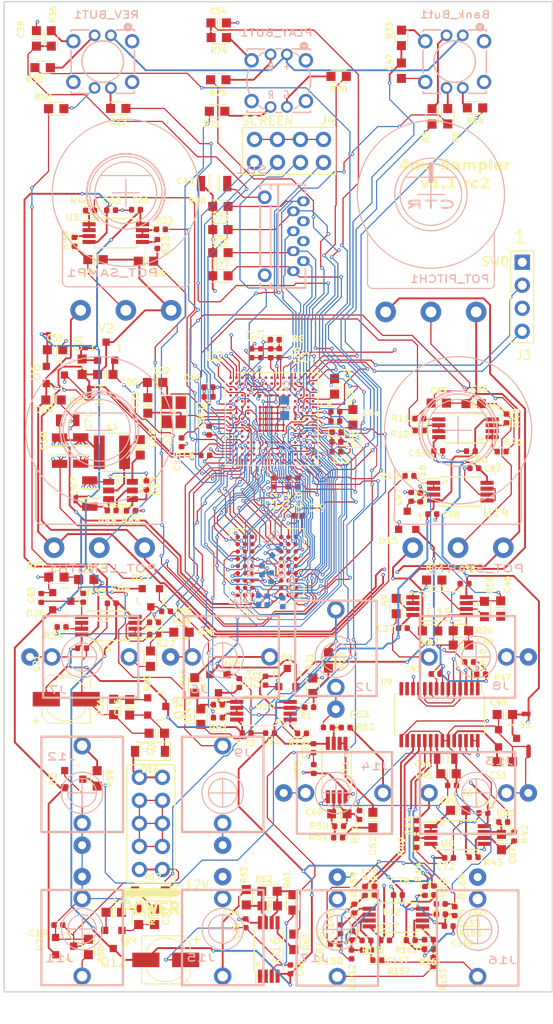
<source format=kicad_pcb>
(kicad_pcb (version 20240108) (generator "pcbnew") (generator_version "8.0")
  (layers (0 "F.Cu" signal) (1 "In1.Cu" signal) (2 "In2.Cu" signal) (31 "B.Cu" signal) (34 "B.Paste" user) (35 "F.Paste" user) (36 "B.SilkS" user "B.Silkscreen") (37 "F.SilkS" user "F.Silkscreen") (38 "B.Mask" user) (39 "F.Mask" user) (44 "Edge.Cuts" user))
  (net 0 "")
  (net 1 "GND")
  (net 2 "+3V3")
  (net 3 "/A4")
  (net 4 "GNDADC")
  (net 5 "/A5")
  (net 6 "Net-(Bank_But1-B)")
  (net 7 "+12V")
  (net 8 "-12VA")
  (net 9 "/A2")
  (net 10 "/A7")
  (net 11 "/A6")
  (net 12 "/D6")
  (net 13 "/D8")
  (net 14 "/A9")
  (net 16 "Net-(Bank_But1-POLE-A)")
  (net 18 "Net-(U1B--)")
  (net 19 "/D15")
  (net 20 "/D13")
  (net 21 "Net-(Bank_But1-G)")
  (net 22 "Net-(Bank_But1-R)")
  (net 23 "Net-(POT_PITCH1-Center)")
  (net 24 "VREF+")
  (net 25 "/D11")
  (net 26 "/D10")
  (net 27 "/D14")
  (net 28 "/D12")
  (net 29 "Net-(POT_SAMP1-Center)")
  (net 30 "/D0")
  (net 31 "/D1")
  (net 32 "/D3")
  (net 33 "/D5")
  (net 34 "/D19")
  (net 35 "/D18")
  (net 36 "/D7")
  (net 37 "/D17")
  (net 38 "/D16")
  (net 39 "/D9")
  (net 40 "/A0")
  (net 41 "/A1")
  (net 42 "/A3")
  (net 43 "/A8")
  (net 44 "Net-(J2-SIG)")
  (net 45 "Net-(U15B-+)")
  (net 46 "Net-(J7-SIG)")
  (net 47 "Net-(C46-Pad1)")
  (net 48 "Net-(U15B--)")
  (net 49 "Net-(POT_LENGTH1-Center)")
  (net 50 "Net-(J13-SIG)")
  (net 51 "Net-(PLAY_BUT1-B)")
  (net 52 "Net-(PLAY_BUT1-R)")
  (net 53 "Net-(PLAY_BUT1-G)")
  (net 55 "Net-(PLAY_BUT1-POLE-A)")
  (net 57 "Net-(U1A--)")
  (net 58 "Net-(REV_BUT1-R)")
  (net 59 "/D4")
  (net 62 "Net-(J6-SIG)")
  (net 63 "/VCOM")
  (net 64 "GNDA")
  (net 65 "Net-(POT_START1-Center)")
  (net 66 "Net-(U16A--)")
  (net 67 "Net-(C84-Pad2)")
  (net 68 "/NRST")
  (net 69 "+5V")
  (net 70 "/OSC_IN")
  (net 71 "Net-(U2B-VCAP_2)")
  (net 72 "Net-(U2B-VCAP_1)")
  (net 73 "Net-(U2B-VDD12OTGHS)")
  (net 74 "+3.3VADC")
  (net 75 "Net-(D24-AK)")
  (net 76 "Net-(R1-Pad1)")
  (net 77 "Net-(C48-Pad1)")
  (net 78 "Net-(U11B--)")
  (net 79 "/BOOT0")
  (net 80 "Net-(C52-Pad1)")
  (net 81 "Net-(U11A--)")
  (net 82 "Net-(U1B-+)")
  (net 83 "Net-(C57-Pad1)")
  (net 84 "Net-(U8B--)")
  (net 85 "Net-(U13-BST)")
  (net 86 "Net-(U13-SW)")
  (net 87 "Net-(D1-AK)")
  (net 88 "Net-(REV_BUT1-B)")
  (net 89 "Net-(D26-AK)")
  (net 90 "Net-(D22-AK)")
  (net 91 "Net-(U3B-+)")
  (net 92 "Net-(REV_BUT1-G)")
  (net 93 "/OSC_OUT")
  (net 94 "Net-(C90-Pad1)")
  (net 95 "Net-(U8A--)")
  (net 96 "Net-(D15-AK)")
  (net 97 "Net-(C147-Pad1)")
  (net 98 "Net-(U12B--)")
  (net 99 "Net-(U12B-+)")
  (net 100 "Net-(C149-Pad1)")
  (net 101 "Net-(U12A--)")
  (net 102 "Net-(U12A-+)")
  (net 103 "Net-(C152-Pad1)")
  (net 104 "Net-(C152-Pad2)")
  (net 105 "Net-(C153-Pad1)")
  (net 106 "Net-(C153-Pad2)")
  (net 107 "Net-(D16-A)")
  (net 108 "Net-(D17-K)")
  (net 109 "/SWDCLK")
  (net 110 "/SWDIO")
  (net 111 "/UART_TX")
  (net 112 "/UART_RX")
  (net 113 "/DEBUG2")
  (net 114 "/DEBUG3")
  (net 115 "Net-(J8-SIG)")
  (net 116 "Net-(J9-SIG)")
  (net 117 "Net-(J11-SIG)")
  (net 118 "Net-(J12-SIG)")
  (net 119 "Net-(J14-SIG)")
  (net 120 "Net-(J15-SIG)")
  (net 122 "Net-(J16-SIG)")
  (net 124 "Net-(J17-SIG)")
  (net 126 "Net-(U15A-+)")
  (net 127 "/ROUT+")
  (net 128 "/ROUT-")
  (net 129 "/LOUT+")
  (net 130 "/LOUT-")
  (net 131 "Net-(R16-Pad2)")
  (net 132 "Net-(R17-Pad2)")
  (net 133 "Net-(U3A--)")
  (net 134 "Net-(R20-Pad2)")
  (net 135 "Net-(U3B--)")
  (net 136 "Net-(U5A--)")
  (net 137 "Net-(U2B-OTG_HR_REXT)")
  (net 138 "Net-(U15A--)")
  (net 139 "Net-(REV_BUT1-POLE-A)")
  (net 140 "Net-(U10A--)")
  (net 141 "Net-(U8A-+)")
  (net 142 "/I2C1_SCL")
  (net 143 "/I2C1_SDA")
  (net 144 "Net-(U11A-+)")
  (net 145 "/RIN")
  (net 146 "/LIN")
  (net 147 "Net-(U13-FB)")
  (net 148 "Net-(U13-EN)")
  (net 149 "Net-(U5B--)")
  (net 150 "/SAI_SD_B")
  (net 151 "/SAI_MCLK")
  (net 152 "/SD-NBL1")
  (net 153 "/SD-NBL0")
  (net 154 "/SD-CKE1")
  (net 157 "/CODEC_RESET")
  (net 159 "/SAI_FS")
  (net 160 "/SAI_SCK")
  (net 161 "/SAI_SD_A")
  (net 164 "/SD-NCAS")
  (net 169 "/SD-D2")
  (net 174 "/SD-D3")
  (net 185 "/SD-A0")
  (net 193 "/SD-A2")
  (net 194 "/SD-A1")
  (net 196 "/SD-CLK")
  (net 197 "/SD-A3")
  (net 198 "/SD-A4")
  (net 199 "/SD-NWE")
  (net 200 "/SD-A5")
  (net 201 "/SD-BA1")
  (net 202 "/SD-BA0")
  (net 209 "/SD-D1")
  (net 210 "/SD-A12")
  (net 214 "/SD-A11")
  (net 215 "/SD-NE1")
  (net 218 "/SD-D0")
  (net 220 "/SD-A7")
  (net 221 "/SD-A10")
  (net 222 "/SD-D10")
  (net 226 "/SD-D15")
  (net 228 "/SD-A6")
  (net 229 "/SD-A9")
  (net 230 "/SD-D5")
  (net 231 "/SD-D6")
  (net 232 "/SD-D8")
  (net 233 "/SD-D11")
  (net 236 "/SD-D14")
  (net 237 "/SD-D13")
  (net 240 "/SD-NRAS")
  (net 241 "/SD-A8")
  (net 242 "/SD-D4")
  (net 243 "/SD-D7")
  (net 244 "/SD-D9")
  (net 245 "/SD-D12")
  (net 249 "Net-(U16B--)")
  (net 256 "Net-(U1A-+)")
  (net 257 "Net-(U3A-+)")
  (net 258 "Net-(U14A--)")
  (net 259 "Net-(U14B-+)")
  (net 260 "Net-(U16B-+)")
  (net 261 "Net-(U10B--)")
  (net 262 "Net-(D16-K)")
  (net 263 "Net-(Q11-G)")
  (net 264 "Net-(Q12-G)")
  (net 265 "Net-(D17-A)")
  (net 266 "Net-(JP4-B)")
  (net 267 "Net-(JP11-B)")
  (net 268 "Net-(JP2-B)")
  (net 269 "Net-(JP3-B)")
  (footprint "4ms_Diode:D_SOD-123" (layer "F.Cu") (at 151.75 99 180)
    (property "Reference" "D16")
    (property "Value" "B140HW-7")
  )
  (footprint "4ms_Capacitor:C_0402" (layer "F.Cu") (at 150.206648 39.265078 180)
    (property "Reference" "C61")
    (property "Value" "100nF_0402_50V")
  )
  (footprint "4ms_Resistor:R_0603" (layer "F.Cu") (at 182.906648 28.980078 90)
    (property "Reference" "R3")
    (property "Value" "2k_0603")
  )
  (footprint "4ms_Capacitor:C_0402" (layer "F.Cu") (at 164.010148 55.0934 90)
    (property "Reference" "C1")
    (property "Value" "100nF_0402_16V")
  )
  (footprint "4ms_Resistor:R_0603" (layer "F.Cu") (at 182.696648 85.720078 180)
    (property "Reference" "R57")
    (property "Value" "33k_0603")
  )
  (footprint "4ms_Capacitor:C_0805" (layer "F.Cu") (at 184.426648 99.730078)
    (property "Reference" "C44")
    (property "Value" "22uF_0805_10V")
  )
  (footprint "4ms_Resistor:R_0603" (layer "F.Cu") (at 145.916648 101.980078 -90)
    (property "Reference" "R59")
    (property "Value" "47k_0603")
  )
  (footprint "4ms_SolderJumper:JUMPER_SMD_1x2_tiny_shorted" (layer "F.Cu") (at 193.3 94.875 180)
    (property "Reference" "JP4" (hide yes))
    (property "Value" "JumpForCrystal" (hide yes))
  )
  (footprint "4ms_Package_SOT:SOT23-3_PO132" (layer "F.Cu") (at 152.50076 94.05 -90)
    (property "Reference" "Q11")
    (property "Value" "Si2347")
  )
  (footprint "4ms_Resistor:R_0603" (layer "F.Cu") (at 167.541648 115.660078 90)
    (property "Reference" "R61")
    (property "Value" "33k_0603")
  )
  (footprint "4ms_Package_SSOP:TSSOP-8_4.4x3mm_Pitch0.65mm" (layer "F.Cu") (at 183.746648 82.980078)
    (property "Reference" "U15")
    (property "Value" "TL072H")
  )
  (footprint "4ms_Capacitor:C_0603" (layer "F.Cu") (at 184.726648 101.470078)
    (property "Reference" "C45")
    (property "Value" "0.1uF_0603_16V")
  )
  (footprint "4ms_Resistor:R_0402" (layer "F.Cu") (at 191.976648 108.400328 -90)
    (property "Reference" "R42")
    (property "Value" "14k_0402")
  )
  (footprint "4ms_Capacitor:C_0603" (layer "F.Cu") (at 152.5 97 180)
    (property "Reference" "C25")
    (property "Value" "0.1uF_0603_16V")
  )
  (footprint "4ms_Capacitor:C_0603" (layer "F.Cu") (at 179.526648 23.940078 -90)
    (property "Reference" "C47")
    (property "Value" "0.1uF_0603_16V")
  )
  (footprint "4ms_Resistor:R_0402" (layer "F.Cu") (at 182.571648 120.810078 180)
    (property "Reference" "R161")
    (property "Value" "24k_0402")
  )
  (footprint "4ms_Capacitor:C_0603" (layer "F.Cu") (at 145.736648 44.775078)
    (property "Reference" "C79")
    (property "Value" "0.1uF_0603_16V")
  )
  (footprint "4ms_Capacitor:C_0603" (layer "F.Cu") (at 141.27 54.71)
    (property "Reference" "C55")
    (property "Value" "2.2uF_0603_25V")
  )
  (footprint "NetTie:NetTie-2_SMD_Pad0.5mm" (layer "F.Cu") (at 145.04 59.34 -90)
    (property "Reference" "NT2")
    (property "Value" "NetTie_2" (hide yes))
  )
  (footprint "4ms_Capacitor:C_0402" (layer "F.Cu") (at 158.290148 63.6234 -90)
    (property "Reference" "C36")
    (property "Value" "100nF_0402_16V")
  )
  (footprint "4ms_Capacitor:C_0603" (layer "F.Cu") (at 187.506648 60.655518 180)
    (property "Reference" "C65")
    (property "Value" "0.1uF_0603_16V")
  )
  (footprint "4ms_Resistor:R_0603" (layer "F.Cu") (at 159.166648 28.410078)
    (property "Reference" "R71")
    (property "Value" "330Ω_0603")
  )
  (footprint "4ms_Resistor:R_0402" (layer "F.Cu") (at 173.371088 96.383564)
    (property "Reference" "R52")
    (property "Value" "1k_0402")
  )
  (footprint "4ms_Capacitor:C_0402" (layer "F.Cu") (at 182.94 72.84)
    (property "Reference" "C88")
    (property "Value" "100nF_0402_50V")
  )
  (footprint "4ms_Capacitor:CP_Elec_5x5.3" (layer "F.Cu") (at 153.5 122 180)
    (property "Reference" "C24")
    (property "Value" "47uF_5x5.3_16V" (hide yes))
  )
  (footprint "4ms_Resistor:R_0603" (layer "F.Cu") (at 159.356648 20.290078 180)
    (property "Reference" "R74")
    (property "Value" "10k_0603")
  )
  (footprint "4ms_Resistor:R_0402" (layer "F.Cu") (at 190.776648 106.800328 180)
    (property "Reference" "R55")
    (property "Value" "1k_0402")
  )
  (footprint "4ms_SolderJumper:JUMPER_SMD_1x2_tiny_shorted" (layer "F.Cu") (at 143.55 71.175 -90)
    (property "Reference" "JP2" (hide yes))
    (property "Value" "JumpForCrystal" (hide yes))
  )
  (footprint "4ms_Resistor:R_0402" (layer "F.Cu") (at 181.201648 109.100328 -90)
    (property "Reference" "R49")
    (property "Value" "1M_0402")
  )
  (footprint "4ms_Resistor:R_0402" (layer "F.Cu") (at 190.6 65.945518)
    (property "Reference" "R41")
    (property "Value" "68Ω_0402")
  )
  (footprint "4ms_Capacitor:C_1206" (layer "F.Cu") (at 145.106493 70.570078 90)
    (property "Reference" "C67")
    (property "Value" "22uF_1206_25V")
  )
  (footprint "4ms_Connector:Pins_2x04_2.54mm_TH" (layer "F.Cu") (at 167.106648 32.790078 90)
    (property "Reference" "J4")
    (property "Value" "Conn_02x04" (hide yes))
  )
  (footprint "4ms_Capacitor:C_0402" (layer "F.Cu") (at 172.340148 65.9434)
    (property "Reference" "C13")
    (property "Value" "100nF_0402_16V")
  )
  (footprint "4ms_Resistor:R_0402" (layer "F.Cu") (at 181.546648 63.610078 180)
    (property "Reference" "R12")
    (property "Value" "68Ω_0402")
  )
  (footprint "4ms_Resistor:R_0402" (layer "F.Cu") (at 191.136648 62.285518 -90)
    (property "Reference" "R40")
    (property "Value" "10k_0402")
  )
  (footprint "4ms_Resistor:R_0603" (layer "F.Cu") (at 169.746648 91.770078 -90)
    (property "Reference" "R21")
    (property "Value" "100k_0603")
  )
  (footprint "4ms_Package_SOT:SOT23-3_PO132" (layer "F.Cu") (at 180.17 73.52)
    (property "Reference" "D15")
    (property "Value" "BAT54S")
  )
  (footprint "4ms_Capacitor:C_0402" (layer "F.Cu") (at 157.856648 66.360078 180)
    (property "Reference" "C6")
    (property "Value" "100nF_0402_16V")
  )
  (footprint "4ms_Resistor:R_0402" (layer "F.Cu") (at 159.246648 93.860078)
    (property "Reference" "R30")
    (property "Value" "10k_0402")
  )
  (footprint "4ms_Capacitor:C_0402" (layer "F.Cu") (at 185.126648 102.760078)
    (property "Reference" "C8")
    (property "Value" "100nF_0402_50V")
  )
  (footprint "4ms_Resistor:R_0402" (layer "F.Cu") (at 147.526493 72.450078)
    (property "Reference" "R66")
    (property "Value" "100k_0402")
  )
  (footprint "4ms_Package_SOT:SOT23-3_PO132" (layer "F.Cu") (at 141.3 57.5 -90)
    (property "Reference" "U6")
    (property "Value" "NCP51460SN33")
  )
  (footprint "4ms_Resistor:R_0402" (layer "F.Cu") (at 180.551648 119.840078 180)
    (property "Reference" "R162")
    (property "Value" "10k_0402")
  )
  (footprint "4ms_Capacitor:C_0402" (layer "F.Cu") (at 162.426648 96.990078)
    (property "Reference" "C73")
    (property "Value" "100nF_0402_50V")
  )
  (footprint "4ms_Capacitor:C_0603" (layer "F.Cu") (at 185.806648 105.505328 180)
    (property "Reference" "C90")
    (property "Value" "2.2uF_0603_25V")
  )
  (footprint "4ms_Package_SOT:SOT23-3_PO132" (layer "F.Cu") (at 159.316648 91.540078 180)
    (property "Reference" "D24")
    (property "Value" "BAT54S")
  )
  (footprint "4ms_Resistor:R_0402" (layer "F.Cu") (at 149.641648 72.470078 180)
    (property "Reference" "R65")
    (property "Value" "31.6k_0402")
  )
  (footprint "4ms_Capacitor:C_0402" (layer "F.Cu") (at 187.586648 67.785078 180)
    (property "Reference" "C87")
    (property "Value" "100nF_0402_50V")
  )
  (footprint "4ms_Capacitor:C_0603" (layer "F.Cu") (at 152.316648 58.320078 180)
    (property "Reference" "C22")
    (property "Value" "18pF_0603_50V")
  )
  (footprint "4ms_Resistor:R_0402" (layer "F.Cu") (at 172.176648 120.250078)
    (property "Reference" "R160")
    (property "Value" "24k_0402")
  )
  (footprint "4ms_Resistor:R_0402" (layer "F.Cu") (at 185.416648 116.630078 -90)
    (property "Reference" "R164")
    (property "Value" "24k_0402")
  )
  (footprint "4ms_Resistor:R_0402" (layer "F.Cu") (at 181.221648 107.135328 90)
    (property "Reference" "R44")
    (property "Value" "1k_0402")
  )
  (footprint "4ms_Capacitor:C_1206" (layer "F.Cu") (at 144.1 65.82 -90)
    (property "Reference" "C70")
    (property "Value" "22uF_1206_25V")
  )
  (footprint "4ms_Capacitor:C_0402" (layer "F.Cu") (at 183.596648 65.865518)
    (property "Reference" "C59")
    (property "Value" "100nF_0402_50V")
  )
  (footprint "4ms_Resistor:R_0402" (layer "F.Cu") (at 175.506648 114.390078 -90)
    (property "Reference" "R7")
    (property "Value" "10k_0402")
  )
  (footprint "4ms_Capacitor:C_0603" (layer "F.Cu") (at 183.656648 60.595518)
    (property "Reference" "C83")
    (property "Value" "0.1uF_0603_16V")
  )
  (footprint "4ms_Resistor:R_0603" (layer "F.Cu") (at 179.526648 20.320078 -90)
    (property "Reference" "R73")
    (property "Value" "10k_0603")
  )
  (footprint "4ms_Resistor:R_0402" (layer "F.Cu") (at 152.961648 41.435078)
    (property "Reference" "R23")
    (property "Value" "68Ω_0402")
  )
  (footprint "4ms_Resistor:R_0402" (layer "F.Cu") (at 182.126648 114.400078 -90)
    (property "Reference" "R14")
    (property "Value" "10k_0402")
  )
  (footprint "4ms_Capacitor:C_0603" (layer "F.Cu") (at 190.576648 109.000328 -90)
    (property "Reference" "C57")
    (property "Value" "220pF_0603_25V")
  )
  (footprint "4ms_Capacitor:C_0603" (layer "F.Cu") (at 190.95278 94.936026 180)
    (property "Reference" "C49")
    (property "Value" "2.2uF_0603_25V")
  )
  (footprint "4ms_Resistor:R_0402" (layer "F.Cu") (at 181.61 71 -90)
    (property "Reference" "R18")
    (property "Value" "10k_0402")
  )
  (footprint "4ms_Capacitor:C_0603" (layer "F.Cu") (at 151.306648 44.945078 180)
    (property "Reference" "C66")
    (property "Value" "0.1uF_0603_16V")
  )
  (footprint "4ms_Capacitor:C_0402" (layer "F.Cu") (at 187.196648 65.895518 180)
    (property "Reference" "C60")
    (property "Value" "100nF_0402_50V")
  )
  (footprint "4ms_Resistor:R_0603" (layer "F.Cu") (at 184.646648 28.960078 90)
    (property "Reference" "R5")
    (property "Value" "2k_0603")
  )
  (footprint "4ms_Package_SOT:SOT23-3_PO132" (layer "F.Cu") (at 166.926648 90.860078)
    (property "Reference" "D1")
    (property "Value" "BAT54S")
  )
  (footprint "4ms_Capacitor:C_0402" (layer "F.Cu") (at 167.020148 69.3434 -90)
    (property "Reference" "C11")
    (property "Value" "100nF_0402_16V")
  )
  (footprint "4ms_Resistor:R_0402" (layer "F.Cu") (at 188.331648 90.502578)
    (property "Reference" "R47")
    (property "Value" "4.7k_0402")
  )
  (footprint "4ms_Capacitor:C_0603" (layer "F.Cu") (at 152.25 117.25 -90)
    (property "Reference" "C20")
    (property "Value" "100nF_0603_16V")
  )
  (footprint "4ms_Capacitor:C_0603" (layer "F.Cu") (at 139.206648 20.380078 90)
    (property "Reference" "C39")
    (property "Value" "0.1uF_0603_16V")
  )
  (footprint "4ms_Capacitor:C_0603" (layer "F.Cu") (at 147.75 116.75)
    (property "Reference" "C26")
    (property "Value" "0.1uF_0603_16V")
  )
  (footprint "4ms_Resistor:R_0603" (layer "F.Cu") (at 186.096648 85.705078)
    (property "Reference" "R29")
    (property "Value" "20k_0603")
  )
  (footprint "4ms_Capacitor:C_0603" (layer "F.Cu") (at 190.496648 83.255078 -90)
    (property "Reference" "C46")
    (property "Value" "1nF_0603_50V")
  )
  (footprint "4ms_Resistor:R_0603" (layer "F.Cu") (at 150.5 117.25 -90)
    (property "Reference" "R37")
    (property "Value" "1M_0603")
  )
  (footprint "4ms_Resistor:R_0603" (layer "F.Cu") (at 159.53 41.46)
    (property "Reference" "R79")
    (property "Value" "33k_0603")
  )
  (footprint "4ms_Capacitor:C_0603" (layer "F.Cu") (at 172.140148 58.7534 90)
    (property "Reference" "C2")
    (property "Value" "2.2uF_0603_25V")
  )
  (footprint "4ms_Resistor:R_0402" (layer "F.Cu") (at 187.01 89.15)
    (property "Reference" "R48")
    (property "Value" "4.7k_0402")
  )
  (footprint "4ms_Crystal:FA-238" (layer "F.Cu") (at 154.406648 61.600078 -90)
    (property "Reference" "Y1")
    (property "Value" "16MHz_18pF_FA238" (hide yes))
  )
  (footprint "4ms_Resistor:R_0603" (layer "F.Cu") (at 141.396648 28.130078)
    (property "Reference" "R68")
    (property "Value" "2k_0603")
  )
  (footprint "4ms_Capacitor:C_0402" (layer "F.Cu") (at 186.496648 80.505078 180)
    (property "Reference" "C35")
    (property "Value" "100nF_0402_50V")
  )
  (footprint "4ms_Package_SOT:SOT23-3_PO132" (layer "F.Cu") (at 151.846648 82.060078 180)
    (property "Reference" "D22")
    (property "Value" "BAT54S")
  )
  (footprint "4ms_Capacitor:C_0402" (layer "F.Cu") (at 158.230148 59.9034 180)
    (property "Reference" "C17")
    (property "Value" "100nF_0402_16V")
  )
  (footprint "4ms_Resistor:R_0603" (layer "F.Cu") (at 159.53 38.91)
    (property "Reference" "R80")
    (property "Value" "33k_0603")
  )
  (footprint "4ms_Capacitor:C_0402" (layer "F.Cu") (at 147.527564 82.675078 180)
    (property "Reference" "C64")
    (property "Value" "100nF_0402_50V")
  )
  (footprint "4ms_Capacitor:C_0402" (layer "F.Cu") (at 169.816648 98.650078 -90)
    (property "Reference" "C76")
    (property "Value" "100nF_0402_50V")
  )
  (footprint "4ms_Capacitor:C_0603" (layer "F.Cu") (at 186.105768 87.279578)
    (property "Reference" "C42")
    (property "Value" "0.1uF_0603_16V")
  )
  (footprint "4ms_Package_SSOP:TSSOP-8_4.4x3mm_Pitch0.65mm" (layer "F.Cu") (at 164.286648 94.520078 180)
    (property "Reference" "U10")
    (property "Value" "TL072H")
  )
  (footprint "4ms_Capacitor:C_0402" (layer "F.Cu") (at 183.87048 115.830078 180)
    (property "Reference" "C150")
    (property "Value" "180pF_0402_25V")
  )
  (footprint "4ms_Resistor:R_0402" (layer "F.Cu") (at 168.546648 97.020078)
    (property "Reference" "R2")
    (property "Value" "68Ω_0402")
  )
  (footprint "4ms_Resistor:R_0402" (layer "F.Cu") (at 172.651648 107.250078 180)
    (property "Reference" "R50")
    (property "Value" "14k_0402")
  )
  (footprint "4ms_Resistor:R_0402" (layer "F.Cu") (at 176.86 122.03 180)
    (property "Reference" "R152")
    (property "Value" "1k_0402")
  )
  (footprint "4ms_Connector:Pins_1x04_2.54mm_TH_SWD" (layer "F.Cu") (at 192.876648 48.870078)
    (property "Reference" "J3")
    (property "Value" "Conn_01x04" (hide yes))
  )
  (footprint "4ms_Resistor:R_0402" (layer "F.Cu") (at 181.504944 62.311998)
    (property "Reference" "R11")
    (property "Value" "10k_0402")
  )
  (footprint "4ms_Package_SOT:TSOT-23-6" (layer "F.Cu") (at 148.496648 70.230078)
    (property "Reference" "U13" (hide yes))
    (property "Value" "AP62200WU-7")
  )
  (footprint "4ms_Resistor:R_0603" (layer "F.Cu") (at 151.806648 88.780078 90)
    (property "Reference" "R20")
    (property "Value" "47k_0603")
  )
  (footprint "4ms_Capacitor:C_0603" (layer "F.Cu") (at 190.943428 100.142578)
    (property "Reference" "C51")
    (property "Value" "10uF_0603_10V")
  )
  (footprint "4ms_Resistor:R_0402" (layer "F.Cu") (at 172.531648 108.520078)
    (property "Reference" "R51")
    (property "Value" "100k_0402")
  )
  (footprint "4ms_SolderJumper:JUMPER_SMD_1x2_tiny_shorted" (layer "F.Cu") (at 140.525 53.25 -90)
    (property "Reference" "JP11" (hide yes))
    (property "Value" "JumpForCrystal" (hide yes))
  )
  (footprint "Package_BGA:UFBGA-201_10x10mm_Layout15x15_P0.65mm" (layer "F.Cu") (at 165.200148 62.3434)
    (property "Reference" "U2")
    (property "Value" "STM32F746IE")
  )
  (footprint "4ms_Package_SSOP:TSSOP-8_4.4x3mm_Pitch0.65mm" (layer "F.Cu") (at 172.376648 101.070078 -90)
    (property "Reference" "U11")
    (property "Value" "TL072H" (hide yes))
  )
  (footprint "4ms_Resistor:R_0402" (layer "F.Cu") (at 152.566648 43.045078 90)
    (property "Reference" "R22")
    (property "Value" "10k_0402")
  )
  (footprint "4ms_Capacitor:C_0402" (layer "F.Cu") (at 166.030148 55.0834 90)
    (property "Reference" "C3")
    (property "Value" "100nF_0402_16V")
  )
  (footprint "4ms_Capacitor:C_0402" (layer "F.Cu") (at 162.321648 117.960078 -90)
    (property "Reference" "C38")
    (property "Value" "100nF_0402_50V")
  )
  (footprint "4ms_Package_SSOP:TSSOP-8_4.4x3mm_Pitch0.65mm" (layer "F.Cu") (at 178.916648 117.330078 180)
    (property "Reference" "U12")
    (property "Value" "TL072H")
  )
  (footprint "4ms_Capacitor:C_0402" (layer "F.Cu") (at 184.786648 110.745328)
    (property "Reference" "C72")
    (property "Value" "100nF_0402_50V")
  )
  (footprint "4ms_Resistor:R_0603" (layer "F.Cu") (at 157.366648 95.170078 90)
    (property "Reference" "R24")
    (property "Value" "100k_0603")
  )
  (footprint "4ms_Capacitor:C_0603" (layer "F.Cu") (at 176.376648 106.570078 90)
    (property "Reference" "C52")
    (property "Value" "2.2uF_0603_25V")
  )
  (footprint "4ms_Resistor:R_0603" (layer "F.Cu") (at 159.53 46.56)
    (property "Reference" "R77")
    (property "Value" "33k_0603")
  )
  (footprint "4ms_Capacitor:C_0603" (layer "F.Cu") (at 150.672648 65.476078 90)
    (property "Reference" "C58")
    (property "Value" "0.1uF_0603_16V")
  )
  (footprint "4ms_Capacitor:C_0402" (layer "F.Cu") (at 172.230148 62.5734)
    (property "Reference" "C9")
    (property "Value" "100nF_0402_16V")
  )
  (footprint "4ms_Capacitor:C_0402" (layer "F.Cu") (at 168.170148 73.0134)
    (property "Reference" "C29")
    (property "Value" "100nF_0402_16V")
  )
  (footprint "4ms_Capacitor:CP_Elec_5x5.3" (layer "F.Cu") (at 142.5 93.25)
    (property "Reference" "C21")
    (property "Value" "47uF_5x5.3_16V" (hide yes))
  )
  (footprint "4ms_Capacitor:C_0402" (layer "F.Cu") (at 180.61 70.93 90)
    (property "Reference" "C97")
    (property "Value" "10nF_0402_16V")
  )
  (footprint "4ms_Resistor:R_0603" (layer "F.Cu") (at 148.246648 28.100078 180)
    (property "Reference" "R13")
    (property "Value" "2k_0603")
  )
  (footprint "4ms_Resistor:R_0603" (layer "F.Cu") (at 155.236648 85.860078 180)
    (property "Reference" "R26")
    (property "Value" "100k_0603")
  )
  (footprint "4ms_Capacitor:C_0402" (layer "F.Cu") (at 158.205148 58.8434 180)
    (property "Reference" "C18")
    (property "Value" "100nF_0402_16V")
  )
  (footprint "4ms_Resistor:R_0603" (layer "F.Cu") (at 147.75 94.1 90)
    (property "Reference" "R31")
    (property "Value" "1M_0603")
  )
  (footprint "4ms_Capacitor:C_0603" (layer "F.Cu") (at 159.336648 18.670078)
    (property "Reference" "C54")
    (property "Value" "0.1uF_0603_16V")
  )
  (footprint "4ms_Capacitor:C_0402" (layer "F.Cu") (at 168.060148 69.3334 -90)
    (property "Reference" "C10")
    (property "Value" "100nF_0402_16V")
  )
  (footprint "4ms_Resistor:R_0402" (layer "F.Cu") (at 144.377564 82.065078 -90)
    (property "Reference" "R33")
    (property "Value" "10k_0402")
  )
  (footprint "4ms_Resistor:R_0603" (layer "F.Cu") (at 162.391648 115.090078 90)
    (property "Reference" "R63")
    (property "Value" "1k_0603")
  )
  (footprint "4ms_Package_SSOP:TSSOP-8_4.4x3mm_Pitch0.65mm" (layer "F.Cu") (at 164.871648 120.850078 90)
    (property "Reference" "U16")
    (property "Value" "TL072H")
  )
  (footprint "4ms_Capacitor:C_0402" (layer "F.Cu") (at 141.636648 118.160078 180)
    (property "Reference" "C19")
    (property "Value" "10nF_0402_16V")
  )
  (footprint "4ms_Resistor:R_0402" (layer "F.Cu") (at 159.251648 95.290078 180)
    (property "Reference" "R81")
    (property "Value" "68Ω_0402")
  )
  (footprint "4ms_Capacitor:C_0402" (layer "F.Cu") (at 147.456648 39.325078)
    (property "Reference" "C62")
    (property "Value" "100nF_0402_50V")
  )
  (footprint "4ms_Resistor:R_0402" (layer "F.Cu") (at 174.12048 119.310078 -90)
    (property "Reference" "R158")
    (property "Value" "10k_0402")
  )
  (footprint "4ms_Capacitor:C_0402" (layer "F.Cu") (at 172.230148 61.5334)
    (property "Reference" "C14")
    (property "Value" "100nF_0402_16V")
  )
  (footprint "4ms_Capacitor:C_0402" (layer "F.Cu") (at 174.01048 121.400078 -90)
    (property "Reference" "C152")
    (property "Value" "820pF_0402_10v")
  )
  (footprint "4ms_Package_SSOP:TSSOP-8_4.4x3mm_Pitch0.65mm" (layer "F.Cu") (at 186.606648 63.370078 180)
    (property "Reference" "U1")
    (property "Value" "TL072H")
  )
  (footprint "4ms_Resistor:R_0603" (layer "F.Cu") (at 178.946648 82.980078 90)
    (property "Reference" "R9")
    (property "Value" "1k_0603")
  )
  (footprint "4ms_Resistor:R_0603" (layer "F.Cu") (at 187.656648 28.040078 180)
    (property "Reference" "R64")
    (property "Value" "2k_0603")
  )
  (footprint "4ms_Resistor:R_0402" (layer "F.Cu") (at 151.356493 69.660078 90)
    (property "Reference" "R67")
    (property "Value" "10.2k_0402")
  )
  (footprint "4ms_Resistor:R_0402" (layer "F.Cu") (at 172.370148 63.8034 180)
    (property "Reference" "R4")
    (property "Value" "3k_0402")
  )
  (footprint "4ms_Package_SOT:SOT23-3_PO132" (layer "F.Cu") (at 146.906648 54.869318)
    (property "Reference" "V2")
    (property "Value" "AP7384-33")
  )
  (footprint "4ms_Resistor:R_0402" (layer "F.Cu") (at 152.216648 86.120078 180)
    (property "Reference" "R27")
    (property "Value" "10k_0402")
  )
  (footprint "4ms_Capacitor:C_0402" (layer "F.Cu") (at 162.970148 55.1034 90)
    (property "Reference" "C7")
    (property "Value" "100nF_0402_16V")
  )
  (footprint "4ms_Capacitor:C_0402" (layer "F.Cu") (at 179.136648 114.850078 180)
    (property "Reference" "C78")
    (property "Value" "100nF_0402_50V")
  )
  (footprint "4ms_Resistor:R_0603" (layer "F.Cu") (at 139.896648 23.600078)
    (property "Reference" "R35")
    (property "Value" "2k_0603")
  )
  (footprint "4ms_Resistor:R_0402" (layer "F.Cu") (at 141.987564 85.285078 180)
    (property "Reference" "R34")
    (property "Value" "68Ω_0402")
  )
  (footprint "4ms_Resistor:R_0603" (layer "F.Cu") (at 188.696648 83.305078 -90)
    (property "Reference" "R56")
    (property "Value" "33k_0603")
  )
  (footprint "4ms_Capacitor:C_0402" (layer "F.Cu") (at 139.737564 82.085078 90)
    (property "Reference" "C85")
    (property "Value" "10nF_0402_16V")
  )
  (footprint "4ms_Capacitor:C_0603" (layer "F.Cu") (at 172.671648 105.890078 180)
    (property "Reference" "C48")
    (property "Value" "220pF_0603_25V")
  )
  (footprint "4ms_Resistor:R_0603" (layer "F.Cu") (at 140.846648 20.380078 90)
    (property "Reference" "R36")
    (property "Value" "10k_0603")
  )
  (footprint "4ms_Resistor:R_0402" (layer "F.Cu") (at 174.306648 116.340078 90)
    (property "Reference" "R159")
    (property "Value" "10k_0402")
  )
  (footprint "4ms_Capacitor:C_0402" (layer "F.Cu") (at 165.090148 55.1034 90)
    (property "Reference" "C50")
    (property "Value" "100nF_0402_16V")
  )
  (footprint "Inductor_SMD:L_Taiyo-Yuden_NR-40xx" (layer "F.Cu") (at 147.546648 66.020078 180)
    (property "Reference" "L1")
    (property "Value" "4.7uH_1.2A_40xx")
  )
  (footprint "4ms_Capacitor:C_0402" (layer "F.Cu") (at 165.460148 69.3434 -90)
    (property "Reference" "C12")
    (property "Value" "100nF_0402_16V")
  )
  (footprint "NetTie:NetTie-2_SMD_Pad0.5mm" (layer "F.Cu") (at 193.57 98.99 -90)
    (property "Reference" "NT1" (hide yes))
    (property "Value" "NetTie_2")
  )
  (footprint "4ms_Resistor:R_0402" (layer "F.Cu") (at 176.546648 114.370078 -90)
    (property "Reference" "R6")
    (property "Value" "10k_0402")
  )
  (footprint "4ms_Resistor:R_0402" (layer "F.Cu") (at 165.536648 53.600078 180)
    (property "Reference" "R8")
    (property "Value" "10k_0402")
  )
  (footprint "4ms_Resistor:R_0603" (layer "F.Cu") (at 167.636648 120.010078 -90)
    (property "Reference" "R60")
    (property "Value" "10k_0603")
  )
  (footprint "4ms_Package_SSOP:TSSOP-8_4.4x3mm_Pitch0.65mm" (layer "F.Cu") (at 147.976648 41.850078)
    (property "Reference" "U3")
    (property "Value" "TL072H")
  )
  (footprint "4ms_Resistor:R_0603" (layer "F.Cu") (at 171.456648 88.970078 -90)
    (property "Reference" "R15")
    (property "Value" "47k_0603")
  )
  (footprint "4ms_Capacitor:C_0402" (layer "F.Cu") (at 155.24 64.92 90)
    (property "Reference" "C15")
    (property "Value" "100nF_0402_16V")
  )
  (footprint "4ms_Connector:Pins_2x05_2.54mm_TH_EurorackPower" (layer "F.Cu") (at 151.856648 106.950078)
    (property "Reference" "J10")
    (property "Value" "Eurorack_Power_10pin_Unshrouded")
  )
  (footprint "4ms_Capacitor:C_0402" (layer "F.Cu") (at 177.721648 119.850078)
    (property "Reference" "C77")
    (property "Value" "100nF_0402_50V")
  )
  (footprint "4ms_Resistor:R_0402" (layer "F.Cu") (at 175.71548 120.920078 180)
    (property "Reference" "R157")
    (property "Value" "24k_0402")
  )
  (footprint "4ms_Capacitor:C_0402" (layer "F.Cu") (at 164.516648 91.210078 -90)
    (property "Reference" "C82")
    (property "Value" "10nF_0402_16V")
  )
  (footprint "4ms_Capacitor:C_0402" (layer "F.Cu") (at 182.571648 119.770078 180)
    (property "Reference" "C149")
    (property "Value" "180pF_0402_25V")
  )
  (footprint "4ms_Capacitor:C_0402" (layer "F.Cu") (at 153.526648 83.560078)
    (property "Reference" "C86")
    (property "Value" "10nF_0402_16V")
  )
  (footprint "4ms_Resistor:R_0402" (layer "F.Cu") (at 174.896648 106.025078 -90)
    (property "Reference" "R54")
    (property "Value" "1k_0402")
  )
  (footprint "4ms_Capacitor:C_0603" (layer "F.Cu") (at 141.1 60.25)
    (property "Reference" "C56")
    (property "Value" "10uF_0603_10V")
  )
  (footprint "4ms_Resistor:R_0603" (layer "F.Cu") (at 141.417564 79.785078)
    (property "Reference" "R25")
    (property "Value" "100k_0603")
  )
  (footprint "4ms_Package_SOT:SOT23-3_PO132" (layer "F.Cu") (at 143.336648 102.070078 -90)
    (property "Reference" "D3")
    (property "Value" "BAT54S")
  )
  (footprint "4ms_Resistor:R_0402" (layer "F.Cu") (at 152.196648 84.770078)
    (property "Reference" "R28")
    (property "Value" "68Ω_0402")
  )
  (footprint "4ms_Capacitor:C_1206" (layer "F.Cu") (at 141.765052 65.841622 -90)
    (property "Reference" "C68")
    (property "Value" "22uF_1206_25V")
  )
  (footprint "4ms_Package_SOT:SOT23-3_PO132" (layer "F.Cu") (at 142.326648 120.480078 -90)
    (property "Reference" "D7")
    (property "Value" "BAT54S")
  )
  (footprint "4ms_Package_SSOP:TSSOP-8_4.4x3mm_Pitch0.65mm" (layer "F.Cu") (at 147.156648 85.150078 180)
    (property "Reference" "U5")
    (property "Value" "TL072H")
  )
  (footprint "4ms_Capacitor:C_0402" (layer "F.Cu") (at 172.340148 64.8734)
    (property "Reference" "C53")
    (property "Value" "100nF_0402_16V")
  )
  (footprint "4ms_Package_SOT:SOT23-3_PO132" (layer "F.Cu") (at 142.007564 82.445078 -90)
    (property "Reference" "D26")
    (property "Value" "BAT54S")
  )
  (footprint "4ms_Resistor:R_0402" (layer "F.Cu") (at 143.406648 42.810078 90)
    (property "Reference" "R45")
    (property "Value" "10k_0402")
  )
  (footprint "4ms_Resistor:R_0603" (layer "F.Cu") (at 144.717564 80.045078 180)
    (property "Reference" "R17")
    (property "Value" "47k_0603")
  )
  (footprint "4ms_Package_QFP:BGA-54_8.0x8.0mm_P0.8" (layer "F.Cu") (at 164.650148 78.5634 180)
    (property "Reference" "U4")
    (property "Value" "SDRAM_IS42S16400J-6BLI-TR")
  )
  (footprint "4ms_Capacitor:C_0402" (layer "F.Cu") (at 167.266648 123.050078 90)
    (property "Reference" "C40")
    (property "Value" "100nF_0402_50V")
  )
  (footprint "4ms_Diode:D_SOD-123" (layer "F.Cu") (at 151.75 114.5 180)
    (property "Reference" "D17")
    (property "Value" "B140HW-7")
  )
  (footprint "4ms_Capacitor:C_0402" (layer "F.Cu") (at 188.576648 105.800328 180)
    (property "Reference" "C71")
    (property "Value" "100nF_0402_50V")
  )
  (footprint "4ms_Capacitor:C_0603" (layer "F.Cu") (at 149.5 94.15 90)
    (property "Reference" "C16")
    (property "Value" "100nF_0603_16V")
  )
  (footprint "4ms_Capacitor:C_0603" (layer "F.Cu") (at 164.981648 116.040078 180)
    (property "Reference" "C84")
    (property "Value" "100pF_0603_50V")
  )
  (footprint "4ms_Resistor:R_0402" (layer "F.Cu") (at 169.346648 94.140078 180)
    (property "Reference" "R1")
    (property "Value" "10k_0402")
  )
  (footprint "4ms_Resistor:R_0402" (layer "F.Cu") (at 145.131648 39.355078)
    (property "Reference" "R46")
    (property "Value" "68Ω_0402")
  )
  (footprint "4ms_Capacitor:C_1206" (layer "F.Cu") (at 158.84 36.39)
    (property "Reference" "C43")
    (property "Value" "4.7uF_1206_lowESR")
  )
  (footprint "4ms_Resistor:R_0603" (layer "F.Cu") (at 144.946648 120.570078 90)
    (property "Reference" "R58")
    (property "Value" "47k_0603")
  )
  (footprint "4ms_Capacitor:C_0603" (layer "F.Cu") (at 144.256648 56.589318 -90)
    (property "Reference" "C81")
    (property "Value" "2.2uF_0603_25V")
  )
  (footprint "4ms_Package_SSOP:TSSOP-8_4.4x3mm_Pitch0.65mm" (layer "F.Cu") (at 185.726648 108.225328)
    (property "Reference" "U8")
    (property "Value" "TL072H")
  )
  (footprint "4ms_Resistor:R_0603" (layer "F.Cu") (at 159.296648 24.940078 180)
    (property "Reference" "R75")
    (property "Value" "330Ω_0603")
  )
  (footprint "4ms_Resistor:R_0603" (layer "F.Cu") (at 183.146648 80.105078)
    (property "Reference" "R32")
    (property "Value" "100k_0603")
  )
  (footprint "4ms_Capacitor:C_0402" (layer "F.Cu") (at 183.296648 90.470078 180)
    (property "Reference" "C41")
    (property "Value" "100nF_0402_16V")
  )
  (footprint "4ms_Capacitor:C_0603" (layer "F.Cu") (at 146.816648 57.439318 180)
    (property "Reference" "C80")
    (property "Value" "10uF_0603_10V")
  )
  (footprint "4ms_Package_SOT:SOT23-3_PO132" (layer "F.Cu") (at 147.7 119.75076 180)
    (property "Reference" "Q12")
    (property "Value" "Si2318")
  )
  (footprint "4ms_Capacitor:C_0402" (layer "F.Cu") (at 184.751648 118.270078 180)
    (property "Reference" "C153")
    (property "Value" "820pF_0402_10v")
  )
  (footprint "4ms_SolderJumper:JUMPER_SMD_1x2_tiny_shorted" (layer "F.Cu") (at 144.4046 54.525 180)
    (property "Reference" "JP3" (hide yes))
    (property "Value" "JumpForCrystal" (hide yes))
  )
  (footprint "4ms_Package_SOT:SOT23-3_PO132" (layer "F.Cu") (at 191.253428 97.562578 -90)
    (property "Reference" "V1")
    (property "Value" "AP2120N-5.0TRG1")
  )
  (footprint "4ms_Capacitor:C_0402" (layer "F.Cu") (at 169.846648 100.950078 90)
    (property "Reference" "C75")
    (property "Value" "100nF_0402_50V")
  )
  (footprint "4ms_Capacitor:C_0402" (layer "F.Cu") (at 161.616648 91.470078 90)
    (property "Reference" "C34")
    (property "Value" "10nF_0402_16V")
  )
  (footprint "4ms_Capacitor:C_0603" (layer "F.Cu") (at 151.516648 60.860078 90)
    (property "Reference" "C23")
    (property "Value" "18pF_0603_50V")
  )
  (footprint "4ms_Resistor:R_0402" (layer "F.Cu") (at 187.506648 110.675328 180)
    (property "Reference" "R43")
    (property "Value" "100k_0402")
  )
  (footprint "4ms_Capacitor:C_0805" (layer "F.Cu") (at 142.66 62.49)
    (property "Reference" "C69")
    (property "Value" "10uF_0805_25V")
  )
  (footprint "4ms_Capacitor:C_0402" (layer "F.Cu") (at 172.786648 118.620078 90)
    (property "Reference" "C148")
    (property "Value" "180pF_0402_25V")
  )
  (footprint "4ms_Resistor:R_0603" (layer "F.Cu") (at 156.696648 91.730078 -90)
    (property "Reference" "R16")
    (property "Value" "47k_0603")
  )
  (footprint "Package_SO:TSSOP-28_4.4x9.7mm_P0.65mm" (layer "F.Cu") (at 183.736648 94.960078 -90)
    (property "Reference" "U9")
    (property "Value" "PCM3060PW")
  )
  (footprint "4ms_Resistor:R_0402" (layer "F.Cu") (at 180.42 68.62 180)
    (property "Reference" "R19")
    (property "Value" "68Ω_0402")
  )
  (footprint "4ms_Capacitor:C_0402" (layer "F.Cu") (at 165.016648 96.990078 180)
    (property "Reference" "C74")
    (property "Value" "100nF_0402_50V")
  )
  (footprint "4ms_Resistor:R_0603" (layer "F.Cu") (at 159.53 44.01)
    (property "Reference" "R78")
    (property "Value" "33k_0603")
  )
  (footprint "4ms_Resistor:R_0603" (layer "F.Cu") (at 172.596648 24.570078 180)
    (property "Reference" "R70")
    (property "Value" "330Ω_0603")
  )
  (footprint "4ms_Resistor:R_0402" (layer "F.Cu") (at 183.89048 116.960078)
    (property "Reference" "R163")
    (property "Value" "10k_0402")
  )
  (footprint "4ms_Capacitor:C_0603" (layer "F.Cu") (at 174.170148 62.1634 -90)
    (property "Reference" "C5")
    (property "Value" "2.2uF_0603_25V")
  )
  (footprint "4ms_Resistor:R_0402" (layer "F.Cu") (at 183.126648 114.330078 -90)
    (property "Reference" "R10")
    (property "Value" "10k_0402")
  )
  (footprint "4ms_Resistor:R_0603" (layer "F.Cu") (at 164.951648 114.430078 180)
    (property "Reference" "R62")
    (property "Value" "47k_0603")
  )
  (footprint "4ms_Capacitor:C_0402" (layer "F.Cu") (at 144.247564 87.625078)
    (property "Reference" "C63")
    (property "Value" "100nF_0402_50V")
  )
  (footprint "4ms_Resistor:R_0402" (layer "F.Cu") (at 183.05 122.22 90)
    (property "Reference" "R153")
    (property "Value" "1k_0402")
  )
  (footprint "4ms_Capacitor:C_0402" (layer "F.Cu") (at 179.686648 85.420078)
    (property "Reference" "C37")
    (property "Value" "100nF_0402_50V")
  )
  (footprint "4ms_Package_SSOP:TSSOP-8_4.4x3mm_Pitch0.65mm" (layer "F.Cu") (at 186.036648 70.360078)
    (property "Reference" "U14")
    (property "Value" "TL072H")
  )
  (footprint "4ms_Capacitor:C_0402" (layer "F.Cu") (at 175.67048 119.860078 180)
    (property "Reference" "C147")
    (property "Value" "180pF_0402_25V")
  )
  (footprint "4ms_Resistor:R_0402" (layer "F.Cu") (at 171.401088 96.373564 180)
    (property "Reference" "R53")
    (property "Value" "1M_0402")
  )
  (footprint "4ms_Jack:EighthInch_PJ398SM" (layer "B.Cu") (at 144.258648 103.590078 -90)
    (property "Reference" "J12")
    (property "Value" "3.5mm_Mono_Switched" (hide yes))
  )
  (footprint "4ms_Jack:EighthInch_PJ398SM" (layer "B.Cu") (at 172.450848 118.635638 90)
    (property "Reference" "J17")
    (property "Value" "3.5mm_Mono_Switched" (hide yes))
  )
  (footprint "4ms_Jack:EighthInch_PJ398SM" (layer "B.Cu") (at 187.950848 118.635638 90)
    (property "Reference" "J16")
    (property "Value" "3.5mm_Mono_Switched" (hide yes))
  )
  (footprint "4ms_Capacitor:C_0402" (layer "B.Cu") (at 166.416648 82.570078 -90)
    (property "Reference" "C30")
    (property "Value" "100nF_0402_16V")
  )
  (footprint "4ms_Switch:Button_RgbLED_SPST_TC002" (layer "B.Cu") (at 185.408648 22.940078 180)
    (property "Reference" "Bank_But1")
    (property "Value" "Button_SPST_RGB_5.4mmCap" (hide yes))
  )
  (footprint "4ms_Connector_Card:CardSlot_MicroSD_YamaichiPJS008U-3000" (layer "B.Cu") (at 165.976648 42.590078 90)
    (property "Reference" "SD1")
    (property "Value" "microSDCon_Vert_TH_PJS008U-3000")
  )
  (footprint "4ms_Capacitor:C_0603" (layer "B.Cu") (at 166.630148 61.1134 90)
    (property "Reference" "C4")
    (property "Value" "2.2uF_0603_25V")
  )
  (footprint "4ms_Potentiometer:Pot_16mm_NoDet_RV16AF-4A" (layer "B.Cu") (at 146.158648 63.590078 180)
    (property "Reference" "POT_LENGTH1")
    (property "Value" "16mm_NoDet_10k" (hide yes))
  )
  (footprint "4ms_Jack:EighthInch_PJ398SM" (layer "B.Cu") (at 172.286648 88.590078 -90)
    (property "Reference" "J2")
    (property "Value" "3.5mm_Mono_Switched" (hide yes))
  )
  (footprint "4ms_Potentiometer:Pot_16mm_CtrDet_RV16AF-4A" (layer "B.Cu") (at 182.786648 37.590078 180)
    (property "Reference" "POT_PITCH1")
    (property "Value" "16mm_CtrDet_10k" (hide yes))
  )
  (footprint "4ms_Jack:EighthInch_PJ398SM" (layer "B.Cu") (at 144.258648 88.590078 180)
    (property "Reference" "J7")
    (property "Value" "3.5mm_Mono_Switched" (hide yes))
  )
  (footprint "4ms_Capacitor:C_0402" (layer "B.Cu") (at 164.704076 82.355624 -90)
    (property "Reference" "C32")
    (property "Value" "100nF_0402_16V")
  )
  (footprint "4ms_Jack:EighthInch_PJ398SM" (layer "B.Cu") (at 159.786648 88.590078 180)
    (property "Reference" "J6")
    (property "Value" "3.5mm_Mono_Switched" (hide yes))
  )
  (footprint "4ms_Jack:EighthInch_PJ398SM" (layer "B.Cu") (at 159.786648 118.590078 90)
    (property "Reference" "J15")
    (property "Value" "3.5mm_Mono_Switched" (hide yes))
  )
  (footprint "4ms_Switch:Button_RgbLED_SPST_TC002" (layer "B.Cu") (at 146.536648 22.940078 180)
    (property "Reference" "REV_BUT1")
    (property "Value" "Button_SPST_RGB_5.4mmCap" (hide yes))
  )
  (footprint "4ms_Capacitor:C_0402" (layer "B.Cu") (at 165.13994 79.799368 -90)
    (property "Reference" "C28")
    (property "Value" "100nF_0402_16V")
  )
  (footprint "4ms_Capacitor:C_0402" (layer "B.Cu") (at 164.12394 79.03432 90)
    (property "Reference" "C33")
    (property "Value" "100nF_0402_16V")
  )
  (footprint "4ms_Jack:EighthInch_PJ398SM" (layer "B.Cu") (at 159.786648 103.590078 -90)
    (property "Reference" "J9")
    (property "Value" "3.5mm_Mono_Switched" (hide yes))
  )
  (footprint "4ms_Jack:EighthInch_PJ398SM" (layer "B.Cu") (at 187.786648 88.590078)
    (property "Reference" "J8")
    (property "Value" "3.5mm_Mono_Switched" (hide yes))
  )
  (footprint "4ms_Jack:EighthInch_PJ398SM" (layer "B.Cu") (at 144.258648 118.590078 90)
    (property "Reference" "J11")
    (property "Value" "3.5mm_Mono_Switched" (hide yes))
  )
  (footprint "4ms_Jack:EighthInch_PJ398SM" (layer "B.Cu") (at 187.786648 103.590078)
    (property "Reference" "J13")
    (property "Value" "3.5mm_Mono_Switched" (hide yes))
  )
  (footprint "4ms_Potentiometer:Pot_16mm_NoDet_RV16AF-4A" (layer "B.Cu") (at 185.786648 63.590078 180)
    (property "Reference" "POT_START1")
    (property "Value" "16mm_NoDet_10k" (hide yes))
  )
  (footprint "4ms_Jack:EighthInch_PJ398SM" (layer "B.Cu") (at 172.286648 103.590078 180)
    (property "Reference" "J14")
    (property "Value" "3.5mm_Mono_Switched" (hide yes))
  )
  (footprint "4ms_Switch:Button_RgbLED_SPST_PB615303HL-7mm" (layer "B.Cu") (at 165.976648 25.040078 180)
    (property "Reference" "PLAY_BUT1")
    (property "Value" "Button_SPST_RGB_7mmCap" (hide yes))
  )
  (footprint "4ms_Capacitor:C_0402" (layer "B.Cu") (at 165.610148 77.0434 45)
    (property "Reference" "C27")
    (property "Value" "100nF_0402_16V")
  )
  (footprint "4ms_Capacitor:C_0402" (layer "B.Cu") (at 163.744972 82.298728 90)
    (property "Reference" "C31")
    (property "Value" "100nF_0402_16V")
  )
  (footprint "4ms_Potentiometer:Pot_16mm_NoDet_RV16AF-4A" (layer "B.Cu") (at 149.09 37.41 180)
    (property "Reference" "POT_SAMP1")
    (property "Value" "16mm_NoDet_10k" (hide yes))
  )
  (gr_rect (start 135.65 16.33) (end 196.2 125.53) (stroke (width 0.15)) (fill none) (layer "Edge.Cuts"))
  (gr_text "4ms Sampler\nv1.1-rc2" (at 185.45 35.43 0) (layer "F.SilkS") (effects (font (size 1.2 1.2) (thickness 0.14986) (bold yes) (italic yes))))
  (gr_text "SCREEN" (at 161.72 30.05 0) (layer "F.SilkS") (effects (font (size 1 1)) (justify left bottom)))
  (gr_text "SWD" (at 188.24 45.58 0) (layer "F.SilkS") (effects (font (size 1 1)) (justify left bottom)))
  (segment (start 151.466648 58.320078) (end 150.859292 58.320078) (width 0.127) (layer "F.Cu") (net 1))
  (segment (start 167.800148 61.724625) (end 168.117073 62.04155) (width 0.127) (layer "F.Cu") (net 1))
  (segment (start 171.051468 61.592079) (end 171.030147 61.6134) (width 0.127) (layer "F.Cu") (net 1))
  (segment (start 151.356493 69.175078) (end 151.356493 68.339923) (width 0.127) (layer "F.Cu") (net 1))
  (segment (start 145.106493 69.120078) (end 145.106493 69.800233) (width 0.127) (layer "F.Cu") (net 1))
  (segment (start 176.89657 64.03) (end 176.336648 63.470078) (width 0.127) (layer "F.Cu") (net 1))
  (segment (start 164.272022 81.97437) (end 163.54482 81.247168) (width 0.127) (layer "F.Cu") (net 1))
  (segment (start 165.200148 61.0434) (end 164.550148 61.0434) (width 0.127) (layer "F.Cu") (net 1))
  (segment (start 193.253428 99.806572) (end 193.253428 103.291058) (width 0.127) (layer "F.Cu") (net 1))
  (segment (start 164.550148 61.6934) (end 163.900148 61.6934) (width 0.127) (layer "F.Cu") (net 1))
  (segment (start 165.976648 91.860838) (end 164.682408 91.860838) (width 0.127) (layer "F.Cu") (net 1))
  (segment (start 151.466648 58.320078) (end 151.466648 59.960078) (width 0.127) (layer "F.Cu") (net 1))
  (segment (start 161.103787 97.610078) (end 162.291648 97.610078) (width 0.127) (layer "F.Cu") (net 1))
  (segment (start 164.691884 79.530636) (end 164.691884 78.812832) (width 0.127) (layer "F.Cu") (net 1))
  (segment (start 165.200148 59.7434) (end 164.550148 59.7434) (width 0.127) (layer "F.Cu") (net 1))
  (segment (start 165.731648 122.565078) (end 166.496648 122.565078) (width 0.127) (layer "F.Cu") (net 1))
  (segment (start 166.500148 61.6934) (end 165.850148 61.6934) (width 0.127) (layer "F.Cu") (net 1))
  (segment (start 160.29 36.49343) (end 160.836648 37.040078) (width 0.127) (layer "F.Cu") (net 1))
  (segment (start 164.755638 81.97437) (end 164.272022 81.97437) (width 0.127) (layer "F.Cu") (net 1))
  (segment (start 180.171648 85.420078) (end 182.031148 87.279578) (width 0.127) (layer "F.Cu") (net 1))
  (segment (start 188.134648 70.685078) (end 188.986648 70.685078) (width 0.127) (layer "F.Cu") (net 1))
  (segment (start 171.78 58.38806) (end 171.78 58.58) (width 0.127) (layer "F.Cu") (net 1))
  (segment (start 165.850148 61.0434) (end 165.850148 61.6934) (width 0.127) (layer "F.Cu") (net 1))
  (segment (start 183.425 73.322148) (end 183.257148 73.49) (width 0.127) (layer "F.Cu") (net 1))
  (segment (start 164.500148 77.1434) (end 164.822267 77.1434) (width 0.127) (layer "F.Cu") (net 1))
  (segment (start 155.4415 65.405) (end 155.7765 65.07) (width 0.127) (layer "F.Cu") (net 1))
  (segment (start 178.651648 114.850078) (end 178.651648 119.405078) (width 0.127) (layer "F.Cu") (net 1))
  (segment (start 144.225354 89.00721) (end 144.225354 92.775354) (width 0.127) (layer "F.Cu") (net 1))
  (segment (start 165.460148 69.8284) (end 167.020148 69.8284) (width 0.127) (layer "F.Cu") (net 1))
  (segment (start 142.335888 101.120078) (end 142.335888 101.723328) (width 0.127) (layer "F.Cu") (net 1))
  (segment (start 154.8352 77.74884) (end 151.19636 74.11) (width 0.127) (layer "F.Cu") (net 1))
  (segment (start 173.660148 66.1334) (end 173.850148 65.9434) (width 0.127) (layer "F.Cu") (net 1))
  (segment (start 157.76 59.888548) (end 157.76 59.34) (width 0.127) (layer "F.Cu") (net 1))
  (segment (start 144.1 67.17) (end 144.78 66.49) (width 0.127) (layer "F.Cu") (net 1))
  (segment (start 161.170888 90.539318) (end 161.616648 90.985078) (width 0.127) (layer "F.Cu") (net 1))
  (segment (start 166.500148 61.0434) (end 166.920148 61.0434) (width 0.127) (layer "F.Cu") (net 1))
  (segment (start 165.850148 61.6934) (end 165.200148 61.6934) (width 0.127) (layer "F.Cu") (net 1))
  (segment (start 179.22 73.78) (end 179.28 73.72) (width 0.127) (layer "F.Cu") (net 1))
  (segment (start 183.808348 87.46123) (end 183.808348 89.473378) (width 0.127) (layer "F.Cu") (net 1))
  (segment (start 144.732564 87.625078) (end 147 85.357642) (width 0.127) (layer "F.Cu") (net 1))
  (segment (start 144.1 67.12) (end 143.41 66.43) (width 0.127) (layer "F.Cu") (net 1))
  (segment (start 186.52 67.785078) (end 186.52 69.07043) (width 0.127) (layer "F.Cu") (net 1))
  (segment (start 144.1 66.37) (end 144.1 67.27) (width 0.127) (layer "F.Cu") (net 1))
  (segment (start 165.510148 82.4234) (end 164.785348 83.1482) (width 0.127) (layer "F.Cu") (net 1))
  (segment (start 164.550148 62.3434) (end 163.900148 62.3434) (width 0.127) (layer "F.Cu") (net 1))
  (segment (start 173.015148 66.1334) (end 173.660148 66.1334) (width 0.127) (layer "F.Cu") (net 1))
  (segment (start 144.45657 119.720078) (end 141.696648 119.720078) (width 0.127) (layer "F.Cu") (net 1))
  (segment (start 165.836648 31.520078) (end 168.376648 31.520078) (width 0.127) (layer "F.Cu") (net 1))
  (segment (start 174.170148 60.516578) (end 174.296648 60.390078) (width 0.127) (layer "F.Cu") (net 1))
  (segment (start 178.651648 119.405078) (end 178.206648 119.850078) (width 0.127) (layer "F.Cu") (net 1))
  (segment (start 144.186648 120.480078) (end 144.946648 119.720078) (width 0.127) (layer "F.Cu") (net 1))
  (segment (start 160.986648 61.3569) (end 158.8769 61.3569) (width 0.127) (layer "F.Cu") (net 1))
  (segment (start 193.57 99.49) (end 193.253428 99.806572) (width 0.127) (layer "F.Cu") (net 1))
  (segment (start 142.12 54.71) (end 142.12 54.1) (width 0.127) (layer "F.Cu") (net 1))
  (segment (start 160.266648 90.539318) (end 161.170888 90.539318) (width 0.127) (layer "F.Cu") (net 1))
  (segment (start 164.807411 82.026143) (end 165.204668 82.4234) (width 0.127) (layer "F.Cu") (net 1))
  (segment (start 144.7 93.25) (end 146.4 94.95) (width 0.127) (layer "F.Cu") (net 1))
  (segment (start 149.8 97) (end 147.75 94.95) (width 0.127) (layer "F.Cu") (net 1))
  (segment (start 167.660148 61.1834) (end 167.800148 61.0434) (width 0.127) (layer "F.Cu") (net 1))
  (segment (start 167.660148 61.5534) (end 167.660148 61.1834) (width 0.127) (layer "F.Cu") (net 1))
  (segment (start 165.850148 59.7434) (end 165.200148 59.7434) (width 0.127) (layer "F.Cu") (net 1))
  (segment (start 169.746648 90.920078) (end 170.726648 90.920078) (width 0.127) (layer "F.Cu") (net 1))
  (segment (start 142.335888 101.723328) (end 144.258648 103.646088) (width 0.127) (layer "F.Cu") (net 1))
  (segment (start 161.406648 18.670078) (end 161.436648 18.640078) (width 0.127) (layer "F.Cu") (net 1))
  (segment (start 166.021648 53.600078) (end 166.021648 54.5899) (width 0.127) (layer "F.Cu") (net 1))
  (segment (start 172.825148 64.8734) (end 172.825148 63.8334) (width 0.127) (layer "F.Cu") (net 1))
  (segment (start 153.126648 106.950078) (end 150.586648 106.950078) (width 0.127) (layer "F.Cu") (net 1))
  (segment (start 165.850148 61.0434) (end 166.050148 60.8434) (width 0.127) (layer "F.Cu") (net 1))
  (segment (start 179.22 74.52076) (end 179.22 73.78) (width 0.127) (layer "F.Cu") (net 1))
  (segment (start 142.29822 57.5) (end 142.29822 58.25822) (width 0.127) (layer "F.Cu") (net 1))
  (segment (start 160.650148 64.9434) (end 159.83997 64.9434) (width 0.127) (layer "F.Cu") (net 1))
  (segment (start 165.200148 61.6934) (end 165.200148 62.3434) (width 0.127) (layer "F.Cu") (net 1))
  (segment (start 142.12 54.1) (end 142.48 53.74) (width 0.127) (layer "F.Cu") (net 1))
  (segment (start 187.101648 67.785078) (end 186.52 67.785078) (width 0.127) (layer "F.Cu") (net 1))
  (segment (start 166.500148 62.9934) (end 166.500148 63.6434) (width 0.127) (layer "F.Cu") (net 1))
  (segment (start 166.500148 62.9934) (end 165.850148 62.9934) (width 0.127) (layer "F.Cu") (net 1))
  (segment (start 145.106493 69.800233) (end 145.016648 69.890078) (width 0.127) (layer "F.Cu") (net 1))
  (segment (start 165.850148 63.6434) (end 165.850148 62.9934) (width 0.127) (layer "F.Cu") (net 1))
  (segment (start 141.95 60.25) (end 141.95 60.83) (width 0.127) (layer "F.Cu") (net 1))
  (segment (start 187.961648 99.395078) (end 187.976648 99.410078) (width 0.127) (layer "F.Cu") (net 1))
  (segment (start 181.201648 109.585328) (end 181.201648 110.035078) (width 0.127) (layer "F.Cu") (net 1))
  (segment (start 160.186648 18.670078) (end 161.406648 18.670078) (width 0.127) (layer "F.Cu") (net 1))
  (segment (start 138.492848 88.590078) (end 140.905848 88.590078) (width 0.127) (layer "F.Cu") (net 1))
  (segment (start 168.376648 31.520078) (end 170.916648 31.520078) (width 0.127) (layer "F.Cu") (net 1))
  (segment (start 164.216748 59.41) (end 163.583548 59.41) (width 0.127) (layer "F.Cu") (net 1))
  (segment (start 171.030147 61.6134) (end 170.12116 61.6134) (width 0.127) (layer "F.Cu") (net 1))
  (segment (start 170.916088 96.373564) (end 170.916088 95.726438) (width 0.127) (layer "F.Cu") (net 1))
  (segment (start 165.200148 61.0434) (end 165.850148 61.0434) (width 0.127) (layer "F.Cu") (net 1))
  (segment (start 143.61 62.72) (end 142.94 63.39) (width 0.127) (layer "F.Cu") (net 1))
  (segment (start 161.210078 37.040078) (end 162.067478 37.897478) (width 0.127) (layer "F.Cu") (net 1))
  (segment (start 185.255768 87.279578) (end 183.99 87.279578) (width 0.127) (layer "F.Cu") (net 1))
  (segment (start 140.567564 79.785078) (end 139.401648 79.785078) (width 0.127) (layer "F.Cu") (net 1))
  (segment (start 166.500148 63.6434) (end 165.850148 63.6434) (width 0.127) (layer "F.Cu") (net 1))
  (segment (start 165.346648 82.4234) (end 165.510148 82.4234) (width 0.127) (layer "F.Cu") (net 1))
  (segment (start 167.800148 61.6934) (end 167.800148 62.3434) (width 0.127) (layer "F.Cu") (net 1))
  (segment (start 166.500148 61.6934) (end 166.500148 62.3434) (width 0.127) (layer "F.Cu") (net 1))
  (segment (start 144.732564 88.5) (end 144.225354 89.00721) (width 0.127) (layer "F.Cu") (net 1))
  (segment (start 163.261052 80.9634) (end 163.54482 81.247168) (width 0.127) (layer "F.Cu") (net 1))
  (segment (start 157.76 60.24) (end 157.76 59.34) (width 0.127) (layer "F.Cu") (net 1))
  (segment (start 151.356493 68.339923) (end 151.346648 68.330078) (width 0.127) (layer "F.Cu") (net 1))
  (segment (start 148.6 116.75) (end 148.6 115.65) (width 0.127) (layer "F.Cu") (net 1))
  (segment (start 141.791778 66.941622) (end 142.2817 66.4517) (width 0.127) (layer "F.Cu") (net 1))
  (segment (start 160.836648 37.040078) (end 161.210078 37.040078) (width 0.127) (layer "F.Cu") (net 1))
  (segment (start 166.068588 80.34496) (end 166.250148 80.1634) (width 0.127) (layer "F.Cu") (net 1))
  (segment (start 153.126648 104.410078) (end 153.126648 106.950078) (width 0.127) (layer "F.Cu") (net 1))
  (segment (start 164.531648 96.990078) (end 162.911648 96.990078) (width 0.127) (layer "F.Cu") (net 1))
  (segment (start 140.567564 81.055838) (end 141.006804 81.495078) (width 0.127) (layer "F.Cu") (net 1))
  (segment (start 159.83997 64.9434) (end 159.00497 64.1084) (width 0.127) (layer "F.Cu") (net 1))
  (segment (start 180.61 70.445) (end 179.945 70.445) (width 0.127) (layer "F.Cu") (net 1))
  (segment (start 173.451826 64.400078) (end 174.776648 64.400078) (width 0.127) (layer "F.Cu") (net 1))
  (segment (start 159.00497 64.1084) (end 158.290148 64.1084) (width 0.127) (layer "F.Cu") (net 1))
  (segment (start 164.550148 63.6434) (end 163.900148 63.6434) (width 0.127) (layer "F.Cu") (net 1))
  (segment (start 161.5 118.5) (end 161.554922 118.445078) (width 0.127) (layer "F.Cu") (net 1))
  (segment (start 162.291648 97.610078) (end 162.911648 96.990078) (width 0.127) (layer "F.Cu") (net 1))
  (segment (start 141.765052 67.291622) (end 141.765052 66.485052) (width 0.127) (layer "F.Cu") (net 1))
  (segment (start 143.74 74.11) (end 141.826648 72.196648) (width 0.127) (layer "F.Cu") (net 1))
  (segment (start 154.011648 83.560078) (end 156.086648 85.635078) (width 0.127) (layer "F.Cu") (net 1))
  (segment (start 161.554922 118.445078) (end 162.321648 118.445078) (width 0.127) (layer "F.Cu") (net 1))
  (segment (start 142.29822 58.25822) (end 142.31 58.27) (width 0.127) (layer "F.Cu") (net 1))
  (segment (start 144.8 59.84) (end 142.46 57.5) (width 0.127) (layer "F.Cu") (net 1))
  (segment (start 167.815148 73.8534) (end 167.027148 73.8534) (width 0.127) (layer "F.Cu") (net 1))
  (segment (start 188.091648 105.800328) (end 188.091648 106.265078) (width 0.127) (layer "F.Cu") (net 1))
  (segment (start 144.258648 103.646088) (end 144.258648 106.942878) (width 0.127) (layer "F.Cu") (net 1))
  (segment (start 182.531898 111.365328) (end 184.651648 111.365328) (width 0.127) (layer "F.Cu") (net 1))
  (segment (start 147.186648 69.280078) (end 145.603648 69.280078) (width 0.127) (layer "F.Cu") (net 1))
  (segment (start 165.080148 54.6084) (end 164.010148 54.6084) (width 0.127) (layer "F.Cu") (net 1))
  (segment (start 165.850148 62.3434) (end 165.200148 62.3434) (width 0.127) (layer "F.Cu") (net 1))
  (segment (start 183.808348 89.473378) (end 182.811648 90.470078) (width 0.127) (layer "F.Cu") (net 1))
  (segment (start 166.441648 122.565078) (end 166.496648 122.565078) (width 0.127) (layer "F.Cu") (net 1))
  (segment (start 165.850148 62.9934) (end 165.850148 62.3434) (width 0.127) (layer "F.Cu") (net 1))
  (segment (start 154.8352 79.439806) (end 154.8352 77.74884) (width 0.127) (layer "F.Cu") (net 1))
  (segment (start 165.976648 91.860838) (end 165.976648 91.300078) (width 0.127) (layer "F.Cu") (net 1))
  (segment (start 183.411648 92.097578) (end 183.411648 91.070078) (width 0.127) (layer "F.Cu") (net 1))
  (segment (start 168.490148 73.2134) (end 168.490148 74.7234) (width 0.127) (layer "F.Cu") (net 1))
  (segment (start 163.050148 79.3634) (end 164.141316 79.3634) (width 0.127) (layer "F.Cu") (net 1))
  (segment (start 164.550148 62.9934) (end 163.900148 62.9934) (width 0.127) (layer "F.Cu") (net 1))
  (segment (start 165.200148 62.9934) (end 165.200148 62.3434) (width 0.127) (layer "F.Cu") (net 1))
  (segment (start 185.246648 84.860078) (end 185.246648 85.705078) (width 0.127) (layer "F.Cu") (net 1))
  (segment (start 187.961648 97.822578) (end 187.311648 97.822578) (width 0.127) (layer "F.Cu") (net 1))
  (segment (start 165.781798 80.34496) (end 164.807411 81.319347) (width 0.127) (layer "F.Cu") (net 1))
  (segment (start 172.935148 61.3134) (end 172.715148 61.5334) (width 0.127) (layer "F.Cu") (net 1))
  (segment (start 165.781798 80.34496) (end 165.506208 80.34496) (width 0.127) (layer "F.Cu") (net 1))
  (segment (start 141.95 60.83) (end 143.61 62.49) (width 0.127) (layer "F.Cu") (net 1))
  (segment (start 142.99 62.59) (end 143.51 62.59) (width 0.127) (layer "F.Cu") (net 1))
  (segment (start 165.200148 63.6434) (end 164.550148 63.6434) (width 0.127) (layer "F.Cu") (net 1))
  (segment (start 167.020148 69.8284) (end 168.050148 69.8284) (width 0.127) (layer "F.Cu") (net 1))
  (segment (start 151.19636 74.11) (end 143.74 74.11) (width 0.127) (layer "F.Cu") (net 1))
  (segment (start 139.401648 79.785078) (end 139.386648 79.800078) (width 0.127) (layer "F.Cu") (net 1))
  (segment (start 162.911648 92.280078) (end 162.911648 96.990078) (width 0.127) (layer "F.Cu") (net 1))
  (segment (start 150.586648 109.490078) (end 153.126648 109.490078) (width 0.127) (layer "F.Cu") (net 1))
  (segment (start 165.196648 123.800078) (end 165.196648 123.100078) (width 0.127) (layer "F.Cu") (net 1))
  (segment (start 161.300148 61.6934) (end 161.300148 61.0434) (width 0.127) (layer "F.Cu") (net 1))
  (segment (start 165.200148 63.6434) (end 165.200148 64.9434) (width 0.127) (layer "F.Cu") (net 1))
  (segment (start 142.121648 118.160078) (end 143.324868 119.363298) (width 0.127) (layer "F.Cu") (net 1))
  (segment (start 181.201648 110.035078) (end 182.531898 111.365328) (width 0.127) (layer "F.Cu") (net 1))
  (segment (start 153.229203 113.5) (end 154.265703 112.4635) (width 0.127) (layer "F.Cu") (net 1))
  (segment (start 165.200148 63.6434) (end 165.200148 62.9934) (width 0.127) (layer "F.Cu") (net 1))
  (segment (start 167.541648 117.235078) (end 166.826648 117.950078) (width 0.127) (layer "F.Cu") (net 1))
  (segment (start 187.961648 97.822578) (end 187.961648 99.395078) (width 0.127) (layer "F.Cu") (net 1))
  (segment (start 162.321648 118.445078) (end 166.441648 122.565078) (width 0.127) (layer "F.Cu") (net 1))
  (segment (start 166.050148 60.8434) (end 166.050148 59.9434) (width 0.127) (layer "F.Cu") (net 1))
  (segment (start 178.651648 114.850078) (end 178.651648 114.195078) (width 0.127) (layer "F.Cu") (net 1))
  (segment (start 166.050148 59.9434) (end 165.850148 59.7434) (width 0.127) (layer "F.Cu") (net 1))
  (segment (start 139.206648 18.660078) (end 139.326648 18.540078) (width 0.127) (layer "F.Cu") (net 1))
  (segment (start 169.710805 99.135078) (end 169.242383 99.6035) (width 0.127) (layer "F.Cu") (net 1))
  (segment (start 162.970148 54.389852) (end 163.31 54.05) (width 0.127) (layer "F.Cu") (net 1))
  (segment (start 179.945 70.445) (end 179.93 70.43) (width 0.127) (layer "F.Cu") (net 1))
  (segment (start 154.020848 88.590078) (end 156.433848 88.590078) (width 0.127) (layer "F.Cu") (net 1))
  (segment (start 185.076648 84.690078) (end 185.246648 84.860078) (width 0.127) (layer "F.Cu") (net 1))
  (segment (start 164.550148 62.9934) (end 164.550148 62.3434) (width 0.127) (layer "F.Cu") (net 1))
  (segment (start 174.170148 61.3134) (end 172.935148 61.3134) (width 0.127) (layer "F.Cu") (net 1))
  (segment (start 164.807411 81.319347) (end 164.807411 82.026143) (width 0.127) (layer "F.Cu") (net 1))
  (segment (start 150.5 116.4) (end 148.95 116.4) (width 0.127) (layer "F.Cu") (net 1))
  (segment (start 143.324868 119.363298) (end 143.324868 120.480078) (width 0.127) (layer "F.Cu") (net 1))
  (segment (start 157.366648 96.020078) (end 158.416648 97.070078) (width 0.127) (layer "F.Cu") (net 1))
  (segment (start 164.550148 61.0434) (end 164.550148 61.6934) (width 0.127) (layer "F.Cu") (net 1))
  (segment (start 152.796648 81.059318) (end 152.796648 82.345078) (width 0.127) (layer "F.Cu") (net 1))
  (segment (start 164.010148 54.6084) (end 162.980148 54.6084) (width 0.127) (layer "F.Cu") (net 1))
  (segment (start 165.200148 62.3434) (end 164.550148 62.3434) (width 0.127) (layer "F.Cu") (net 1))
  (segment (start 185.271648 107.675078) (end 185.271648 110.745328) (width 0.127) (layer "F.Cu") (net 1))
  (segment (start 139.206648 19.530078) (end 139.206648 18.660078) (width 0.127) (layer "F.Cu") (net 1))
  (segment (start 165.204668 82.4234) (end 165.346648 82.4234) (width 0.127) (layer "F.Cu") (net 1))
  (segment (start 168.655148 73.0134) (end 167.815148 73.8534) (width 0.127) (layer "F.Cu") (net 1))
  (segment (start 170.726648 90.920078) (end 170.776648 90.870078) (width 0.127) (layer "F.Cu") (net 1))
  (segment (start 165.976648 91.300078) (end 165.876648 91.200078) (width 0.127) (layer "F.Cu") (net 1))
  (segment (start 163.900148 61.6934) (end 163.900148 62.3434) (width 0.127) (layer "F.Cu") (net 1))
  (segment (start 145.106493 69.339923) (end 145.636648 69.870078) (width 0.127) (layer "F.Cu") (net 1))
  (segment (start 184.651648 111.365328) (end 185.271648 110.745328) (width 0.127) (layer "F.Cu") (net 1))
  (segment (start 166.500148 61.6934) (end 166.500148 61.0434) (width 0.127) (layer "F.Cu") (net 1))
  (segment (start 165.200148 64.9434) (end 165.850148 64.9434) (width 0.127) (layer "F.Cu") (net 1))
  (segment (start 164.550148 59.7434) (end 164.236648 59.4299) (width 0.127) (layer "F.Cu") (net 1))
  (segment (start 162.067478 37.897478) (end 164.426728 37.897478) (width 0.127) (layer "F.Cu") (net 1))
  (segment (start 144.11 66.36) (end 144.1 66.37) (width 0.127) (layer "F.Cu") (net 1))
  (segment (start 188.091648 106.265078) (end 187.596648 106.760078) (width 0.127) (layer "F.Cu") (net 1))
  (segment (start 144.732564 87.625078) (end 144.732564 88.5) (width 0.127) (layer "F.Cu") (net 1))
  (segment (start 165.850148 62.9934) (end 165.200148 62.9934) (width 0.127) (layer "F.Cu") (net 1))
  (segment (start 179.526648 24.790078) (end 181.758648 24.790078) (width 0.127) (layer "F.Cu") (net 1))
  (segment (start 185.804482 65.895518) (end 186.711648 65.895518) (width 0.127) (layer "F.Cu") (net 1))
  (segment (start 186.52 69.07043) (end 188.134648 70.685078) (width 0.127) (layer "F.Cu") (net 1))
  (segment (start 150.586648 106.950078) (end 150.586648 104.410078) (width 0.127) (layer "F.Cu") (net 1))
  (segment (start 145.04 59.84) (end 144.8 59.84) (width 0.127) (layer "F.Cu") (net 1))
  (segment (start 185.246648 85.705078) (end 185.246648 87.270458) (width 0.127) (layer "F.Cu") (net 1))
  (segment (start 157.894798 64.1084) (end 157.736562 63.950164) (width 0.127) (layer "F.Cu") (net 1))
  (segment (start 170.12116 61.6134) (end 170.04116 61.6934) (width 0.127) (layer "F.Cu") (net 1))
  (segment (start 141.151648 118.160078) (end 144.074448 115.237278) (width 0.127) (layer "F.Cu") (net 1))
  (segment (start 170.04116 61.6934) (end 169.750148 61.6934) (width 0.127) (layer "F.Cu") (net 1))
  (segment (start 141.826648 72.196648) (end 141.826648 67.586648) (width 0.127) (layer "F.Cu") (net 1))
  (segment (start 174.170148 61.3134) (end 174.170148 60.516578) (width 0.127) (layer "F.Cu") (net 1))
  (segment (start 148.823 113.5) (end 153.229203 113.5) (width 0.127) (layer "F.Cu") (net 1))
  (segment (start 164.141316 79.3634) (end 164.691884 78.812832) (width 0.127) (layer "F.Cu") (net 1))
  (segment (start 183.425 72.84) (end 183.425 73.322148) (width 0.127) (layer "F.Cu") (net 1))
  (segment (start 164.785348 83.1482) (end 158.543594 83.1482) (width 0.127) (layer "F.Cu") (net 1))
  (segment (start 166.500148 61.0434) (end 165.850148 61.0434) (width 0.127) (layer "F.Cu") (net 1))
  (segment (start 164.550148 62.3434) (end 164.550148 61.6934) (width 0.127) (layer "F.Cu") (net 1))
  (segment (start 173.850148 65.9434) (end 173.850148 65.0434) (width 0.127) (layer "F.Cu") (net 1))
  (segment (start 172.715148 61.5334) (end 172.715148 62.5734) (width 0.127) (layer "F.Cu") (net 1))
  (segment (start 161.616648 90.985078) (end 162.911648 92.280078) (width 0.127) (layer "F.Cu") (net 1))
  (segment (start 177.71 64.03) (end 176.89657 64.03) (width 0.127) (layer "F.Cu") (net 1))
  (segment (start 163.050148 80.9634) (end 163.261052 80.9634) (width 0.127) (layer "F.Cu") (net 1))
  (segment (start 152.796648 82.345078) (end 154.011648 83.560078) (width 0.127) (layer "F.Cu") (net 1))
  (segment (start 166.030148 54.5984) (end 165.110148 54.5984) (width 0.127) (layer "F.Cu") (net 1))
  (segment (start 183.99 87.279578) (end 183.808348 87.46123) (width 0.127) (layer "F.Cu") (net 1))
  (segment (start 141.325888 119.530078) (end 141.325888 118.334318) (width 0.127) (layer "F.Cu") (net 1))
  (segment (start 166.496648 122.565078) (end 167.266648 122.565078) (width 0.127) (layer "F.Cu") (net 1))
  (segment (start 178.651648 114.195078) (end 178.366648 113.910078) (width 0.127) (layer "F.Cu") (net 1))
  (segment (start 163.583548 59.41) (end 163.563648 59.4299) (width 0.127) (layer "F.Cu") (net 1))
  (segment (start 173.850148 65.0434) (end 173.680148 64.8734) (width 0.127) (layer "F.Cu") (net 1))
  (segment (start 165.781798 80.34496) (end 166.068588 80.34496) (width 0.127) (layer "F.Cu") (net 1))
  (segment (start 165.200148 61.6934) (end 164.550148 61.6934) (width 0.127) (layer "F.Cu") (net 1))
  (segment (start 163.900148 63.6434) (end 163.900148 62.9934) (width 0.127) (layer "F.Cu") (net 1))
  (segment (start 169.816648 99.135078) (end 169.816648 100.435078) (width 0.127) (layer "F.Cu") (net 1))
  (segment (start 173.680148 64.8734) (end 172.825148 64.8734) (width 0.127) (layer "F.Cu") (net 1))
  (segment (start 182.031148 87.279578) (end 185.255768 87.279578) (width 0.127) (layer "F.Cu") (net 1))
  (segment (start 166.500148 62.3434) (end 166.500148 62.9934) (width 0.127) (layer "F.Cu") (net 1))
  (segment (start 176.336648 63.470078) (end 175.516648 63.470078) (width 0.127) (layer "F.Cu") (net 1))
  (segment (start 163.900148 62.3434) (end 163.900148 62.9934) (width 0.127) (layer "F.Cu") (net 1))
  (segment (start 165.196648 123.100078) (end 165.731648 122.565078) (width 0.127) (layer "F.Cu") (net 1))
  (segment (start 150.859292 58.320078) (end 150.409685 58.769685) (width 0.127) (layer "F.Cu") (net 1))
  (segment (start 164.550148 61.0434) (end 163.900148 61.0434) (width 0.127) (layer "F.Cu") (net 1))
  (segment (start 158.416648 97.070078) (end 160.563787 97.070078) (width 0.127) (layer "F.Cu") (net 1))
  (segment (start 145.106492 69.120078) (end 144.34657 69.88) (width 0.127) (layer "F.Cu") (net 1))
  (segment (start 185.79 65.91) (end 185.804482 65.895518) (width 0.127) (layer "F.Cu") (net 1))
  (segment (start 163.563648 59.4299) (end 163.250148 59.7434) (width 0.127) (layer "F.Cu") (net 1))
  (segment (start 164.810149 69.946151) (end 165.342397 69.946151) (width 0.127) (layer "F.Cu") (net 1))
  (segment (start 166.500148 62.3434) (end 165.850148 62.3434) (width 0.127) (layer "F.Cu") (net 1))
  (segment (start 167.800148 61.6934) (end 167.660148 61.5534) (width 0.127) (layer "F.Cu") (net 1))
  (segment (start 143.324868 118.998132) (end 148.823 113.5) (width 0.127) (layer "F.Cu") (net 1))
  (segment (start 167.541648 116.510078) (end 167.541648 117.235078) (width 0.127) (layer "F.Cu") (net 1))
  (segment (start 165.200148 61.0434) (end 165.200148 61.6934) (width 0.127) (layer "F.Cu") (net 1))
  (segment (start 158.8769 61.3569) (end 157.76 60.24) (width 0.127) (layer "F.Cu") (net 1))
  (segment (start 158.543594 83.1482) (end 154.8352 79.439806) (width 0.127) (layer "F.Cu") (net 1))
  (segment (start 164.807411 82.026143) (end 164.755638 81.97437) (width 0.127) (layer "F.Cu") (net 1))
  (segment (start 165.850148 62.3434) (end 165.850148 61.6934) (width 0.127) (layer "F.Cu") (net 1))
  (segment (start 172.547982 57.620078) (end 171.78 58.38806) (width 0.127) (layer "F.Cu") (net 1))
  (segment (start 150.586648 106.950078) (end 150.586648 109.490078) (width 0.127) (layer "F.Cu") (net 1))
  (segment (start 184.081648 65.865518) (end 184.081648 66.515078) (width 0.127) (layer "F.Cu") (net 1))
  (segment (start 165.850148 63.6434) (end 165.200148 63.6434) (width 0.127) (layer "F.Cu") (net 1))
  (segment (start 186.011648 80.765078) (end 185.226648 81.550078) (width 0.127) (layer "F.Cu") (net 1))
  (segment (start 146.4 94.95) (end 147.75 94.95) (width 0.127) (layer "F.Cu") (net 1))
  (segment (start 183.411648 91.070078) (end 182.811648 90.470078) (width 0.127) (layer "F.Cu") (net 1))
  (segment (start 165.346648 82.4234) (end 165.590148 82.4234) (width 0.127) (layer "F.Cu") (net 1))
  (segment (start 147.941648 39.325078) (end 149.661648 39.325078) (width 0.127) (layer "F.Cu") (net 1))
  (segment (start 153.126648 109.490078) (end 153.126648 106.950078) (width 0.127) (layer "F.Cu") (net 1))
  (segment (start 170.916088 95.726438) (end 172.286648 94.355878) (width 0.127) (layer "F.Cu") (net 1))
  (segment (start 164.550148 63.6434) (end 164.550148 62.9934) (width 0.127) (layer "F.Cu") (net 1))
  (segment (start 161 118.5) (end 161.5 118.5) (width 0.127) (layer "F.Cu") (net 1))
  (segment (start 140.567564 79.785078) (end 140.567564 81.055838) (width 0.127) (layer "F.Cu") (net 1))
  (segment (start 150.586648 104.410078) (end 153.126648 104.410078) (width 0.127) (layer "F.Cu") (net 1))
  (segment (start 167.979388 81.63416) (end 168.86002 81.63416) (width 0.127) (layer "F.Cu") (net 1))
  (segment (start 141.765052 66.485052) (end 141.7017 66.4217) (width 0.127) (layer "F.Cu") (net 1))
  (segment (start 160.563787 97.070078) (end 161.103787 97.610078) (width 0.127) (layer "F.Cu") (net 1))
  (segment (start 164.822267 77.1434) (end 166.250148 78.571281) (width 0.127) (layer "F.Cu") (net 1))
  (segment (start 166.920148 61.0434) (end 166.980148 61.1034) (width 0.127) (layer "F.Cu") (net 1))
  (segment (start 140.905848 88.590078) (end 144.642486 88.590078) (width 0.127) (layer "F.Cu") (net 1))
  (segment (start 147.366648 68.680078) (end 147.366648 69.100078) (width 0.127) (layer "F.Cu") (net 1))
  (segment (start 161.300148 61.0434) (end 160.986648 61.3569) (width 0.127) (layer "F.Cu") (net 1))
  (segment (start 143.324868 119.363298) (end 143.324868 118.998132) (width 0.127) (layer "F.Cu") (net 1))
  (segment (start 156.086648 85.860078) (end 156.086648 88.242878) (width 0.127) (layer "F.Cu") (net 1))
  (segment (start 165.590148 82.4234) (end 166.250148 81.7634) (width 0.127) (layer "F.Cu") (net 1))
  (segment (start 141.006804 81.495078) (end 139.842564 81.495078) (width 0.127) (layer "F.Cu") (net 1))
  (segment (start 165.506208 80.34496) (end 164.691884 79.530636) (width 0.127) (layer "F.Cu") (net 1))
  (segment (start 144.642486 88.590078) (end 144.732564 88.5) (width 0.127) (layer "F.Cu") (net 1))
  (segment (start 184.081648 66.515078) (end 184.116648 66.550078) (width 0.127) (layer "F.Cu") (net 1))
  (segment (start 172.855148 63.8034) (end 173.451826 64.400078) (width 0.127) (layer "F.Cu") (net 1))
  (segment (start 158.290148 64.1084) (end 157.894798 64.1084) (width 0.127) (layer "F.Cu") (net 1))
  (segment (start 163.900148 61.0434) (end 163.900148 61.6934) (width 0.127) (layer "F.Cu") (net 1))
  (segment (start 155.7 122) (end 153.5 122) (width 0.127) (layer "F.Cu") (net 1))
  (segment (start 186.106648 106.840078) (end 185.271648 107.675078) (width 0.127) (layer "F.Cu") (net 1))
  (segment (start 163.296648 31.520078) (end 165.836648 31.520078) (width 0.127) (layer "F.Cu") (net 1))
  (segment (start 157.720148 58.8434) (end 157.720148 59.8784) (width 0.127) (layer "F.Cu") (net 1))
  (segment (start 164.236648 59.4299) (end 164.216748 59.41) (width 0.127) (layer "F.Cu") (net 1))
  (segment (start 168.86002 81.63416) (end 169.274273 82.048413) (width 0.127) (layer "F.Cu") (net 1))
  (segment (start 151.65 97) (end 149.8 97) (width 0.127) (layer "F.Cu") (net 1))
  (segment (start 168.490148 74.7234) (end 167.850148 75.3634) (width 0.127) (layer "F.Cu") (net 1))
  (segment (start 165.200148 62.9934) (end 164.550148 62.9934) (width 0.127) (layer "F.Cu") (net 1))
  (segment (start 148.6 115.65) (end 148.75 115.5) (width 0.127) (layer "F.Cu") (net 1))
  (segment (start 172.286648 91.942878) (end 172.286648 94.355878) (width 0.127) (layer "F.Cu") (net 1))
  (segment (start 165.590148 82.4234) (end 165.510148 82.4234) (width 0.127) (layer "F.Cu") (net 1))
  (segment (start 147 85.357642) (end 147 82.717642) (width 0.127) (layer "F.Cu") (net 1))
  (segment (start 143.324868 120.480078) (end 144.186648 120.480078) (width 0.127) (layer "F.Cu") (net 1))
  (via (at 142.94 63.39) (size 0.4) (drill 0.2) (layers "F.Cu" "B.Cu") (net 1))
  (via (at 168.117073 62.04155) (size 0.4) (drill 0.2) (layers "F.Cu" "B.Cu") (net 1))
  (via (at 143.41 66.43) (size 0.4) (drill 0.2) (layers "F.Cu" "B.Cu") (net 1))
  (via (at 170.776648 90.870078) (size 0.4) (drill 0.2) (layers "F.Cu" "B.Cu") (net 1))
  (via (at 145.636648 69.870078) (size 0.4) (drill 0.2) (layers "F.Cu" "B.Cu") (net 1))
  (via (at 150.409685 58.769685) (size 0.4) (drill 0.2) (layers "F.Cu" "B.Cu") (net 1))
  (via (at 144.34657 69.88) (size 0.4) (drill 0.2) (layers "F.Cu" "B.Cu") (net 1))
  (via (at 142.2817 66.4517) (size 0.4) (drill 0.2) (layers "F.Cu" "B.Cu") (net 1))
  (via (at 178.366648 113.910078) (size 0.4) (drill 0.2) (layers "F.Cu" "B.Cu") (net 1))
  (via (at 163.31 54.05) (size 0.4) (drill 0.2) (layers "F.Cu" "B.Cu") (net 1))
  (via (at 142.31 58.27) (size 0.4) (drill 0.2) (layers "F.Cu" "B.Cu") (net 1))
  (via (at 154.265703 112.4635) (size 0.4) (drill 0.2) (layers "F.Cu" "B.Cu") (net 1))
  (via (at 164.691884 78.812832) (size 0.4) (drill 0.2) (layers "F.Cu" "B.Cu") (net 1))
  (via (at 153.5 122) (size 0.4) (drill 0.2) (layers "F.Cu" "B.Cu") (net 1))
  (via (at 164.810149 69.946151) (size 0.4) (drill 0.2) (layers "F.Cu" "B.Cu") (net 1))
  (via (at 161 118.5) (size 0.4) (drill 0.2) (layers "F.Cu" "B.Cu") (net 1))
  (via (at 174.116648 112.580078) (size 0.4) (drill 0.2) (layers "F.Cu" "B.Cu") (net 1))
  (via (at 144.78 66.49) (size 0.4) (drill 0.2) (layers "F.Cu" "B.Cu") (net 1))
  (via (at 185.076648 84.690078) (size 0.4) (drill 0.2) (layers "F.Cu" "B.Cu") (net 1))
  (via (at 169.242383 99.6035) (size 0.4) (drill 0.2) (layers "F.Cu" "B.Cu") (net 1))
  (via (at 163.54482 81.247168) (size 0.4) (drill 0.2) (layers "F.Cu" "B.Cu") (net 1))
  (via (at 165.876648 91.200078) (size 0.4) (drill 0.2) (layers "F.Cu" "B.Cu") (net 1))
  (via (at 184.116648 66.550078) (size 0.4) (drill 0.2) (layers "F.Cu" "B.Cu") (net 1))
  (via (at 185.226648 81.550078) (size 0.4) (drill 0.2) (layers "F.Cu" "B.Cu") (net 1))
  (via (at 147.366648 68.680078) (size 0.4) (drill 0.2) (layers "F.Cu" "B.Cu") (net 1))
  (via (at 166.980148 61.1034) (size 0.4) (drill 0.2) (layers "F.Cu" "B.Cu") (net 1))
  (via (at 177.71 64.03) (size 0.4) (drill 0.2) (layers "F.Cu" "B.Cu") (net 1))
  (via (at 171.051468 61.592079) (size 0.4) (drill 0.2) (layers "F.Cu" "B.Cu") (net 1))
  (via (at 174.776648 64.400078) (size 0.4) (drill 0.2) (layers "F.Cu" "B.Cu") (net 1))
  (via (at 155.7765 65.07) (size 0.4) (drill 0.2) (layers "F.Cu" "B.Cu") (net 1))
  (via (at 139.326648 18.540078) (size 0.4) (drill 0.2) (layers "F.Cu" "B.Cu") (net 1))
  (via (at 166.826648 117.950078) (size 0.4) (drill 0.2) (layers "F.Cu" "B.Cu") (net 1))
  (via (at 162.911648 94.260078) (size 0.4) (drill 0.2) (layers "F.Cu" "B.Cu") (net 1))
  (via (at 139.386648 79.800078) (size 0.4) (drill 0.2) (layers "F.Cu" "B.Cu") (net 1))
  (via (at 171.78 58.58) (size 0.4) (drill 0.2) (layers "F.Cu" "B.Cu") (net 1))
  (via (at 151.346648 68.330078) (size 0.4) (drill 0.2) (layers "F.Cu" "B.Cu") (net 1))
  (via (at 161.436648 18.640078) (size 0.4) (drill 0.2) (layers "F.Cu" "B.Cu") (net 1))
  (via (at 187.596648 106.760078) (size 0.4) (drill 0.2) (layers "F.Cu" "B.Cu") (net 1))
  (via (at 142.48 53.74) (size 0.4) (drill 0.2) (layers "F.Cu" "B.Cu") (net 1))
  (via (at 166.496648 122.565078) (size 0.4) (drill 0.2) (layers "F.Cu" "B.Cu") (net 1))
  (via (at 174.296648 60.390078) (size 0.4) (drill 0.2) (layers "F.Cu" "B.Cu") (net 1))
  (via (at 145.016648 69.890078) (size 0.4) (drill 0.2) (layers "F.Cu" "B.Cu") (net 1))
  (via (at 169.274273 82.048413) (size 0.4) (drill 0.2) (layers "F.Cu" "B.Cu") (net 1))
  (via (at 144.11 66.36) (size 0.4) (drill 0.2) (layers "F.Cu" "B.Cu") (net 1))
  (via (at 187.976648 99.410078) (size 0.4) (drill 0.2) (layers "F.Cu" "B.Cu") (net 1))
  (via (at 165.781798 80.34496) (size 0.4) (drill 0.2) (layers "F.Cu" "B.Cu") (net 1))
  (via (at 165.060753 82.425418) (size 0.4) (drill 0.2) (layers "F.Cu" "B.Cu") (net 1))
  (via (at 157.76 59.34) (size 0.4) (drill 0.2) (layers "F.Cu" "B.Cu") (net 1))
  (via (at 148.706648 39.325078) (size 0.4) (drill 0.2) (layers "F.Cu" "B.Cu") (net 1))
  (via (at 185.79 65.91) (size 0.4) (drill 0.2) (layers "F.Cu" "B.Cu") (net 1))
  (via (at 142.99 62.59) (size 0.4) (drill 0.2) (layers "F.Cu" "B.Cu") (net 1))
  (via (at 179.28 73.72) (size 0.4) (drill 0.2) (layers "F.Cu" "B.Cu") (net 1))
  (via (at 186.106648 106.840078) (size 0.4) (drill 0.2) (layers "F.Cu" "B.Cu") (net 1))
  (via (at 167.027148 73.8534) (size 0.4) (drill 0.2) (layers "F.Cu" "B.Cu") (net 1))
  (via (at 157.736562 63.950164) (size 0.4) (drill 0.2) (layers "F.Cu" "B.Cu") (net 1))
  (via (at 141.7017 66.4217) (size 0.4) (drill 0.2) (layers "F.Cu" "B.Cu") (net 1))
  (via (at 179.93 70.43) (size 0.4) (drill 0.2) (layers "F.Cu" "B.Cu") (net 1))
  (via (at 141.036648 66.770078) (size 0.4) (drill 0.2) (layers "F.Cu" "B.Cu") (net 1))
  (via (at 164.500148 77.1434) (size 0.4) (drill 0.2) (layers "F.Cu" "B.Cu") (net 1))
  (via (at 148.75 115.5) (size 0.4) (drill 0.2) (layers "F.Cu" "B.Cu") (net 1))
  (via (at 186.52 67.785078) (size 0.4) (drill 0.2) (layers "F.Cu" "B.Cu") (net 1))
  (via (at 175.516648 63.470078) (size 0.4) (drill 0.2) (layers "F.Cu" "B.Cu") (net 1))
  (via (at 183.257148 73.49) (size 0.4) (drill 0.2) (layers "F.Cu" "B.Cu") (net 1))
  (segment (start 144.258648 109.355878) (end 144.258648 112.824278) (width 0.127) (layer "B.Cu") (net 1))
  (segment (start 160.915348 98.850601) (end 160.254171 99.511778) (width 0.127) (layer "B.Cu") (net 1))
  (segment (start 176.2165 71.96646) (end 176.2165 86.5635) (width 0.127) (layer "B.Cu") (net 1))
  (segment (start 164.12394 78.54932) (end 164.387452 78.812832) (width 0.127) (layer "B.Cu") (net 1))
  (segment (start 172.990148 62.0834) (end 174.376826 63.470078) (width 0.127) (layer "B.Cu") (net 1))
  (segment (start 177.776648 64.096648) (end 177.776648 70.406312) (width 0.127) (layer "B.Cu") (net 1))
  (segment (start 169.222534 82.100152) (end 169.274273 82.048413) (width 0.127) (layer "B.Cu") (net 1))
  (segment (start 167.3 92.64) (end 166.152659 92.64) (width 0.127) (layer "B.Cu") (net 1))
  (segment (start 185.076648 81.700078) (end 185.226648 81.550078) (width 0.127) (layer "B.Cu") (net 1))
  (segment (start 191.139448 103.590078) (end 193.552448 103.590078) (width 0.127) (layer "B.Cu") (net 1))
  (segment (start 164.609613 77.1434) (end 165.033455 76.719558) (width 0.127) (layer "B.Cu") (net 1))
  (segment (start 147.366648 68.680078) (end 147.716648 68.330078) (width 0.127) (layer "B.Cu") (net 1))
  (segment (start 177.71 64.03) (end 177.776648 64.096648) (width 0.127) (layer "B.Cu") (net 1))
  (segment (start 167.371574 82.100152) (end 166.416648 83.055078) (width 0.127) (layer "B.Cu") (net 1))
  (segment (start 166.520848 103.590078) (end 168.933848 103.590078) (width 0.127) (layer "B.Cu") (net 1))
  (segment (start 157 118.5) (end 161 118.5) (width 0.127) (layer "B.Cu") (net 1))
  (segment (start 163.256648 94.260078) (end 165.876648 91.640078) (width 0.127) (layer "B.Cu") (net 1))
  (segment (start 187.596648 106.760078) (end 187.516648 106.840078) (width 0.127) (layer "B.Cu") (net 1))
  (segment (start 171.735123 62.0834) (end 172.990148 62.0834) (width 0.127) (layer "B.Cu") (net 1))
  (segment (start 172.74 87.2) (end 167.3 92.64) (width 0.127) (layer "B.Cu") (net 1))
  (segment (start 160.254171 99.511778) (end 159.908222 99.511778) (width 0.127) (layer "B.Cu") (net 1))
  (segment (start 153.5 122) (end 157 118.5) (width 0.127) (layer "B.Cu") (net 1))
  (segment (start 159.786648 106.942878) (end 159.786648 109.355878) (width 0.127) (layer "B.Cu") (net 1))
  (segment (start 159.908222 99.511778) (end 154.265703 105.154297) (width 0.127) (layer "B.Cu") (net 1))
  (segment (start 163.54482 81.247168) (end 163.54482 81.743344) (width 0.127) (layer "B.Cu") (net 1))
  (segment (start 165.721206 80.284368) (end 165.13994 80.284368) (width 0.127) (layer "B.Cu") (net 1))
  (segment (start 164.92 93.872659) (end 164.92 94.5) (width 0.127) (layer "B.Cu") (net 1))
  (segment (start 167.371574 82.100152) (end 169.222534 82.100152) (width 0.127) (layer "B.Cu") (net 1))
  (segment (start 164.387452 78.812832) (end 164.691884 78.812832) (width 0.127) (layer "B.Cu") (net 1))
  (segment (start 166.826648 117.950078) (end 166.826648 122.235078) (width 0.127) (layer "B.Cu") (net 1))
  (segment (start 148.75 115.5) (end 148.487278 115.237278) (width 0.127) (layer "B.Cu") (net 1))
  (segment (start 191.139448 88.590078) (end 193.552448 88.590078) (width 0.127) (layer "B.Cu") (net 1))
  (segment (start 165.781798 80.34496) (end 165.721206 80.284368) (width 0.127) (layer "B.Cu") (net 1))
  (segment (start 187.516648 106.840078) (end 186.106648 106.840078) (width 0.127) (layer "B.Cu") (net 1))
  (segment (start 166.826648 122.235078) (end 166.496648 122.565078) (width 0.127) (layer "B.Cu") (net 1))
  (segment (start 173.826888 112.869838) (end 174.116648 112.580078) (width 0.127) (layer "B.Cu") (net 1))
  (segment (start 144.258648 112.824278) (end 144.258648 115.237278) (width 0.127) (layer "B.Cu") (net 1))
  (segment (start 166.152659 92.64) (end 164.92 93.872659) (width 0.127) (layer "B.Cu") (net 1))
  (segment (start 171.051468 61.592079) (end 171.243802 61.592079) (width 0.127) (layer "B.Cu") (net 1))
  (segment (start 147.716648 68.330078) (end 151.346648 68.330078) (width 0.127) (layer "B.Cu") (net 1))
  (segment (start 165.876648 91.640078) (end 165.876648 91.200078) (width 0.127) (layer "B.Cu") (net 1))
  (segment (start 164.704076 82.782095) (end 165.060753 82.425418) (width 0.127) (layer "B.Cu") (net 1))
  (segment (start 160.915348 98.504652) (end 160.915348 98.850601) (width 0.127) (layer "B.Cu") (net 1))
  (segment (start 144.258648 106.942878) (end 144.258648 109.355878) (width 0.127) (layer "B.Cu") (net 1))
  (segment (start 164.500148 77.1434) (end 164.609613 77.1434) (width 0.127) (layer "B.Cu") (net 1))
  (segment (start 185.076648 84.690078) (end 185.076648 81.700078) (width 0.127) (layer "B.Cu") (net 1))
  (segment (start 176.2165 86.5635) (end 175.58 87.2) (width 0.127) (layer "B.Cu") (net 1))
  (segment (start 164.92 94.5) (end 160.915348 98.504652) (width 0.127) (layer "B.Cu") (net 1))
  (segment (start 162.911648 94.260078) (end 163.256648 94.260078) (width 0.127) (layer "B.Cu") (net 1))
  (segment (start 177.776648 70.406312) (end 176.2165 71.96646) (width 0.127) (layer "B.Cu") (net 1))
  (segment (start 166.980148 61.1034) (end 166.980148 60.6134) (width 0.127) (layer "B.Cu") (net 1))
  (segment (start 154.265703 105.154297) (end 154.265703 112.4635) (width 0.127) (layer "B.Cu") (net 1))
  (segment (start 174.376826 63.470078) (end 175.516648 63.470078) (width 0.127) (layer "B.Cu") (net 1))
  (segment (start 171.243802 61.592079) (end 171.735123 62.0834) (width 0.127) (layer "B.Cu") (net 1))
  (segment (start 172.450848 112.869838) (end 173.826888 112.869838) (width 0.127) (layer "B.Cu") (net 1))
  (segment (start 148.487278 115.237278) (end 144.258648 115.237278) (width 0.127) (layer "B.Cu") (net 1))
  (segment (start 165.033455 76.719558) (end 165.80077 76.719558) (width 0.127) (layer "B.Cu") (net 1))
  (segment (start 175.58 87.2) (end 172.74 87.2) (width 0.127) (layer "B.Cu") (net 1))
  (segment (start 143.61 72.62) (end 144.540078 73.550078) (width 0.2032) (layer "F.Cu") (net 2))
  (segment (start 144.1 64.61) (end 143.43 65.28) (width 0.2032) (layer "F.Cu") (net 2))
  (segment (start 148.159318 81.059318) (end 147.89 80.79) (width 0.2032) (layer "F.Cu") (net 2))
  (segment (start 170.960148 62.2034) (end 171.375148 62.2034) (width 0.127) (layer "F.Cu") (net 2))
  (segment (start 184.061648 90.750078) (end 183.781648 90.470078) (width 0.127) (layer "F.Cu") (net 2))
  (segment (start 140.555048 120.659238) (end 140.555048 104.800918) (width 0.2032) (layer "F.Cu") (net 2))
  (segment (start 168.370148 62.9134) (end 168.450148 62.9934) (width 0.127) (layer "F.Cu") (net 2))
  (segment (start 155.1484 79.184216) (end 155.1484 79.274216) (width 0.2032) (layer "F.Cu") (net 2))
  (segment (start 165.665212 79.808512) (end 165.665212 78.678464) (width 0.127) (layer "F.Cu") (net 2))
  (segment (start 164.219444 78.133128) (end 163.789172 78.5634) (width 0.127) (layer "F.Cu") (net 2))
  (segment (start 170.033634 62.0069) (end 168.786648 62.0069) (width 0.127) (layer "F.Cu") (net 2))
  (segment (start 164.942928 65.830351) (end 164.942928 65.874767) (width 0.127) (layer "F.Cu") (net 2))
  (segment (start 161.450148 75.180952) (end 161.216148 74.946952) (width 0.127) (layer "F.Cu") (net 2))
  (segment (start 144.1 65.14) (end 144.02 65.22) (width 0.2032) (layer "F.Cu") (net 2))
  (segment (start 171.426648 64.0299) (end 171.296648 63.8999) (width 0.127) (layer "F.Cu") (net 2))
  (segment (start 141.325888 121.430078) (end 140.555048 120.659238) (width 0.2032) (layer "F.Cu") (net 2))
  (segment (start 160.986648 63.2834) (end 160.963148 63.3069) (width 0.1) (layer "F.Cu") (net 2))
  (segment (start 165.850148 59.0934) (end 166.186648 58.7569) (width 0.127) (layer "F.Cu") (net 2))
  (segment (start 159.186648 89.719318) (end 158.366648 90.539318) (width 0.2032) (layer "F.Cu") (net 2))
  (segment (start 166.030148 55.5684) (end 167.155148 55.5684) (width 0.127) (layer "F.Cu") (net 2))
  (segment (start 144.1 64.37) (end 144.1 65.14) (width 0.2032) (layer "F.Cu") (net 2))
  (segment (start 166.630148 68.8484) (end 168.335148 68.8484) (width 0.127) (layer "F.Cu") (net 2))
  (segment (start 141.755052 64.418348) (end 141.0817 65.0917) (width 0.2032) (layer "F.Cu") (net 2))
  (segment (start 142.335888 103.020078) (end 141.836648 103.020078) (width 0.2032) (layer "F.Cu") (net 2))
  (segment (start 158.53847 62.890078) (end 160.084378 62.890078) (width 0.127) (layer "F.Cu") (net 2))
  (segment (start 165.536648 57.923256) (end 165.536648 57.1699) (width 0.127) (layer "F.Cu") (net 2))
  (segment (start 170.974147 62.217399) (end 170.244133 62.217399) (width 0.127) (layer "F.Cu") (net 2))
  (segment (start 164.886648 66.56001) (end 164.884148 66.56251) (width 0.127) (layer "F.Cu") (net 2))
  (segment (start 142.5467 65.1667) (end 142.5433 65.1667) (width 0.2032) (layer "F.Cu") (net 2))
  (segment (start 136.821648 87.580234) (end 141.006804 83.395078) (width 0.2032) (layer "F.Cu") (net 2))
  (segment (start 164.550148 59.0934) (end 163.900148 59.0934) (width 0.127) (layer "F.Cu") (net 2))
  (segment (start 140.555048 104.800918) (end 142.335888 103.020078) (width 0.2032) (layer "F.Cu") (net 2))
  (segment (start 170.015758 89.118478) (end 180.128478 89.118478) (width 0.2032) (layer "F.Cu") (net 2))
  (segment (start 150.126648 72.470078) (end 150.996648 72.470078) (width 0.2032) (layer "F.Cu") (net 2))
  (segment (start 159.186648 89.320078) (end 159.623448 89.756878) (width 0.2032) (layer "F.Cu") (net 2))
  (segment (start 160.963148 63.3069) (end 160.5012 63.3069) (width 0.1) (layer "F.Cu") (net 2))
  (segment (start 165.080148 55.5784) (end 164.010148 55.5784) (width 0.127) (layer "F.Cu") (net 2))
  (segment (start 158.68 37.68) (end 157.39 36.39) (width 0.2032) (layer "F.Cu") (net 2))
  (segment (start 159.186648 89.320078) (end 159.186648 89.719318) (width 0.2032) (layer "F.Cu") (net 2))
  (segment (start 168.786648 62.0069) (end 168.450148 62.3434) (width 0.127) (layer "F.Cu") (net 2))
  (segment (start 163.050148 80.1634) (end 164.385522 80.1634) (width 0.127) (layer "F.Cu") (net 2))
  (segment (start 166.250148 80.9634) (end 165.434758 81.77879) (width 0.127) (layer "F.Cu") (net 2))
  (segment (start 141.836648 103.020078) (end 136.821648 98.005078) (width 0.2032) (layer "F.Cu") (net 2))
  (segment (start 172.338648 65.4599) (end 173.456009 65.4599) (width 0.127) (layer "F.Cu") (net 2))
  (segment (start 165.580148 58.270044) (end 165.580148 57.966756) (width 0.127) (layer "F.Cu") (net 2))
  (segment (start 184.14451 89.76549) (end 184.14451 89.610363) (width 0.2032) (layer "F.Cu") (net 2))
  (segment (start 143.61 72.62) (end 142.878248 71.888248) (width 0.2032) (layer "F.Cu") (net 2))
  (segment (start 142.5433 65.1667) (end 142.54 65.17) (width 0.2032) (layer "F.Cu") (net 2))
  (segment (start 166.030148 55.5684) (end 165.110148 55.5684) (width 0.127) (layer "F.Cu") (net 2))
  (segment (start 141.771622 64.391622) (end 142.5467 65.1667) (width 0.2032) (layer "F.Cu") (net 2))
  (segment (start 165.179879 65.5934) (end 164.942928 65.830351) (width 0.127) (layer "F.Cu") (net 2))
  (segment (start 166.186648 58.7569) (end 166.186648 55.7249) (width 0.127) (layer "F.Cu") (net 2))
  (segment (start 171.426648 64.137694) (end 171.426648 64.0299) (width 0.127) (layer "F.Cu") (net 2))
  (segment (start 171.855148 64.8734) (end 171.855148 64.4584) (width 0.127) (layer "F.Cu") (net 2))
  (segment (start 162.410148 63.6434) (end 162.600148 63.6434) (width 0.127) (layer "F.Cu") (net 2))
  (segment (start 170.244133 62.217399) (end 170.033634 62.0069) (width 0.127) (layer "F.Cu") (net 2))
  (segment (start 188 89.15) (end 188.816648 89.966648) (width 0.127) (layer "F.Cu") (net 2))
  (segment (start 167.800148 62.9934) (end 167.880148 62.9134) (width 0.127) (layer "F.Cu") (net 2))
  (segment (start 141.71 63.11643) (end 141.81 63.21643) (width 0.2032) (layer "F.Cu") (net 2))
  (segment (start 165.050148 59.2434) (end 164.700148 59.2434) (width 0.127) (layer "F.Cu") (net 2))
  (segment (start 164.886648 66.5234) (end 164.886648 66.56001) (width 0.127) (layer "F.Cu") (net 2))
  (segment (start 165.200148 59.0934) (end 165.050148 59.2434) (width 0.127) (layer "F.Cu") (net 2))
  (segment (start 163.789172 78.5634) (end 163.050148 78.5634) (width 0.127) (layer "F.Cu") (net 2))
  (segment (start 161.450148 81.7634) (end 161.089252 81.7634) (width 0.127) (layer "F.Cu") (net 2))
  (segment (start 161.170292 62.6799) (end 160.986648 62.863544) (width 0.127) (layer "F.Cu") (net 2))
  (segment (start 166.110324 79.3634) (end 165.665212 79.808512) (width 0.127) (layer "F.Cu") (net 2))
  (segment (start 142.878248 65.508248) (end 142.54 65.17) (width 0.2032) (layer "F.Cu") (net 2))
  (segment (start 163.900148 59.0934) (end 163.250148 59.0934) (width 0.127) (layer "F.Cu") (net 2))
  (segment (start 158.68 47.96) (end 158.93 48.21) (width 0.2032) (layer "F.Cu") (net 2))
  (segment (start 165.200148 59.0934) (end 165.580148 58.7134) (width 0.127) (layer "F.Cu") (net 2))
  (segment (start 160.986648 62.863544) (end 160.986648 63.2834) (width 0.127) (layer "F.Cu") (net 2))
  (segment (start 150.996648 72.470078) (end 151.016648 72.450078) (width 0.2032) (layer "F.Cu") (net 2))
  (segment (start 164.54042 78.133128) (end 164.219444 78.133128) (width 0.127) (layer "F.Cu") (net 2))
  (segment (start 167.880148 62.9134) (end 168.370148 62.9134) (width 0.127) (layer "F.Cu") (net 2))
  (segment (start 144.836648 64.710078) (end 146.146648 66.020078) (width 0.2032) (layer "F.Cu") (net 2))
  (segment (start 168.600148 61.8434) (end 168.450148 61.6934) (width 0.127) (layer "F.Cu") (net 2))
  (segment (start 165.434758 81.77879) (end 165.413498 81.77879) (width 0.127) (layer "F.Cu") (net 2))
  (segment (start 141.7717 64.39827) (end 141.7717 65.1217) (width 0.2032) (layer "F.Cu") (net 2))
  (segment (start 155.1484 79.274216) (end 158.619184 82.745) (width 0.2032) (layer "F.Cu") (net 2))
  (segment (start 161.950148 61.0434) (end 162.263648 60.7299) (width 0.127) (layer "F.Cu") (net 2))
  (segment (start 183.781648 90.315078) (end 183.781648 90.128352) (width 0.2032) (layer "F.Cu") (net 2))
  (segment (start 163.295148 55.5884) (end 163.300148 55.5834) (width 0.127) (layer "F.Cu") (net 2))
  (segment (start 166.500148 65.6134) (end 166.270148 65.3834) (width 0.127) (layer "F.Cu") (net 2))
  (segment (start 158.715148 59.9034) (end 158.715148 58.8684) (width 0.127) (layer "F.Cu") (net 2))
  (segment (start 167.876648 91.257588) (end 170.015758 89.118478) (width 0.2032) (layer "F.Cu") (net 2))
  (segment (start 158.68 44.01) (end 158.68 46.56) (width 0.2032) (layer "F.Cu") (net 2))
  (segment (start 165.090148 56.7234) (end 165.090148 55.5884) (width 0.127) (layer "F.Cu") (net 2))
  (segment (start 164.886648 66.5234) (end 164.886648 67.9599) (width 0.127) (layer "F.Cu") (net 2))
  (segment (start 188.816648 89.966648) (end 188.816648 90.502578) (width 0.127) (layer "F.Cu") (net 2))
  (segment (start 167.073056 73.079808) (end 167.026648 73.0334) (width 0.127) (layer "F.Cu") (net 2))
  (segment (start 162.263648 60.7299) (end 162.263648 59.613544) (width 0.127) (layer "F.Cu") (net 2))
  (segment (start 160.394632 59.4299) (end 159.808132 58.8434) (width 0.127) (layer "F.Cu") (net 2))
  (segment (start 164.010148 55.5784) (end 162.980148 55.5784) (width 0.127) (layer "F.Cu") (net 2))
  (segment (start 187.495 89.15) (end 188 89.15) (width 0.127) (layer "F.Cu") (net 2))
  (segment (start 161.950148 61.6934) (end 161.950148 61.0434) (width 0.127) (layer "F.Cu") (net 2))
  (segment (start 166.270148 65.3834) (end 166.060148 65.3834) (width 0.127) (layer "F.Cu") (net 2))
  (segment (start 165.536648 58.573256) (end 165.536648 58.313544) (width 0.127) (layer "F.Cu") (net 2))
  (segment (start 162.352208 54.80322) (end 162.352208 54.97046) (width 0.127) (layer "F.Cu") (net 2))
  (segment (start 158.690148 58.8434) (end 159.220148 58.8434) (width 0.127) (layer "F.Cu") (net 2))
  (segment (start 167.751556 73.079808) (end 167.073056 73.079808) (width 0.127) (layer "F.Cu") (net 2))
  (segment (start 165.536648 57.1699) (end 165.090148 56.7234) (width 0.127) (layer "F.Cu") (net 2))
  (segment (start 166.647603 88.937603) (end 167.405693 88.937603) (width 0.2032) (layer "F.Cu") (net 2))
  (segment (start 165.460148 68.5334) (end 165.460148 68.8584) (width 0.127) (layer "F.Cu") (net 2))
  (segment (start 171.745148 62.5734) (end 171.745148 61.5334) (width 0.127) (layer "F.Cu") (net 2))
  (segment (start 183.11 77.75) (end 183.11 76.51076) (width 0.2032) (layer "F.Cu") (net 2))
  (segment (start 171.575854 64.2869) (end 171.426648 64.137694) (width 0.127) (layer "F.Cu") (net 2))
  (segment (start 159.623448 89.756878) (end 165.828328 89.756878) (width 0.2032) (layer "F.Cu") (net 2))
  (segment (start 183.11 76.51076) (end 181.12 74.52076) (width 0.2032) (layer "F.Cu") (net 2))
  (segment (start 164.886648 65.931047) (end 164.886648 66.5234) (width 0.127) (layer "F.Cu") (net 2))
  (segment (start 164.942928 65.874767) (end 164.886648 65.931047) (width 0.127) (layer "F.Cu") (net 2))
  (segment (start 160.986648 63.2834) (end 161.010148 63.3069) (width 0.127) (layer "F.Cu") (net 2))
  (segment (start 162.073648 63.3069) (end 161.010148 63.3069) (width 0.127) (layer "F.Cu") (net 2))
  (segment (start 165.828328 89.756878) (end 166.647603 88.937603) (width 0.2032) (layer "F.Cu") (net 2))
  (segment (start 162.970148 55.5884) (end 163.295148 55.5884) (width 0.127) (layer "F.Cu") (net 2))
  (segment (start 141.81 63.21643) (end 141.81 64.67) (width 0.2032) (layer "F.Cu") (net 2))
  (segment (start 159.808132 58.8434) (end 158.690148 58.8434) (width 0.127) (layer "F.Cu") (net 2))
  (segment (start 166.630148 68.8484) (end 166.620148 68.8584) (width 0.127) (layer "F.Cu") (net 2))
  (segment (start 165.200148 65.5934) (end 165.850148 65.5934) (width 0.127) (layer "F.Cu") (net 2))
  (segment (start 171.683648 64.2869) (end 171.575854 64.2869) (width 0.127) (layer "F.Cu") (net 2))
  (segment (start 162.263648 59.613544) (end 162.080004 59.4299) (width 0.127) (layer "F.Cu") (net 2))
  (segment (start 158.290148 63.1384) (end 158.53847 62.890078) (width 0.127) (layer "F.Cu") (net 2))
  (segment (start 155.1384 79.174216) (end 155.1484 79.184216) (width 0.2032) (layer "F.Cu") (net 2))
  (segment (start 170.636648 63.8999) (end 170.066648 63.3299) (width 0.127) (layer "F.Cu") (net 2))
  (segment (start 183.781648 90.128352) (end 184.14451 89.76549) (width 0.2032) (layer "F.Cu") (net 2))
  (segment (start 165.536648 58.313544) (end 165.580148 58.270044) (width 0.127) (layer "F.Cu") (net 2))
  (segment (start 161.407004 62.6799) (end 161.170292 62.6799) (width 0.127) (layer "F.Cu") (net 2))
  (segment (start 161.613648 62.0299) (end 161.613648 62.473256) (width 0.127) (layer "F.Cu") (net 2))
  (segment (start 164.830148 77.8434) (end 164.54042 78.133128) (width 0.127) (layer "F.Cu") (net 2))
  (segment (start 163.345148 55.5884) (end 162.970148 55.5884) (width 0.127) (layer "F.Cu") (net 2))
  (segment (start 155.1384 77.48183) (end 155.1384 79.174216) (width 0.2032) (layer "F.Cu") (net 2))
  (segment (start 163.100148 82.5334) (end 163.050148 82.4834) (width 0.127) (layer "F.Cu") (net 2))
  (segment (start 171.296648 63.8999) (end 170.636648 63.8999) (width 0.127) (layer "F.Cu") (net 2))
  (segment (start 165.580148 58.7134) (end 165.580148 58.616756) (width 0.127) (layer "F.Cu") (net 2))
  (segment (start 150.896648 81.059318) (end 148.159318 81.059318) (width 0.2032) (layer "F.Cu") (net 2))
  (segment (start 171.375148 62.2034) (end 171.745148 62.5734) (width 0.127) (layer "F.Cu") (net 2))
  (segment (start 161.613648 62.473256) (end 161.407004 62.6799) (width 0.127) (layer "F.Cu") (net 2))
  (segment (start 168.936792 63.3634) (end 168.820148 63.3634) (width 0.127) (layer "F.Cu") (net 2))
  (segment (start 180.128478 89.118478) (end 180.16 89.15) (width 0.2032) (layer "F.Cu") (net 2))
  (segment (start 161.089252 81.7634) (end 160.907284 81.581432) (width 0.127) (layer "F.Cu") (net 2))
  (segment (start 160.5012 63.3069) (end 160.084378 62.890078) (width 0.1) (layer "F.Cu") (net 2))
  (segment (start 142.878248 71.888248) (end 142.878248 65.508248) (width 0.2032) (layer "F.Cu") (net 2))
  (segment (start 158.73 42.57) (end 158.73 41.51) (width 0.2032) (layer "F.Cu") (net 2))
  (segment (start 158.68 41.46) (end 158.68 38.91) (width 0.2032) (layer "F.Cu") (net 2))
  (segment (start 165.580148 57.966756) (end 165.536648 57.923256) (width 0.127) (layer "F.Cu") (net 2))
  (segment (start 167.405693 88.937603) (end 167.876648 89.408558) (width 0.2032) (layer "F.Cu") (net 2))
  (segment (start 161.950148 61.6934) (end 161.613648 62.0299) (width 0.127) (layer "F.Cu") (net 2))
  (segment (start 158.68 46.56) (end 158.68 47.96) (width 0.2032) (layer "F.Cu") (net 2))
  (segment (start 168.970292 63.3299) (end 168.936792 63.3634) (width 0.127) (layer "F.Cu") (net 2))
  (segment (start 171.855148 64.8734) (end 171.855148 65.9434) (width 0.127) (layer "F.Cu") (net 2))
  (segment (start 162.073648 63.3069) (end 162.410148 63.6434) (width 0.127) (layer "F.Cu") (net 2))
  (segment (start 188.88 91.25) (end 188.88 90.56593) (width 0.2032) (layer "F.Cu") (net 2))
  (segment (start 158.619184 82.745) (end 162.888548 82.745) (width 0.2032) (layer "F.Cu") (net 2))
  (segment (start 168.600148 62.1934) (end 168.600148 61.8434) (width 0.127) (layer "F.Cu") (net 2))
  (segment (start 167.876648 91.860838) (end 167.876648 91.257588) (width 0.2032) (layer "F.Cu") (net 2))
  (segment (start 168.820148 63.3634) (end 168.450148 62.9934) (width 0.127) (layer "F.Cu") (net 2))
  (segment (start 144.540078 73.550078) (end 151.206648 73.550078) (width 0.2032) (layer "F.Cu") (net 2))
  (segment (start 166.060148 65.3834) (end 165.850148 65.5934) (width 0.127) (layer "F.Cu") (net 2))
  (segment (start 141.71 62.49) (end 141.71 63.11643) (width 0.2032) (layer "F.Cu") (net 2))
  (segment (start 151.206648 73.550078) (end 155.1384 77.48183) (width 0.2032) (layer "F.Cu") (net 2))
  (segment (start 141.75 83.33) (end 141.071882 83.33) (width 0.2032) (layer "F.Cu") (net 2))
  (segment (start 136.821648 98.005078) (end 136.821648 87.580234) (width 0.2032) (layer "F.Cu") (net 2))
  (segment (start 158.73 42.57) (end 158.73 43.96) (width 0.2032) (layer "F.Cu") (net 2))
  (segment (start 167.155148 55.5684) (end 167.180148 55.5934) (width 0.127) (layer "F.Cu") (net 2))
  (segment (start 164.385522 80.1634) (end 164.466112 80.24399) (width 0.127) (layer "F.Cu") (net 2))
  (segment (start 144.1 64.58) (end 144.75 65.23) (width 0.2032) (layer "F.Cu") (net 2))
  (segment (start 164.886648 67.9599) (end 165.460148 68.5334) (width 0.127) (layer "F.Cu") (net 2))
  (segment (start 162.888548 82.745) (end 163.100148 82.5334) (width 0.2032) (layer "F.Cu") (net 2))
  (segment (start 162.352208 54.97046) (end 162.970148 55.5884) (width 0.127) (layer "F.Cu") (net 2))
  (segment (start 171.855148 64.4584) (end 171.683648 64.2869) (width 0.127) (layer "F.Cu") (net 2))
  (segment (start 167.876648 91.860838) (end 167.876648 89.408558) (width 0.2032) (layer "F.Cu") (net 2))
  (segment (start 173.456009 65.4599) (end 173.480612 65.484503) (width 0.127) (layer "F.Cu") (net 2))
  (segment (start 164.700148 59.2434) (end 164.550148 59.0934) (width 0.127) (layer "F.Cu") (net 2))
  (segment (start 163.050148 82.4834) (end 163.050148 81.7634) (width 0.127) (layer "F.Cu") (net 2))
  (segment (start 158.68 38.91) (end 158.68 37.68) (width 0.2032) (layer "F.Cu") (net 2))
  (segment (start 162.080004 59.4299) (end 160.394632 59.4299) (width 0.127) (layer "F.Cu") (net 2))
  (segment (start 171.855148 65.9434) (end 172.338648 65.4599) (width 0.127) (layer "F.Cu") (net 2))
  (segment (start 168.450148 62.3434) (end 168.600148 62.1934) (width 0.127) (layer "F.Cu") (net 2))
  (segment (start 170.066648 63.3299) (end 168.970292 63.3299) (width 0.127) (layer "F.Cu") (net 2))
  (segment (start 166.620148 68.8584) (end 165.590148 68.8584) (width 0.127) (layer "F.Cu") (net 2))
  (segment (start 141.820078 64.680078) (end 144.086648 64.680078) (width 0.2032) (layer "F.Cu") (net 2))
  (segment (start 184.061648 92.097578) (end 184.061648 90.750078) (width 0.127) (layer "F.Cu") (net 2))
  (segment (start 165.580148 58.616756) (end 165.536648 58.573256) (width 0.127) (layer "F.Cu") (net 2))
  (segment (start 165.665212 78.678464) (end 164.830148 77.8434) (width 0.127) (layer "F.Cu") (net 2))
  (via (at 167.180148 55.5934) (size 0.4) (drill 0.2) (layers "F.Cu" "B.Cu") (net 2))
  (via (at 159.220148 58.8434) (size 0.4) (drill 0.2) (layers "F.Cu" "B.Cu") (net 2))
  (via (at 159.186648 89.320078) (size 0.4) (drill 0.2) (layers "F.Cu" "B.Cu") (net 2))
  (via (at 164.870148 66.5634) (size 0.4) (drill 0.2) (layers "F.Cu" "B.Cu") (net 2))
  (via (at 144.02 65.22) (size 0.4) (drill 0.2) (layers "F.Cu" "B.Cu") (net 2))
  (via (at 158.73 42.57) (size 0.4) (drill 0.2) (layers "F.Cu" "B.Cu") (net 2))
  (via (at 173.480612 65.484503) (size 0.4) (drill 0.2) (layers "F.Cu" "B.Cu") (net 2))
  (via (at 160.907284 81.581432) (size 0.4) (drill 0.2) (layers "F.Cu" "B.Cu") (net 2))
  (via (at 162.352208 54.80322) (size 0.4) (drill 0.2) (layers "F.Cu" "B.Cu") (net 2))
  (via (at 158.93 48.21) (size 0.4) (drill 0.2) (layers "F.Cu" "B.Cu") (net 2))
  (via (at 141.75 83.33) (size 0.4) (drill 0.2) (layers "F.Cu" "B.Cu") (net 2))
  (via (at 165.665212 79.808512) (size 0.4) (drill 0.2) (layers "F.Cu" "B.Cu") (net 2))
  (via (at 167.026648 73.0334) (size 0.4) (drill 0.2) (layers "F.Cu" "B.Cu") (net 2))
  (via (at 164.466112 80.24399) (size 0.4) (drill 0.2) (layers "F.Cu" "B.Cu") (net 2))
  (via (at 151.016648 72.450078) (size 0.4) (drill 0.2) (layers "F.Cu" "B.Cu") (net 2))
  (via (at 147.89 80.79) (size 0.4) (drill 0.2) (layers "F.Cu" "B.Cu") (net 2))
  (via (at 143.43 65.28) (size 0.4) (drill 0.2) (layers "F.Cu" "B.Cu") (net 2))
  (via (at 183.11 77.75) (size 0.4) (drill 0.2) (layers "F.Cu" "B.Cu") (net 2))
  (via (at 164.830148 77.8434) (size 0.4) (drill 0.2) (layers "F.Cu" "B.Cu") (net 2))
  (via (at 142.54 65.17) (size 0.4) (drill 0.2) (layers "F.Cu" "B.Cu") (net 2))
  (via (at 141.0817 65.0917) (size 0.4) (drill 0.2) (layers "F.Cu" "B.Cu") (net 2))
  (via (at 144.75 65.23) (size 0.4) (drill 0.2) (layers "F.Cu" "B.Cu") (net 2))
  (via (at 143.61 72.62) (size 0.4) (drill 0.2) (layers "F.Cu" "B.Cu") (net 2))
  (via (at 161.216148 74.946952) (size 0.4) (drill 0.2) (layers "F.Cu" "B.Cu") (net 2))
  (via (at 141.7717 65.1217) (size 0.4) (drill 0.2) (layers "F.Cu" "B.Cu") (net 2))
  (via (at 188.88 91.25) (size 0.4) (drill 0.2) (layers "F.Cu" "B.Cu") (net 2))
  (via (at 170.960148 62.2034) (size 0.4) (drill 0.2) (layers "F.Cu" "B.Cu") (net 2))
  (via (at 161.416648 84.280078) (size 0.4) (drill 0.2) (layers "F.Cu" "B.Cu") (net 2))
  (via (at 184.14451 89.610363) (size 0.4) (drill 0.2) (layers "F.Cu" "B.Cu") (net 2))
  (via (at 163.100148 82.5334) (size 0.4) (drill 0.2) (layers "F.Cu" "B.Cu") (net 2))
  (via (at 180.16 89.15) (size 0.4) (drill 0.2) (layers "F.Cu" "B.Cu") (net 2))
  (via (at 165.413498 81.77879) (size 0.4) (drill 0.2) (layers "F.Cu" "B.Cu") (net 2))
  (segment (start 183.8484 87.7784) (end 183.8484 88.4384) (width 0.2032) (layer "B.Cu") (net 2))
  (segment (start 164.769468 81.997992) (end 164.98867 81.77879) (width 0.127) (layer "B.Cu") (net 2))
  (segment (start 166.876648 22.140078) (end 166.876648 23.059316) (width 0.2032) (layer "B.Cu") (net 2))
  (segment (start 164.12394 79.901818) (end 164.466112 80.24399) (width 0.127) (layer "B.Cu") (net 2))
  (segment (start 184.74 91.25) (end 188.88 91.25) (width 0.2032) (layer "B.Cu") (net 2))
  (segment (start 183.11 87.04) (end 183.11 86.61) (width 0.2032) (layer "B.Cu") (net 2))
  (segment (start 143.61 72.62) (end 144.15 73.16) (width 0.2032) (layer "B.Cu") (net 2))
  (segment (start 151.288248 23.891678) (end 147.436648 20.040078) (width 0.2032) (layer "B.Cu") (net 2))
  (segment (start 144.15 73.16) (end 144.15 80.93) (width 0.2032) (layer "B.Cu") (net 2))
  (segment (start 165.634084 79.808512) (end 165.13994 79.314368) (width 0.127) (layer "B.Cu") (net 2))
  (segment (start 161.416648 84.280078) (end 161.416648 87.090078) (width 0.2032) (layer "B.Cu") (net 2))
  (segment (start 184.01 90.52) (end 184.74 91.25) (width 0.2032) (layer "B.Cu") (net 2))
  (segment (start 165.413498 81.77879) (end 165.719786 82.085078) (width 0.2032) (layer "B.Cu") (net 2))
  (segment (start 165.125048 23.891678) (end 151.288248 23.891678) (width 0.2032) (layer "B.Cu") (net 2))
  (segment (start 163.790972 82.783728) (end 164.704076 81.870624) (width 0.2032) (layer "B.Cu") (net 2))
  (segment (start 180.16 89.15) (end 182.7 86.61) (width 0.2032) (layer "B.Cu") (net 2))
  (segment (start 144.15 80.93) (end 141.75 83.33) (width 0.2032) (layer "B.Cu") (net 2))
  (segment (start 184.14451 89.610363) (end 184.01 89.744873) (width 0.2032) (layer "B.Cu") (net 2))
  (segment (start 183.85 89.315853) (end 183.85 88.44) (width 0.2032) (layer "B.Cu") (net 2))
  (segment (start 147.89 80.79) (end 147.825713 80.854287) (width 0.2032) (layer "B.Cu") (net 2))
  (segment (start 183.11 86.61) (end 183.11 77.75) (width 0.2032) (layer "B.Cu") (net 2))
  (segment (start 164.830148 77.8434) (end 164.830148 77.8234) (width 0.127) (layer "B.Cu") (net 2))
  (segment (start 165.665212 79.808512) (end 165.634084 79.808512) (width 0.127) (layer "B.Cu") (net 2))
  (segment (start 166.876648 23.059316) (end 167.70901 23.891678) (width 0.2032) (layer "B.Cu") (net 2))
  (segment (start 165.13994 79.314368) (end 164.328892 79.314368) (width 0.2032) (layer "B.Cu") (net 2))
  (segment (start 164.830148 77.8234) (end 165.267201 77.386347) (width 0.127) (layer "B.Cu") (net 2))
  (segment (start 144.225713 80.854287) (end 144.15 80.93) (width 0.2032) (layer "B.Cu") (net 2))
  (segment (start 147.825713 80.854287) (end 144.225713 80.854287) (width 0.2032) (layer "B.Cu") (net 2))
  (segment (start 163.100148 82.5334) (end 163.434182 82.867434) (width 0.2032) (layer "B.Cu") (net 2))
  (segment (start 182.457048 23.891678) (end 186.308648 20.040078) (width 0.2032) (layer "B.Cu") (net 2))
  (segment (start 165.719786 82.085078) (end 166.416648 82.085078) (width 0.2032) (layer "B.Cu") (net 2))
  (segment (start 161.416648 87.090078) (end 159.186648 89.320078) (width 0.2032) (layer "B.Cu") (net 2))
  (segment (start 164.98867 81.77879) (end 165.413498 81.77879) (width 0.127) (layer "B.Cu") (net 2))
  (segment (start 184.01 89.744873) (end 184.01 90.52) (width 0.2032) (layer "B.Cu") (net 2))
  (segment (start 183.8484 88.4384) (end 183.85 88.44) (width 0.2032) (layer "B.Cu") (net 2))
  (segment (start 167.70901 23.891678) (end 182.457048 23.891678) (width 0.2032) (layer "B.Cu") (net 2))
  (segment (start 182.7 86.61) (end 183.11 86.61) (width 0.2032) (layer "B.Cu") (net 2))
  (segment (start 183.8484 87.7784) (end 183.11 87.04) (width 0.2032) (layer "B.Cu") (net 2))
  (segment (start 164.328892 79.314368) (end 164.12394 79.51932) (width 0.2032) (layer "B.Cu") (net 2))
  (segment (start 166.876648 22.140078) (end 165.125048 23.891678) (width 0.2032) (layer "B.Cu") (net 2))
  (segment (start 163.434182 82.867434) (end 163.744972 82.867434) (width 0.2032) (layer "B.Cu") (net 2))
  (segment (start 184.14451 89.610363) (end 183.85 89.315853) (width 0.2032) (layer "B.Cu") (net 2))
  (segment (start 164.12394 79.51932) (end 164.12394 79.901818) (width 0.127) (layer "B.Cu") (net 2))
  (segment (start 156.58 76.4) (end 157.54 77.36) (width 0.127) (layer "F.Cu") (net 3))
  (segment (start 156.58 70.535171) (end 156.58 76.4) (width 0.127) (layer "F.Cu") (net 3))
  (segment (start 158.755171 68.36) (end 156.58 70.535171) (width 0.127) (layer "F.Cu") (net 3))
  (segment (start 157.54 77.36) (end 157.54 80.14) (width 0.127) (layer "F.Cu") (net 3))
  (segment (start 161.950148 67.766007) (end 161.626155 68.09) (width 0.127) (layer "F.Cu") (net 3))
  (segment (start 160.04 68.09) (end 159.77 68.36) (width 0.127) (layer "F.Cu") (net 3))
  (segment (start 161.950148 66.8934) (end 161.950148 67.766007) (width 0.127) (layer "F.Cu") (net 3))
  (segment (start 159.77 68.36) (end 158.755171 68.36) (width 0.127) (layer "F.Cu") (net 3))
  (segment (start 141.44 86.03) (end 141.44 85.347642) (width 0.127) (layer "F.Cu") (net 3))
  (segment (start 161.626155 68.09) (end 160.04 68.09) (width 0.127) (layer "F.Cu") (net 3))
  (via (at 157.54 80.14) (size 0.4) (drill 0.2) (layers "F.Cu" "B.Cu") (net 3))
  (via (at 141.44 86.03) (size 0.4) (drill 0.2) (layers "F.Cu" "B.Cu") (net 3))
  (segment (start 152.27 86.03) (end 141.44 86.03) (width 0.127) (layer "B.Cu") (net 3))
  (segment (start 157.54 80.14) (end 157.54 80.76) (width 0.127) (layer "B.Cu") (net 3))
  (segment (start 157.54 80.76) (end 152.27 86.03) (width 0.127) (layer "B.Cu") (net 3))
  (segment (start 188.760726 78.57) (end 190.786648 76.544078) (width 0.2032) (layer "F.Cu") (net 4))
  (segment (start 187.786648 50.544078) (end 187.786648 59.525518) (width 0.2032) (layer "F.Cu") (net 4))
  (segment (start 187.723766 59.5884) (end 186.656648 60.655518) (width 0.2032) (layer "F.Cu") (net 4))
  (segment (start 141.6416 58.574493) (end 141.8 58.732893) (width 0.2) (layer "F.Cu") (net 4))
  (segment (start 159.071752 65.100078) (end 159.181752 65.210078) (width 0.127) (layer "F.Cu") (net 4))
  (segment (start 142.0784 56.5716) (end 141.6416 57.0084) (width 0.2) (layer "F.Cu") (net 4))
  (segment (start 147.69998 53.871098) (end 151.207078 50.364) (width 0.2) (layer "F.Cu") (net 4))
  (segment (start 160.650148 65.5934) (end 160.003326 65.5934) (width 0.1) (layer "F.Cu") (net 4))
  (segment (start 157.371648 66.040079) (end 157.371648 66.360078) (width 0.127) (layer "F.Cu") (net 4))
  (segment (start 154.153308 66.2084) (end 157.219971 66.2084) (width 0.2032) (layer "F.Cu") (net 4))
  (segment (start 177.36 78.93) (end 177.649998 78.93) (width 0.2032) (layer "F.Cu") (net 4))
  (segment (start 159.155178 85.785178) (end 171.771124 85.785178) (width 0.2032) (layer "F.Cu") (net 4))
  (segment (start 158.311649 65.100078) (end 159.071752 65.100078) (width 0.127) (layer "F.Cu") (net 4))
  (segment (start 146.784908 58.84) (end 154.153308 66.2084) (width 0.2032) (layer "F.Cu") (net 4))
  (segment (start 144.256648 57.439318) (end 144.256648 56.739318) (width 0.2) (layer "F.Cu") (net 4))
  (segment (start 141.2484 59.6516) (end 141.2484 60.6016) (width 0.2032) (layer "F.Cu") (net 4))
  (segment (start 139.79 62.06) (end 139.79 72.59) (width 0.2032) (layer "F.Cu") (net 4))
  (segment (start 139.79 73.56) (end 139.79 72.59) (width 0.2) (layer "F.Cu") (net 4))
  (segment (start 141.6416 57.0084) (end 141.6416 58.574493) (width 0.2) (layer "F.Cu") (net 4))
  (segment (start 146.906648 56.499318) (end 146.906648 53.871098) (width 0.2) (layer "F.Cu") (net 4))
  (segment (start 187.786648 59.525518) (end 186.656648 60.655518) (width 0.2032) (layer "F.Cu") (net 4))
  (segment (start 190.786648 76.544078) (end 192.55 74.780726) (width 0.2032) (layer "F.Cu") (net 4))
  (segment (start 140.8 74.57) (end 139.79 73.56) (width 0.2) (layer "F.Cu") (net 4))
  (segment (start 146.906648 53.871098) (end 147.69998 53.871098) (width 0.2) (layer "F.Cu") (net 4))
  (segment (start 179.75 78.57) (end 188.760726 78.57) (width 0.2032) (layer "F.Cu") (net 4))
  (segment (start 144.256648 57.439318) (end 145.966648 57.439318) (width 0.2) (layer "F.Cu") (net 4))
  (segment (start 176.7 79.59) (end 177.36 78.93) (width 0.2032) (layer "F.Cu") (net 4))
  (segment (start 149.18457 74.57) (end 140.8 74.57) (width 0.2) (layer "F.Cu") (net 4))
  (segment (start 192.55 74.780726) (end 192.55 61.475092) (width 0.2032) (layer "F.Cu") (net 4))
  (segment (start 151.158648 76.544078) (end 149.18457 74.57) (width 0.2) (layer "F.Cu") (net 4))
  (segment (start 145.04 58.84) (end 146.784908 58.84) (width 0.2032) (layer "F.Cu") (net 4))
  (segment (start 141.8 59.1) (end 141.2484 59.6516) (width 0.2) (layer "F.Cu") (net 4))
  (segment (start 144.256648 56.739318) (end 144.08893 56.5716) (width 0.2) (layer "F.Cu") (net 4))
  (segment (start 141.2484 60.6016) (end 139.79 62.06) (width 0.2032) (layer "F.Cu") (net 4))
  (segment (start 158.311649 65.100078) (end 157.371648 66.040079) (width 0.127) (layer "F.Cu") (net 4))
  (segment (start 151.207078 50.364) (end 154.09 50.364) (width 0.2) (layer "F.Cu") (net 4))
  (segment (start 150.576648 46.850648) (end 150.576648 45.065078) (width 0.2032) (layer "F.Cu") (net 4))
  (segment (start 141.8 58.732893) (end 141.8 59.1) (width 0.2) (layer "F.Cu") (net 4))
  (segment (start 144.08893 56.5716) (end 142.0784 56.5716) (width 0.2) (layer "F.Cu") (net 4))
  (segment (start 154.09 50.364) (end 150.576648 46.850648) (width 0.2032) (layer "F.Cu") (net 4))
  (segment (start 176.7 80.856302) (end 176.7 79.59) (width 0.2032) (layer "F.Cu") (net 4))
  (segment (start 159.569074 65.5974) (end 160.296648 65.5974) (width 0.1) (layer "F.Cu") (net 4))
  (segment (start 190.663308 59.5884) (end 187.723766 59.5884) (width 0.2032) (layer "F.Cu") (net 4))
  (segment (start 159.181752 65.210078) (end 159.569074 65.5974) (width 0.1) (layer "F.Cu") (net 4))
  (segment (start 192.55 61.475092) (end 190.663308 59.5884) (width 0.2032) (layer "F.Cu") (net 4))
  (segment (start 151.158648 77.788648) (end 159.155178 85.785178) (width 0.2032) (layer "F.Cu") (net 4))
  (segment (start 171.771124 85.785178) (end 176.7 80.856302) (width 0.2032) (layer "F.Cu") (net 4))
  (segment (start 146.586648 44.775078) (end 150.286648 44.775078) (width 0.2) (layer "F.Cu") (net 4))
  (segment (start 145.04 58.22267) (end 144.256648 57.439318) (width 0.2032) (layer "F.Cu") (net 4))
  (segment (start 145.04 58.84) (end 145.04 58.22267) (width 0.2032) (layer "F.Cu") (net 4))
  (segment (start 179.071522 79.248478) (end 179.75 78.57) (width 0.2032) (layer "F.Cu") (net 4))
  (segment (start 145.966648 57.439318) (end 146.906648 56.499318) (width 0.2) (layer "F.Cu") (net 4))
  (segment (start 151.158648 77.161578) (end 151.158648 77.788648) (width 0.2032) (layer "F.Cu") (net 4))
  (segment (start 184.506648 60.595518) (end 186.596648 60.595518) (width 0.127) (layer "F.Cu") (net 4))
  (via (at 179.071522 79.248478) (size 0.4) (drill 0.2) (layers "F.Cu" "B.Cu") (net 4))
  (via (at 177.649998 78.93) (size 0.4) (drill 0.2) (layers "F.Cu" "B.Cu") (net 4))
  (segment (start 154.806648 82.700078) (end 154.806648 83.346648) (width 0.127) (layer "F.Cu") (net 5))
  (segment (start 154.806648 83.346648) (end 158.216648 86.756648) (width 0.127) (layer "F.Cu") (net 5))
  (segment (start 156.09 70.466726) (end 156.09 77.56) (width 0.127) (layer "F.Cu") (net 5))
  (segment (start 159.774708 67.8069) (end 159.56153 68.020078) (width 0.127) (layer "F.Cu") (net 5))
  (segment (start 161.588229 67.8069) (end 159.774708 67.8069) (width 0.127) (layer "F.Cu") (net 5))
  (segment (start 158.706648 94.579578) (end 158.706648 95.230078) (width 0.127) (layer "F.Cu") (net 5))
  (segment (start 161.950148 66.2434) (end 161.613648 66.5799) (width 0.127) (layer "F.Cu") (net 5))
  (segment (start 161.613648 66.5799) (end 161.613648 67.781481) (width 0.127) (layer "F.Cu") (net 5))
  (segment (start 156.09 77.56) (end 156.98 78.45) (width 0.127) (layer "F.Cu") (net 5))
  (segment (start 159.56153 68.020078) (end 158.536648 68.020078) (width 0.127) (layer "F.Cu") (net 5))
  (segment (start 158.216648 86.756648) (end 158.216648 88.140078) (width 0.127) (layer "F.Cu") (net 5))
  (segment (start 156.98 78.45) (end 156.98 79.78) (width 0.127) (layer "F.Cu") (net 5))
  (segment (start 158.536648 68.020078) (end 156.09 70.466726) (width 0.127) (layer "F.Cu") (net 5))
  (segment (start 161.613648 67.781481) (end 161.588229 67.8069) (width 0.127) (layer "F.Cu") (net 5))
  (via (at 158.216648 88.140078) (size 0.4) (drill 0.2) (layers "F.Cu" "B.Cu") (net 5))
  (via (at 158.706648 94.579578) (size 0.4) (drill 0.2) (layers "F.Cu" "B.Cu") (net 5))
  (via (at 154.806648 82.700078) (size 0.4) (drill 0.2) (layers "F.Cu" "B.Cu") (net 5))
  (via (at 156.98 79.78) (size 0.4) (drill 0.2) (layers "F.Cu" "B.Cu") (net 5))
  (segment (start 156.98 80.32) (end 156.98 79.78) (width 0.127) (layer "B.Cu") (net 5))
  (segment (start 154.806648 82.700078) (end 154.806648 82.493352) (width 0.127) (layer "B.Cu") (net 5))
  (segment (start 158.216648 94.089578) (end 158.706648 94.579578) (width 0.127) (layer "B.Cu") (net 5))
  (segment (start 154.806648 82.493352) (end 156.98 80.32) (width 0.127) (layer "B.Cu") (net 5))
  (segment (start 158.216648 88.140078) (end 158.216648 94.089578) (width 0.127) (layer "B.Cu") (net 5))
  (segment (start 186.308648 27.542078) (end 186.806648 28.040078) (width 0.2) (layer "F.Cu") (net 6))
  (segment (start 186.308648 25.840078) (end 186.308648 27.542078) (width 0.2) (layer "F.Cu") (net 6))
  (segment (start 145.185648 86.125078) (end 146.042 85.268726) (width 0.2032) (layer "F.Cu") (net 7))
  (segment (start 177.616648 119.470078) (end 177.616648 113.810078) (width 0.2032) (layer "F.Cu") (net 7))
  (segment (start 177.086648 120.630078) (end 177.086648 120.000078) (width 0.2032) (layer "F.Cu") (net 7))
  (segment (start 183.256648 66.790078) (end 183.256648 66.010518) (width 0.2032) (layer "F.Cu") (net 7))
  (segment (start 173.671648 103.700078) (end 173.351648 104.020078) (width 0.2032) (layer "F.Cu") (net 7))
  (segment (start 161.941648 96.990078) (end 161.281648 96.330078) (width 0.2032) (layer "F.Cu") (net 7))
  (segment (start 194.719248 92.019558) (end 193.5704 93.168406) (width 0.2032) (layer "F.Cu") (net 7))
  (segment (start 161.621648 117.475078) (end 161.566648 117.530078) (width 0.2032) (layer "F.Cu") (net 7))
  (segment (start 194.719248 82.43891) (end 194.719248 92.019558) (width 0.2032) (layer "F.Cu") (net 7))
  (segment (start 140.3 93.25) (end 140.3 91.95) (width 0.2032) (layer "F.Cu") (net 7))
  (segment (start 168.706648 101.330078) (end 169.741648 101.330078) (width 0.2032) (layer "F.Cu") (net 7))
  (segment (start 171.466648 101.435078) (end 173.351648 103.320078) (width 0.2032) (layer "F.Cu") (net 7))
  (segment (start 162.321648 117.475078) (end 161.621648 117.475078) (width 0.2032) (layer "F.Cu") (net 7))
  (segment (start 162.746648 117.900078) (end 162.321648 117.475078) (width 0.2032) (layer "F.Cu") (net 7))
  (segment (start 161.281648 96.330078) (end 159.196648 96.330078) (width 0.2032) (layer "F.Cu") (net 7))
  (segment (start 169.846648 101.435078) (end 171.466648 101.435078) (width 0.2032) (layer "F.Cu") (net 7))
  (segment (start 191.930416 79.650078) (end 194.719248 82.43891) (width 0.2032) (layer "F.Cu") (net 7))
  (segment (start 186.784148 79.650078) (end 191.930416 79.650078) (width 0.2032) (layer "F.Cu") (net 7))
  (segment (start 139.7954 52.9796) (end 139.775 53) (width 0.2032) (layer "F.Cu") (net 7))
  (segment (start 146.042 85.268726) (end 146.042 80.919944) (width 0.2032) (layer "F.Cu") (net 7))
  (segment (start 161.941648 96.990078) (end 161.941648 96.100078) (width 0.2032) (layer "F.Cu") (net 7))
  (segment (start 175.966648 118.305078) (end 177.236648 119.575078) (width 0.2032) (layer "F.Cu") (net 7))
  (segment (start 193.58 94.8772) (end 193.5778 94.875) (width 0.2032) (layer "F.Cu") (net 7))
  (segment (start 144.95117 70.9046) (end 143.55 70.9046) (width 0.2032) (layer "F.Cu") (net 7))
  (segment (start 189.061648 106.865328) (end 188.676648 107.250328) (width 0.2032) (layer "F.Cu") (net 7))
  (segment (start 146.25 91.25) (end 144.752354 89.752354) (width 0.2032) (layer "F.Cu") (net 7))
  (segment (start 186.784148 80.307578) (end 186.981648 80.505078) (width 0.2032) (layer "F.Cu") (net 7))
  (segment (start 153.49898 94.05) (end 153.49898 93.39595) (width 0.2032) (layer "F.Cu") (net 7))
  (segment (start 189.061648 104.345078) (end 187.196648 102.480078) (width 0.2032) (layer "F.Cu") (net 7))
  (segment (start 186.784148 79.650078) (end 186.784148 80.307578) (width 0.2032) (layer "F.Cu") (net 7))
  (segment (start 186.5 67.107469) (end 187.394039 67.107469) (width 0.2032) (layer "F.Cu") (net 7))
  (segment (start 193.58 95.67) (end 193.58 94.8772) (width 0.2032) (layer "F.Cu") (net 7))
  (segment (start 150.691648 39.265078) (end 150.691648 40.640078) (width 0.2032) (layer "F.Cu") (net 7))
  (segment (start 193.5704 93.168406) (end 193.5704 94.875) (width 0.2032) (layer "F.Cu") (net 7))
  (segment (start 151.35303 91.25) (end 146.25 91.25) (width 0.2032) (layer "F.Cu") (net 7))
  (segment (start 174.196648 103.700078) (end 173.671648 103.700078) (width 0.2032) (layer "F.Cu") (net 7))
  (segment (start 140.525 52.9796) (end 139.7954 52.9796) (width 0.2032) (layer "F.Cu") (net 7))
  (segment (start 183.086648 65.840518) (end 183.086648 64.915078) (width 0.2032) (layer "F.Cu") (net 7))
  (segment (start 187.394039 67.107469) (end 188.071648 67.785078) (width 0.2032) (layer "F.Cu") (net 7))
  (segment (start 186.981648 80.505078) (end 186.696648 80.790078) (width 0.2032) (layer "F.Cu") (net 7))
  (segment (start 163.896648 117.900078) (end 162.746648 117.900078) (width 0.2032) (layer "F.Cu") (net 7))
  (segment (start 150.691648 40.640078) (end 150.926648 40.875078) (width 0.2032) (layer "F.Cu") (net 7))
  (segment (start 186.696648 80.790078) (end 186.696648 82.005078) (width 0.2032) (layer "F.Cu") (net 7))
  (segment (start 153.75 95.25) (end 153.75 94.30102) (width 0.2032) (layer "F.Cu") (net 7))
  (segment (start 143 87.75) (end 143.637642 87.75) (width 0.2032) (layer "F.Cu") (net 7))
  (segment (start 189.061648 105.800328) (end 189.061648 104.345078) (width 0.2032) (layer "F.Cu") (net 7))
  (segment (start 144.206648 86.125078) (end 145.185648 86.125078) (width 0.2032) (layer "F.Cu") (net 7))
  (segment (start 188.071648 67.785078) (end 188.986648 68.700078) (width 0.2032) (layer "F.Cu") (net 7))
  (segment (start 161.941648 96.100078) (end 161.336648 95.495078) (width 0.2032) (layer "F.Cu") (net 7))
  (segment (start 144.206648 86.125078) (end 144.206648 87.180994) (width 0.2032) (layer "F.Cu") (net 7))
  (segment (start 144.206648 87.180994) (end 143.762564 87.625078) (width 0.2032) (layer "F.Cu") (net 7))
  (segment (start 173.351648 103.320078) (end 173.351648 104.020078) (width 0.2032) (layer "F.Cu") (net 7))
  (segment (start 147.456648 42.600078) (end 150.691648 39.365078) (width 0.2032) (layer "F.Cu") (net 7))
  (segment (start 146.042 80.919944) (end 146.509257 80.452687) (width 0.2032) (layer "F.Cu") (net 7))
  (segment (start 188.986648 68.700078) (end 188.986648 69.385078) (width 0.2032) (layer "F.Cu") (net 7))
  (segment (start 193.5 95.75) (end 193.58 95.67) (width 0.2032) (layer "F.Cu") (net 7))
  (segment (start 140.3 91.95) (end 142.75 89.5) (width 0.2032) (layer "F.Cu") (net 7))
  (segment (start 145.906648 54.530078) (end 144.680078 54.530078) (width 0.2032) (layer "F.Cu") (net 7))
  (segment (start 177.236648 119.850078) (end 177.616648 119.470078) (width 0.2032) (layer "F.Cu") (net 7))
  (segment (start 177.236648 119.575078) (end 177.236648 119.850078) (width 0.2032) (layer "F.Cu") (net 7))
  (segment (start 144.976648 70.930078) (end 144.95117 70.9046) (width 0.2032) (layer "F.Cu") (net 7))
  (segment (start 153.49898 93.39595) (end 151.35303 91.25) (width 0.2032) (layer "F.Cu") (net 7))
  (segment (start 189.061648 105.800328) (end 189.061648 106.865328) (width 0.2032) (layer "F.Cu") (net 7))
  (segment (start 183.086648 64.915078) (end 183.656648 64.345078) (width 0.2032) (layer "F.Cu") (net 7))
  (via (at 193.5 95.75) (size 0.4) (drill 0.2) (layers "F.Cu" "B.Cu") (net 7))
  (via (at 144.752354 89.752354) (size 0.4) (drill 0.2) (layers "F.Cu" "B.Cu") (net 7))
  (via (at 186.5 67.107469) (size 0.4) (drill 0.2) (layers "F.Cu" "B.Cu") (net 7))
  (via (at 183.256648 66.790078) (size 0.4) (drill 0.2) (layers "F.Cu" "B.Cu") (net 7))
  (via (at 153.75 95.25) (size 0.4) (drill 0.2) (layers "F.Cu" "B.Cu") (net 7))
  (via (at 145.906648 54.530078) (size 0.4) (drill 0.2) (layers "F.Cu" "B.Cu") (net 7))
  (via (at 143 87.75) (size 0.4) (drill 0.2) (layers "F.Cu" "B.Cu") (net 7))
  (via (at 142.75 89.5) (size 0.4) (drill 0.2) (layers "F.Cu" "B.Cu") (net 7))
  (via (at 168.706648 101.330078) (size 0.4) (drill 0.2) (layers "F.Cu" "B.Cu") (net 7))
  (via (at 174.196648 103.700078) (size 0.4) (drill 0.2) (layers "F.Cu" "B.Cu") (net 7))
  (via (at 187.196648 102.480078) (size 0.4) (drill 0.2) (layers "F.Cu" "B.Cu") (net 7))
  (via (at 177.086648 120.630078) (size 0.4) (drill 0.2) (layers "F.Cu" "B.Cu") (net 7))
  (via (at 177.616648 113.810078) (size 0.4) (drill 0.2) (layers "F.Cu" "B.Cu") (net 7))
  (via (at 161.566648 117.530078) (size 0.4) (drill 0.2) (layers "F.Cu" "B.Cu") (net 7))
  (via (at 147.456648 42.600078) (size 0.4) (drill 0.2) (layers "F.Cu" "B.Cu") (net 7))
  (via (at 159.196648 96.330078) (size 0.4) (drill 0.2) (layers "F.Cu" "B.Cu") (net 7))
  (via (at 139.775 53) (size 0.4) (drill 0.2) (layers "F.Cu" "B.Cu") (net 7))
  (via (at 144.976648 70.930078) (size 0.4) (drill 0.2) (layers "F.Cu" "B.Cu") (net 7))
  (via (at 186.784148 79.650078) (size 0.4) (drill 0.2) (layers "F.Cu" "B.Cu") (net 7))
  (via (at 146.509257 80.452687) (size 0.4) (drill 0.2) (layers "F.Cu" "B.Cu") (net 7))
  (segment (start 186.77557 79.650078) (end 185.77557 78.650078) (width 0.2032) (layer "B.Cu") (net 7))
  (segment (start 144.660048 71.246678) (end 144.976648 70.930078) (width 0.2032) (layer "B.Cu") (net 7))
  (segment (start 159.196648 96.330078) (end 154.830078 96.330078) (width 0.2032) (layer "B.Cu") (net 7))
  (segment (start 183.574039 67.107469) (end 183.256648 66.790078) (width 0.2032) (layer "B.Cu") (net 7))
  (segment (start 185.96 71.026726) (end 185.96 67.647469) (width 0.2032) (layer "B.Cu") (net 7))
  (segment (start 145.906648 54.530078) (end 145.906648 54.29) (width 0.2032) (layer "B.Cu") (net 7))
  (segment (start 146.138248 54.761678) (end 145.906648 54.530078) (width 0.2032) (layer "B.Cu") (net 7))
  (segment (start 186.5 67.107469) (end 183.574039 67.107469) (width 0.2032) (layer "B.Cu") (net 7))
  (segment (start 145.286018 70.930078) (end 146.138248 70.077848) (width 0.2032) (layer "B.Cu") (net 7))
  (segment (start 145.906648 54.29) (end 145.906648 44.150078) (width 0.2032) (layer "B.Cu") (net 7))
  (segment (start 154.830078 96.330078) (end 153.75 95.25) (width 0.2032) (layer "B.Cu") (net 7))
  (segment (start 139.775 53) (end 141.065 54.29) (width 0.2032) (layer "B.Cu") (net 7))
  (segment (start 146.509257 80.452687) (end 144.660048 78.603478) (width 0.2032) (layer "B.Cu") (net 7))
  (segment (start 186.784148 79.650078) (end 186.77557 79.650078) (width 0.2032) (layer "B.Cu") (net 7))
  (segment (start 144.976648 70.930078) (end 145.286018 70.930078) (width 0.2032) (layer "B.Cu") (net 7))
  (segment (start 185.96 67.647469) (end 186.5 67.107469) (width 0.2032) (layer "B.Cu") (net 7))
  (segment (start 144.660048 78.603478) (end 144.660048 71.246678) (width 0.2032) (layer "B.Cu") (net 7))
  (segment (start 185.77557 78.650078) (end 185.206648 78.650078) (width 0.2032) (layer "B.Cu") (net 7))
  (segment (start 143 89.25) (end 143 87.75) (width 0.2032) (layer "B.Cu") (net 7))
  (segment (start 143.002354 89.752354) (end 144.752354 89.752354) (width 0.2032) (layer "B.Cu") (net 7))
  (segment (start 184.066648 72.920078) (end 185.96 71.026726) (width 0.2032) (layer "B.Cu") (net 7))
  (segment (start 185.206648 78.650078) (end 184.066648 77.510078) (width 0.2032) (layer "B.Cu") (net 7))
  (segment (start 142.75 89.5) (end 143 89.25) (width 0.2032) (layer "B.Cu") (net 7))
  (segment (start 142.75 89.5) (end 143.002354 89.752354) (width 0.2032) (layer "B.Cu") (net 7))
  (segment (start 141.065 54.29) (end 145.906648 54.29) (width 0.2032) (layer "B.Cu") (net 7))
  (segment (start 146.138248 70.077848) (end 146.138248 54.761678) (width 0.2032) (layer "B.Cu") (net 7))
  (segment (start 145.906648 44.150078) (end 147.456648 42.600078) (width 0.2032) (layer "B.Cu") (net 7))
  (segment (start 184.066648 77.510078) (end 184.066648 72.920078) (width 0.2032) (layer "B.Cu") (net 7))
  (segment (start 179.621648 114.385078) (end 178.096648 112.860078) (width 0.2032) (layer "F.Cu") (net 8))
  (segment (start 179.621648 114.850078) (end 179.621648 114.385078) (width 0.2032) (layer "F.Cu") (net 8))
  (segment (start 161.546648 105.070078) (end 161.546648 100.945078) (width 0.2032) (layer "F.Cu") (net 8))
  (segment (start 167.25 124.75) (end 167.25 123.551726) (width 0.2032) (layer "F.Cu") (net 8))
  (segment (start 179.186648 86.430078) (end 179.186648 85.435078) (width 0.2032) (layer "F.Cu") (net 8))
  (segment (start 187.098148 66.479018) (end 187.681648 65.895518) (width 0.2032) (layer "F.Cu") (net 8))
  (segment (start 149.512564 83.880079) (end 149.512564 84.175078) (width 0.2032) (layer "F.Cu") (net 8))
  (segment (start 169.636648 121.165078) (end 169.636648 114.830078) (width 0.2032) (layer "F.Cu") (net 8))
  (segment (start 138.54 37.51) (end 137.89 38.16) (width 0.2032) (layer "F.Cu") (net 8))
  (segment (start 183.121898 110.745328) (end 182.996648 110.620078) (width 0.2032) (layer "F.Cu") (net 8))
  (segment (start 146.75 88.5) (end 146.75 87.75) (width 0.2032) (layer "F.Cu") (net 8))
  (segment (start 166.011648 93.545078) (end 165.886648 93.420078) (width 0.2032) (layer "F.Cu") (net 8))
  (segment (start 137.89 77.61) (end 138.9 78.62) (width 0.2032) (layer "F.Cu") (net 8))
  (segment (start 185.48 66.479018) (end 185.056648 66.90237) (width 0.2032) (layer "F.Cu") (net 8))
  (segment (start 185.48 66.479018) (end 187.098148 66.479018) (width 0.2032) (layer "F.Cu") (net 8))
  (segment (start 187.681648 65.895518) (end 187.681648 63.418078) (width 0.2032) (layer "F.Cu") (net 8))
  (segment (start 148.307563 82.675078) (end 149.512564 83.880079) (width 0.2032) (layer "F.Cu") (net 8))
  (segment (start 147.49488 120.74898) (end 145.5 118.7541) (width 0.2032) (layer "F.Cu") (net 8))
  (segment (start 152.6 120.7) (end 158.45 120.7) (width 0.2032) (layer "F.Cu") (net 8))
  (segment (start 165.501648 96.990078) (end 165.501648 95.975078) (width 0.2032) (layer "F.Cu") (net 8))
  (segment (start 184.301648 110.745328) (end 183.121898 110.745328) (width 0.2032) (layer "F.Cu") (net 8))
  (segment (start 182.39 73.62) (end 182.39 72.905) (width 0.2032) (layer "F.Cu") (net 8))
  (segment (start 183.086648 72.208352) (end 182.455 72.84) (width 0.2032) (layer "F.Cu") (net 8))
  (segment (start 151.3 122) (end 148.95102 122) (width 0.2032) (layer "F.Cu") (net 8))
  (segment (start 151.3 122) (end 152.6 120.7) (width 0.2032) (layer "F.Cu") (net 8))
  (segment (start 137.89 38.16) (end 137.89 77.61) (width 0.2032) (layer "F.Cu") (net 8))
  (segment (start 185.056648 66.90237) (end 185.056648 70.340078) (width 0.2032) (layer "F.Cu") (net 8))
  (segment (start 145.5 118.7541) (end 145.5 118.5) (width 0.2032) (layer "F.Cu") (net 8))
  (segment (start 187.681648 63.418078) (end 188.704648 62.395078) (width 0.2032) (layer "F.Cu") (net 8))
  (segment (start 166.676648 98.165078) (end 165.501648 96.990078) (width 0.2032) (layer "F.Cu") (net 8))
  (segment (start 138.9 78.62) (end 145.669486 78.62) (width 0.2032) (layer "F.Cu") (net 8))
  (segment (start 145.951648 42.825078) (end 145.026648 42.825078) (width 0.2032) (layer "F.Cu") (net 8))
  (segment (start 145.669486 78.62) (end 147 79.950514) (width 0.2032) (layer "F.Cu") (net 8))
  (segment (start 146.971648 39.325078) (end 146.971648 39.048352) (width 0.2032) (layer "F.Cu") (net 8))
  (segment (start 168.706648 112.230078) (end 161.546648 105.070078) (width 0.2032) (layer "F.Cu") (net 8))
  (segment (start 167.236648 93.545078) (end 166.011648 93.545078) (width 0.2032) (layer "F.Cu") (net 8))
  (segment (start 144.26 37.51) (end 138.54 37.51) (width 0.2032) (layer "F.Cu") (net 8))
  (segment (start 179.201648 85.420078) (end 180.666648 83.955078) (width 0.2032) (layer "F.Cu") (net 8))
  (segment (start 146.971648 39.048352) (end 147.32 38.7) (width 0.2032) (layer "F.Cu") (net 8))
  (segment (start 146.75 87.75) (end 148.012564 86.487436) (width 0.2032) (layer "F.Cu") (net 8))
  (segment (start 147 79.950514) (end 147 81.662514) (width 0.2032) (layer "F.Cu") (net 8))
  (segment (start 183.086648 71.335078) (end 183.086648 72.208352) (width 0.2032) (layer "F.Cu") (net 8))
  (segment (start 147 81.662514) (end 148.012564 82.675078) (width 0.2032) (layer "F.Cu") (net 8))
  (segment (start 166.111648 123.535078) (end 165.846648 123.800078) (width 0.2032) (layer "F.Cu") (net 8))
  (segment (start 179.566648 115.850078) (end 179.566648 114.905078) (width 0.2032) (layer "F.Cu") (net 8))
  (segment (start 185.056648 70.340078) (end 184.061648 71.335078) (width 0.2032) (layer "F.Cu") (net 8))
  (segment (start 148.012564 82.675078) (end 148.307563 82.675078) (width 0.2032) (layer "F.Cu") (net 8))
  (segment (start 181.866648 116.355078) (end 180.771648 116.355078) (width 0.2032) (layer "F.Cu") (net 8))
  (segment (start 180.771648 116.355078) (end 180.706648 116.420078) (width 0.2032) (layer "F.Cu") (net 8))
  (segment (start 146.971648 39.325078) (end 146.971648 41.805078) (width 0.2032) (layer "F.Cu") (net 8))
  (segment (start 148.012564 86.487436) (end 148.012564 82.675078) (width 0.2032) (layer "F.Cu") (net 8))
  (segment (start 165.501648 95.975078) (end 165.686648 95.790078) (width 0.2032) (layer "F.Cu") (net 8))
  (segment (start 184.061648 71.335078) (end 183.086648 71.335078) (width 0.2032) (layer "F.Cu") (net 8))
  (segment (start 169.816648 98.165078) (end 166.676648 98.165078) (width 0.2032) (layer "F.Cu") (net 8))
  (segment (start 165.501648 96.990078) (end 161.546648 100.945078) (width 0.2032) (layer "F.Cu") (net 8))
  (segment (start 146.971648 41.805078) (end 145.951648 42.825078) (width 0.2032) (layer "F.Cu") (net 8))
  (segment (start 158.45 120.7) (end 158.75 121) (width 0.2032) (layer "F.Cu") (net 8))
  (segment (start 184.301648 110.725328) (end 182.776648 109.200328) (width 0.2032) (layer "F.Cu") (net 8))
  (segment (start 167.266648 123.535078) (end 166.111648 123.535078) (width 0.2032) (layer "F.Cu") (net 8))
  (segment (start 167.266648 123.535078) (end 169.636648 121.165078) (width 0.2032) (layer "F.Cu") (net 8))
  (segment (start 148.95102 122) (end 147.7 120.74898) (width 0.2032) (layer "F.Cu") (net 8))
  (segment (start 169.816648 98.165078) (end 171.356648 98.165078) (width 0.2032) (layer "F.Cu") (net 8))
  (segment (start 188.704648 62.395078) (end 189.556648 62.395078) (width 0.2032) (layer "F.Cu") (net 8))
  (via (at 147.32 38.7) (size 0.4) (drill 0.2) (layers "F.Cu" "B.Cu") (net 8))
  (via (at 167.25 124.75) (size 0.4) (drill 0.2) (layers "F.Cu" "B.Cu") (net 8))
  (via (at 179.566648 115.850078) (size 0.4) (drill 0.2) (layers "F.Cu" "B.Cu") (net 8))
  (via (at 146.75 88.5) (size 0.4) (drill 0.2) (layers "F.Cu" "B.Cu") (net 8))
  (via (at 158.75 121) (size 0.4) (drill 0.2) (layers "F.Cu" "B.Cu") (net 8))
  (via (at 182.996648 110.620078) (size 0.4) (drill 0.2) (layers "F.Cu" "B.Cu") (net 8))
  (via (at 145.5 118.5) (size 0.4) (drill 0.2) (layers "F.Cu" "B.Cu") (net 8))
  (via (at 179.186648 86.430078) (size 0.4) (drill 0.2) (layers "F.Cu" "B.Cu") (net 8))
  (via (at 169.636648 114.830078) (size 0.4) (drill 0.2) (layers "F.Cu" "B.Cu") (net 8))
  (via (at 165.886648 93.420078) (size 0.4) (drill 0.2) (layers "F.Cu" "B.Cu") (net 8))
  (via (at 178.096648 112.860078) (size 0.4) (drill 0.2) (layers "F.Cu" "B.Cu") (net 8))
  (via (at 180.706648 116.420078) (size 0.4) (drill 0.2) (layers "F.Cu" "B.Cu") (net 8))
  (via (at 182.39 73.62) (size 0.4) (drill 0.2) (layers "F.Cu" "B.Cu") (net 8))
  (via (at 168.706648 112.230078) (size 0.4) (drill 0.2) (layers "F.Cu" "B.Cu") (net 8))
  (via (at 144.26 37.51) (size 0.4) (drill 0.2) (layers "F.Cu" "B.Cu") (net 8))
  (via (at 165.686648 95.790078) (size 0.4) (drill 0.2) (layers "F.Cu" "B.Cu") (net 8))
  (segment (start 180.136648 116.420078) (end 179.566648 115.850078) (width 0.2032) (layer "B.Cu") (net 8))
  (segment (start 178.516726 87.1) (end 179.186648 86.430078) (width 0.2032) (layer "B.Cu") (net 8))
  (segment (start 158.75 121) (end 163.5 121) (width 0.2032) (layer "B.Cu") (net 8))
  (segment (start 177.46 87.66) (end 178.02 87.1) (width 0.2032) (layer "B.Cu") (net 8))
  (segment (start 183.136458 110.759888) (end 183.136458 112.550268) (width 0.2032) (layer "B.Cu") (net 8))
  (segment (start 179.186648 81.063352) (end 182.39 77.86) (width 0.2032) (layer "B.Cu") (net 8))
  (segment (start 180.706648 116.420078) (end 180.136648 116.420078) (width 0.2032) (layer "B.Cu") (net 8))
  (segment (start 167.4195 92.9305) (end 167.42033 92.9305) (width 0.2032) (layer "B.Cu") (net 8))
  (segment (start 169.332088 111.604638) (end 168.706648 112.230078) (width 0.2032) (layer "B.Cu") (net 8))
  (segment (start 146.13 37.51) (end 144.26 37.51) (width 0.2032) (layer "B.Cu") (net 8))
  (segment (start 143.066448 116.066448) (end 143.066448 92.183552) (width 0.2032) (layer "B.Cu") (net 8))
  (segment (start 179.186648 86.430078) (end 179.186648 81.063352) (width 0.2032) (layer "B.Cu") (net 8))
  (segment (start 147.32 38.7) (end 146.13 37.51) (width 0.2032) (layer "B.Cu") (net 8))
  (segment (start 165.886648 93.420078) (end 166.929922 93.420078) (width 0.2032) (layer "B.Cu") (net 8))
  (segment (start 172.69083 87.66) (end 177.46 87.66) (width 0.2032) (layer "B.Cu") (net 8))
  (segment (start 176.841208 111.604638) (end 169.332088 111.604638) (width 0.2032) (layer "B.Cu") (net 8))
  (segment (start 165.686648 93.620078) (end 165.886648 93.420078) (width 0.2032) (layer "B.Cu") (net 8))
  (segment (start 183.136458 112.550268) (end 182.376648 113.310078) (width 0.2032) (layer "B.Cu") (net 8))
  (segment (start 169.636648 114.830078) (end 169.636648 113.160078) (width 0.2032) (layer "B.Cu") (net 8))
  (segment (start 163.5 121) (end 167.25 124.75) (width 0.2032) (layer "B.Cu") (net 8))
  (segment (start 178.02 87.1) (end 178.516726 87.1) (width 0.2032) (layer "B.Cu") (net 8))
  (segment (start 167.42033 92.9305) (end 172.69083 87.66) (width 0.2032) (layer "B.Cu") (net 8))
  (segment (start 169.636648 113.160078) (end 168.706648 112.230078) (width 0.2032) (layer "B.Cu") (net 8))
  (segment (start 178.096648 112.860078) (end 176.841208 111.604638) (width 0.2032) (layer "B.Cu") (net 8))
  (segment (start 182.376648 113.310078) (end 178.546648 113.310078) (width 0.2032) (layer "B.Cu") (net 8))
  (segment (start 166.929922 93.420078) (end 167.4195 92.9305) (width 0.2032) (layer "B.Cu") (net 8))
  (segment (start 145.5 118.5) (end 143.066448 116.066448) (width 0.2032) (layer "B.Cu") (net 8))
  (segment (start 165.686648 93.620078) (end 165.686648 95.790078) (width 0.2032) (layer "B.Cu") (net 8))
  (segment (start 182.39 77.86) (end 182.39 73.62) (width 0.2032) (layer "B.Cu") (net 8))
  (segment (start 143.066448 92.183552) (end 146.75 88.5) (width 0.2032) (layer "B.Cu") (net 8))
  (segment (start 182.996648 110.620078) (end 183.136458 110.759888) (width 0.2032) (layer "B.Cu") (net 8))
  (segment (start 178.546648 113.310078) (end 178.096648 112.860078) (width 0.2032) (layer "B.Cu") (net 8))
  (segment (start 178.11005 70.44495) (end 178.11005 80.24995) (width 0.127) (layer "F.Cu") (net 9))
  (segment (start 155.65 69.685933) (end 155.65 79.16) (width 0.127) (layer "F.Cu") (net 9))
  (segment (start 160.963648 66.5799) (end 160.963648 67.1499) (width 0.127) (layer "F.Cu") (net 9))
  (segment (start 155.65 79.16) (end 157.98 81.49) (width 0.127) (layer "F.Cu") (net 9))
  (segment (start 179.935 68.62) (end 178.11005 70.44495) (width 0.127) (layer "F.Cu") (net 9))
  (segment (start 161.300148 66.2434) (end 160.963648 66.5799) (width 0.127) (layer "F.Cu") (net 9))
  (segment (start 158.129033 67.2069) (end 155.65 69.685933) (width 0.127) (layer "F.Cu") (net 9))
  (segment (start 178.11005 80.24995) (end 172.006522 86.353478) (width 0.127) (layer "F.Cu") (net 9))
  (segment (start 160.906648 67.2069) (end 158.129033 67.2069) (width 0.127) (layer "F.Cu") (net 9))
  (segment (start 172.006522 86.353478) (end 158.514108 86.353478) (width 0.127) (layer "F.Cu") (net 9))
  (segment (start 160.963648 67.1499) (end 160.906648 67.2069) (width 0.127) (layer "F.Cu") (net 9))
  (segment (start 158.514108 86.353478) (end 157.595316 85.434686) (width 0.127) (layer "F.Cu") (net 9))
  (via (at 157.595316 85.434686) (size 0.4) (drill 0.2) (layers "F.Cu" "B.Cu") (net 9))
  (via (at 157.98 81.49) (size 0.4) (drill 0.2) (layers "F.Cu" "B.Cu") (net 9))
  (segment (start 157.98 85.050002) (end 157.595316 85.434686) (width 0.127) (layer "B.Cu") (net 9))
  (segment (start 157.98 81.49) (end 157.98 85.050002) (width 0.127) (layer "B.Cu") (net 9))
  (segment (start 155.945078 41.435078) (end 153.446648 41.435078) (width 0.127) (layer "F.Cu") (net 10))
  (segment (start 160.982648 65.9109) (end 159.3609 65.9109) (width 0.1) (layer "F.Cu") (net 10))
  (segment (start 156.74 56.48) (end 156.27 56.01) (width 0.1) (layer "F.Cu") (net 10))
  (segment (start 156.27 56.01) (end 156.27 54.29) (width 0.1) (layer "F.Cu") (net 10))
  (segment (start 156.27 51.1065) (end 157.0765 50.3) (width 0.127) (layer "F.Cu") (net 10))
  (segment (start 156.03 41.52) (end 155.945078 41.435078) (width 0.127) (layer "F.Cu") (net 10))
  (segment (start 161.300148 65.5934) (end 160.982648 65.9109) (width 0.1) (layer "F.Cu") (net 10))
  (segment (start 156.03 41.52) (end 156.03 41.4) (width 0.127) (layer "F.Cu") (net 10))
  (segment (start 156.27 54.29) (end 156.27 51.1065) (width 0.127) (layer "F.Cu") (net 10))
  (segment (start 159.3609 65.9109) (end 159.16 65.71) (width 0.1) (layer "F.Cu") (net 10))
  (via (at 156.03 41.52) (size 0.4) (drill 0.2) (layers "F.Cu" "B.Cu") (net 10))
  (via (at 156.74 56.48) (size 0.4) (drill 0.2) (layers "F.Cu" "B.Cu") (net 10))
  (via (at 159.16 65.71) (size 0.4) (drill 0.2) (layers "F.Cu" "B.Cu") (net 10))
  (via (at 157.0765 50.3) (size 0.4) (drill 0.2) (layers "F.Cu" "B.Cu") (net 10))
  (segment (start 157.33 57.07) (end 157.33 62.3) (width 0.1) (layer "B.Cu") (net 10))
  (segment (start 156.03 41.52) (end 156.03 49.2535) (width 0.127) (layer "B.Cu") (net 10))
  (segment (start 159.16 64.13) (end 159.16 65.71) (width 0.1) (layer "B.Cu") (net 10))
  (segment (start 156.74 56.48) (end 157.33 57.07) (width 0.1) (layer "B.Cu") (net 10))
  (segment (start 157.33 62.3) (end 159.16 64.13) (width 0.1) (layer "B.Cu") (net 10))
  (segment (start 156.03 49.2535) (end 157.0765 50.3) (width 0.127) (layer "B.Cu") (net 10))
  (segment (start 153.09 29.53) (end 147.49957 29.53) (width 0.127) (layer "F.Cu") (net 11))
  (segment (start 160.974993 60.733035) (end 160.948858 60.7069) (width 0.127) (layer "F.Cu") (net 11))
  (segment (start 138.283148 22.153578) (end 139.206648 21.230078) (width 0.127) (layer "F.Cu") (net 11))
  (segment (start 161.669346 65.294402) (end 161.669346 65.312598) (width 0.127) (layer "F.Cu") (net 11))
  (segment (start 140.499648 26.580078) (end 138.283148 24.363578) (width 0.127) (layer "F.Cu") (net 11))
  (segment (start 162.43 37.01) (end 162.43 36.81) (width 0.127) (layer "F.Cu") (net 11))
  (segment (start 162.43 36.81) (end 159.05 33.43) (width 0.127) (layer "F.Cu") (net 11))
  (segment (start 159.443648 60.7069) (end 159.270148 60.5334) (width 0.127) (layer "F.Cu") (net 11))
  (segment (start 144.549648 26.580078) (end 140.499648 26.580078) (width 0.127) (layer "F.Cu") (net 11))
  (segment (start 138.283148 24.363578) (end 138.283148 22.153578) (width 0.127) (layer "F.Cu") (net 11))
  (segment (start 147.49957 29.53) (end 144.549648 26.580078) (width 0.127) (layer "F.Cu") (net 11))
  (segment (start 161.669346 65.312598) (end 161.950148 65.5934) (width 0.127) (layer "F.Cu") (net 11))
  (segment (start 160.948858 60.7069) (end 159.443648 60.7069) (width 0.127) (layer "F.Cu") (net 11))
  (segment (start 156.99 33.43) (end 153.09 29.53) (width 0.127) (layer "F.Cu") (net 11))
  (segment (start 159.05 33.43) (end 156.99 33.43) (width 0.127) (layer "F.Cu") (net 11))
  (segment (start 139.206648 21.230078) (end 140.846648 21.230078) (width 0.2) (layer "F.Cu") (net 11))
  (via (at 159.270148 60.5334) (size 0.4) (drill 0.2) (layers "F.Cu" "B.Cu") (net 11))
  (via (at 162.43 37.01) (size 0.4) (drill 0.2) (layers "F.Cu" "B.Cu") (net 11))
  (via (at 161.669346 65.294402) (size 0.4) (drill 0.2) (layers "F.Cu" "B.Cu") (net 11))
  (via (at 160.974993 60.7234) (size 0.4) (drill 0.2) (layers "F.Cu" "B.Cu") (net 11))
  (segment (start 162.4 37.01) (end 160.29 39.12) (width 0.127) (layer "B.Cu") (net 11))
  (segment (start 162.747591 63.853509) (end 162.747591 62.481787) (width 0.127) (layer "B.Cu") (net 11))
  (segment (start 162.43 37.01) (end 162.4 37.01) (width 0.127) (layer "B.Cu") (net 11))
  (segment (start 159.583148 60.126852) (end 159.270148 60.439852) (width 0.127) (layer "B.Cu") (net 11))
  (segment (start 159.270148 60.439852) (end 159.270148 60.5334) (width 0.127) (layer "B.Cu") (net 11))
  (segment (start 160.29 42.32) (end 158.16 44.45) (width 0.127) (layer "B.Cu") (net 11))
  (segment (start 158.16 44.45) (end 158.16 56.62) (width 0.127) (layer "B.Cu") (net 11))
  (segment (start 162.671309 63.929791) (end 162.747591 63.853509) (width 0.127) (layer "B.Cu") (net 11))
  (segment (start 162.083267 64.7999) (end 162.206826 64.7999) (width 0.127) (layer "B.Cu") (net 11))
  (segment (start 159.583148 58.491888) (end 159.583148 60.126852) (width 0.127) (layer "B.Cu") (net 11))
  (segment (start 158.89 57.35) (end 158.89 57.79874) (width 0.127) (layer "B.Cu") (net 11))
  (segment (start 162.747591 62.481787) (end 160.998839 60.733035) (width 0.127) (layer "B.Cu") (net 11))
  (segment (start 161.669346 65.294402) (end 161.669346 65.213821) (width 0.127) (layer "B.Cu") (net 11))
  (segment (start 160.998839 60.733035) (end 160.974993 60.733035) (width 0.127) (layer "B.Cu") (net 11))
  (segment (start 158.89 57.79874) (end 159.583148 58.491888) (width 0.127) (layer "B.Cu") (net 11))
  (segment (start 158.16 56.62) (end 158.89 57.35) (width 0.127) (layer "B.Cu") (net 11))
  (segment (start 162.206826 64.7999) (end 162.671309 64.335417) (width 0.127) (layer "B.Cu") (net 11))
  (segment (start 161.669346 65.213821) (end 162.083267 64.7999) (width 0.127) (layer "B.Cu") (net 11))
  (segment (start 160.29 39.12) (end 160.29 42.32) (width 0.127) (layer "B.Cu") (net 11))
  (segment (start 162.671309 64.335417) (end 162.671309 63.929791) (width 0.127) (layer "B.Cu") (net 11))
  (segment (start 169.729595 68.539417) (end 169.106648 67.91647) (width 0.127) (layer "F.Cu") (net 12))
  (segment (start 168.565417 67.548669) (end 168.565417 67.617643) (width 0.127) (layer "F.Cu") (net 12))
  (segment (start 179.459922 23.090078) (end 178.2278 24.3222) (width 0.2) (layer "F.Cu") (net 12))
  (segment (start 176.366648 68.930078) (end 173.916648 68.930078) (width 0.127) (layer "F.Cu") (net 12))
  (segment (start 179.526648 21.170078) (end 179.526648 23.090078) (width 0.2) (layer "F.Cu") (net 12))
  (segment (start 173.916648 68.930078) (end 173.760748 68.774178) (width 0.127) (layer "F.Cu") (net 12))
  (segment (start 170.441996 69.2309) (end 169.750513 68.539417) (width 0.127) (layer "F.Cu") (net 12))
  (segment (start 167.910148 66.8934) (end 168.565417 67.548669) (width 0.127) (layer "F.Cu") (net 12))
  (segment (start 168.565417 67.617643) (end 168.864244 67.91647) (width 0.127) (layer "F.Cu") (net 12))
  (segment (start 171.470748 68.774178) (end 171.014026 69.2309) (width 0.127) (layer "F.Cu") (net 12))
  (segment (start 169.750513 68.539417) (end 169.729595 68.539417) (width 0.127) (layer "F.Cu") (net 12))
  (segment (start 177.256648 68.040078) (end 176.366648 68.930078) (width 0.127) (layer "F.Cu") (net 12))
  (segment (start 173.760748 68.774178) (end 171.470748 68.774178) (width 0.127) (layer "F.Cu") (net 12))
  (segment (start 171.014026 69.2309) (end 170.441996 69.2309) (width 0.127) (layer "F.Cu") (net 12))
  (segment (start 178.2278 24.3222) (end 178.2278 25.293197) (width 0.2) (layer "F.Cu") (net 12))
  (segment (start 167.800148 66.8934) (end 167.910148 66.8934) (width 0.127) (layer "F.Cu") (net 12))
  (segment (start 168.864244 67.91647) (end 169.106648 67.91647) (width 0.127) (layer "F.Cu") (net 12))
  (via (at 177.256648 68.040078) (size 0.4) (drill 0.2) (layers "F.Cu" "B.Cu") (net 12))
  (via (at 178.2278 25.293197) (size 0.4) (drill 0.2) (layers "F.Cu" "B.Cu") (net 12))
  (segment (start 174.18 40.59) (end 174.18 50.02) (width 0.127) (layer "B.Cu") (net 12))
  (segment (start 177.256648 58.982136) (end 177.256648 68.040078) (width 0.127) (layer "B.Cu") (net 12))
  (segment (start 180.9 31.04) (end 176.27 35.67) (width 0.127) (layer "B.Cu") (net 12))
  (segment (start 180.9 29.77343) (end 180.9 31.04) (width 0.127) (layer "B.Cu") (net 12))
  (segment (start 176.27 38.5) (end 174.18 40.59) (width 0.127) (layer "B.Cu") (net 12))
  (segment (start 178.2278 25.293197) (end 178.2278 27.10123) (width 0.127) (layer "B.Cu") (net 12))
  (segment (start 172.87 51.33) (end 172.87 54.595488) (width 0.127) (layer "B.Cu") (net 12))
  (segment (start 176.27 35.67) (end 176.27 38.5) (width 0.127) (layer "B.Cu") (net 12))
  (segment (start 178.2278 27.10123) (end 180.9 29.77343) (width 0.127) (layer "B.Cu") (net 12))
  (segment (start 174.18 50.02) (end 172.87 51.33) (width 0.127) (layer "B.Cu") (net 12))
  (segment (start 172.87 54.595488) (end 177.256648 58.982136) (width 0.127) (layer "B.Cu") (net 12))
  (segment (start 165.631026 83.79) (end 168.92 83.79) (width 0.127) (layer "F.Cu") (net 13))
  (segment (start 153.026648 77.440078) (end 153.026648 78.327189) (width 0.127) (layer "F.Cu") (net 13))
  (segment (start 170.080148 81.938888) (end 169.634612 81.493352) (width 0.127) (layer "F.Cu") (net 13))
  (segment (start 170.728011 68.5404) (end 170.728011 68.241263) (width 0.127) (layer "F.Cu") (net 13))
  (segment (start 153.08 74.05) (end 153.08 66.21) (width 0.127) (layer "F.Cu") (net 13))
  (segment (start 168.92 83.79) (end 170.080148 82.629852) (width 0.127) (layer "F.Cu") (net 13))
  (segment (start 158.316648 29.563352) (end 158.13 29.75) (width 0.127) (layer "F.Cu") (net 13))
  (segment (start 153.08 66.21) (end 153.02 66.15) (width 0.127) (layer "F.Cu") (net 13))
  (segment (start 170.080148 82.629852) (end 170.080148 81.938888) (width 0.127) (layer "F.Cu") (net 13))
  (segment (start 170.728011 68.241263) (end 169.750148 67.2634) (width 0.127) (layer "F.Cu") (net 13))
  (segment (start 164.233948 85.187078) (end 165.631026 83.79) (width 0.127) (layer "F.Cu") (net 13))
  (segment (start 169.750148 67.2634) (end 169.750148 66.8934) (width 0.127) (layer "F.Cu") (net 13))
  (segment (start 153.026648 78.327189) (end 159.886538 85.187078) (width 0.127) (layer "F.Cu") (net 13))
  (segment (start 158.316648 28.410078) (end 158.316648 29.563352) (width 0.127) (layer "F.Cu") (net 13))
  (segment (start 159.886538 85.187078) (end 164.233948 85.187078) (width 0.127) (layer "F.Cu") (net 13))
  (segment (start 169.634612 81.493352) (end 169.634612 79.884991) (width 0.127) (layer "F.Cu") (net 13))
  (via (at 153.02 66.15) (size 0.4) (drill 0.2) (layers "F.Cu" "B.Cu") (net 13))
  (via (at 169.634612 79.884991) (size 0.4) (drill 0.2) (layers "F.Cu" "B.Cu") (net 13))
  (via (at 170.728011 68.5404) (size 0.4) (drill 0.2) (layers "F.Cu" "B.Cu") (net 13))
  (via (at 153.026648 77.440078) (size 0.4) (drill 0.2) (layers "F.Cu" "B.Cu") (net 13))
  (via (at 158.13 29.75) (size 0.4) (drill 0.2) (layers "F.Cu" "B.Cu") (net 13))
  (via (at 153.08 74.05) (size 0.4) (drill 0.2) (layers "F.Cu" "B.Cu") (net 13))
  (segment (start 153.02 54.48) (end 154.77 52.73) (width 0.127) (layer "B.Cu") (net 13))
  (segment (start 157.65 30.23) (end 158.13 29.75) (width 0.127) (layer "B.Cu") (net 13))
  (segment (start 170.826 78.364855) (end 169.634612 79.556243) (width 0.127) (layer "B.Cu") (net 13))
  (segment (start 170.826 69.693444) (end 170.826 78.364855) (width 0.127) (layer "B.Cu") (net 13))
  (segment (start 170.830148 69.689296) (end 170.826 69.693444) (width 0.127) (layer "B.Cu") (net 13))
  (segment (start 153.27 74.24) (end 153.08 74.05) (width 0.127) (layer "B.Cu") (net 13))
  (segment (start 155.63 51.03) (end 155.63 36.69) (width 0.127) (layer "B.Cu") (net 13))
  (segment (start 155.63 36.69) (end 157.65 34.67) (width 0.127) (layer "B.Cu") (net 13))
  (segment (start 170.728011 68.5404) (end 170.830148 68.642537) (width 0.127) (layer "B.Cu") (net 13))
  (segment (start 170.830148 68.642537) (end 170.830148 69.689296) (width 0.127) (layer "B.Cu") (net 13))
  (segment (start 153.27 77.196726) (end 153.026648 77.440078) (width 0.127) (layer "B.Cu") (net 13))
  (segment (start 153.02 66.15) (end 153.02 54.48) (width 0.127) (layer "B.Cu") (net 13))
  (segment (start 154.77 52.73) (end 154.77 51.89) (width 0.127) (layer "B.Cu") (net 13))
  (segment (start 157.65 34.67) (end 157.65 30.23) (width 0.127) (layer "B.Cu") (net 13))
  (segment (start 154.77 51.89) (end 155.63 51.03) (width 0.127) (layer "B.Cu") (net 13))
  (segment (start 169.634612 79.556243) (end 169.634612 79.884991) (width 0.127) (layer "B.Cu") (net 13))
  (segment (start 153.27 77.196726) (end 153.27 74.24) (width 0.127) (layer "B.Cu") (net 13))
  (segment (start 145.606648 39.345078) (end 145.606648 38.220078) (width 0.127) (layer "F.Cu") (net 14))
  (segment (start 145.606648 38.220078) (end 145.916726 37.91) (width 0.127) (layer "F.Cu") (net 14))
  (segment (start 156.68 38.56) (end 156.68 50.361026) (width 0.127) (layer "F.Cu") (net 14))
  (segment (start 145.916726 37.91) (end 151.45 37.91) (width 0.127) (layer "F.Cu") (net 14))
  (segment (start 157.5 68.35) (end 157.77 68.35) (width 0.1) (layer "F.Cu") (net 14))
  (segment (start 151.45 37.91) (end 151.49 37.95) (width 0.127) (layer "F.Cu") (net 14))
  (segment (start 161.030912 67.5069) (end 161.300148 67.237664) (width 0.1) (layer "F.Cu") (net 14))
  (segment (start 157.77 68.35) (end 158.381677 67.738323) (width 0.1) (layer "F.Cu") (net 14))
  (segment (start 156.68 50.361026) (end 155.85 51.191026) (width 0.127) (layer "F.Cu") (net 14))
  (segment (start 155.85 58.651327) (end 156.702493 59.50382) (width 0.127) (layer "F.Cu") (net 14))
  (segment (start 156.07 37.95) (end 156.68 38.56) (width 0.127) (layer "F.Cu") (net 14))
  (segment (start 151.49 37.95) (end 156.07 37.95) (width 0.127) (layer "F.Cu") (net 14))
  (segment (start 158.381677 67.738323) (end 159.519021 67.738323) (width 0.1) (layer "F.Cu") (net 14))
  (segment (start 161.300148 67.237664) (end 161.300148 66.8934) (width 0.1) (layer "F.Cu") (net 14))
  (segment (start 155.85 51.191026) (end 155.85 58.651327) (width 0.127) (layer "F.Cu") (net 14))
  (segment (start 159.519021 67.738323) (end 159.750444 67.5069) (width 0.1) (layer "F.Cu") (net 14))
  (segment (start 159.750444 67.5069) (end 161.030912 67.5069) (width 0.1) (layer "F.Cu") (net 14))
  (via (at 157.5 68.35) (size 0.4) (drill 0.2) (layers "F.Cu" "B.Cu") (net 14))
  (via (at 156.702493 59.50382) (size 0.4) (drill 0.2) (layers "F.Cu" "B.Cu") (net 14))
  (segment (start 157.5 68.35) (end 156.8 67.65) (width 0.1) (layer "B.Cu") (net 14))
  (segment (start 156.8 64.94) (end 156.93 64.81) (width 0.1) (layer "B.Cu") (net 14))
  (segment (start 156.72 63.88) (end 156.72 59.71) (width 0.1) (layer "B.Cu") (net 14))
  (segment (start 156.8 67.65) (end 156.8 64.94) (width 0.1) (layer "B.Cu") (net 14))
  (segment (start 156.72 59.521327) (end 156.702493 59.50382) (width 0.1) (layer "B.Cu") (net 14))
  (segment (start 156.93 64.09) (end 156.72 63.88) (width 0.1) (layer "B.Cu") (net 14))
  (segment (start 156.72 59.71) (end 156.71 59.7) (width 0.1) (layer "B.Cu") (net 14))
  (segment (start 156.72 59.71) (end 156.72 59.521327) (width 0.1) (layer "B.Cu") (net 14))
  (segment (start 156.93 64.81) (end 156.93 64.09) (width 0.1) (layer "B.Cu") (net 14))
  (segment (start 180.938648 19.470078) (end 182.158648 20.690078) (width 0.2) (layer "F.Cu") (net 16))
  (segment (start 179.526648 19.470078) (end 180.938648 19.470078) (width 0.2) (layer "F.Cu") (net 16))
  (segment (start 183.656648 63.045078) (end 182.596648 63.045078) (width 0.127) (layer "F.Cu") (net 18))
  (segment (start 182.596648 63.045078) (end 182.031648 63.610078) (width 0.127) (layer "F.Cu") (net 18))
  (segment (start 183.656648 63.695078) (end 183.656648 63.045078) (width 0.127) (layer "F.Cu") (net 18))
  (segment (start 175.30587 69.1865) (end 176.94 69.1865) (width 0.127) (layer "F.Cu") (net 19))
  (segment (start 164.72 106.36) (end 164.72 101.76) (width 0.127) (layer "F.Cu") (net 19))
  (segment (start 169.968363 112.798363) (end 169.968363 111.608363) (width 0.127) (layer "F.Cu") (net 19))
  (segment (start 168.305148 114.461578) (end 168.305148 118.491578) (width 0.127) (layer "F.Cu") (net 19))
  (segment (start 164.72 101.76) (end 167.34 99.14) (width 0.127) (layer "F.Cu") (net 19))
  (segment (start 167.34 99.14) (end 167.62 99.14) (width 0.127) (layer "F.Cu") (net 19))
  (segment (start 170.054648 69.5579) (end 174.93447 69.5579) (width 0.127) (layer "F.Cu") (net 19))
  (segment (start 174.45 86.92) (end 174.23 86.7) (width 0.127) (layer "F.Cu") (net 19))
  (segment (start 164.72 106.36) (end 169.968363 111.608363) (width 0.127) (layer "F.Cu") (net 19))
  (segment (start 169.968363 112.798363) (end 168.305148 114.461578) (width 0.127) (layer "F.Cu") (net 19))
  (segment (start 167.800148 63.6434) (end 167.480104 63.323356) (width 0.127) (layer "F.Cu") (net 19))
  (segment (start 167.480104 63.323356) (end 167.230004 63.323356) (width 0.127) (layer "F.Cu") (net 19))
  (segment (start 169.820148 69.3234) (end 170.054648 69.5579) (width 0.127) (layer "F.Cu") (net 19))
  (segment (start 174.45 88.57) (end 174.45 86.92) (width 0.127) (layer "F.Cu") (net 19))
  (segment (start 174.93447 69.5579) (end 175.30587 69.1865) (width 0.127) (layer "F.Cu") (net 19))
  (segment (start 168.305148 118.491578) (end 167.636648 119.160078) (width 0.127) (layer "F.Cu") (net 19))
  (via (at 167.62 99.14) (size 0.4) (drill 0.2) (layers "F.Cu" "B.Cu") (net 19))
  (via (at 174.45 88.57) (size 0.4) (drill 0.2) (layers "F.Cu" "B.Cu") (net 19))
  (via (at 174.23 86.7) (size 0.4) (drill 0.2) (layers "F.Cu" "B.Cu") (net 19))
  (via (at 176.94 69.1865) (size 0.4) (drill 0.2) (layers "F.Cu" "B.Cu") (net 19))
  (via (at 169.820148 69.3234) (size 0.4) (drill 0.2) (layers "F.Cu" "B.Cu") (net 19))
  (via (at 167.230004 63.323356) (size 0.4) (drill 0.2) (layers "F.Cu" "B.Cu") (net 19))
  (segment (start 176.94 70.921934) (end 174.25 73.611934) (width 0.127) (layer "B.Cu") (net 19))
  (segment (start 167.030148 63.523212) (end 167.030148 64.941348) (width 0.127) (layer "B.Cu") (net 19))
  (segment (start 169.780148 69.2834) (end 169.820148 69.3234) (width 0.127) (layer "B.Cu") (net 19))
  (segment (start 174.45 88.57) (end 174.45 98.05) (width 0.127) (layer "B.Cu") (net 19))
  (segment (start 168.031174 66.674179) (end 168.960148 67.603153) (width 0.127) (layer "B.Cu") (net 19))
  (segment (start 173.36 99.14) (end 167.62 99.14) (width 0.127) (layer "B.Cu") (net 19))
  (segment (start 167.230004 63.323356) (end 167.030148 63.523212) (width 0.127) (layer "B.Cu") (net 19))
  (segment (start 168.031174 65.934426) (end 168.031174 66.674179) (width 0.127) (layer "B.Cu") (net 19))
  (segment (start 167.331174 65.242374) (end 167.339122 65.242374) (width 0.127) (layer "B.Cu") (net 19))
  (segment (start 168.960148 67.6334) (end 169.780148 68.4534) (width 0.127) (layer "B.Cu") (net 19))
  (segment (start 174.25 73.611934) (end 174.25 86.68) (width 0.127) (layer "B.Cu") (net 19))
  (segment (start 169.780148 68.4534) (end 169.780148 69.2834) (width 0.127) (layer "B.Cu") (net 19))
  (segment (start 174.25 86.68) (end 174.23 86.7) (width 0.127) (layer "B.Cu") (net 19))
  (segment (start 167.030148 64.941348) (end 167.331174 65.242374) (width 0.127) (layer "B.Cu") (net 19))
  (segment (start 167.339122 65.242374) (end 168.031174 65.934426) (width 0.127) (layer "B.Cu") (net 19))
  (segment (start 174.45 98.05) (end 173.36 99.14) (width 0.127) (layer "B.Cu") (net 19))
  (segment (start 168.960148 67.603153) (end 168.960148 67.6334) (width 0.127) (layer "B.Cu") (net 19))
  (segment (start 176.94 69.1865) (end 176.94 70.921934) (width 0.127) (layer "B.Cu") (net 19))
  (segment (start 173.92 87.01) (end 173.63 86.72) (width 0.127) (layer "F.Cu") (net 20))
  (segment (start 167.492714 63.970759) (end 167.800148 64.278193) (width 0.1) (layer "F.Cu") (net 20))
  (segment (start 173.92 88.57) (end 173.92 87.01) (width 0.127) (layer "F.Cu") (net 20))
  (segment (start 145.156648 102.070078) (end 145.916648 102.830078) (width 0.2032) (layer "F.Cu") (net 20))
  (segment (start 146.816648 102.760078) (end 145.986648 102.760078) (width 0.127) (layer "F.Cu") (net 20))
  (segment (start 144.334868 102.070078) (end 145.156648 102.070078) (width 0.2032) (layer "F.Cu") (net 20))
  (via (at 173.63 86.72) (size 0.4) (drill 0.2) (layers "F.Cu" "B.Cu") (net 20))
  (via (at 167.47 63.970759) (size 0.4) (drill 0.2) (layers "F.Cu" "B.Cu") (net 20))
  (via (at 173.92 88.57) (size 0.4) (drill 0.2) (layers "F.Cu" "B.Cu") (net 20))
  (via (at 146.816648 102.760078) (size 0.4) (drill 0.2) (layers "F.Cu" "B.Cu") (net 20))
  (segment (start 173.63 81.03) (end 173.63 86.72) (width 0.127) (layer "B.Cu") (net 20))
  (segment (start 154.995 113.525) (end 147.95 113.525) (width 0.127) (layer "B.Cu") (net 20))
  (segment (start 173.13 73.61) (end 173.13 80.53) (width 0.127) (layer "B.Cu") (net 20))
  (segment (start 173.466648 67.176489) (end 173.466648 73.273352) (width 0.127) (layer "B.Cu") (net 20))
  (segment (start 161.45 111) (end 157.52 111) (width 0.127) (layer "B.Cu") (net 20))
  (segment (start 173.13 80.53) (end 173.63 81.03) (width 0.127) (layer "B.Cu") (net 20))
  (segment (start 165.392148 97.097852) (end 165.392148 107.057852) (width 0.127) (layer "B.Cu") (net 20))
  (segment (start 168.727151 63.38) (end 169.670159 63.38) (width 0.127) (layer "B.Cu") (net 20))
  (segment (start 147.95 113.525) (end 146.816648 112.391648) (width 0.127) (layer "B.Cu") (net 20))
  (segment (start 146.816648 112.391648) (end 146.816648 102.760078) (width 0.127) (layer "B.Cu") (net 20))
  (segment (start 168.136392 63.970759) (end 168.727151 63.38) (width 0.127) (layer "B.Cu") (net 20))
  (segment (start 157.52 111) (end 154.995 113.525) (width 0.127) (layer "B.Cu") (net 20))
  (segment (start 173.466648 73.273352) (end 173.13 73.61) (width 0.127) (layer "B.Cu") (net 20))
  (segment (start 165.392148 107.057852) (end 161.45 111) (width 0.127) (layer "B.Cu") (net 20))
  (segment (start 173.92 88.57) (end 165.392148 97.097852) (width 0.127) (layer "B.Cu") (net 20))
  (segment (start 169.670159 63.38) (end 173.466648 67.176489) (width 0.127) (layer "B.Cu") (net 20))
  (segment (start 167.492714 63.970759) (end 168.136392 63.970759) (width 0.127) (layer "B.Cu") (net 20))
  (segment (start 183.558648 20.990078) (end 183.558648 27.478078) (width 0.2) (layer "F.Cu") (net 21))
  (segment (start 184.508648 20.040078) (end 183.558648 20.990078) (width 0.2) (layer "F.Cu") (net 21))
  (segment (start 183.558648 27.478078) (end 182.906648 28.130078) (width 0.2) (layer "F.Cu") (net 21))
  (segment (start 184.646648 28.110078) (end 184.646648 25.978078) (width 0.2) (layer "F.Cu") (net 22))
  (segment (start 183.8935 59.2535) (end 186.620567 59.2535) (width 0.127) (layer "F.Cu") (net 23))
  (segment (start 183.17 60.232166) (end 183.17 59.73) (width 0.127) (layer "F.Cu") (net 23))
  (segment (start 186.620567 59.2535) (end 187.06 58.814067) (width 0.127) (layer "F.Cu") (net 23))
  (segment (start 187.06 58.814067) (end 187.06 58.35) (width 0.127) (layer "F.Cu") (net 23))
  (segment (start 182.736424 60.595518) (end 181.019944 62.311998) (width 0.127) (layer "F.Cu") (net 23))
  (segment (start 187.06 58.35) (end 182.786648 54.076648) (width 0.127) (layer "F.Cu") (net 23))
  (segment (start 182.786648 54.076648) (end 182.786648 50.544078) (width 0.127) (layer "F.Cu") (net 23))
  (segment (start 183.17 59.73) (end 183.77 59.13) (width 0.127) (layer "F.Cu") (net 23))
  (segment (start 183.77 59.13) (end 183.8935 59.2535) (width 0.127) (layer "F.Cu") (net 23))
  (segment (start 146.93 59.36) (end 146.12 59.36) (width 0.127) (layer "F.Cu") (net 24))
  (segment (start 142.48599 55.66) (end 140.29924 57.84675) (width 0.2032) (layer "F.Cu") (net 24))
  (segment (start 188.595478 49.045478) (end 189.32 49.77) (width 0.2032) (layer "F.Cu") (net 24))
  (segment (start 189.32 57.356302) (end 193.183201 61.219503) (width 0.2032) (layer "F.Cu") (net 24))
  (segment (start 146.12 59.36) (end 145.2265 60.2535) (width 0.127) (layer "F.Cu") (net 24))
  (segment (start 139.4 61.1) (end 139.4 74.78543) (width 0.2032) (layer "F.Cu") (net 24))
  (segment (start 140.29924 57.84675) (end 140.29924 58.45) (width 0.2032) (layer "F.Cu") (net 24))
  (segment (start 144.6735 60.2535) (end 143.57 59.15) (width 0.127) (layer "F.Cu") (net 24))
  (segment (start 142.88 55.66) (end 142.48599 55.66) (width 0.2032) (layer "F.Cu") (net 24))
  (segment (start 143.01 51.444) (end 143.01 55.53) (width 0.2032) (layer "F.Cu") (net 24))
  (segment (start 177.51 80.475092) (end 177.51 79.52) (width 0.2032) (layer "F.Cu") (net 24))
  (segment (start 145.2265 60.2535) (end 144.6735 60.2535) (width 0.127) (layer "F.Cu") (net 24))
  (segment (start 156.24 66.54) (end 154.11 66.54) (width 0.127) (layer "F.Cu") (net 24))
  (segment (start 140.81 58.45) (end 141.3 58.94) (width 0.2032) (layer "F.Cu") (net 24))
  (segment (start 180.45 79.94) (end 178.6 79.94) (width 0.2032) (layer "F.Cu") (net 24))
  (segment (start 154.11 66.54) (end 146.93 59.36) (width 0.127) (layer "F.Cu") (net 24))
  (segment (start 181.5168 78.8732) (end 180.45 79.94) (width 0.2032) (layer "F.Cu") (net 24))
  (segment (start 152.907668 80.457668) (end 153.327668 80.457668) (width 0.2032) (layer "F.Cu") (net 24))
  (segment (start 139.4 74.78543) (end 141.158648 76.544078) (width 0.2032) (layer "F.Cu") (net 24))
  (segment (start 193.183201 61.219503) (end 193.183201 76.536799) (width 0.2032) (layer "F.Cu") (net 24))
  (segment (start 190.8468 78.8732) (end 181.5168 78.8732) (width 0.2032) (layer "F.Cu") (net 24))
  (segment (start 141.158648 76.544078) (end 142.657248 75.045478) (width 0.2032) (layer "F.Cu") (net 24))
  (segment (start 159.0234 66.2434) (end 158.46 65.68) (width 0.127) (layer "F.Cu") (net 24))
  (segment (start 193.183201 76.536799) (end 190.8468 78.8732) (width 0.2032) (layer "F.Cu") (net 24))
  (segment (start 153.327668 80.457668) (end 158.958378 86.088378) (width 0.2032) (layer "F.Cu") (net 24))
  (segment (start 171.896714 86.088378) (end 177.51 80.475092) (width 0.2032) (layer "F.Cu") (net 24))
  (segment (start 177.786648 50.544078) (end 179.285248 49.045478) (width 0.2032) (layer "F.Cu") (net 24))
  (segment (start 178.6 79.94) (end 178.6 78.730726) (width 0.2032) (layer "F.Cu") (net 24))
  (segment (start 179.285248 49.045478) (end 188.595478 49.045478) (width 0.2032) (layer "F.Cu") (net 24))
  (segment (start 189.32 49.77) (end 189.32 57.356302) (width 0.2032) (layer "F.Cu") (net 24))
  (segment (start 140.25 60.25) (end 139.4 61.1) (width 0.2032) (layer "F.Cu") (net 24))
  (segment (start 143.01 55.53) (end 142.88 55.66) (width 0.2032) (layer "F.Cu") (net 24))
  (segment (start 178.6 78.730726) (end 180.786648 76.544078) (width 0.2032) (layer "F.Cu") (net 24))
  (segment (start 158.958378 86.088378) (end 171.896714 86.088378) (width 0.2032) (layer "F.Cu") (net 24))
  (segment (start 147.495478 75.045478) (end 152.907668 80.457668) (width 0.2032) (layer "F.Cu") (net 24))
  (segment (start 156.41 66.71) (end 156.24 66.54) (width 0.127) (layer "F.Cu") (net 24))
  (segment (start 142.657248 75.045478) (end 147.495478 75.045478) (width 0.2032) (layer "F.Cu") (net 24))
  (segment (start 181.86 81.35) (end 180.45 79.94) (width 0.2032) (layer "F.Cu") (net 24))
  (segment (start 160.650148 66.2434) (end 159.0234 66.2434) (width 0.127) (layer "F.Cu") (net 24))
  (segment (start 143.57 59.15) (end 142.29 59.15) (width 0.127) (layer "F.Cu") (net 24))
  (segment (start 144.09 50.364) (end 143.01 51.444) (width 0.2032) (layer "F.Cu") (net 24))
  (segment (start 140.29924 58.45) (end 140.81 58.45) (width 0.2032) (layer "F.Cu") (net 24))
  (segment (start 181.846648 85.720078) (end 181.846648 81.363352) (width 0.2032) (layer "F.Cu") (net 24))
  (segment (start 140.29924 58.45) (end 140.29924 60.20076) (width 0.2032) (layer "F.Cu") (net 24))
  (segment (start 181.846648 81.363352) (end 181.86 81.35) (width 0.2032) (layer "F.Cu") (net 24))
  (via (at 156.41 66.71) (size 0.4) (drill 0.2) (layers "F.Cu" "B.Cu") (net 24))
  (via (at 141.3 58.94) (size 0.4) (drill 0.2) (layers "F.Cu" "B.Cu") (net 24))
  (via (at 178.6 79.94) (size 0.4) (drill 0.2) (layers "F.Cu" "B.Cu") (net 24))
  (via (at 142.29 59.15) (size 0.4) (drill 0.2) (layers "F.Cu" "B.Cu") (net 24))
  (via (at 177.51 79.52) (size 0.4) (drill 0.2) (layers "F.Cu" "B.Cu") (net 24))
  (via (at 158.46 65.68) (size 0.4) (drill 0.2) (layers "F.Cu" "B.Cu") (net 24))
  (segment (start 142.08 58.94) (end 142.29 59.15) (width 0.2032) (layer "B.Cu") (net 24))
  (segment (start 141.3 58.94) (end 142.08 58.94) (width 0.2032) (layer "B.Cu") (net 24))
  (segment (start 170.976648 44.320078) (end 172.219648 43.077078) (width 0.127) (layer "F.Cu") (net 25))
  (segment (start 171.396648 65.8599) (end 170.480148 64.9434) (width 0.127) (layer "F.Cu") (net 25))
  (segment (start 172.219648 38.87463) (end 172.316648 38.77763) (width 0.127) (layer "F.Cu") (net 25))
  (segment (start 170.067957 54.567957) (end 170.04 54.54) (width 0.127) (layer "F.Cu") (net 25))
  (segment (start 172.316648 38.77763) (end 172.316648 25.700078) (width 0.127) (layer "F.Cu") (net 25))
  (segment (start 170.480148 64.9434) (end 169.750148 64.9434) (width 0.127) (layer "F.Cu") (net 25))
  (segment (start 171.396648 66.393967) (end 171.396648 65.8599) (width 0.127) (layer "F.Cu") (net 25))
  (segment (start 172.316648 25.700078) (end 173.446648 24.570078) (width 0.127) (layer "F.Cu") (net 25))
  (segment (start 172.219648 43.077078) (end 172.219648 38.87463) (width 0.127) (layer "F.Cu") (net 25))
  (segment (start 172.436081 67.4334) (end 171.396648 66.393967) (width 0.127) (layer "F.Cu") (net 25))
  (segment (start 172.436081 67.4334) (end 173.523326 67.4334) (width 0.127) (layer "F.Cu") (net 25))
  (segment (start 171.838769 54.567957) (end 170.067957 54.567957) (width 0.127) (layer "F.Cu") (net 25))
  (segment (start 173.523326 67.4334) (end 175.726648 65.230078) (width 0.127) (layer "F.Cu") (net 25))
  (via (at 175.726648 65.230078) (size 0.4) (drill 0.2) (layers "F.Cu" "B.Cu") (net 25))
  (via (at 171.838769 54.567957) (size 0.4) (drill 0.2) (layers "F.Cu" "B.Cu") (net 25))
  (via (at 170.04 54.54) (size 0.4) (drill 0.2) (layers "F.Cu" "B.Cu") (net 25))
  (via (at 170.976648 44.320078) (size 0.4) (drill 0.2) (layers "F.Cu" "B.Cu") (net 25))
  (segment (start 175.726648 65.230078) (end 176.506648 64.450078) (width 0.127) (layer "B.Cu") (net 25))
  (segment (start 170.976648 44.320078) (end 172.179648 45.523078) (width 0.127) (layer "B.Cu") (net 25))
  (segment (start 176.506648 64.450078) (end 176.506648 59.05763) (width 0.127) (layer "B.Cu") (net 25))
  (segment (start 173.575596 56.126578) (end 172.993148 56.126578) (width 0.127) (layer "B.Cu") (net 25))
  (segment (start 172.179648 45.523078) (end 172.179648 48.707078) (width 0.127) (layer "B.Cu") (net 25))
  (segment (start 170.04 50.846726) (end 170.04 54.54) (width 0.127) (layer "B.Cu") (net 25))
  (segment (start 171.838769 54.972199) (end 171.838769 54.567957) (width 0.127) (layer "B.Cu") (net 25))
  (segment (start 172.993148 56.126578) (end 171.838769 54.972199) (width 0.127) (layer "B.Cu") (net 25))
  (segment (start 176.506648 59.05763) (end 173.575596 56.126578) (width 0.127) (layer "B.Cu") (net 25))
  (segment (start 172.179648 48.707078) (end 170.04 50.846726) (width 0.127) (layer "B.Cu") (net 25))
  (segment (start 168.862417 67.305669) (end 168.450148 66.8934) (width 0.127) (layer "F.Cu") (net 26))
  (segment (start 174.220326 67.9164) (end 176.346648 65.790078) (width 0.127) (layer "F.Cu") (net 26))
  (segment (start 170.878578 68.9039) (end 170.577444 68.9039) (width 0.127) (layer "F.Cu") (net 26))
  (segment (start 170.364511 68.557763) (end 169.112417 67.305669) (width 0.127) (layer "F.Cu") (net 26))
  (segment (start 169.112417 67.305669) (end 168.862417 67.305669) (width 0.127) (layer "F.Cu") (net 26))
  (segment (start 142.887553 24.226578) (end 155.8665 24.226578) (width 0.127) (layer "F.Cu") (net 26))
  (segment (start 155.8665 24.226578) (end 157.47 25.830078) (width 0.127) (layer "F.Cu") (net 26))
  (segment (start 171.866078 67.9164) (end 174.220326 67.9164) (width 0.127) (layer "F.Cu") (net 26))
  (segment (start 139.710148 24.263578) (end 142.850553 24.263578) (width 0.127) (layer "F.Cu") (net 26))
  (segment (start 142.850553 24.263578) (end 142.887553 24.226578) (width 0.127) (layer "F.Cu") (net 26))
  (segment (start 171.866078 67.9164) (end 170.878578 68.9039) (width 0.127) (layer "F.Cu") (net 26))
  (segment (start 170.364511 68.690967) (end 170.364511 68.557763) (width 0.127) (layer "F.Cu") (net 26))
  (segment (start 139.046648 23.600078) (end 139.710148 24.263578) (width 0.127) (layer "F.Cu") (net 26))
  (segment (start 170.577444 68.9039) (end 170.364511 68.690967) (width 0.127) (layer "F.Cu") (net 26))
  (via (at 157.47 25.830078) (size 0.4) (drill 0.2) (layers "F.Cu" "B.Cu") (net 26))
  (via (at 176.346648 65.790078) (size 0.4) (drill 0.2) (layers "F.Cu" "B.Cu") (net 26))
  (segment (start 157.47 25.830078) (end 169.016665 25.830078) (width 0.127) (layer "B.Cu") (net 26))
  (segment (start 173.7465 32.989433) (end 173.7465 33.290567) (width 0.127) (layer "B.Cu") (net 26))
  (segment (start 176.886648 65.250078) (end 176.346648 65.790078) (width 0.127) (layer "B.Cu") (net 26))
  (segment (start 173.84 33.384067) (end 173.84 49.71) (width 0.127) (layer "B.Cu") (net 26))
  (segment (start 176.886648 58.960348) (end 176.886648 65.250078) (width 0.127) (layer "B.Cu") (net 26))
  (segment (start 169.016665 25.830078) (end 173.84 30.653413) (width 0.127) (layer "B.Cu") (net 26))
  (segment (start 171.47 53.5437) (end 176.886648 58.960348) (width 0.127) (layer "B.Cu") (net 26))
  (segment (start 173.7465 33.290567) (end 173.84 33.384067) (width 0.127) (layer "B.Cu") (net 26))
  (segment (start 171.47 52.08) (end 171.47 53.5437) (width 0.127) (layer "B.Cu") (net 26))
  (segment (start 173.84 49.71) (end 171.47 52.08) (width 0.127) (layer "B.Cu") (net 26))
  (segment (start 173.84 30.653413) (end 173.84 32.895933) (width 0.127) (layer "B.Cu") (net 26))
  (segment (start 173.84 32.895933) (end 173.7465 32.989433) (width 0.127) (layer "B.Cu") (net 26))
  (segment (start 159.253148 25.746578) (end 159.253148 31.896578) (width 0.127) (layer "F.Cu") (net 27))
  (segment (start 169.81 38.297933) (end 169.81 40.05) (width 0.127) (layer "F.Cu") (net 27))
  (segment (start 172.616648 43.730078) (end 172.586648 43.730078) (width 0.127) (layer "F.Cu") (net 27))
  (segment (start 170.862341 62.931207) (end 170.375533 62.444399) (width 0.127) (layer "F.Cu") (net 27))
  (segment (start 170.375533 62.444399) (end 169.851147 62.444399) (width 0.127) (layer "F.Cu") (net 27))
  (segment (start 163.238285 35.881715) (end 167.393782 35.881715) (width 0.127) (layer "F.Cu") (net 27))
  (segment (start 169.851147 62.444399) (end 169.750148 62.3434) (width 0.127) (layer "F.Cu") (net 27))
  (segment (start 172.586648 43.730078) (end 171.814039 44.502687) (width 0.127) (layer "F.Cu") (net 27))
  (segment (start 158.446648 24.940078) (end 159.253148 25.746578) (width 0.127) (layer "F.Cu") (net 27))
  (segment (start 167.393782 35.881715) (end 169.81 38.297933) (width 0.127) (layer "F.Cu") (net 27))
  (segment (start 159.253148 31.896578) (end 163.238285 35.881715) (width 0.127) (layer "F.Cu") (net 27))
  (via (at 172.616648 43.730078) (size 0.4) (drill 0.2) (layers "F.Cu" "B.Cu") (net 27))
  (via (at 169.81 40.05) (size 0.4) (drill 0.2) (layers "F.Cu" "B.Cu") (net 27))
  (via (at 171.814039 44.502687) (size 0.4) (drill 0.2) (layers "F.Cu" "B.Cu") (net 27))
  (via (at 170.862341 62.931207) (size 0.4) (drill 0.2) (layers "F.Cu" "B.Cu") (net 27))
  (segment (start 170.486648 53.888566) (end 170.486648 55.765566) (width 0.127) (layer "B.Cu") (net 27))
  (segment (start 172.10466 57.383578) (end 172.488636 57.383578) (width 0.127) (layer "B.Cu") (net 27))
  (segment (start 169.81 40.05) (end 169.81 41.20343) (width 0.127) (layer "B.Cu") (net 27))
  (segment (start 170.500148 53.49109) (end 170.500148 53.875066) (width 0.127) (layer "B.Cu") (net 27))
  (segment (start 172.616648 43.730078) (end 172.336648 43.730078) (width 0.127) (layer "B.Cu") (net 27))
  (segment (start 171.814039 44.502687) (end 172.506648 45.195296) (width 0.127) (layer "B.Cu") (net 27))
  (segment (start 176.116648 59.130078) (end 176.116648 63.525566) (width 0.127) (layer "B.Cu") (net 27))
  (segment (start 175.708636 63.933578) (end 173.670148 63.933578) (width 0.127) (layer "B.Cu") (net 27))
  (segment (start 169.81 41.20343) (end 172.336648 43.730078) (width 0.127) (layer "B.Cu") (net 27))
  (segment (start 172.506648 48.842526) (end 170.486648 50.862526) (width 0.127) (layer "B.Cu") (net 27))
  (segment (start 170.486648 55.765566) (end 172.10466 57.383578) (width 0.127) (layer "B.Cu") (net 27))
  (segment (start 174.098636 57.112066) (end 176.116648 59.130078) (width 0.127) (layer "B.Cu") (net 27))
  (segment (start 176.116648 63.525566) (end 175.708636 63.933578) (width 0.127) (layer "B.Cu") (net 27))
  (segment (start 172.760148 57.112066) (end 174.098636 57.112066) (width 0.127) (layer "B.Cu") (net 27))
  (segment (start 172.488636 57.383578) (end 172.760148 57.112066) (width 0.127) (layer "B.Cu") (net 27))
  (segment (start 170.486648 53.47759) (end 170.500148 53.49109) (width 0.127) (layer "B.Cu") (net 27))
  (segment (start 172.506648 45.195296) (end 172.506648 48.842526) (width 0.127) (layer "B.Cu") (net 27))
  (segment (start 173.670148 63.933578) (end 172.667777 62.931207) (width 0.127) (layer "B.Cu") (net 27))
  (segment (start 170.486648 50.862526) (end 170.486648 53.47759) (width 0.127) (layer "B.Cu") (net 27))
  (segment (start 172.667777 62.931207) (end 170.862341 62.931207) (width 0.127) (layer "B.Cu") (net 27))
  (segment (start 170.500148 53.875066) (end 170.486648 53.888566) (width 0.127) (layer "B.Cu") (net 27))
  (segment (start 174.766648 24.363078) (end 169.853648 19.450078) (width 0.127) (layer "F.Cu") (net 28))
  (segment (start 173.55 57.03343) (end 173.55 57.54) (width 0.127) (layer "F.Cu") (net 28))
  (segment (start 172.943648 43.200078) (end 173.079648 43.064078) (width 0.127) (layer "F.Cu") (net 28))
  (segment (start 158.486648 18.670078) (end 158.486648 20.270078) (width 0.2) (layer "F.Cu") (net 28))
  (segment (start 174.766648 36.32763) (end 174.766648 24.363078) (width 0.127) (layer "F.Cu") (net 28))
  (segment (start 169.750148 61.0434) (end 170.150148 61.0434) (width 0.127) (layer "F.Cu") (net 28))
  (segment (start 173.079648 38.01463) (end 174.766648 36.32763) (width 0.127) (layer "F.Cu") (net 28))
  (segment (start 173.079648 43.064078) (end 173.079648 38.01463) (width 0.127) (layer "F.Cu") (net 28))
  (segment (start 169.853648 19.450078) (end 159.266648 19.450078) (width 0.127) (layer "F.Cu") (net 28))
  (segment (start 170.150148 61.0434) (end 170.320148 61.2134) (width 0.127) (layer "F.Cu") (net 28))
  (segment (start 173.106648 56.590078) (end 173.55 57.03343) (width 0.127) (layer "F.Cu") (net 28))
  (segment (start 159.266648 19.450078) (end 158.486648 18.670078) (width 0.127) (layer "F.Cu") (net 28))
  (via (at 172.943648 43.200078) (size 0.4) (drill 0.2) (layers "F.Cu" "B.Cu") (net 28))
  (via (at 173.55 57.54) (size 0.4) (drill 0.2) (layers "F.Cu" "B.Cu") (net 28))
  (via (at 170.320148 61.2134) (size 0.4) (drill 0.2) (layers "F.Cu" "B.Cu") (net 28))
  (via (at 173.106648 56.590078) (size 0.4) (drill 0.2) (layers "F.Cu" "B.Cu") (net 28))
  (segment (start 171.154148 54.89209) (end 172.852136 56.590078) (width 0.127) (layer "B.Cu") (net 28))
  (segment (start 173.55 43.80643) (end 173.55 49.59) (width 0.127) (layer "B.Cu") (net 28))
  (segment (start 174.661648 58.651648) (end 173.55 57.54) (width 0.127) (layer "B.Cu") (net 28))
  (segment (start 170.320148 61.2134) (end 172.411827 61.2134) (width 0.127) (layer "B.Cu") (net 28))
  (segment (start 171.154148 51.985852) (end 171.154148 54.89209) (width 0.127) (layer "B.Cu") (net 28))
  (segment (start 172.411827 61.2134) (end 174.661648 58.963579) (width 0.127) (layer "B.Cu") (net 28))
  (segment (start 172.943648 43.200078) (end 173.55 43.80643) (width 0.127) (layer "B.Cu") (net 28))
  (segment (start 174.661648 58.963579) (end 174.661648 58.651648) (width 0.127) (layer "B.Cu") (net 28))
  (segment (start 173.55 49.59) (end 171.154148 51.985852) (width 0.127) (layer "B.Cu") (net 28))
  (segment (start 172.852136 56.590078) (end 173.106648 56.590078) (width 0.127) (layer "B.Cu") (net 28))
  (segment (start 144.886648 46.272078) (end 149.158648 50.544078) (width 0.127) (layer "F.Cu") (net 29))
  (segment (start 144.886648 44.775078) (end 144.886648 46.272078) (width 0.127) (layer "F.Cu") (net 29))
  (segment (start 143.406648 43.295078) (end 144.886648 44.775078) (width 0.2) (layer "F.Cu") (net 29))
  (segment (start 182.906648 29.993352) (end 182.21 30.69) (width 0.127) (layer "F.Cu") (net 30))
  (segment (start 168.450148 57.7934) (end 170.845804 55.397744) (width 0.127) (layer "F.Cu") (net 30))
  (segment (start 170.845804 55.397744) (end 174.6065 55.397744) (width 0.127) (layer "F.Cu") (net 30))
  (via (at 182.21 30.69) (size 0.4) (drill 0.2) (layers "F.Cu" "B.Cu") (net 30))
  (via (at 174.6065 55.397744) (size 0.4) (drill 0.2) (layers "F.Cu" "B.Cu") (net 30))
  (segment (start 174.6065 55.1365) (end 174.6065 55.397744) (width 0.127) (layer "B.Cu") (net 30))
  (segment (start 176.79 39.19) (end 174.52 41.46) (width 0.127) (layer "B.Cu") (net 30))
  (segment (start 173.33 53.86) (end 174.6065 55.1365) (width 0.127) (layer "B.Cu") (net 30))
  (segment (start 176.79 36.11) (end 176.79 39.19) (width 0.127) (layer "B.Cu") (net 30))
  (segment (start 182.21 30.69) (end 176.79 36.11) (width 0.127) (layer "B.Cu") (net 30))
  (segment (start 174.52 41.46) (end 174.52 50.27) (width 0.127) (layer "B.Cu") (net 30))
  (segment (start 173.33 51.46) (end 173.33 53.86) (width 0.127) (layer "B.Cu") (net 30))
  (segment (start 174.52 50.27) (end 173.33 51.46) (width 0.127) (layer "B.Cu") (net 30))
  (segment (start 164.12 48.4) (end 164.033 48.487) (width 0.127) (layer "F.Cu") (net 31))
  (segment (start 161.300148 59.0934) (end 160.986648 58.7799) (width 0.127) (layer "F.Cu") (net 31))
  (segment (start 184.646648 29.810078) (end 183.65657 28.82) (width 0.127) (layer "F.Cu") (net 31))
  (segment (start 164.033 48.487) (end 163.47 48.487) (width 0.127) (layer "F.Cu") (net 31))
  (segment (start 183.65657 28.82) (end 180.6 28.82) (width 0.127) (layer "F.Cu") (net 31))
  (segment (start 160.47116 58.7799) (end 159.31 57.61874) (width 0.127) (layer "F.Cu") (net 31))
  (segment (start 160.986648 58.7799) (end 160.47116 58.7799) (width 0.127) (layer "F.Cu") (net 31))
  (segment (start 173.1865 34.0635) (end 174.11 33.14) (width 0.127) (layer "F.Cu") (net 31))
  (segment (start 165.98 48.4) (end 164.12 48.4) (width 0.127) (layer "F.Cu") (net 31))
  (segment (start 173.1865 35.08) (end 173.1865 34.0635) (width 0.127) (layer "F.Cu") (net 31))
  (segment (start 159.31 57.61874) (end 159.31 56.43) (width 0.127) (layer "F.Cu") (net 31))
  (segment (start 180.6 28.82) (end 179.32 30.1) (width 0.127) (layer "F.Cu") (net 31))
  (via (at 165.98 48.4) (size 0.4) (drill 0.2) (layers "F.Cu" "B.Cu") (net 31))
  (via (at 174.11 33.14) (size 0.4) (drill 0.2) (layers "F.Cu" "B.Cu") (net 31))
  (via (at 159.31 56.43) (size 0.4) (drill 0.2) (layers "F.Cu" "B.Cu") (net 31))
  (via (at 163.47 48.487) (size 0.4) (drill 0.2) (layers "F.Cu" "B.Cu") (net 31))
  (via (at 173.1865 35.08) (size 0.4) (drill 0.2) (layers "F.Cu" "B.Cu") (net 31))
  (via (at 179.32 30.1) (size 0.4) (drill 0.2) (layers "F.Cu" "B.Cu") (net 31))
  (segment (start 172.12 35.08) (end 173.1865 35.08) (width 0.127) (layer "B.Cu") (net 31))
  (segment (start 165.98 48.4) (end 165.75 48.17) (width 0.127) (layer "B.Cu") (net 31))
  (segment (start 158.54 55.92) (end 159.05 56.43) (width 0.127) (layer "B.Cu") (net 31))
  (segment (start 168.59 36.89) (end 170.31 36.89) (width 0.127) (layer "B.Cu") (net 31))
  (segment (start 158.54 53.417) (end 158.54 55.92) (width 0.127) (layer "B.Cu") (net 31))
  (segment (start 165.75 48.17) (end 165.75 39.73) (width 0.127) (layer "B.Cu") (net 31))
  (segment (start 174.11 33.14) (end 174.11 32.9) (width 0.127) (layer "B.Cu") (net 31))
  (segment (start 163.47 48.487) (end 158.54 53.417) (width 0.127) (layer "B.Cu") (net 31))
  (segment (start 170.31 36.89) (end 172.12 35.08) (width 0.127) (layer "B.Cu") (net 31))
  (segment (start 159.05 56.43) (end 159.31 56.43) (width 0.127) (layer "B.Cu") (net 31))
  (segment (start 174.11 32.9) (end 176.91 30.1) (width 0.127) (layer "B.Cu") (net 31))
  (segment (start 176.91 30.1) (end 179.32 30.1) (width 0.127) (layer "B.Cu") (net 31))
  (segment (start 165.75 39.73) (end 168.59 36.89) (width 0.127) (layer "B.Cu") (net 31))
  (segment (start 153.326648 28.100078) (end 149.096648 28.100078) (width 0.127) (layer "F.Cu") (net 32))
  (segment (start 169.413648 59.4069) (end 169.100148 59.0934) (width 0.127) (layer "F.Cu") (net 32))
  (segment (start 171.440148 47.38) (end 167.89 47.38) (width 0.127) (layer "F.Cu") (net 32))
  (segment (start 167.89 47.38) (end 167.6365 47.6335) (width 0.127) (layer "F.Cu") (net 32))
  (segment (start 157.233 49.42) (end 157.0765 49.2635) (width 0.127) (layer "F.Cu") (net 32))
  (segment (start 159.51 49.42) (end 157.233 49.42) (width 0.127) (layer "F.Cu") (net 32))
  (segment (start 155.376648 30.150078) (end 153.326648 28.100078) (width 0.127) (layer "F.Cu") (net 32))
  (segment (start 157.267752 31.987752) (end 155.430078 30.150078) (width 0.127) (layer "F.Cu") (net 32))
  (segment (start 161.2965 47.6335) (end 159.51 49.42) (width 0.127) (layer "F.Cu") (net 32))
  (segment (start 155.430078 30.150078) (end 155.376648 30.150078) (width 0.127) (layer "F.Cu") (net 32))
  (segment (start 157.0765 49.2635) (end 157.0765 47.39) (width 0.127) (layer "F.Cu") (net 32))
  (segment (start 167.6365 47.6335) (end 161.2965 47.6335) (width 0.127) (layer "F.Cu") (net 32))
  (segment (start 170.129826 59.4069) (end 169.413648 59.4069) (width 0.127) (layer "F.Cu") (net 32))
  (segment (start 170.226648 59.310078) (end 170.129826 59.4069) (width 0.127) (layer "F.Cu") (net 32))
  (segment (start 158.50142 31.987752) (end 157.267752 31.987752) (width 0.127) (layer "F.Cu") (net 32))
  (via (at 158.50142 31.987752) (size 0.4) (drill 0.2) (layers "F.Cu" "B.Cu") (net 32))
  (via (at 170.226648 59.310078) (size 0.4) (drill 0.2) (layers "F.Cu" "B.Cu") (net 32))
  (via (at 157.0765 47.39) (size 0.4) (drill 0.2) (layers "F.Cu" "B.Cu") (net 32))
  (via (at 171.440148 47.38) (size 0.4) (drill 0.2) (layers "F.Cu" "B.Cu") (net 32))
  (segment (start 157.0765 35.564526) (end 158.50142 34.139606) (width 0.127) (layer "B.Cu") (net 32))
  (segment (start 158.50142 34.139606) (end 158.50142 31.987752) (width 0.127) (layer "B.Cu") (net 32))
  (segment (start 169.380648 55.210766) (end 169.573148 55.018266) (width 0.127) (layer "B.Cu") (net 32))
  (segment (start 157.0765 47.39) (end 157.0765 35.564526) (width 0.127) (layer "B.Cu") (net 32))
  (segment (start 169.573148 51.503578) (end 169.709648 51.367078) (width 0.127) (layer "B.Cu") (net 32))
  (segment (start 170.226648 59.310078) (end 169.380648 58.464078) (width 0.127) (layer "B.Cu") (net 32))
  (segment (start 171.440148 48.483922) (end 171.440148 47.38) (width 0.127) (layer "B.Cu") (net 32))
  (segment (start 169.573148 55.018266) (end 169.573148 51.503578) (width 0.127) (layer "B.Cu") (net 32))
  (segment (start 169.709648 50.214422) (end 171.440148 48.483922) (width 0.127) (layer "B.Cu") (net 32))
  (segment (start 169.380648 58.464078) (end 169.380648 55.210766) (width 0.127) (layer "B.Cu") (net 32))
  (segment (start 169.709648 51.367078) (end 169.709648 50.214422) (width 0.127) (layer "B.Cu") (net 32))
  (segment (start 173.240148 58.499852) (end 174.894998 56.845002) (width 0.127) (layer "F.Cu") (net 33))
  (segment (start 188.506648 28.483352) (end 187.84 29.15) (width 0.127) (layer "F.Cu") (net 33))
  (segment (start 174.894998 56.845002) (end 175.794998 56.845002) (width 0.127) (layer "F.Cu") (net 33))
  (segment (start 169.423148 60.7164) (end 173.240148 60.7164) (width 0.127) (layer "F.Cu") (net 33))
  (segment (start 169.100148 60.3934) (end 169.423148 60.7164) (width 0.127) (layer "F.Cu") (net 33))
  (segment (start 173.240148 60.7164) (end 173.240148 58.499852) (width 0.127) (layer "F.Cu") (net 33))
  (segment (start 188.506648 28.040078) (end 188.506648 28.483352) (width 0.127) (layer "F.Cu") (net 33))
  (via (at 187.84 29.15) (size 0.4) (drill 0.2) (layers "F.Cu" "B.Cu") (net 33))
  (via (at 175.794998 56.845002) (size 0.4) (drill 0.2) (layers "F.Cu" "B.Cu") (net 33))
  (segment (start 187.84 29.15) (end 187.84 29.27) (width 0.127) (layer "B.Cu") (net 33))
  (segment (start 175.07 56.120004) (end 175.794998 56.845002) (width 0.127) (layer "B.Cu") (net 33))
  (segment (start 175.07 42.04) (end 175.07 56.120004) (width 0.127) (layer "B.Cu") (net 33))
  (segment (start 187.84 29.27) (end 175.07 42.04) (width 0.127) (layer "B.Cu") (net 33))
  (segment (start 168.43357 58.4434) (end 168.143699 58.153529) (width 0.127) (layer "F.Cu") (net 34))
  (via (at 168.143699 58.153529) (size 0.4) (drill 0.2) (layers "F.Cu" "B.Cu") (net 34))
  (segment (start 169.646648 45.61) (end 168.976657 44.940009) (width 0.127) (layer "B.Cu") (net 34))
  (segment (start 168.533648 50.863078) (end 168.723648 50.673078) (width 0.127) (layer "B.Cu") (net 34))
  (segment (start 168.143699 58.153529) (end 168.336648 57.96058) (width 0.127) (layer "B.Cu") (net 34))
  (segment (start 168.336648 57.96058) (end 168.336648 54.867422) (width 0.127) (layer "B.Cu") (net 34))
  (segment (start 168.723648 49.813078) (end 169.646648 48.890078) (width 0.127) (layer "B.Cu") (net 34))
  (segment (start 169.646648 48.890078) (end 169.646648 45.61) (width 0.127) (layer "B.Cu") (net 34))
  (segment (start 168.533648 54.670422) (end 168.533648 50.863078) (width 0.127) (layer "B.Cu") (net 34))
  (segment (start 168.723648 50.673078) (end 168.723648 49.813078) (width 0.127) (layer "B.Cu") (net 34))
  (segment (start 168.336648 54.867422) (end 168.533648 54.670422) (width 0.127) (layer "B.Cu") (net 34))
  (segment (start 160.38 46.56) (end 161.382822 45.557178) (width 0.127) (layer "F.Cu") (net 35))
  (segment (start 167.113997 45.557178) (end 167.596648 46.039829) (width 0.127) (layer "F.Cu") (net 35))
  (segment (start 170.112622 58.1299) (end 171.322444 56.920078) (width 0.127) (layer "F.Cu") (net 35))
  (segment (start 167.596648 46.039829) (end 168.246819 46.69) (width 0.127) (layer "F.Cu") (net 35))
  (segment (start 168.246819 46.69) (end 172.870148 46.69) (width 0.127) (layer "F.Cu") (net 35))
  (segment (start 169.413648 58.1299) (end 170.112622 58.1299) (width 0.127) (layer "F.Cu") (net 35))
  (segment (start 171.322444 56.920078) (end 172.296648 56.920078) (width 0.127) (layer "F.Cu") (net 35))
  (segment (start 169.100148 58.4434) (end 169.413648 58.1299) (width 0.127) (layer "F.Cu") (net 35))
  (segment (start 161.382822 45.557178) (end 167.113997 45.557178) (width 0.127) (layer "F.Cu") (net 35))
  (via (at 172.296648 56.920078) (size 0.4) (drill 0.2) (layers "F.Cu" "B.Cu") (net 35))
  (via (at 172.870148 46.69) (size 0.4) (drill 0.2) (layers "F.Cu" "B.Cu") (net 35))
  (segment (start 170.827148 54.010514) (end 170.827148 50.984474) (width 0.127) (layer "B.Cu") (net 35))
  (segment (start 172.9 48.911622) (end 172.9 46.719852) (width 0.127) (layer "B.Cu") (net 35))
  (segment (start 172.9 46.719852) (end 172.870148 46.69) (width 0.127) (layer "B.Cu") (net 35))
  (segment (start 172.296648 56.920078) (end 172.296648 56.497038) (width 0.127) (layer "B.Cu") (net 35))
  (segment (start 170.827148 50.984474) (end 172.9 48.911622) (width 0.127) (layer "B.Cu") (net 35))
  (segment (start 170.813648 54.024014) (end 170.827148 54.010514) (width 0.127) (layer "B.Cu") (net 35))
  (segment (start 170.813648 55.014038) (end 170.813648 54.024014) (width 0.127) (layer "B.Cu") (net 35))
  (segment (start 172.296648 56.497038) (end 170.813648 55.014038) (width 0.127) (layer "B.Cu") (net 35))
  (segment (start 169.164104 81.34387) (end 169.770148 81.949914) (width 0.127) (layer "F.Cu") (net 36))
  (segment (start 159.980564 84.960078) (end 153.676648 78.656162) (width 0.127) (layer "F.Cu") (net 36))
  (segment (start 169.770148 82.540645) (end 168.750793 83.56) (width 0.127) (layer "F.Cu") (net 36))
  (segment (start 140.3949 78.3549) (end 138.72 76.68) (width 0.127) (layer "F.Cu") (net 36))
  (segment (start 165.54 83.56) (end 164.139922 84.960078) (width 0.127) (layer "F.Cu") (net 36))
  (segment (start 138.71 53.07) (end 138.71 38.97) (width 0.127) (layer "F.Cu") (net 36))
  (segment (start 148.79 79.91) (end 147.2349 78.3549) (width 0.127) (layer "F.Cu") (net 36))
  (segment (start 168.778407 66.586319) (end 168.793067 66.586319) (width 0.127) (layer "F.Cu") (net 36))
  (segment (start 168.793067 66.586319) (end 169.100148 66.8934) (width 0.127) (layer "F.Cu") (net 36))
  (segment (start 150.77 79.91) (end 148.79 79.91) (width 0.127) (layer "F.Cu") (net 36))
  (segment (start 169.164104 80.257315) (end 169.164104 81.34387) (width 0.127) (layer "F.Cu") (net 36))
  (segment (start 138.72 76.68) (end 138.72 53.08) (width 0.127) (layer "F.Cu") (net 36))
  (segment (start 169.770148 81.949914) (end 169.770148 82.540645) (width 0.127) (layer "F.Cu") (net 36))
  (segment (start 153.676648 78.656162) (end 153.676648 78.030078) (width 0.127) (layer "F.Cu") (net 36))
  (segment (start 147.2349 78.3549) (end 140.3949 78.3549) (width 0.127) (layer "F.Cu") (net 36))
  (segment (start 164.139922 84.960078) (end 159.980564 84.960078) (width 0.127) (layer "F.Cu") (net 36))
  (segment (start 138.71 36.86) (end 140.546648 35.023352) (width 0.127) (layer "F.Cu") (net 36))
  (segment (start 138.72 53.08) (end 138.71 53.07) (width 0.127) (layer "F.Cu") (net 36))
  (segment (start 168.750793 83.56) (end 165.54 83.56) (width 0.127) (layer "F.Cu") (net 36))
  (segment (start 140.546648 35.023352) (end 140.546648 28.130078) (width 0.127) (layer "F.Cu") (net 36))
  (via (at 168.778407 66.586319) (size 0.4) (drill 0.2) (layers "F.Cu" "B.Cu") (net 36))
  (via (at 153.676648 78.030078) (size 0.4) (drill 0.2) (layers "F.Cu" "B.Cu") (net 36))
  (via (at 169.164104 80.257315) (size 0.4) (drill 0.2) (layers "F.Cu" "B.Cu") (net 36))
  (via (at 150.77 79.91) (size 0.4) (drill 0.2) (layers "F.Cu" "B.Cu") (net 36))
  (via (at 138.71 38.97) (size 0.4) (drill 0.2) (layers "F.Cu" "B.Cu") (net 36))
  (via (at 138.71 36.86) (size 0.4) (drill 0.2) (layers "F.Cu" "B.Cu") (net 36))
  (segment (start 151.796726 79.91) (end 153.676648 78.030078) (width 0.127) (layer "B.Cu") (net 36))
  (segment (start 170.364511 68.690967) (end 170.603148 68.929604) (width 0.127) (layer "B.Cu") (net 36))
  (segment (start 170.603148 69.59527) (end 170.599 69.599418) (width 0.127) (layer "B.Cu") (net 36))
  (segment (start 169.164104 79.700011) (end 169.164104 80.257315) (width 0.127) (layer "B.Cu") (net 36))
  (segment (start 150.77 79.91) (end 151.796726 79.91) (width 0.127) (layer "B.Cu") (net 36))
  (segment (start 169.458675 67.201927) (end 169.469196 67.201927) (width 0.127) (layer "B.Cu") (net 36))
  (segment (start 138.71 38.97) (end 138.71 36.86) (width 0.127) (layer "B.Cu") (net 36))
  (segment (start 170.599 78.265115) (end 169.164104 79.700011) (width 0.127) (layer "B.Cu") (net 36))
  (segment (start 169.109526 66.852778) (end 169.458675 67.201927) (width 0.127) (layer "B.Cu") (net 36))
  (segment (start 170.599 69.599418) (end 170.599 78.265115) (width 0.127) (layer "B.Cu") (net 36))
  (segment (start 169.469196 67.201927) (end 170.480148 68.212879) (width 0.127) (layer "B.Cu") (net 36))
  (segment (start 170.480148 68.212879) (end 170.480148 68.274196) (width 0.127) (layer "B.Cu") (net 36))
  (segment (start 169.044866 66.852778) (end 169.109526 66.852778) (width 0.127) (layer "B.Cu") (net 36))
  (segment (start 170.364511 68.389833) (end 170.364511 68.690967) (width 0.127) (layer "B.Cu") (net 36))
  (segment (start 170.480148 68.274196) (end 170.364511 68.389833) (width 0.127) (layer "B.Cu") (net 36))
  (segment (start 170.603148 68.929604) (end 170.603148 69.59527) (width 0.127) (layer "B.Cu") (net 36))
  (segment (start 168.778407 66.586319) (end 169.044866 66.852778) (width 0.127) (layer "B.Cu") (net 36))
  (segment (start 160.38 38.91) (end 166.24 38.91) (width 0.127) (layer "F.Cu") (net 37))
  (segment (start 166.809673 38.340327) (end 168.696468 38.340327) (width 0.127) (layer "F.Cu") (net 37))
  (segment (start 169.085675 61.0434) (end 168.787911 61.341163) (width 0.127) (layer "F.Cu") (net 37))
  (segment (start 166.24 38.91) (end 166.809673 38.340327) (width 0.127) (layer "F.Cu") (net 37))
  (via (at 168.787911 61.341163) (size 0.4) (drill 0.2) (layers "F.Cu" "B.Cu") (net 37))
  (segment (start 168.787911 61.341163) (end 168.787911 61.183611) (width 0.127) (layer "B.Cu") (net 37))
  (segment (start 168.787911 61.183611) (end 168.732968 61.128668) (width 0.127) (layer "B.Cu") (net 37))
  (segment (start 166.45 48.355933) (end 166.3 48.205933) (width 0.127) (layer "B.Cu") (net 37))
  (segment (start 166.3 48.205933) (end 166.3 39.580869) (width 0.127) (layer "B.Cu") (net 37))
  (segment (start 167.89816 59.9169) (end 167.306648 59.325388) (width 0.127) (layer "B.Cu") (net 37))
  (segment (start 166.45 49.162534) (end 166.45 48.355933) (width 0.127) (layer "B.Cu") (net 37))
  (segment (start 167.643648 55.401412) (end 167.616648 55.374412) (width 0.127) (layer "B.Cu") (net 37))
  (segment (start 167.306648 59.325388) (end 167.306648 56.375388) (width 0.127) (layer "B.Cu") (net 37))
  (segment (start 167.616648 54.662526) (end 167.879648 54.399526) (width 0.127) (layer "B.Cu") (net 37))
  (segment (start 168.732968 60.65622) (end 167.993648 59.9169) (width 0.127) (layer "B.Cu") (net 37))
  (segment (start 167.993648 59.9169) (end 167.89816 59.9169) (width 0.127) (layer "B.Cu") (net 37))
  (segment (start 167.643648 56.038388) (end 167.643648 55.401412) (width 0.127) (layer "B.Cu") (net 37))
  (segment (start 168.732968 61.128668) (end 168.732968 60.65622) (width 0.127) (layer "B.Cu") (net 37))
  (segment (start 166.3 39.580869) (end 167.540542 38.340327) (width 0.127) (layer "B.Cu") (net 37))
  (segment (start 167.879648 50.592182) (end 166.45 49.162534) (width 0.127) (layer "B.Cu") (net 37))
  (segment (start 167.879648 54.399526) (end 167.879648 50.592182) (width 0.127) (layer "B.Cu") (net 37))
  (segment (start 167.616648 55.374412) (end 167.616648 54.662526) (width 0.127) (layer "B.Cu") (net 37))
  (segment (start 167.540542 38.340327) (end 168.696468 38.340327) (width 0.127) (layer "B.Cu") (net 37))
  (segment (start 167.306648 56.375388) (end 167.643648 56.038388) (width 0.127) (layer "B.Cu") (net 37))
  (segment (start 170.613148 45.533148) (end 170.613148 42.786852) (width 0.127) (layer "F.Cu") (net 38))
  (segment (start 170.613148 42.786852) (end 171.46 41.94) (width 0.127) (layer "F.Cu") (net 38))
  (segment (start 170.76 45.68) (end 170.613148 45.533148) (width 0.127) (layer "F.Cu") (net 38))
  (segment (start 165.576795 41.46) (end 167.596648 39.440147) (width 0.127) (layer "F.Cu") (net 38))
  (segment (start 160.38 41.46) (end 165.576795 41.46) (width 0.127) (layer "F.Cu") (net 38))
  (segment (start 169.100148 61.6934) (end 169.430148 61.3634) (width 0.127) (layer "F.Cu") (net 38))
  (via (at 171.46 41.94) (size 0.4) (drill 0.2) (layers "F.Cu" "B.Cu") (net 38))
  (via (at 169.430148 61.3634) (size 0.4) (drill 0.2) (layers "F.Cu" "B.Cu") (net 38))
  (via (at 170.76 45.68) (size 0.4) (drill 0.2) (layers "F.Cu" "B.Cu") (net 38))
  (segment (start 171.34 41.065933) (end 169.670045 39.395978) (width 0.127) (layer "B.Cu") (net 38))
  (segment (start 169.187648 51.133974) (end 169.187648 54.941318) (width 0.127) (layer "B.Cu") (net 38))
  (segment (start 169.377648 50.943974) (end 169.187648 51.133974) (width 0.127) (layer "B.Cu") (net 38))
  (segment (start 171.34 41.82) (end 171.34 41.065933) (width 0.127) (layer "B.Cu") (net 38))
  (segment (start 169.187648 54.941318) (end 169.053648 55.075318) (width 0.127) (layer "B.Cu") (net 38))
  (segment (start 171.46 41.94) (end 171.34 41.82) (width 0.127) (layer "B.Cu") (net 38))
  (segment (start 169.430148 59.328848) (end 169.430148 61.3634) (width 0.127) (layer "B.Cu") (net 38))
  (segment (start 170.976648 45.896648) (end 170.976648 48.484974) (width 0.127) (layer "B.Cu") (net 38))
  (segment (start 169.053648 58.952348) (end 169.430148 59.328848) (width 0.127) (layer "B.Cu") (net 38))
  (segment (start 170.976648 45.896648) (end 170.76 45.68) (width 0.127) (layer "B.Cu") (net 38))
  (segment (start 170.976648 48.484974) (end 169.377648 50.083974) (width 0.127) (layer "B.Cu") (net 38))
  (segment (start 169.670045 39.395978) (end 167.596648 39.395978) (width 0.127) (layer "B.Cu") (net 38))
  (segment (start 169.053648 55.075318) (end 169.053648 58.952348) (width 0.127) (layer "B.Cu") (net 38))
  (segment (start 169.377648 50.083974) (end 169.377648 50.943974) (width 0.127) (layer "B.Cu") (net 38))
  (segment (start 167.800148 57.026578) (end 167.836648 56.990078) (width 0.127) (layer "F.Cu") (net 39))
  (segment (start 167.800148 57.7934) (end 167.800148 57.026578) (width 0.127) (layer "F.Cu") (net 39))
  (via (at 167.836648 56.990078) (size 0.4) (drill 0.2) (layers "F.Cu" "B.Cu") (net 39))
  (segment (start 166.6765 46.4365) (end 166.527 46.586) (width 0.127) (layer "B.Cu") (net 39))
  (segment (start 167.943648 55.238964) (end 167.970648 55.265964) (width 0.127) (layer "B.Cu") (net 39))
  (segment (start 167.596648 41.640041) (end 166.6765 42.560189) (width 0.127) (layer "B.Cu") (net 39))
  (segment (start 168.206648 50.72763) (end 168.206648 54.534974) (width 0.127) (layer "B.Cu") (net 39))
  (segment (start 166.6765 42.560189) (end 166.6765 46.4365) (width 0.127) (layer "B.Cu") (net 39))
  (segment (start 167.943648 54.797974) (end 167.943648 55.238964) (width 0.127) (layer "B.Cu") (net 39))
  (segment (start 168.206648 54.534974) (end 167.943648 54.797974) (width 0.127) (layer "B.Cu") (net 39))
  (segment (start 166.527 47.733387) (end 168.396648 49.603035) (width 0.127) (layer "B.Cu") (net 39))
  (segment (start 167.970648 56.856078) (end 167.836648 56.990078) (width 0.127) (layer "B.Cu") (net 39))
  (segment (start 168.396648 49.603035) (end 168.396648 50.53763) (width 0.127) (layer "B.Cu") (net 39))
  (segment (start 166.527 46.586) (end 166.527 47.733387) (width 0.127) (layer "B.Cu") (net 39))
  (segment (start 167.970648 55.265964) (end 167.970648 56.856078) (width 0.127) (layer "B.Cu") (net 39))
  (segment (start 168.396648 50.53763) (end 168.206648 50.72763) (width 0.127) (layer "B.Cu") (net 39))
  (segment (start 162.600148 65.578709) (end 162.275255 65.253816) (width 0.127) (layer "F.Cu") (net 40))
  (segment (start 167.736648 97.600078) (end 168.451648 97.600078) (width 0.1) (layer "F.Cu") (net 40))
  (segment (start 157.916648 76.210078) (end 158.81 77.10343) (width 0.1) (layer "F.Cu") (net 40))
  (segment (start 165.513045 94.980078) (end 166.361648 95.828681) (width 0.1) (layer "F.Cu") (net 40))
  (segment (start 166.361648 95.828681) (end 166.361648 96.225078) (width 0.1) (layer "F.Cu") (net 40))
  (segment (start 158.81 77.10343) (end 158.81 81.96) (width 0.1) (layer "F.Cu") (net 40))
  (segment (start 163.78 94.980078) (end 165.513045 94.980078) (width 0.1) (layer "F.Cu") (net 40))
  (segment (start 158.81 81.96) (end 158.68 82.09) (width 0.1) (layer "F.Cu") (net 40))
  (segment (start 168.451648 97.600078) (end 169.031648 97.020078) (width 0.1) (layer "F.Cu") (net 40))
  (segment (start 166.361648 96.225078) (end 167.736648 97.600078) (width 0.1) (layer "F.Cu") (net 40))
  (via (at 157.916648 76.210078) (size 0.4) (drill 0.2) (layers "F.Cu" "B.Cu") (net 40))
  (via (at 163.78 94.980078) (size 0.4) (drill 0.2) (layers "F.Cu" "B.Cu") (net 40))
  (via (at 158.68 82.09) (size 0.4) (drill 0.2) (layers "F.Cu" "B.Cu") (net 40))
  (via (at 162.275255 65.2634) (size 0.4) (drill 0.2) (layers "F.Cu" "B.Cu") (net 40))
  (segment (start 157.826648 72.630078) (end 157.826648 76.120078) (width 0.1) (layer "B.Cu") (net 40))
  (segment (start 162.275255 65.903193) (end 161.793648 66.3848) (width 0.1) (layer "B.Cu") (net 40))
  (segment (start 157.826648 72.630078) (end 159.706648 70.750078) (width 0.1) (layer "B.Cu") (net 40))
  (segment (start 161.220441 69.452814) (end 159.923177 70.750078) (width 0.1) (layer "B.Cu") (net 40))
  (segment (start 161.793648 66.3848) (end 161.793648 68.560078) (width 0.1) (layer "B.Cu") (net 40))
  (segment (start 157.826648 76.120078) (end 157.916648 76.210078) (width 0.1) (layer "B.Cu") (net 40))
  (segment (start 161.793648 68.560078) (end 161.770866 68.560078) (width 0.1) (layer "B.Cu") (net 40))
  (segment (start 162.275255 65.2634) (end 162.275255 65.903193) (width 0.1) (layer "B.Cu") (net 40))
  (segment (start 158.68 90.664827) (end 158.68 82.09) (width 0.1) (layer "B.Cu") (net 40))
  (segment (start 161.220441 69.110503) (end 161.220441 69.452814) (width 0.1) (layer "B.Cu") (net 40))
  (segment (start 162.995251 94.980078) (end 158.68 90.664827) (width 0.1) (layer "B.Cu") (net 40))
  (segment (start 159.706648 70.750078) (end 159.923177 70.750078) (width 0.1) (layer "B.Cu") (net 40))
  (segment (start 163.78 94.980078) (end 162.995251 94.980078) (width 0.1) (layer "B.Cu") (net 40))
  (segment (start 161.220441 69.110503) (end 161.770866 68.560078) (width 0.1) (layer "B.Cu") (net 40))
  (segment (start 160.38 68.46) (end 161.863548 68.46) (width 0.1) (layer "F.Cu") (net 41))
  (segment (start 158.682904 68.946334) (end 158.682904 68.754) (width 0.1) (layer "F.Cu") (net 41))
  (segment (start 177.01 53.65) (end 180.72 53.65) (width 0.127) (layer "F.Cu") (net 41))
  (segment (start 174.68 51.32) (end 177.01 53.65) (width 0.127) (layer "F.Cu") (net 41))
  (segment (start 161.2 51.32) (end 174.68 51.32) (width 0.127) (layer "F.Cu") (net 41))
  (segment (start 162.286648 66.538449) (end 162.581697 66.2434) (width 0.1) (layer "F.Cu") (net 41))
  (segment (start 180.39 61.18) (end 180.39 63.02) (width 0.127) (layer "F.Cu") (net 41))
  (segment (start 157.44 55.08) (end 161.2 51.32) (width 0.127) (layer "F.Cu") (net 41))
  (segment (start 157.44 57.65) (end 157.44 55.08) (width 0.127) (layer "F.Cu") (net 41))
  (segment (start 181.3 54.23) (end 181.3 60.27) (width 0.127) (layer "F.Cu") (net 41))
  (segment (start 180.39 63.02) (end 180.980078 63.610078) (width 0.127) (layer "F.Cu") (net 41))
  (segment (start 181.3 60.27) (end 180.39 61.18) (width 0.127) (layer "F.Cu") (net 41))
  (segment (start 161.863548 68.46) (end 162.286648 68.0369) (width 0.1) (layer "F.Cu") (net 41))
  (segment (start 156.84 58.15) (end 156.94 58.15) (width 0.127) (layer "F.Cu") (net 41))
  (segment (start 158.816826 68.620078) (end 160.219922 68.620078) (width 0.1) (layer "F.Cu") (net 41))
  (segment (start 160.219922 68.620078) (end 160.38 68.46) (width 0.1) (layer "F.Cu") (net 41))
  (segment (start 180.72 53.65) (end 181.3 54.23) (width 0.127) (layer "F.Cu") (net 41))
  (segment (start 156.94 58.15) (end 157.44 57.65) (width 0.127) (layer "F.Cu") (net 41))
  (segment (start 162.286648 68.0369) (end 162.286648 66.538449) (width 0.1) (layer "F.Cu") (net 41))
  (segment (start 158.682904 68.754) (end 158.816826 68.620078) (width 0.1) (layer "F.Cu") (net 41))
  (via (at 158.682904 68.946334) (size 0.4) (drill 0.2) (layers "F.Cu" "B.Cu") (net 41))
  (via (at 156.84 58.15) (size 0.4) (drill 0.2) (layers "F.Cu" "B.Cu") (net 41))
  (segment (start 158.682904 68.946334) (end 157.13 67.39343) (width 0.1) (layer "B.Cu") (net 41))
  (segment (start 157.13 58.44) (end 156.84 58.15) (width 0.1) (layer "B.Cu") (net 41))
  (segment (start 157.13 67.39343) (end 157.13 58.44) (width 0.1) (layer "B.Cu") (net 41))
  (segment (start 158.9027 64.61) (end 156.49 64.61) (width 0.127) (layer "F.Cu") (net 42))
  (segment (start 177.458974 53.13) (end 180.71 53.13) (width 0.127) (layer "F.Cu") (net 42))
  (segment (start 161.300148 64.9434) (end 160.973148 65.2704) (width 0.127) (layer "F.Cu") (net 42))
  (segment (start 175.208974 50.88) (end 177.458974 53.13) (width 0.127) (layer "F.Cu") (net 42))
  (segment (start 157.67 50.88) (end 175.208974 50.88) (width 0.127) (layer "F.Cu") (net 42))
  (segment (start 180.71 53.13) (end 186.47 58.89) (width 0.127) (layer "F.Cu") (net 42))
  (segment (start 190.692018 59.992018) (end 191.96 61.26) (width 0.127) (layer "F.Cu") (net 42))
  (segment (start 159.5631 65.2704) (end 158.9027 64.61) (width 0.127) (layer "F.Cu") (net 42))
  (segment (start 191.96 65.070518) (end 191.96 61.26) (width 0.127) (layer "F.Cu") (net 42))
  (segment (start 191.085 65.945518) (end 191.96 65.070518) (width 0.127) (layer "F.Cu") (net 42))
  (segment (start 161.013148 65.2304) (end 161.300148 64.9434) (width 0.127) (layer "F.Cu") (net 42))
  (segment (start 190.692018 59.992018) (end 190.007982 59.992018) (width 0.127) (layer "F.Cu") (net 42))
  (segment (start 157.06 51.49) (end 157.67 50.88) (width 0.127) (layer "F.Cu") (net 42))
  (segment (start 160.973148 65.2704) (end 159.5631 65.2704) (width 0.127) (layer "F.Cu") (net 42))
  (segment (start 161.013148 65.247916) (end 161.013148 65.2304) (width 0.127) (layer "F.Cu") (net 42))
  (segment (start 190.007982 59.992018) (end 189.91 60.09) (width 0.127) (layer "F.Cu") (net 42))
  (via (at 156.49 64.61) (size 0.4) (drill 0.2) (layers "F.Cu" "B.Cu") (net 42))
  (via (at 189.91 60.09) (size 0.4) (drill 0.2) (layers "F.Cu" "B.Cu") (net 42))
  (via (at 186.47 58.89) (size 0.4) (drill 0.2) (layers "F.Cu" "B.Cu") (net 42))
  (via (at 157.06 51.49) (size 0.4) (drill 0.2) (layers "F.Cu" "B.Cu") (net 42))
  (segment (start 156.18 64.3) (end 156.18 52.37) (width 0.127) (layer "B.Cu") (net 42))
  (segment (start 156.49 64.61) (end 156.18 64.3) (width 0.127) (layer "B.Cu") (net 42))
  (segment (start 156.18 52.37) (end 157.06 51.49) (width 0.127) (layer "B.Cu") (net 42))
  (segment (start 188.71 58.89) (end 186.47 58.89) (width 0.127) (layer "B.Cu") (net 42))
  (segment (start 189.91 60.09) (end 188.71 58.89) (width 0.127) (layer "B.Cu") (net 42))
  (segment (start 161.658416 64.6299) (end 160.2899 64.6299) (width 0.127) (layer "F.Cu") (net 43))
  (segment (start 152.22 83.91) (end 152.22 84.30843) (width 0.127) (layer "F.Cu") (net 43))
  (segment (start 161.684148 64.655632) (end 161.658416 64.6299) (width 0.127) (layer "F.Cu") (net 43))
  (segment (start 156.98 72.52) (end 156.98 73.76) (width 0.127) (layer "F.Cu") (net 43))
  (segment (start 152.22 84.30843) (end 152.681648 84.770078) (width 0.127) (layer "F.Cu") (net 43))
  (segment (start 157.87 71.63) (end 156.98 72.52) (width 0.127) (layer "F.Cu") (net 43))
  (segment (start 161.950148 64.921632) (end 161.684148 64.655632) (width 0.127) (layer "F.Cu") (net 43))
  (segment (start 160.2899 64.6299) (end 160.17 64.51) (width 0.127) (layer "F.Cu") (net 43))
  (via (at 152.22 83.91) (size 0.4) (drill 0.2) (layers "F.Cu" "B.Cu") (net 43))
  (via (at 156.98 73.76) (size 0.4) (drill 0.2) (layers "F.Cu" "B.Cu") (net 43))
  (via (at 157.87 71.63) (size 0.4) (drill 0.2) (layers "F.Cu" "B.Cu") (net 43))
  (via (at 160.17 64.51) (size 0.4) (drill 0.2) (layers "F.Cu" "B.Cu") (net 43))
  (segment (start 156.6165 74.1235) (end 156.6165 79.5135) (width 0.127) (layer "B.Cu") (net 43))
  (segment (start 156.98 73.76) (end 156.6165 74.1235) (width 0.127) (layer "B.Cu") (net 43))
  (segment (start 159.6135 69.485027) (end 157.87 71.228527) (width 0.127) (layer "B.Cu") (net 43))
  (segment (start 159.6135 67.506996) (end 159.6135 69.485027) (width 0.127) (layer "B.Cu") (net 43))
  (segment (start 157.87 71.228527) (end 157.87 71.63) (width 0.127) (layer "B.Cu") (net 43))
  (segment (start 160.17 66.950496) (end 159.6135 67.506996) (width 0.127) (layer "B.Cu") (net 43))
  (segment (start 156.6165 79.5135) (end 152.22 83.91) (width 0.127) (layer "B.Cu") (net 43))
  (segment (start 160.17 64.51) (end 160.17 66.950496) (width 0.127) (layer "B.Cu") (net 43))
  (segment (start 172.3 86.84) (end 171.456648 87.683352) (width 0.2032) (layer "F.Cu") (net 44))
  (segment (start 171.456648 87.683352) (end 171.456648 88.120078) (width 0.2032) (layer "F.Cu") (net 44))
  (via (at 172.3 86.84) (size 0.4) (drill 0.2) (layers "F.Cu" "B.Cu") (net 44))
  (segment (start 172.3 86.84) (end 172.286648 86.826648) (width 0.2032) (layer "B.Cu") (net 44))
  (segment (start 172.286648 86.826648) (end 172.286648 83.383078) (width 0.2032) (layer "B.Cu") (net 44))
  (segment (start 184.684648 83.955078) (end 183.546648 85.093078) (width 0.127) (layer "F.Cu") (net 45))
  (segment (start 183.546648 85.093078) (end 183.546648 85.720078) (width 0.127) (layer "F.Cu") (net 45))
  (segment (start 186.696648 83.955078) (end 186.696648 85.455078) (width 0.127) (layer "F.Cu") (net 45))
  (segment (start 186.696648 83.955078) (end 184.684648 83.955078) (width 0.127) (layer "F.Cu") (net 45))
  (segment (start 186.946648 85.705078) (end 186.946648 87.270458) (width 0.127) (layer "F.Cu") (net 45))
  (segment (start 149.465648 88.590078) (end 150.505648 89.630078) (width 0.127) (layer "F.Cu") (net 46))
  (segment (start 150.505648 89.630078) (end 151.806648 89.630078) (width 0.127) (layer "F.Cu") (net 46))
  (segment (start 190.45 82.35843) (end 190.45 81.69) (width 0.127) (layer "F.Cu") (net 47))
  (segment (start 181.59 69.77) (end 181.59 70.495) (width 0.127) (layer "F.Cu") (net 47))
  (segment (start 190.45 81.69) (end 190.24 81.48) (width 0.127) (layer "F.Cu") (net 47))
  (segment (start 186.896648 82.455078) (end 186.696648 82.655078) (width 0.127) (layer "F.Cu") (net 47))
  (segment (start 188.696648 82.455078) (end 186.896648 82.455078) (width 0.127) (layer "F.Cu") (net 47))
  (segment (start 190.496648 82.405078) (end 188.746648 82.405078) (width 0.127) (layer "F.Cu") (net 47))
  (via (at 181.59 69.77) (size 0.4) (drill 0.2) (layers "F.Cu" "B.Cu") (net 47))
  (via (at 190.24 81.48) (size 0.4) (drill 0.2) (layers "F.Cu" "B.Cu") (net 47))
  (segment (start 182.7535 70.9335) (end 182.7535 76.571838) (width 0.127) (layer "B.Cu") (net 47))
  (segment (start 187.661662 81.48) (end 190.24 81.48) (width 0.127) (layer "B.Cu") (net 47))
  (segment (start 182.7535 76.571838) (end 187.661662 81.48) (width 0.127) (layer "B.Cu") (net 47))
  (segment (start 181.59 69.77) (end 182.7535 70.9335) (width 0.127) (layer "B.Cu") (net 47))
  (segment (start 187.846648 83.305078) (end 186.696648 83.305078) (width 0.127) (layer "F.Cu") (net 48))
  (segment (start 183.996648 81.457078) (end 185.844648 83.305078) (width 0.127) (layer "F.Cu") (net 48))
  (segment (start 188.696648 84.155078) (end 187.846648 83.305078) (width 0.127) (layer "F.Cu") (net 48))
  (segment (start 185.844648 83.305078) (end 186.696648 83.305078) (width 0.127) (layer "F.Cu") (net 48))
  (segment (start 183.996648 80.105078) (end 183.996648 81.457078) (width 0.127) (layer "F.Cu") (net 48))
  (segment (start 188.696648 84.155078) (end 190.446648 84.155078) (width 0.127) (layer "F.Cu") (net 48))
  (segment (start 152.33 54.39) (end 155.7 51.02) (width 0.127) (layer "F.Cu") (net 49))
  (segment (start 152.33 56.14) (end 152.33 54.39) (width 0.127) (layer "F.Cu") (net 49))
  (segment (start 155.7 51.02) (end 155.7 48.48843) (width 0.127) (layer "F.Cu") (net 49))
  (segment (start 152.566648 43.530078) (end 152.566648 44.535078) (width 0.2) (layer "F.Cu") (net 49))
  (segment (start 152.566648 44.535078) (end 152.156648 44.945078) (width 0.2) (layer "F.Cu") (net 49))
  (segment (start 155.7 48.48843) (end 152.156648 44.945078) (width 0.127) (layer "F.Cu") (net 49))
  (via (at 152.33 56.14) (size 0.4) (drill 0.2) (layers "F.Cu" "B.Cu") (net 49))
  (segment (start 146.158648 76.544078) (end 152.33 70.372726) (width 0.127) (layer "B.Cu") (net 49))
  (segment (start 152.33 70.372726) (end 152.33 56.14) (width 0.127) (layer "B.Cu") (net 49))
  (segment (start 182.579648 105.292328) (end 181.221648 106.650328) (width 0.2) (layer "F.Cu") (net 50))
  (segment (start 182.579648 103.590078) (end 182.579648 105.292328) (width 0.2) (layer "F.Cu") (net 50))
  (segment (start 166.876648 27.02084) (end 166.876648 27.940078) (width 0.2) (layer "F.Cu") (net 51))
  (segment (start 171.746648 24.570078) (end 169.32741 24.570078) (width 0.2) (layer "F.Cu") (net 51))
  (segment (start 169.32741 24.570078) (end 166.876648 27.02084) (width 0.2) (layer "F.Cu") (net 51))
  (segment (start 160.516648 28.910078) (end 160.016648 28.410078) (width 0.2) (layer "F.Cu") (net 52))
  (segment (start 164.106648 28.910078) (end 160.516648 28.910078) (width 0.2) (layer "F.Cu") (net 52))
  (segment (start 165.076648 27.940078) (end 164.106648 28.910078) (width 0.2) (layer "F.Cu") (net 52))
  (segment (start 163.195886 24.940078) (end 160.146648 24.940078) (width 0.2) (layer "F.Cu") (net 53))
  (segment (start 165.076648 23.059316) (end 163.195886 24.940078) (width 0.2) (layer "F.Cu") (net 53))
  (segment (start 165.076648 22.140078) (end 165.076648 23.059316) (width 0.2) (layer "F.Cu") (net 53))
  (segment (start 162.980648 22.790078) (end 160.480648 20.290078) (width 0.2) (layer "F.Cu") (net 55))
  (segment (start 189.556648 64.345078) (end 189.556648 65.480518) (width 0.127) (layer "F.Cu") (net 57))
  (segment (start 189.556648 65.480518) (end 190.021648 65.945518) (width 0.127) (layer "F.Cu") (net 57))
  (segment (start 189.556648 63.695078) (end 189.556648 64.345078) (width 0.127) (layer "F.Cu") (net 57))
  (segment (start 143.13 28.04) (end 142.336726 28.04) (width 0.127) (layer "F.Cu") (net 58))
  (via (at 143.13 28.04) (size 0.4) (drill 0.2) (layers "F.Cu" "B.Cu") (net 58))
  (segment (start 145.636648 25.840078) (end 143.436726 28.04) (width 0.127) (layer "B.Cu") (net 58))
  (segment (start 143.436726 28.04) (end 143.13 28.04) (width 0.127) (layer "B.Cu") (net 58))
  (segment (start 167.800148 59.7434) (end 168.090148 59.4534) (width 0.127) (layer "F.Cu") (net 59))
  (segment (start 160.38 44.01) (end 167.426583 44.01) (width 0.127) (layer "F.Cu") (net 59))
  (via (at 168.090148 59.4534) (size 0.4) (drill 0.2) (layers "F.Cu" "B.Cu") (net 59))
  (segment (start 170.056648 48.942526) (end 169.050648 49.948526) (width 0.127) (layer "B.Cu") (net 59))
  (segment (start 170.056648 44.76) (end 170.056648 48.942526) (width 0.127) (layer "B.Cu") (net 59))
  (segment (start 169.050648 50.808526) (end 168.860648 50.998526) (width 0.127) (layer "B.Cu") (net 59))
  (segment (start 167.596648 43.839935) (end 169.136583 43.839935) (width 0.127) (layer "B.Cu") (net 59))
  (segment (start 168.860648 54.80587) (end 168.726648 54.93987) (width 0.127) (layer "B.Cu") (net 59))
  (segment (start 168.726648 54.93987) (end 168.726648 58.8169) (width 0.127) (layer "B.Cu") (net 59))
  (segment (start 169.050648 49.948526) (end 169.050648 50.808526) (width 0.127) (layer "B.Cu") (net 59))
  (segment (start 169.136583 43.839935) (end 170.056648 44.76) (width 0.127) (layer "B.Cu") (net 59))
  (segment (start 168.726648 58.8169) (end 168.090148 59.4534) (width 0.127) (layer "B.Cu") (net 59))
  (segment (start 168.860648 50.998526) (end 168.860648 54.80587) (width 0.127) (layer "B.Cu") (net 59))
  (segment (start 158.986648 88.590078) (end 164.993648 88.590078) (width 0.2) (layer "F.Cu") (net 62))
  (segment (start 156.696648 90.880078) (end 158.986648 88.590078) (width 0.2) (layer "F.Cu") (net 62))
  (segment (start 184.641648 102.760078) (end 184.641648 104.015078) (width 0.127) (layer "F.Cu") (net 63))
  (segment (start 170.671648 104.750078) (end 171.401648 104.020078) (width 0.127) (layer "F.Cu") (net 63))
  (segment (start 170.646648 104.750078) (end 170.671648 104.750078) (width 0.127) (layer "F.Cu") (net 63))
  (segment (start 184.641648 104.015078) (end 183.546648 105.110078) (width 0.127) (layer "F.Cu") (net 63))
  (segment (start 188.676648 109.820078) (end 188.676648 109.200328) (width 0.127) (layer "F.Cu") (net 63))
  (segment (start 183.876648 101.470078) (end 184.641648 102.235078) (width 0.2) (layer "F.Cu") (net 63))
  (segment (start 183.476648 99.730078) (end 183.476648 98.760078) (width 0.2) (layer "F.Cu") (net 63))
  (segment (start 183.476648 98.760078) (end 183.411648 98.695078) (width 0.2) (layer "F.Cu") (net 63))
  (segment (start 183.411648 98.695078) (end 183.411648 97.822578) (width 0.2) (layer "F.Cu") (net 63))
  (segment (start 184.641648 102.235078) (end 184.641648 102.760078) (width 0.2) (layer "F.Cu") (net 63))
  (segment (start 183.476648 99.730078) (end 183.476648 101.070078) (width 0.2) (layer "F.Cu") (net 63))
  (via (at 188.676648 109.820078) (size 0.4) (drill 0.2) (layers "F.Cu" "B.Cu") (net 63))
  (via (at 183.546648 105.110078) (size 0.4) (drill 0.2) (layers "F.Cu" "B.Cu") (net 63))
  (via (at 170.646648 104.750078) (size 0.4) (drill 0.2) (layers "F.Cu" "B.Cu") (net 63))
  (segment (start 183.40657 104.97) (end 170.86657 104.97) (width 0.127) (layer "B.Cu") (net 63))
  (segment (start 183.546648 105.110078) (end 183.40657 104.97) (width 0.127) (layer "B.Cu") (net 63))
  (segment (start 188.676648 109.820078) (end 187.986648 109.820078) (width 0.127) (layer "B.Cu") (net 63))
  (segment (start 183.546648 105.380078) (end 183.546648 105.110078) (width 0.127) (layer "B.Cu") (net 63))
  (segment (start 187.986648 109.820078) (end 183.546648 105.380078) (width 0.127) (layer "B.Cu") (net 63))
  (segment (start 170.86657 104.97) (end 170.646648 104.750078) (width 0.127) (layer "B.Cu") (net 63))
  (segment (start 185.576648 101.470078) (end 185.576648 99.930078) (width 0.2) (layer "F.Cu") (net 64))
  (segment (start 171.878188 113.998538) (end 174.218188 113.998538) (width 0.127) (layer "F.Cu") (net 64))
  (segment (start 180.545963 96.785078) (end 183.677333 96.785078) (width 0.127) (layer "F.Cu") (net 64))
  (segment (start 171.322148 119.880578) (end 171.322148 114.554578) (width 0.127) (layer "F.Cu") (net 64))
  (segment (start 184.061648 97.822578) (end 184.711648 97.822578) (width 0.127) (layer "F.Cu") (net 64))
  (segment (start 185.416648 114.710078) (end 185.416648 116.145078) (width 0.127) (layer "F.Cu") (net 64))
  (segment (start 179.766648 111.340078) (end 182.046648 111.340078) (width 0.127) (layer "F.Cu") (net 64))
  (segment (start 174.218188 113.998538) (end 177.046648 111.170078) (width 0.127) (layer "F.Cu") (net 64))
  (segment (start 171.322148 114.554578) (end 171.878188 113.998538) (width 0.127) (layer "F.Cu") (net 64))
  (segment (start 171.691648 120.250078) (end 171.322148 119.880578) (width 0.127) (layer "F.Cu") (net 64))
  (segment (start 189.850168 96.210078) (end 190.252668 96.612578) (width 0.127) (layer "F.Cu") (net 64))
  (segment (start 185.446648 96.210078) (end 189.850168 96.210078) (width 0.127) (layer "F.Cu") (net 64))
  (segment (start 172.786648 119.155078) (end 171.691648 120.250078) (width 0.2) (layer "F.Cu") (net 64))
  (segment (start 185.611648 102.760078) (end 185.611648 103.655078) (width 0.127) (layer "F.Cu") (net 64))
  (segment (start 190.252668 96.963698) (end 190.252668 96.612578) (width 0.127) (layer "F.Cu") (net 64))
  (segment (start 193.54 98.46) (end 191.74897 98.46) (width 0.127) (layer "F.Cu") (net 64))
  (segment (start 190.252668 96.612578) (end 190.252668 95.085914) (width 0.127) (layer "F.Cu") (net 64))
  (segment (start 185.611648 102.760078) (end 185.611648 101.505078) (width 0.2) (layer "F.Cu") (net 64))
  (segment (start 185.611648 103.655078) (end 185.556648 103.710078) (width 0.127) (layer "F.Cu") (net 64))
  (segment (start 191.793428 100.142578) (end 191.793428 98.504458) (width 0.127) (layer "F.Cu") (net 64))
  (segment (start 184.35548 115.830078) (end 185.101648 115.830078) (width 0.2) (layer "F.Cu") (net 64))
  (segment (start 182.046648 111.340078) (end 185.146648 114.440078) (width 0.127) (layer "F.Cu") (net 64))
  (segment (start 185.146648 114.440078) (end 185.416648 114.710078) (width 0.127) (layer "F.Cu") (net 64))
  (segment (start 191.581548 98.292578) (end 190.252668 96.963698) (width 0.127) (layer "F.Cu") (net 64))
  (segment (start 184.711648 98.475763) (end 185.376648 99.140763) (width 0.127) (layer "F.Cu") (net 64))
  (segment (start 184.711648 97.822578) (end 184.711648 96.945078) (width 0.127) (layer "F.Cu") (net 64))
  (segment (start 183.677333 96.785078) (end 184.061648 97.169393) (width 0.127) (layer "F.Cu") (net 64))
  (segment (start 180.161648 97.169393) (end 180.545963 96.785078) (width 0.127) (layer "F.Cu") (net 64))
  (segment (start 184.711648 96.945078) (end 185.446648 96.210078) (width 0.127) (layer "F.Cu") (net 64))
  (segment (start 185.101648 115.830078) (end 185.416648 116.145078) (width 0.2) (layer "F.Cu") (net 64))
  (segment (start 191.74897 98.46) (end 191.581548 98.292578) (width 0.127) (layer "F.Cu") (net 64))
  (segment (start 191.793428 98.504458) (end 191.581548 98.292578) (width 0.127) (layer "F.Cu") (net 64))
  (via (at 177.046648 111.170078) (size 0.4) (drill 0.2) (layers "F.Cu" "B.Cu") (net 64))
  (via (at 185.556648 103.710078) (size 0.4) (drill 0.2) (layers "F.Cu" "B.Cu") (net 64))
  (via (at 185.146648 114.440078) (size 0.4) (drill 0.2) (layers "F.Cu" "B.Cu") (net 64))
  (via (at 179.766648 111.340078) (size 0.4) (drill 0.2) (layers "F.Cu" "B.Cu") (net 64))
  (segment (start 179.766648 111.340078) (end 179.596648 111.170078) (width 0.127) (layer "B.Cu") (net 64))
  (segment (start 189.420148 107.573578) (end 189.420148 110.076578) (width 0.127) (layer "B.Cu") (net 64))
  (segment (start 185.556648 103.710078) (end 189.420148 107.573578) (width 0.127) (layer "B.Cu") (net 64))
  (segment (start 185.146648 113.600078) (end 185.146648 114.440078) (width 0.127) (layer "B.Cu") (net 64))
  (segment (start 179.596648 111.170078) (end 177.046648 111.170078) (width 0.127) (layer "B.Cu") (net 64))
  (segment (start 189.420148 110.076578) (end 188.046648 111.450078) (width 0.127) (layer "B.Cu") (net 64))
  (segment (start 187.296648 111.450078) (end 185.146648 113.600078) (width 0.127) (layer "B.Cu") (net 64))
  (segment (start 188.046648 111.450078) (end 187.296648 111.450078) (width 0.127) (layer "B.Cu") (net 64))
  (segment (start 190.6265 64.5835) (end 191.62 63.59) (width 0.127) (layer "F.Cu") (net 65))
  (segment (start 191.62 62.28387) (end 191.136648 61.800518) (width 0.127) (layer "F.Cu") (net 65))
  (segment (start 191.66 67.48) (end 190.6265 66.4465) (width 0.127) (layer "F.Cu") (net 65))
  (segment (start 185.786648 76.544078) (end 191.66 70.670726) (width 0.127) (layer "F.Cu") (net 65))
  (segment (start 191.136648 61.800518) (end 189.991648 60.655518) (width 0.127) (layer "F.Cu") (net 65))
  (segment (start 189.991648 60.655518) (end 188.356648 60.655518) (width 0.127) (layer "F.Cu") (net 65))
  (segment (start 190.6265 66.4465) (end 190.6265 64.5835) (width 0.127) (layer "F.Cu") (net 65))
  (segment (start 191.62 63.59) (end 191.62 62.28387) (width 0.127) (layer "F.Cu") (net 65))
  (segment (start 191.66 70.670726) (end 191.66 67.48) (width 0.127) (layer "F.Cu") (net 65))
  (segment (start 163.896648 123.800078) (end 164.546648 123.800078) (width 0.25) (layer "F.Cu") (net 66))
  (segment (start 164.546648 117.900078) (end 164.546648 117.200078) (width 0.2) (layer "F.Cu") (net 67))
  (segment (start 164.101648 114.430078) (end 164.101648 116.010078) (width 0.2) (layer "F.Cu") (net 67))
  (segment (start 164.546648 117.200078) (end 164.131648 116.785078) (width 0.2) (layer "F.Cu") (net 67))
  (segment (start 164.131648 116.040078) (end 162.491648 116.040078) (width 0.2) (layer "F.Cu") (net 67))
  (segment (start 164.131648 116.785078) (end 164.131648 116.040078) (width 0.2) (layer "F.Cu") (net 67))
  (segment (start 156.543422 63.776578) (end 157.8966 62.4234) (width 0.127) (layer "F.Cu") (net 68))
  (segment (start 160.080148 62.4234) (end 160.650148 62.9934) (width 0.127) (layer "F.Cu") (net 68))
  (segment (start 155.898422 63.776578) (end 156.543422 63.776578) (width 0.127) (layer "F.Cu") (net 68))
  (segment (start 157.8966 62.4234) (end 160.080148 62.4234) (width 0.127) (layer "F.Cu") (net 68))
  (segment (start 155.24 64.435) (end 155.898422 63.776578) (width 0.127) (layer "F.Cu") (net 68))
  (segment (start 190.252668 98.512578) (end 188.525168 96.785078) (width 0.2) (layer "F.Cu") (net 69))
  (segment (start 190.093428 100.142578) (end 190.093428 98.671818) (width 0.2) (layer "F.Cu") (net 69))
  (segment (start 188.525168 96.785078) (end 185.745963 96.785078) (width 0.2) (layer "F.Cu") (net 69))
  (segment (start 185.745963 96.785078) (end 185.361648 97.169393) (width 0.2) (layer "F.Cu") (net 69))
  (segment (start 185.361648 97.169393) (end 185.361648 97.822578) (width 0.2) (layer "F.Cu") (net 69))
  (segment (start 153.656648 60.550078) (end 153.656648 58.810078) (width 0.2) (layer "F.Cu") (net 70))
  (segment (start 160.650148 61.6934) (end 158.10197 61.6934) (width 0.127) (layer "F.Cu") (net 70))
  (segment (start 158.10197 61.6934) (end 155.995148 59.586578) (width 0.127) (layer "F.Cu") (net 70))
  (segment (start 153.656648 58.810078) (end 153.166648 58.320078) (width 0.2) (layer "F.Cu") (net 70))
  (segment (start 154.130148 59.586578) (end 153.656648 60.060078) (width 0.127) (layer "F.Cu") (net 70))
  (segment (start 155.995148 59.586578) (end 154.130148 59.586578) (width 0.127) (layer "F.Cu") (net 70))
  (segment (start 169.966504 60.1664) (end 169.880004 60.0799) (width 0.127) (layer "F.Cu") (net 71))
  (segment (start 168.776002 60.717546) (end 168.450148 61.0434) (width 0.127) (layer "F.Cu") (net 71))
  (segment (start 169.880004 60.0799) (end 168.970292 60.0799) (width 0.127) (layer "F.Cu") (net 71))
  (segment (start 168.776002 60.27419) (end 168.776002 60.717546) (width 0.127) (layer "F.Cu") (net 71))
  (segment (start 172.140148 59.6034) (end 171.577148 60.1664) (width 0.127) (layer "F.Cu") (net 71))
  (segment (start 168.970292 60.0799) (end 168.776002 60.27419) (width 0.127) (layer "F.Cu") (net 71))
  (segment (start 171.577148 60.1664) (end 169.966504 60.1664) (width 0.127) (layer "F.Cu") (net 71))
  (segment (start 165.702594 64.090954) (end 165.702594 64.205846) (width 0.127) (layer "F.Cu") (net 72))
  (segment (start 165.702594 64.205846) (end 166.440148 64.9434) (width 0.127) (layer "F.Cu") (net 72))
  (via (at 165.702594 64.090954) (size 0.4) (drill 0.2) (layers "F.Cu" "B.Cu") (net 72))
  (segment (start 165.620148 64.008508) (end 165.620148 62.9734) (width 0.127) (layer "B.Cu") (net 72))
  (segment (start 165.620148 62.9734) (end 166.248491 62.345057) (width 0.127) (layer "B.Cu") (net 72))
  (segment (start 165.702594 64.090954) (end 165.620148 64.008508) (width 0.127) (layer "B.Cu") (net 72))
  (segment (start 170.097674 62.6799) (end 170.737674 63.3199) (width 0.127) (layer "F.Cu") (net 73))
  (segment (start 169.413648 62.6799) (end 170.097674 62.6799) (width 0.127) (layer "F.Cu") (net 73))
  (segment (start 170.737674 63.3199) (end 173.863648 63.3199) (width 0.127) (layer "F.Cu") (net 73))
  (segment (start 169.100148 62.9934) (end 169.413648 62.6799) (width 0.127) (layer "F.Cu") (net 73))
  (segment (start 148.9 58.6) (end 148.82733 58.6) (width 0.127) (layer "F.Cu") (net 74))
  (segment (start 151.303578 62.373578) (end 150.853148 62.373578) (width 0.127) (layer "F.Cu") (net 74))
  (segment (start 154.28 64.19) (end 153.94 63.85) (width 0.127) (layer "F.Cu") (net 74))
  (segment (start 147.666648 57.439318) (end 147.666648 56.060078) (width 0.2) (layer "F.Cu") (net 74))
  (segment (start 157.78 67.03) (end 158.341648 66.468352) (width 0.127) (layer "F.Cu") (net 74))
  (segment (start 153.94 63.85) (end 152.78 63.85) (width 0.127) (layer "F.Cu") (net 74))
  (segment (start 150.125348 59.665348) (end 149.974685 59.514685) (width 0.127) (layer "F.Cu") (net 74))
  (segment (start 150.125348 61.645778) (end 150.125348 59.665348) (width 0.127) (layer "F.Cu") (net 74))
  (segment (start 150.853148 62.373578) (end 150.125348 61.645778) (width 0.127) (layer "F.Cu") (net 74))
  (segment (start 160.356826 66.600078) (end 160.650148 66.8934) (width 0.1) (layer "F.Cu") (net 74))
  (segment (start 158.560361 66.360078) (end 158.800361 66.600078) (width 0.1) (layer "F.Cu") (net 74))
  (segment (start 158.800361 66.600078) (end 160.356826 66.600078) (width 0.1) (layer "F.Cu") (net 74))
  (segment (start 152.78 63.85) (end 151.303578 62.373578) (width 0.127) (layer "F.Cu") (net 74))
  (segment (start 148.82733 58.6) (end 147.666648 57.439318) (width 0.127) (layer "F.Cu") (net 74))
  (via (at 157.78 67.03) (size 0.4) (drill 0.2) (layers "F.Cu" "B.Cu") (net 74))
  (via (at 149.974685 59.514685) (size 0.4) (drill 0.2) (layers "F.Cu" "B.Cu") (net 74))
  (via (at 154.28 64.19) (size 0.4) (drill 0.2) (layers "F.Cu" "B.Cu") (net 74))
  (via (at 148.9 58.6) (size 0.4) (drill 0.2) (layers "F.Cu" "B.Cu") (net 74))
  (segment (start 154.28 66.094456) (end 154.28 64.19) (width 0.127) (layer "B.Cu") (net 74))
  (segment (start 158.826648 69.340078) (end 157.525622 69.340078) (width 0.127) (layer "B.Cu") (net 74))
  (segment (start 159.046404 68.296404) (end 159.046404 69.120322) (width 0.127) (layer "B.Cu") (net 74))
  (segment (start 148.9 58.6) (end 149.814685 59.514685) (width 0.127) (layer "B.Cu") (net 74))
  (segment (start 159.046404 69.120322) (end 158.826648 69.340078) (width 0.127) (layer "B.Cu") (net 74))
  (segment (start 157.525622 69.340078) (end 154.28 66.094456) (width 0.127) (layer "B.Cu") (net 74))
  (segment (start 157.78 67.03) (end 159.046404 68.296404) (width 0.127) (layer "B.Cu") (net 74))
  (segment (start 149.814685 59.514685) (end 149.974685 59.514685) (width 0.127) (layer "B.Cu") (net 74))
  (segment (start 161.336648 93.545078) (end 160.046648 93.545078) (width 0.2) (layer "F.Cu") (net 75))
  (segment (start 160.046648 93.545078) (end 159.731648 93.860078) (width 0.2) (layer "F.Cu") (net 75))
  (segment (start 161.033428 92.538298) (end 161.616648 91.955078) (width 0.2) (layer "F.Cu") (net 75))
  (segment (start 159.316648 92.538298) (end 161.033428 92.538298) (width 0.2) (layer "F.Cu") (net 75))
  (segment (start 159.316648 92.538298) (end 159.316648 93.445078) (width 0.2) (layer "F.Cu") (net 75))
  (segment (start 159.316648 93.445078) (end 159.731648 93.860078) (width 0.2) (layer "F.Cu") (net 75))
  (segment (start 169.746648 92.620078) (end 171.456648 90.910078) (width 0.2) (layer "F.Cu") (net 76))
  (segment (start 171.456648 90.910078) (end 171.456648 89.820078) (width 0.2) (layer "F.Cu") (net 76))
  (segment (start 169.831648 94.140078) (end 169.831648 92.705078) (width 0.2) (layer "F.Cu") (net 76))
  (segment (start 173.521648 105.890078) (end 174.276648 105.890078) (width 0.2) (layer "F.Cu") (net 77))
  (segment (start 173.521648 105.890078) (end 173.521648 106.865078) (width 0.2) (layer "F.Cu") (net 77))
  (segment (start 172.701648 104.020078) (end 172.701648 105.070078) (width 0.2) (layer "F.Cu") (net 77))
  (segment (start 172.701648 105.070078) (end 173.521648 105.890078) (width 0.2) (layer "F.Cu") (net 77))
  (segment (start 174.276648 105.890078) (end 174.896648 106.510078) (width 0.2) (layer "F.Cu") (net 77))
  (segment (start 173.521648 106.865078) (end 173.136648 107.250078) (width 0.2) (layer "F.Cu") (net 77))
  (segment (start 172.166648 107.250078) (end 172.166648 108.400078) (width 0.2) (layer "F.Cu") (net 78))
  (segment (start 171.821648 105.890078) (end 171.821648 106.905078) (width 0.2) (layer "F.Cu") (net 78))
  (segment (start 172.051648 104.020078) (end 172.051648 105.660078) (width 0.2) (layer "F.Cu") (net 78))
  (segment (start 171.821648 106.905078) (end 172.166648 107.250078) (width 0.2) (layer "F.Cu") (net 78))
  (segment (start 164.781726 53.87) (end 165.051648 53.600078) (width 0.127) (layer "F.Cu") (net 79))
  (segment (start 164.26 53.87) (end 164.781726 53.87) (width 0.127) (layer "F.Cu") (net 79))
  (segment (start 163.900148 59.7434) (end 163.900148 59.9034) (width 0.127) (layer "F.Cu") (net 79))
  (segment (start 163.900148 59.9034) (end 163.690148 60.1134) (width 0.127) (layer "F.Cu") (net 79))
  (via (at 163.690148 60.1134) (size 0.4) (drill 0.2) (layers "F.Cu" "B.Cu") (net 79))
  (via (at 164.26 53.87) (size 0.4) (drill 0.2) (layers "F.Cu" "B.Cu") (net 79))
  (segment (start 163.690148 59.104426) (end 163.690148 60.1134) (width 0.127) (layer "B.Cu") (net 79))
  (segment (start 164.266148 53.876148) (end 164.266148 55.691467) (width 0.127) (layer "B.Cu") (net 79))
  (segment (start 164.266148 55.691467) (end 162.714215 57.2434) (width 0.127) (layer "B.Cu") (net 79))
  (segment (start 162.587696 57.365852) (end 162.587696 58.001974) (width 0.127) (layer "B.Cu") (net 79))
  (segment (start 162.710148 57.2434) (end 162.587696 57.365852) (width 0.127) (layer "B.Cu") (net 79))
  (segment (start 164.26 53.87) (end 164.266148 53.876148) (width 0.127) (layer "B.Cu") (net 79))
  (segment (start 162.714215 57.2434) (end 162.710148 57.2434) (width 0.127) (layer "B.Cu") (net 79))
  (segment (start 162.587696 58.001974) (end 163.690148 59.104426) (width 0.127) (layer "B.Cu") (net 79))
  (segment (start 174.116648 107.420078) (end 176.376648 107.420078) (width 0.2) (layer "F.Cu") (net 80))
  (segment (start 173.016648 108.520078) (end 174.116648 107.420078) (width 0.2) (layer "F.Cu") (net 80))
  (segment (start 173.351648 98.120078) (end 172.701648 98.120078) (width 0.2) (layer "F.Cu") (net 81))
  (segment (start 173.351648 101.875078) (end 173.351648 98.120078) (width 0.2) (layer "F.Cu") (net 81))
  (segment (start 176.376648 104.900078) (end 173.351648 101.875078) (width 0.2) (layer "F.Cu") (net 81))
  (segment (start 176.376648 105.720078) (end 176.376648 104.900078) (width 0.2) (layer "F.Cu") (net 81))
  (segment (start 182.073024 62.395078) (end 183.656648 62.395078) (width 0.127) (layer "F.Cu") (net 82))
  (segment (start 190.576648 107.085328) (end 190.291648 106.800328) (width 0.2) (layer "F.Cu") (net 83))
  (segment (start 190.576648 108.150328) (end 191.741648 108.150328) (width 0.2) (layer "F.Cu") (net 83))
  (segment (start 188.676648 107.900328) (end 190.326648 107.900328) (width 0.2) (layer "F.Cu") (net 83))
  (segment (start 191.741648 108.150328) (end 191.976648 107.915328) (width 0.2) (layer "F.Cu") (net 83))
  (segment (start 190.576648 108.150328) (end 190.576648 107.085328) (width 0.2) (layer "F.Cu") (net 83))
  (segment (start 189.376648 108.550328) (end 190.576648 109.750328) (width 0.2) (layer "F.Cu") (net 84))
  (segment (start 191.011648 109.850328) (end 191.976648 108.885328) (width 0.2) (layer "F.Cu") (net 84))
  (segment (start 188.676648 108.550328) (end 189.376648 108.550328) (width 0.2) (layer "F.Cu") (net 84))
  (segment (start 190.576648 109.850328) (end 191.011648 109.850328) (width 0.2) (layer "F.Cu") (net 84))
  (segment (start 187.751648 110.435328) (end 187.751648 108.775328) (width 0.2) (layer "F.Cu") (net 84))
  (segment (start 187.991648 110.675328) (end 187.751648 110.435328) (width 0.2) (layer "F.Cu") (net 84))
  (segment (start 187.751648 108.775328) (end 187.976648 108.550328) (width 0.2) (layer "F.Cu") (net 84))
  (segment (start 187.976648 108.550328) (end 188.676648 108.550328) (width 0.2) (layer "F.Cu") (net 84))
  (segment (start 149.806648 69.280078) (end 149.806648 67.192078) (width 0.2) (layer "F.Cu") (net 85))
  (segment (start 149.806648 67.192078) (end 150.672648 66.326078) (width 0.2) (layer "F.Cu") (net 85))
  (segment (start 147.186648 70.230078) (end 148.141902 70.230078) (width 0.2) (layer "F.Cu") (net 86))
  (segment (start 148.141902 70.230078) (end 148.896648 69.475332) (width 0.2) (layer "F.Cu") (net 86))
  (segment (start 150.340648 64.626078) (end 148.946648 66.020078) (width 0.127) (layer "F.Cu") (net 86))
  (segment (start 148.896648 69.475332) (end 148.896648 66.094078) (width 0.2) (layer "F.Cu") (net 86))
  (segment (start 167.236648 94.195078) (end 168.806648 94.195078) (width 0.2) (layer "F.Cu") (net 87))
  (segment (start 164.516648 90.725078) (end 166.063428 90.725078) (width 0.2) (layer "F.Cu") (net 87))
  (segment (start 163.896648 91.345078) (end 163.896648 92.670078) (width 0.2) (layer "F.Cu") (net 87))
  (segment (start 165.421648 94.195078) (end 167.236648 94.195078) (width 0.2) (layer "F.Cu") (net 87))
  (segment (start 166.063428 90.725078) (end 166.926648 89.861858) (width 0.2) (layer "F.Cu") (net 87))
  (segment (start 164.516648 90.725078) (end 163.896648 91.345078) (width 0.2) (layer "F.Cu") (net 87))
  (segment (start 163.896648 92.670078) (end 165.421648 94.195078) (width 0.2) (layer "F.Cu") (net 87))
  (segment (start 147.396648 28.100078) (end 147.396648 25.880078) (width 0.2) (layer "F.Cu") (net 88))
  (segment (start 144.272564 82.445078) (end 143.005784 82.445078) (width 0.127) (layer "F.Cu") (net 89))
  (segment (start 144.206648 84.175078) (end 144.206648 82.720994) (width 0.127) (layer "F.Cu") (net 89))
  (segment (start 139.862564 82.445078) (end 143.005784 82.445078) (width 0.127) (layer "F.Cu") (net 89))
  (segment (start 151.846648 83.712078) (end 151.846648 83.058298) (width 0.127) (layer "F.Cu") (net 90))
  (segment (start 150.733648 84.825078) (end 151.846648 83.712078) (width 0.127) (layer "F.Cu") (net 90))
  (segment (start 151.846648 83.058298) (end 152.539868 83.058298) (width 0.127) (layer "F.Cu") (net 90))
  (segment (start 152.539868 83.058298) (end 153.041648 83.560078) (width 0.127) (layer "F.Cu") (net 90))
  (segment (start 149.126648 85.105208) (end 149.406778 84.825078) (width 0.127) (layer "F.Cu") (net 90))
  (segment (start 149.406778 84.825078) (end 150.106648 84.825078) (width 0.127) (layer "F.Cu") (net 90))
  (segment (start 149.554648 86.850078) (end 149.126648 86.422078) (width 0.127) (layer "F.Cu") (net 90))
  (segment (start 151.001648 86.850078) (end 149.554648 86.850078) (width 0.127) (layer "F.Cu") (net 90))
  (segment (start 149.126648 86.422078) (end 149.126648 85.105208) (width 0.127) (layer "F.Cu") (net 90))
  (segment (start 151.731648 86.120078) (end 151.001648 86.850078) (width 0.127) (layer "F.Cu") (net 90))
  (segment (start 152.301648 42.825078) (end 152.566648 42.560078) (width 0.2) (layer "F.Cu") (net 91))
  (segment (start 150.926648 42.825078) (end 152.301648 42.825078) (width 0.2) (layer "F.Cu") (net 91))
  (segment (start 142.076648 23.600078) (end 145.636648 20.040078) (width 0.2) (layer "F.Cu") (net 92))
  (segment (start 140.746648 23.600078) (end 142.076648 23.600078) (width 0.2) (layer "F.Cu") (net 92))
  (segment (start 160.403148 62.0964) (end 156.958636 62.0964) (width 0.127) (layer "F.Cu") (net 93))
  (segment (start 155.846826 61.9599) (end 155.156648 62.650078) (width 0.127) (layer "F.Cu") (net 93))
  (segment (start 155.156648 61.750078) (end 155.156648 62.650078) (width 0.2) (layer "F.Cu") (net 93))
  (segment (start 160.600148 62.2934) (end 160.403148 62.0964) (width 0.127) (layer "F.Cu") (net 93))
  (segment (start 155.056648 61.650078) (end 155.156648 61.750078) (width 0.2) (layer "F.Cu") (net 93))
  (segment (start 151.576648 61.650078) (end 155.056648 61.650078) (width 0.2) (layer "F.Cu") (net 93))
  (segment (start 156.822136 61.9599) (end 155.846826 61.9599) (width 0.127) (layer "F.Cu") (net 93))
  (segment (start 156.958636 62.0964) (end 156.822136 61.9599) (width 0.127) (layer "F.Cu") (net 93))
  (segment (start 187.021648 110.675328) (end 186.656648 110.310328) (width 0.2) (layer "F.Cu") (net 94))
  (segment (start 186.656648 110.310328) (end 186.656648 105.505328) (width 0.2) (layer "F.Cu") (net 94))
  (segment (start 184.956648 105.505328) (end 183.211648 107.250328) (width 0.2) (layer "F.Cu") (net 95))
  (segment (start 182.776648 107.900328) (end 182.776648 107.250328) (width 0.2) (layer "F.Cu") (net 95))
  (segment (start 180.61 71.415) (end 180.17 71.855) (width 0.127) (layer "F.Cu") (net 96))
  (segment (start 181.61 71.485) (end 180.68 71.485) (width 0.127) (layer "F.Cu") (net 96))
  (segment (start 180.17 71.855) (end 180.17 72.52178) (width 0.127) (layer "F.Cu") (net 96))
  (segment (start 183.086648 70.685078) (end 182.234648 70.685078) (width 0.127) (layer "F.Cu") (net 96))
  (segment (start 182.234648 70.685078) (end 181.61 71.309726) (width 0.127) (layer "F.Cu") (net 96))
  (segment (start 176.15548 119.860078) (end 176.15548 120.875078) (width 0.2) (layer "F.Cu") (net 97))
  (segment (start 175.966648 117.655078) (end 175.266648 117.655078) (width 0.2) (layer "F.Cu") (net 97))
  (segment (start 175.266648 117.655078) (end 175.033907 117.887819) (width 0.2) (layer "F.Cu") (net 97))
  (segment (start 175.033907 118.738505) (end 176.15548 119.860078) (width 0.2) (layer "F.Cu") (net 97))
  (segment (start 176.20048 120.920078) (end 176.20048 121.920078) (width 0.2) (layer "F.Cu") (net 97))
  (segment (start 175.033907 117.887819) (end 175.033907 118.738505) (width 0.2) (layer "F.Cu") (net 97))
  (segment (start 175.966648 117.005078) (end 175.266648 117.005078) (width 0.2) (layer "F.Cu") (net 98))
  (segment (start 174.12048 118.151246) (end 174.12048 118.825078) (width 0.2) (layer "F.Cu") (net 98))
  (segment (start 175.266648 117.005078) (end 174.12048 118.151246) (width 0.2) (layer "F.Cu") (net 98))
  (segment (start 175.15548 119.860078) (end 174.12048 118.825078) (width 0.2) (layer "F.Cu") (net 98))
  (segment (start 174.306648 116.895078) (end 172.956648 118.245078) (width 0.2) (layer "F.Cu") (net 99))
  (segment (start 174.92048 116.355078) (end 174.41048 116.865078) (width 0.2) (layer "F.Cu") (net 99))
  (segment (start 175.966648 116.355078) (end 174.92048 116.355078) (width 0.2) (layer "F.Cu") (net 99))
  (segment (start 181.866648 118.305078) (end 181.866648 118.580078) (width 0.2) (layer "F.Cu") (net 100))
  (segment (start 183.056648 120.810078) (end 183.056648 121.728352) (width 0.2) (layer "F.Cu") (net 100))
  (segment (start 181.866648 118.580078) (end 183.056648 119.770078) (width 0.2) (layer "F.Cu") (net 100))
  (segment (start 183.056648 119.770078) (end 183.056648 120.810078) (width 0.2) (layer "F.Cu") (net 100))
  (segment (start 180.941648 119.745078) (end 180.941648 117.655078) (width 0.2) (layer "F.Cu") (net 101))
  (segment (start 182.086648 119.770078) (end 181.106648 119.770078) (width 0.127) (layer "F.Cu") (net 101))
  (segment (start 180.941648 117.655078) (end 181.866648 117.655078) (width 0.2) (layer "F.Cu") (net 101))
  (segment (start 183.40548 116.960078) (end 183.40548 115.850078) (width 0.2) (layer "F.Cu") (net 102))
  (segment (start 181.866648 117.005078) (end 183.36048 117.005078) (width 0.2) (layer "F.Cu") (net 102))
  (segment (start 177.066648 115.375078) (end 176.546648 114.855078) (width 0.2) (layer "F.Cu") (net 103))
  (segment (start 175.23048 120.920078) (end 174.01548 120.920078) (width 0.2) (layer "F.Cu") (net 103))
  (segment (start 177.066648 115.620078) (end 177.066648 115.375078) (width 0.2) (layer "F.Cu") (net 103))
  (segment (start 173.721648 119.795078) (end 174.12048 119.795078) (width 0.2) (layer "F.Cu") (net 103))
  (segment (start 173.426648 120.090078) (end 173.721648 119.795078) (width 0.2) (layer "F.Cu") (net 103))
  (segment (start 174.01048 120.915078) (end 174.01048 119.905078) (width 0.2) (layer "F.Cu") (net 103))
  (via (at 177.066648 115.620078) (size 0.4) (drill 0.2) (layers "F.Cu" "B.Cu") (net 103))
  (via (at 173.426648 120.090078) (size 0.4) (drill 0.2) (layers "F.Cu" "B.Cu") (net 103))
  (segment (start 173.426648 119.260078) (end 177.066648 115.620078) (width 0.2) (layer "B.Cu") (net 103))
  (segment (start 173.426648 120.090078) (end 173.426648 119.260078) (width 0.2) (layer "B.Cu") (net 103))
  (segment (start 173.526648 116.530078) (end 173.631648 116.530078) (width 0.2) (layer "F.Cu") (net 104))
  (segment (start 172.661648 120.250078) (end 172.661648 120.536246) (width 0.2) (layer "F.Cu") (net 104))
  (segment (start 174.526648 115.855078) (end 175.506648 114.875078) (width 0.2) (layer "F.Cu") (net 104))
  (segment (start 174.01048 121.885078) (end 173.611648 121.885078) (width 0.127) (layer "F.Cu") (net 104))
  (segment (start 173.631648 116.530078) (end 174.306648 115.855078) (width 0.2) (layer "F.Cu") (net 104))
  (segment (start 173.611648 121.885078) (end 172.826648 121.100078) (width 0.127) (layer "F.Cu") (net 104))
  (segment (start 172.826648 121.100078) (end 172.826648 120.415078) (width 0.2) (layer "F.Cu") (net 104))
  (via (at 173.526648 116.530078) (size 0.4) (drill 0.2) (layers "F.Cu" "B.Cu") (net 104))
  (via (at 172.826648 121.100078) (size 0.4) (drill 0.2) (layers "F.Cu" "B.Cu") (net 104))
  (segment (start 172.926648 121.000078) (end 172.926648 117.130078) (width 0.2) (layer "B.Cu") (net 104))
  (segment (start 172.926648 117.130078) (end 173.526648 116.530078) (width 0.2) (layer "B.Cu") (net 104))
  (segment (start 172.826648 121.100078) (end 172.926648 121.000078) (width 0.2) (layer "B.Cu") (net 104))
  (segment (start 181.036648 120.810078) (end 182.086648 120.810078) (width 0.2) (layer "F.Cu") (net 105))
  (segment (start 180.066648 119.840078) (end 181.036648 120.810078) (width 0.2) (layer "F.Cu") (net 105))
  (segment (start 180.066648 119.840078) (end 180.066648 116.210078) (width 0.2) (layer "F.Cu") (net 105))
  (segment (start 180.696648 115.580078) (end 182.636648 115.580078) (width 0.2) (layer "F.Cu") (net 105))
  (segment (start 185.256648 119.110078) (end 185.256648 118.290078) (width 0.2) (layer "F.Cu") (net 105))
  (segment (start 182.086648 121.510078) (end 182.106648 121.530078) (width 0.2) (layer "F.Cu") (net 105))
  (segment (start 180.066648 116.210078) (end 180.696648 115.580078) (width 0.2) (layer "F.Cu") (net 105))
  (segment (start 183.126648 115.090078) (end 183.126648 114.815078) (width 0.2) (layer "F.Cu") (net 105))
  (segment (start 182.636648 115.580078) (end 183.126648 115.090078) (width 0.2) (layer "F.Cu") (net 105))
  (segment (start 182.086648 120.810078) (end 182.086648 121.510078) (width 0.2) (layer "F.Cu") (net 105))
  (via (at 182.106648 121.530078) (size 0.4) (drill 0.2) (layers "F.Cu" "B.Cu") (net 105))
  (via (at 185.256648 119.110078) (size 0.4) (drill 0.2) (layers "F.Cu" "B.Cu") (net 105))
  (segment (start 184.526648 119.110078) (end 185.256648 119.110078) (width 0.2) (layer "B.Cu") (net 105))
  (segment (start 182.106648 121.530078) (end 184.526648 119.110078) (width 0.2) (layer "B.Cu") (net 105))
  (segment (start 184.34048 117.975078) (end 183.301648 117.975078) (width 0.2) (layer "F.Cu") (net 106))
  (segment (start 181.381648 114.885078) (end 182.126648 114.885078) (width 0.2) (layer "F.Cu") (net 106))
  (segment (start 184.37548 116.960078) (end 185.261648 116.960078) (width 0.2) (layer "F.Cu") (net 106))
  (segment (start 181.236648 115.030078) (end 181.381648 114.885078) (width 0.2) (layer "F.Cu") (net 106))
  (segment (start 184.37548 116.960078) (end 184.37548 117.940078) (width 0.2) (layer "F.Cu") (net 106))
  (segment (start 184.37548 117.940078) (end 184.34048 117.975078) (width 0.2) (layer "F.Cu") (net 106))
  (segment (start 183.301648 117.975078) (end 183.176648 117.850078) (width 0.2) (layer "F.Cu") (net 106))
  (via (at 183.176648 117.850078) (size 0.4) (drill 0.2) (layers "F.Cu" "B.Cu") (net 106))
  (via (at 181.236648 115.030078) (size 0.4) (drill 0.2) (layers "F.Cu" "B.Cu") (net 106))
  (segment (start 181.236648 115.030078) (end 181.236648 115.910078) (width 0.2) (layer "B.Cu") (net 106))
  (segment (start 181.236648 115.910078) (end 183.176648 117.850078) (width 0.2) (layer "B.Cu") (net 106))
  (segment (start 149.916648 101.200078) (end 150.586648 101.870078) (width 0.2032) (layer "F.Cu") (net 107))
  (segment (start 150.586648 101.870078) (end 153.126648 101.870078) (width 0.2032) (layer "F.Cu") (net 107))
  (segment (start 149.916648 99.560078) (end 149.916648 101.200078) (width 0.2032) (layer "F.Cu") (net 107))
  (segment (start 154.587067 112) (end 153.156726 112) (width 0.127) (layer "F.Cu") (net 108))
  (segment (start 154.9 112.312933) (end 154.587067 112) (width 0.127) (layer "F.Cu") (net 108))
  (segment (start 154.9 113) (end 154.9 112.312933) (width 0.127) (layer "F.Cu") (net 108))
  (segment (start 153.4 114.5) (end 154.9 113) (width 0.127) (layer "F.Cu") (net 108))
  (segment (start 150.586648 112.030078) (end 153.126648 112.030078) (width 0.2032) (layer "F.Cu") (net 108))
  (segment (start 176.2 55.861244) (end 176.2 55.92) (width 0.127) (layer "F.Cu") (net 109))
  (segment (start 171.032304 55.861244) (end 176.2 55.861244) (width 0.127) (layer "F.Cu") (net 109))
  (segment (start 176.2 55.92) (end 176.69 56.41) (width 0.127) (layer "F.Cu") (net 109))
  (segment (start 169.100148 57.7934) (end 171.032304 55.861244) (width 0.127) (layer "F.Cu") (net 109))
  (via (at 176.69 56.41) (size 0.4) (drill 0.2) (layers "F.Cu" "B.Cu") (net 109))
  (segment (start 191.72 49) (end 191.72 48.756726) (width 0.127) (layer "B.Cu") (net 109))
  (segment (start 188.22 56.41) (end 191.51 53.12) (width 0.127) (layer "B.Cu") (net 109))
  (segment (start 191.51 49.21) (end 191.72 49) (width 0.127) (layer "B.Cu") (net 109))
  (segment (start 191.51 53.12) (end 191.51 49.21) (width 0.127) (layer "B.Cu") (net 109))
  (segment (start 191.72 48.756726) (end 192.876648 47.600078) (width 0.127) (layer "B.Cu") (net 109))
  (segment (start 176.69 56.41) (end 188.22 56.41) (width 0.127) (layer "B.Cu") (net 109))
  (segment (start 175.558244 56.088244) (end 176.55 57.08) (width 0.127) (layer "F.Cu") (net 110))
  (segment (start 171.455304 56.088244) (end 175.558244 56.088244) (width 0.127) (layer "F.Cu") (net 110))
  (segment (start 169.750148 57.7934) (end 171.455304 56.088244) (width 0.127) (layer "F.Cu") (net 110))
  (via (at 176.55 57.08) (size 0.4) (drill 0.2) (layers "F.Cu" "B.Cu") (net 110))
  (segment (start 192.876648 52.680078) (end 188.476726 57.08) (width 0.127) (layer "B.Cu") (net 110))
  (segment (start 188.476726 57.08) (end 176.55 57.08) (width 0.127) (layer "B.Cu") (net 110))
  (segment (start 159.005436 63.353658) (end 160.040228 63.353658) (width 0.127) (layer "F.Cu") (net 111))
  (segment (start 160.32997 63.6434) (end 160.650148 63.6434) (width 0.127) (layer "F.Cu") (net 111))
  (segment (start 160.040228 63.353658) (end 160.32997 63.6434) (width 0.127) (layer "F.Cu") (net 111))
  (via (at 159.005436 63.353658) (size 0.4) (drill 0.2) (layers "F.Cu" "B.Cu") (net 111))
  (segment (start 158.183648 62.53187) (end 158.183648 59.128012) (width 0.127) (layer "B.Cu") (net 111))
  (segment (start 157.44 39.916726) (end 163.296648 34.060078) (width 0.127) (layer "B.Cu") (net 111))
  (segment (start 158.0435 57.4735) (end 157.44 56.87) (width 0.127) (layer "B.Cu") (net 111))
  (segment (start 158.183648 59.128012) (end 158.0435 58.987864) (width 0.127) (layer "B.Cu") (net 111))
  (segment (start 159.005436 63.353658) (end 158.183648 62.53187) (width 0.127) (layer "B.Cu") (net 111))
  (segment (start 157.44 56.87) (end 157.44 39.916726) (width 0.127) (layer "B.Cu") (net 111))
  (segment (start 158.0435 58.987864) (end 158.0435 57.4735) (width 0.127) (layer "B.Cu") (net 111))
  (segment (start 159.56039 63.9704) (end 160.973148 63.9704) (width 0.127) (layer "F.Cu") (net 112))
  (segment (start 159.406648 63.816658) (end 159.56039 63.9704) (width 0.127) (layer "F.Cu") (net 112))
  (segment (start 161.300148 63.6434) (end 160.973148 63.9704) (width 0.127) (layer "F.Cu") (net 112))
  (via (at 159.406648 63.816658) (size 0.4) (drill 0.2) (layers "F.Cu" "B.Cu") (net 112))
  (segment (start 157.78 40.9) (end 163.211637 35.468363) (width 0.127) (layer "B.Cu") (net 112))
  (segment (start 157.78 56.8) (end 157.78 40.9) (width 0.127) (layer "B.Cu") (net 112))
  (segment (start 158.410647 57.430647) (end 157.78 56.8) (width 0.127) (layer "B.Cu") (net 112))
  (segment (start 158.410647 61.204077) (end 158.410647 57.430647) (width 0.127) (layer "B.Cu") (net 112))
  (segment (start 159.38 63.79001) (end 159.38 62.17343) (width 0.127) (layer "B.Cu") (net 112))
  (segment (start 163.211637 35.468363) (end 164.428363 35.468363) (width 0.127) (layer "B.Cu") (net 112))
  (segment (start 159.38 62.17343) (end 158.410647 61.204077) (width 0.127) (layer "B.Cu") (net 112))
  (segment (start 159.406648 63.816658) (end 159.38 63.79001) (width 0.127) (layer "B.Cu") (net 112))
  (segment (start 164.428363 35.468363) (end 165.836648 34.060078) (width 0.127) (layer "B.Cu") (net 112))
  (segment (start 162.600148 59.0934) (end 162.920148 59.4134) (width 0.127) (layer "F.Cu") (net 113))
  (via (at 162.920148 59.4134) (size 0.4) (drill 0.2) (layers "F.Cu" "B.Cu") (net 113))
  (segment (start 164.351082 47.9) (end 162.6 47.9) (width 0.127) (layer "B.Cu") (net 113))
  (segment (start 162.920148 58.655452) (end 162.360696 58.096) (width 0.127) (layer "B.Cu") (net 113))
  (segment (start 161.696648 38.683352) (end 164.709922 35.670078) (width 0.127) (layer "B.Cu") (net 113))
  (segment (start 162.360696 57.152852) (end 162.715708 56.79784) (width 0.127) (layer "B.Cu") (net 113))
  (segment (start 164.709922 35.670078) (end 166.346648 35.670078) (width 0.127) (layer "B.Cu") (net 113))
  (segment (start 164.6 49.93) (end 164.6 48.148918) (width 0.127) (layer "B.Cu") (net 113))
  (segment (start 162.6 47.9) (end 161.696648 46.996648) (width 0.127) (layer "B.Cu") (net 113))
  (segment (start 161.696648 46.996648) (end 161.696648 38.683352) (width 0.127) (layer "B.Cu") (net 113))
  (segment (start 164.6 48.148918) (end 164.351082 47.9) (width 0.127) (layer "B.Cu") (net 113))
  (segment (start 162.715708 51.735708) (end 162.794292 51.735708) (width 0.127) (layer "B.Cu") (net 113))
  (segment (start 166.346648 35.670078) (end 167.956648 34.060078) (width 0.127) (layer "B.Cu") (net 113))
  (segment (start 162.920148 59.4134) (end 162.920148 58.655452) (width 0.127) (layer "B.Cu") (net 113))
  (segment (start 162.360696 58.096) (end 162.360696 57.152852) (width 0.127) (layer "B.Cu") (net 113))
  (segment (start 162.794292 51.735708) (end 164.6 49.93) (width 0.127) (layer "B.Cu") (net 113))
  (segment (start 162.715708 56.79784) (end 162.715708 51.735708) (width 0.127) (layer "B.Cu") (net 113))
  (segment (start 165.850148 56.6234) (end 165.740148 56.5134) (width 0.127) (layer "F.Cu") (net 114))
  (segment (start 165.850148 57.7934) (end 165.850148 56.6234) (width 0.127) (layer "F.Cu") (net 114))
  (via (at 165.740148 56.5134) (size 0.4) (drill 0.2) (layers "F.Cu" "B.Cu") (net 114))
  (segment (start 165.740148 56.5134) (end 165.740148 56.076578) (width 0.127) (layer "B.Cu") (net 114))
  (segment (start 167.552648 54.264078) (end 167.552648 50.642648) (width 0.127) (layer "B.Cu") (net 114))
  (segment (start 167.552648 50.642648) (end 165.5 48.59) (width 0.127) (layer "B.Cu") (net 114))
  (segment (start 165.740148 56.076578) (end 167.552648 54.264078) (width 0.127) (layer "B.Cu") (net 114))
  (segment (start 165.5 48.59) (end 165.5 39.476726) (width 0.127) (layer "B.Cu") (net 114))
  (segment (start 165.5 39.476726) (end 170.916648 34.060078) (width 0.127) (layer "B.Cu") (net 114))
  (segment (start 178.556648 87.840078) (end 179.306648 88.590078) (width 0.127) (layer "F.Cu") (net 115))
  (segment (start 178.946648 84.836578) (end 178.883906 84.836578) (width 0.127) (layer "F.Cu") (net 115))
  (segment (start 178.643148 85.077336) (end 178.643148 85.993578) (width 0.127) (layer "F.Cu") (net 115))
  (segment (start 178.643148 85.993578) (end 178.556648 86.080078) (width 0.127) (layer "F.Cu") (net 115))
  (segment (start 179.306648 88.590078) (end 182.579648 88.590078) (width 0.127) (layer "F.Cu") (net 115))
  (segment (start 178.883906 84.836578) (end 178.643148 85.077336) (width 0.127) (layer "F.Cu") (net 115))
  (segment (start 178.556648 86.080078) (end 178.556648 87.840078) (width 0.127) (layer "F.Cu") (net 115))
  (segment (start 178.946648 83.830078) (end 178.946648 84.836578) (width 0.127) (layer "F.Cu") (net 115))
  (segment (start 145.567564 81.439162) (end 145.567564 80.045078) (width 0.127) (layer "F.Cu") (net 116))
  (segment (start 145.546648 81.460078) (end 145.567564 81.439162) (width 0.127) (layer "F.Cu") (net 116))
  (segment (start 149.0405 84.177804) (end 149.018517 84.155821) (width 0.127) (layer "F.Cu") (net 116))
  (segment (start 149.0405 84.87033) (end 149.0405 84.177804) (width 0.127) (layer "F.Cu") (net 116))
  (segment (start 149.903285 90.846715) (end 148.303064 89.246494) (width 0.127) (layer "F.Cu") (net 116))
  (segment (start 154.046715 90.846715) (end 149.903285 90.846715) (width 0.127) (layer "F.Cu") (net 116))
  (segment (start 155.603285 96.546715) (end 155.603285 92.403285) (width 0.127) (layer "F.Cu") (net 116))
  (segment (start 148.303064 89.246494) (end 148.303064 85.607766) (width 0.127) (layer "F.Cu") (net 116))
  (segment (start 148.896648 81.460078) (end 149.126648 81.690078) (width 0.127) (layer "F.Cu") (net 116))
  (segment (start 159.786648 98.383078) (end 157.439648 98.383078) (width 0.127) (layer "F.Cu") (net 116))
  (segment (start 147.57 81.460078) (end 148.896648 81.460078) (width 0.127) (layer "F.Cu") (net 116))
  (segment (start 155.603285 92.403285) (end 154.046715 90.846715) (width 0.127) (layer "F.Cu") (net 116))
  (segment (start 148.303064 85.607766) (end 149.0405 84.87033) (width 0.127) (layer "F.Cu") (net 116))
  (segment (start 157.439648 98.383078) (end 155.603285 96.546715) (width 0.127) (layer "F.Cu") (net 116))
  (via (at 147.57 81.460078) (size 0.4) (drill 0.2) (layers "F.Cu" "B.Cu") (net 116))
  (via (at 145.546648 81.460078) (size 0.4) (drill 0.2) (layers "F.Cu" "B.Cu") (net 116))
  (via (at 149.126648 81.690078) (size 0.4) (drill 0.2) (layers "F.Cu" "B.Cu") (net 116))
  (via (at 149.018517 84.155821) (size 0.4) (drill 0.2) (layers "F.Cu" "B.Cu") (net 116))
  (segment (start 147.57 81.460078) (end 145.546648 81.460078) (width 0.127) (layer "B.Cu") (net 116))
  (segment (start 149.018517 81.798209) (end 149.018517 84.155821) (width 0.127) (layer "B.Cu") (net 116))
  (segment (start 149.126648 81.690078) (end 149.018517 81.798209) (width 0.127) (layer "B.Cu") (net 116))
  (segment (start 144.258648 122.108078) (end 144.946648 121.420078) (width 0.127) (layer "F.Cu") (net 117))
  (segment (start 144.258648 123.797078) (end 144.258648 122.108078) (width 0.127) (layer "F.Cu") (net 117))
  (segment (start 145.916648 101.130078) (end 145.916648 100.041078) (width 0.2032) (layer "F.Cu") (net 118))
  (segment (start 145.916648 100.041078) (end 144.258648 98.383078) (width 0.2032) (layer "F.Cu") (net 118))
  (segment (start 177.493648 100.021124) (end 173.856088 96.383564) (width 0.2) (layer "F.Cu") (net 119))
  (segment (start 177.493648 103.590078) (end 177.493648 100.021124) (width 0.2) (layer "F.Cu") (net 119))
  (segment (start 161.591648 116.015078) (end 159.786648 117.820078) (width 0.2) (layer "F.Cu") (net 120))
  (segment (start 159.786648 117.820078) (end 159.786648 123.797078) (width 0.2) (layer "F.Cu") (net 120))
  (segment (start 161.591648 115.040078) (end 161.591648 116.015078) (width 0.2) (layer "F.Cu") (net 120))
  (segment (start 162.391648 114.240078) (end 161.591648 115.040078) (width 0.2) (layer "F.Cu") (net 120))
  (segment (start 177.5615 122.2465) (end 186.35471 122.2465) (width 0.127) (layer "F.Cu") (net 122))
  (segment (start 186.35471 122.2465) (end 187.950848 123.842638) (width 0.127) (layer "F.Cu") (net 122))
  (segment (start 183.05 122.705) (end 181.945 123.81) (width 0.127) (layer "F.Cu") (net 124))
  (segment (start 181.945 123.81) (end 172.483486 123.81) (width 0.127) (layer "F.Cu") (net 124))
  (segment (start 180.121648 83.305078) (end 178.946648 82.130078) (width 0.127) (layer "F.Cu") (net 126))
  (segment (start 180.796648 83.305078) (end 180.121648 83.305078) (width 0.127) (layer "F.Cu") (net 126))
  (segment (start 179.876648 100.513829) (end 179.876648 110.100764) (width 0.2) (layer "F.Cu") (net 127))
  (segment (start 181.461648 97.822578) (end 181.461648 98.928829) (width 0.2) (layer "F.Cu") (net 127))
  (segment (start 181.461648 98.928829) (end 179.876648 100.513829) (width 0.2) (layer "F.Cu") (net 127))
  (segment (start 179.876648 110.100764) (end 176.546648 113.430764) (width 0.2) (layer "F.Cu") (net 127))
  (segment (start 176.546648 113.430764) (end 176.546648 113.885078) (width 0.2) (layer "F.Cu") (net 127))
  (segment (start 180.811648 97.822578) (end 180.811648 98.928829) (width 0.2) (layer "F.Cu") (net 128))
  (segment (start 180.811648 98.928829) (end 179.476648 100.263829) (width 0.2) (layer "F.Cu") (net 128))
  (segment (start 179.476648 100.263829) (end 179.476648 109.935078) (width 0.2) (layer "F.Cu") (net 128))
  (segment (start 179.476648 109.935078) (end 175.506648 113.905078) (width 0.2) (layer "F.Cu") (net 128))
  (segment (start 182.886649 112.73188) (end 182.886649 113.605079) (width 0.2) (layer "F.Cu") (net 129))
  (segment (start 182.761648 100.628352) (end 181.090443 102.299557) (width 0.2) (layer "F.Cu") (net 129))
  (segment (start 182.761648 97.822578) (end 182.761648 100.628352) (width 0.2) (layer "F.Cu") (net 129))
  (segment (start 182.886649 113.605079) (end 183.126648 113.845078) (width 0.2) (layer "F.Cu") (net 129))
  (segment (start 181.090443 102.299557) (end 181.090443 105.408475) (width 0.2) (layer "F.Cu") (net 129))
  (segment (start 182.418085 112.263316) (end 182.886649 112.73188) (width 0.2) (layer "F.Cu") (net 129))
  (segment (start 182.418085 112.253125) (end 182.418085 112.263316) (width 0.2) (layer "F.Cu") (net 129))
  (via (at 182.418085 112.253125) (size 0.4) (drill 0.2) (layers "F.Cu" "B.Cu") (net 129))
  (via (at 181.090443 105.408475) (size 0.4) (drill 0.2) (layers "F.Cu" "B.Cu") (net 129))
  (segment (start 182.418085 112.253125) (end 180.84 110.67504) (width 0.2) (layer "B.Cu") (net 129))
  (segment (start 180.84 105.658918) (end 181.090443 105.408475) (width 0.2) (layer "B.Cu") (net 129))
  (segment (start 180.84 110.67504) (end 180.84 105.658918) (width 0.2) (layer "B.Cu") (net 129))
  (segment (start 182.436647 113.605079) (end 182.126648 113.915078) (width 0.2) (layer "F.Cu") (net 130))
  (segment (start 180.61 105.27) (end 180.42 105.46) (width 0.2) (layer "F.Cu") (net 130))
  (segment (start 180.61 102.25) (end 180.61 105.27) (width 0.2) (layer "F.Cu") (net 130))
  (segment (start 182.436647 112.918276) (end 182.436647 113.605079) (width 0.2) (layer "F.Cu") (net 130))
  (segment (start 182.111648 97.822578) (end 182.111648 100.748352) (width 0.2) (layer "F.Cu") (net 130))
  (segment (start 181.952549 112.434177) (end 182.436647 112.918276) (width 0.2) (layer "F.Cu") (net 130))
  (segment (start 182.111648 100.748352) (end 180.61 102.25) (width 0.2) (layer "F.Cu") (net 130))
  (via (at 181.952549 112.434177) (size 0.4) (drill 0.2) (layers "F.Cu" "B.Cu") (net 130))
  (via (at 180.42 105.46) (size 0.4) (drill 0.2) (layers "F.Cu" "B.Cu") (net 130))
  (segment (start 180.42 110.901629) (end 180.42 105.46) (width 0.2) (layer "B.Cu") (net 130))
  (segment (start 181.952549 112.434177) (end 180.42 110.901629) (width 0.2) (layer "B.Cu") (net 130))
  (segment (start 158.761648 93.860078) (end 157.366648 93.860078) (width 0.2) (layer "F.Cu") (net 131))
  (segment (start 156.986648 94.240078) (end 156.986648 92.790078) (width 0.2) (layer "F.Cu") (net 131))
  (segment (start 157.366648 93.860078) (end 156.986648 94.240078) (width 0.2) (layer "F.Cu") (net 131))
  (segment (start 142.267564 79.785078) (end 143.607564 79.785078) (width 0.127) (layer "F.Cu") (net 132))
  (segment (start 143.867564 80.045078) (end 143.867564 81.070078) (width 0.127) (layer "F.Cu") (net 132))
  (segment (start 143.867564 81.070078) (end 144.377564 81.580078) (width 0.127) (layer "F.Cu") (net 132))
  (segment (start 145.026648 40.875078) (end 145.026648 41.525078) (width 0.2) (layer "F.Cu") (net 133))
  (segment (start 145.026648 39.735078) (end 144.646648 39.355078) (width 0.2) (layer "F.Cu") (net 133))
  (segment (start 145.026648 40.875078) (end 145.026648 39.735078) (width 0.2) (layer "F.Cu") (net 133))
  (segment (start 151.806648 87.015078) (end 151.806648 87.930078) (width 0.127) (layer "F.Cu") (net 134))
  (segment (start 152.701648 86.120078) (end 151.806648 87.015078) (width 0.127) (layer "F.Cu") (net 134))
  (segment (start 152.961648 85.860078) (end 154.386648 85.860078) (width 0.127) (layer "F.Cu") (net 134))
  (segment (start 152.701648 86.120078) (end 152.961648 85.860078) (width 0.127) (layer "F.Cu") (net 134))
  (segment (start 150.926648 41.525078) (end 152.386648 41.525078) (width 0.2) (layer "F.Cu") (net 135))
  (segment (start 150.926648 41.525078) (end 150.926648 42.175078) (width 0.2) (layer "F.Cu") (net 135))
  (segment (start 150.106648 85.475078) (end 150.106648 86.125078) (width 0.127) (layer "F.Cu") (net 136))
  (segment (start 151.711648 84.770078) (end 151.006648 85.475078) (width 0.127) (layer "F.Cu") (net 136))
  (segment (start 151.006648 85.475078) (end 150.106648 85.475078) (width 0.127) (layer "F.Cu") (net 136))
  (segment (start 170.090148 62.9934) (end 170.750148 63.6534) (width 0.127) (layer "F.Cu") (net 137))
  (segment (start 169.750148 62.9934) (end 170.090148 62.9934) (width 0.127) (layer "F.Cu") (net 137))
  (segment (start 170.750148 63.6534) (end 171.735148 63.6534) (width 0.127) (layer "F.Cu") (net 137))
  (segment (start 182.296648 80.91) (end 182.296648 80.105078) (width 0.2032) (layer "F.Cu") (net 138))
  (segment (start 180.796648 82.005078) (end 180.796648 82.655078) (width 0.127) (layer "F.Cu") (net 138))
  (segment (start 180.7 81.42) (end 180.796648 81.516648) (width 0.127) (layer "F.Cu") (net 138))
  (segment (start 180.796648 81.516648) (end 180.796648 82.005078) (width 0.127) (layer "F.Cu") (net 138))
  (via (at 180.7 81.42) (size 0.4) (drill 0.2) (layers "F.Cu" "B.Cu") (net 138))
  (via (at 182.296648 80.91) (size 0.4) (drill 0.2) (layers "F.Cu" "B.Cu") (net 138))
  (segment (start 182.296648 80.91) (end 181.786648 81.42) (width 0.2032) (layer "B.Cu") (net 138))
  (segment (start 181.786648 81.42) (end 180.7 81.42) (width 0.2032) (layer "B.Cu") (net 138))
  (segment (start 143.286648 20.690078) (end 142.006648 20.690078) (width 0.2) (layer "F.Cu") (net 139))
  (segment (start 142.006648 20.690078) (end 140.846648 19.530078) (width 0.2) (layer "F.Cu") (net 139))
  (segment (start 167.236648 96.195078) (end 168.061648 97.020078) (width 0.2) (layer "F.Cu") (net 140))
  (segment (start 167.236648 94.845078) (end 167.236648 95.495078) (width 0.2) (layer "F.Cu") (net 140))
  (segment (start 167.236648 95.495078) (end 167.236648 96.195078) (width 0.2) (layer "F.Cu") (net 140))
  (segment (start 182.776648 108.550328) (end 181.266648 108.550328) (width 0.2) (layer "F.Cu") (net 141))
  (segment (start 181.201648 108.615328) (end 181.201648 107.640328) (width 0.2) (layer "F.Cu") (net 141))
  (segment (start 163.250148 57.7934) (end 163.250148 57.156763) (width 0.127) (layer "F.Cu") (net 142))
  (segment (start 160.73 54.636615) (end 160.73 53.09) (width 0.127) (layer "F.Cu") (net 142))
  (segment (start 187.961648 92.097578) (end 187.961648 90.617578) (width 0.127) (layer "F.Cu") (net 142))
  (segment (start 163.250148 57.156763) (end 160.73 54.636615) (width 0.127) (layer "F.Cu") (net 142))
  (segment (start 187.846648 89.883352) (end 187.92 89.81) (width 0.127) (layer "F.Cu") (net 142))
  (segment (start 187.846648 90.502578) (end 187.846648 89.883352) (width 0.127) (layer "F.Cu") (net 142))
  (via (at 187.92 89.81) (size 0.4) (drill 0.2) (layers "F.Cu" "B.Cu") (net 142))
  (via (at 160.73 53.09) (size 0.4) (drill 0.2) (layers "F.Cu" "B.Cu") (net 142))
  (segment (start 164.237926 58.116773) (end 164.236648 58.118051) (width 0.127) (layer "F.Cu") (net 143))
  (segment (start 163.623648 58.7569) (end 162.913648 58.7569) (width 0.127) (layer "F.Cu") (net 143))
  (segment (start 164.236648 58.550256) (end 164.030004 58.7569) (width 0.127) (layer "F.Cu") (net 143))
  (segment (start 164.030004 58.7569) (end 163.770292 58.7569) (width 0.127) (layer "F.Cu") (net 143))
  (segment (start 163.766792 58.7534) (end 163.627148 58.7534) (width 0.127) (layer "F.Cu") (net 143))
  (segment (start 187.288148 90.050148) (end 186.4565 89.2185) (width 0.127) (layer "F.Cu") (net 143))
  (segment (start 184.25 87.81) (end 184.483078 88.043078) (width 0.127) (layer "F.Cu") (net 143))
  (segment (start 185.418078 88.043078) (end 186.525 89.15) (width 0.127) (layer "F.Cu") (net 143))
  (segment (start 162.913648 58.7569) (end 162.600148 58.4434) (width 0.127) (layer "F.Cu") (net 143))
  (segment (start 163.627148 58.7534) (end 163.623648 58.7569) (width 0.127) (layer "F.Cu") (net 143))
  (segment (start 187.288148 92.074078) (end 187.288148 90.050148) (width 0.127) (layer "F.Cu") (net 143))
  (segment (start 163.770292 58.7569) (end 163.766792 58.7534) (width 0.127) (layer "F.Cu") (net 143))
  (segment (start 164.236648 58.118051) (end 164.236648 58.550256) (width 0.127) (layer "F.Cu") (net 143))
  (segment (start 184.483078 88.043078) (end 185.418078 88.043078) (width 0.127) (layer "F.Cu") (net 143))
  (via (at 184.25 87.81) (size 0.4) (drill 0.2) (layers "F.Cu" "B.Cu") (net 143))
  (via (at 164.237926 58.116773) (size 0.4) (drill 0.2) (layers "F.Cu" "B.Cu") (net 143))
  (segment (start 172.051648 98.120078) (end 172.051648 96.539124) (width 0.2) (layer "F.Cu") (net 144))
  (segment (start 171.886088 96.373564) (end 172.876088 96.373564) (width 0.2) (layer "F.Cu") (net 144))
  (segment (start 186.661648 98.851648) (end 187.03 99.22) (width 0.127) (layer "F.Cu") (net 145))
  (segment (start 186.661648 97.822578) (end 186.661648 98.851648) (width 0.127) (layer "F.Cu") (net 145))
  (segment (start 174.746648 104.510078) (end 174.746648 105.390078) (width 0.127) (layer "F.Cu") (net 145))
  (via (at 174.746648 104.510078) (size 0.4) (drill 0.2) (layers "F.Cu" "B.Cu") (net 145))
  (via (at 187.03 99.22) (size 0.4) (drill 0.2) (layers "F.Cu" "B.Cu") (net 145))
  (segment (start 174.746648 104.510078) (end 180.036726 99.22) (width 0.127) (layer "B.Cu") (net 145))
  (segment (start 180.036726 99.22) (end 187.03 99.22) (width 0.127) (layer "B.Cu") (net 145))
  (segment (start 186.011648 97.822578) (end 186.011648 99.011648) (width 0.127) (layer "F.Cu") (net 146))
  (segment (start 189.45 103.81643) (end 191.261648 105.628078) (width 0.127) (layer "F.Cu") (net 146))
  (segment (start 189.45 102.45) (end 189.45 103.81643) (width 0.127) (layer "F.Cu") (net 146))
  (segment (start 186.011648 99.011648) (end 189.45 102.45) (width 0.127) (layer "F.Cu") (net 146))
  (segment (start 191.261648 105.628078) (end 191.261648 106.800328) (width 0.127) (layer "F.Cu") (net 146))
  (segment (start 151.211493 71.220078) (end 149.846648 71.220078) (width 0.2) (layer "F.Cu") (net 147))
  (segment (start 149.806648 71.180078) (end 149.806648 71.820078) (width 0.2) (layer "F.Cu") (net 147))
  (segment (start 151.356493 70.145078) (end 151.356493 71.075078) (width 0.2) (layer "F.Cu") (net 147))
  (segment (start 149.806648 71.820078) (end 149.156648 72.470078) (width 0.2) (layer "F.Cu") (net 147))
  (segment (start 151.356493 71.075078) (end 151.211493 71.220078) (width 0.2) (layer "F.Cu") (net 147))
  (segment (start 148.096648 72.364923) (end 148.096648 71.250078) (width 0.2) (layer "F.Cu") (net 148))
  (segment (start 148.096648 71.250078) (end 149.116648 70.230078) (width 0.2) (layer "F.Cu") (net 148))
  (segment (start 149.116648 70.230078) (end 149.806648 70.230078) (width 0.2) (layer "F.Cu") (net 148))
  (segment (start 142.662564 85.475078) (end 144.206648 85.475078) (width 0.127) (layer "F.Cu") (net 149))
  (segment (start 144.206648 85.475078) (end 144.206648 84.825078) (width 0.127) (layer "F.Cu") (net 149))
  (segment (start 160.644648 57.7934) (end 160.644648 57.121226) (width 0.127) (layer "F.Cu") (net 150))
  (segment (start 186.661648 90.105078) (end 186.616648 90.060078) (width 0.127) (layer "F.Cu") (net 150))
  (segment (start 160.644648 57.121226) (end 158.9635 55.440078) (width 0.127) (layer "F.Cu") (net 150))
  (segment (start 186.661648 92.097578) (end 186.661648 90.105078) (width 0.127) (layer "F.Cu") (net 150))
  (via (at 186.616648 90.060078) (size 0.4) (drill 0.2) (layers "F.Cu" "B.Cu") (net 150))
  (via (at 158.9635 55.440078) (size 0.4) (drill 0.2) (layers "F.Cu" "B.Cu") (net 150))
  (segment (start 161.300148 57.7934) (end 161.300148 56.506448) (width 0.127) (layer "F.Cu") (net 151))
  (segment (start 183.161081 93.098578) (end 184.478148 93.098578) (width 0.127) (layer "F.Cu") (net 151))
  (segment (start 161.300148 56.506448) (end 160.175714 55.382014) (width 0.127) (layer "F.Cu") (net 151))
  (segment (start 184.711648 92.865078) (end 184.711648 92.097578) (width 0.127) (layer "F.Cu") (net 151))
  (segment (start 184.736648 90.360078) (end 184.736648 92.072578) (width 0.127) (layer "F.Cu") (net 151))
  (segment (start 184.478148 93.098578) (end 184.711648 92.865078) (width 0.127) (layer "F.Cu") (net 151))
  (segment (start 182.761648 92.699145) (end 183.161081 93.098578) (width 0.127) (layer "F.Cu") (net 151))
  (via (at 160.175714 55.382014) (size 0.4) (drill 0.2) (layers "F.Cu" "B.Cu") (net 151))
  (via (at 184.736648 90.360078) (size 0.4) (drill 0.2) (layers "F.Cu" "B.Cu") (net 151))
  (segment (start 168.100148 77.7634) (end 168.470148 77.3934) (width 0.127) (layer "F.Cu") (net 152))
  (segment (start 162.936648 57.686544) (end 162.723504 57.4734) (width 0.127) (layer "F.Cu") (net 152))
  (segment (start 167.850148 77.7634) (end 168.100148 77.7634) (width 0.127) (layer "F.Cu") (net 152))
  (segment (start 162.936648 57.923256) (end 162.936648 57.686544) (width 0.127) (layer "F.Cu") (net 152))
  (segment (start 162.270148 57.4734) (end 161.950148 57.7934) (width 0.127) (layer "F.Cu") (net 152))
  (segment (start 162.723504 57.4734) (end 162.270148 57.4734) (width 0.127) (layer "F.Cu") (net 152))
  (segment (start 163.131825 58.118433) (end 162.936648 57.923256) (width 0.127) (layer "F.Cu") (net 152))
  (segment (start 163.589655 58.118433) (end 163.131825 58.118433) (width 0.127) (layer "F.Cu") (net 152))
  (via (at 168.470148 77.3934) (size 0.4) (drill 0.2) (layers "F.Cu" "B.Cu") (net 152))
  (via (at 163.580148 58.1234) (size 0.4) (drill 0.2) (layers "F.Cu" "B.Cu") (net 152))
  (segment (start 167.572911 67.781933) (end 168.401398 68.61042) (width 0.127) (layer "B.Cu") (net 152))
  (segment (start 164.987148 59.5804) (end 164.987148 64.009374) (width 0.127) (layer "B.Cu") (net 152))
  (segment (start 163.589655 58.182907) (end 164.987148 59.5804) (width 0.127) (layer "B.Cu") (net 152))
  (segment (start 163.589655 58.118433) (end 163.589655 58.182907) (width 0.127) (layer "B.Cu") (net 152))
  (segment (start 168.401398 68.61042) (end 168.401398 68.985357) (width 0.127) (layer "B.Cu") (net 152))
  (segment (start 169.180148 76.6834) (end 168.470148 77.3934) (width 0.127) (layer "B.Cu") (net 152))
  (segment (start 168.846648 72.882833) (end 168.846648 75.206822) (width 0.127) (layer "B.Cu") (net 152))
  (segment (start 169.020648 71.772874) (end 169.020647 72.708834) (width 0.127) (layer "B.Cu") (net 152))
  (segment (start 166.199216 65.100936) (end 166.528279 65.100938) (width 0.127) (layer "B.Cu") (net 152))
  (segment (start 169.020647 72.708834) (end 168.846648 72.882833) (width 0.127) (layer "B.Cu") (net 152))
  (segment (start 168.671647 71.423873) (end 169.020648 71.772874) (width 0.127) (layer "B.Cu") (net 152))
  (segment (start 169.180148 75.540322) (end 169.180148 76.6834) (width 0.127) (layer "B.Cu") (net 152))
  (segment (start 166.528279 65.100938) (end 167.286344 65.859003) (width 0.127) (layer "B.Cu") (net 152))
  (segment (start 167.478681 67.781933) (end 167.572911 67.781933) (width 0.127) (layer "B.Cu") (net 152))
  (segment (start 168.401398 68.985357) (end 168.671647 69.255606) (width 0.127) (layer "B.Cu") (net 152))
  (segment (start 167.286344 65.859003) (end 167.286344 67.589596) (width 0.127) (layer "B.Cu") (net 152))
  (segment (start 167.286344 67.589596) (end 167.478681 67.781933) (width 0.127) (layer "B.Cu") (net 152))
  (segment (start 165.189438 64.211664) (end 165.309945 64.211665) (width 0.127) (layer "B.Cu") (net 152))
  (segment (start 165.309945 64.211665) (end 166.199216 65.100936) (width 0.127) (layer "B.Cu") (net 152))
  (segment (start 164.987148 64.009374) (end 165.189438 64.211664) (width 0.127) (layer "B.Cu") (net 152))
  (segment (start 168.846648 75.206822) (end 169.180148 75.540322) (width 0.127) (layer "B.Cu") (net 152))
  (segment (start 168.671647 69.255606) (end 168.671647 71.423873) (width 0.127) (layer "B.Cu") (net 152))
  (segment (start 161.850148 78.9634) (end 160.363326 78.9634) (width 0.1) (layer "F.Cu") (net 153))
  (segment (start 162.260641 58.132907) (end 162.260641 58.768366) (width 0.1) (layer "F.Cu") (net 153))
  (segment (start 160.363326 78.9634) (end 160.356648 78.970078) (width 0.1) (layer "F.Cu") (net 153))
  (segment (start 162.250148 78.5634) (end 161.850148 78.9634) (width 0.1) (layer "F.Cu") (net 153))
  (segment (start 162.600148 57.7934) (end 162.260641 58.132907) (width 0.1) (layer "F.Cu") (net 153))
  (via (at 162.276648 58.768366) (size 0.4) (drill 0.2) (layers "F.Cu" "B.Cu") (net 153))
  (via (at 160.356648 78.970078) (size 0.4) (drill 0.2) (layers "F.Cu" "B.Cu") (net 153))
  (segment (start 160.030148 60.998859) (end 162.260641 58.768366) (width 0.1) (layer "B.Cu") (net 153))
  (segment (start 157.416648 71.052013) (end 159.4 69.068661) (width 0.1) (layer "B.Cu") (net 153))
  (segment (start 159.79 64.94) (end 159.62 64.77) (width 0.1) (layer "B.Cu") (net 153))
  (segment (start 160.356648 78.970078) (end 157.946648 76.560078) (width 0.1) (layer "B.Cu") (net 153))
  (segment (start 159.621287 64.768713) (end 159.621287 64.481287) (width 0.1) (layer "B.Cu") (net 153))
  (segment (start 159.62 64.77) (end 159.621287 64.768713) (width 0.1) (layer "B.Cu") (net 153))
  (segment (start 159.621287 64.481287) (end 160.030148 64.072425) (width 0.1) (layer "B.Cu") (net 153))
  (segment (start 159.4 69.068661) (end 159.4 66.92) (width 0.1) (layer "B.Cu") (net 153))
  (segment (start 160.030148 64.072425) (end 160.030148 60.998859) (width 0.1) (layer "B.Cu") (net 153))
  (segment (start 159.4 66.92) (end 159.79 66.53) (width 0.1) (layer "B.Cu") (net 153))
  (segment (start 159.79 66.53) (end 159.79 64.94) (width 0.1) (layer "B.Cu") (net 153))
  (segment (start 157.416648 76.205053) (end 157.416648 71.052013) (width 0.1) (layer "B.Cu") (net 153))
  (segment (start 157.946648 76.560078) (end 157.771673 76.560078) (width 0.1) (layer "B.Cu") (net 153))
  (segment (start 157.771673 76.560078) (end 157.416648 76.205053) (width 0.1) (layer "B.Cu") (net 153))
  (segment (start 163.870148 56.6834) (end 163.870148 57.7634) (width 0.127) (layer "F.Cu") (net 154))
  (segment (start 166.277536 77.7634) (end 166.622079 78.107943) (width 0.127) (layer "F.Cu") (net 154))
  (via (at 166.650148 78.1634) (size 0.4) (drill 0.2) (layers "F.Cu" "B.Cu") (net 154))
  (via (at 163.870148 56.6834) (size 0.4) (drill 0.2) (layers "F.Cu" "B.Cu") (net 154))
  (segment (start 167.917148 73.406426) (end 167.917148 75.352169) (width 0.127) (layer "B.Cu") (net 154))
  (segment (start 163.870148 56.8334) (end 163.103374 57.600174) (width 0.127) (layer "B.Cu") (net 154))
  (segment (start 168.226648 76.7469) (end 166.865605 78.107943) (width 0.127) (layer "B.Cu") (net 154))
  (segment (start 168.217647 71.876927) (end 168.066648 72.027926) (width 0.127) (layer "B.Cu") (net 154))
  (segment (start 167.059344 65.953029) (end 167.059344 68.310023) (width 0.127) (layer "B.Cu") (net 154))
  (segment (start 163.103374 57.600174) (end 163.103374 58.196626) (width 0.127) (layer "B.Cu") (net 154))
  (segment (start 168.127148 71.018307) (end 168.217648 71.108807) (width 0.127) (layer "B.Cu") (net 154))
  (segment (start 165.095411 64.438663) (end 165.215918 64.438664) (width 0.127) (layer "B.Cu") (net 154))
  (segment (start 168.066648 72.027926) (end 168.066647 73.256927) (width 0.127) (layer "B.Cu") (net 154))
  (segment (start 163.103374 58.196626) (end 164.760148 59.8534) (width 0.127) (layer "B.Cu") (net 154))
  (segment (start 164.760148 59.8534) (end 164.760148 64.1034) (width 0.127) (layer "B.Cu") (net 154))
  (segment (start 168.226648 75.661669) (end 168.226648 76.7469) (width 0.127) (layer "B.Cu") (net 154))
  (segment (start 168.066647 73.256927) (end 167.917148 73.406426) (width 0.127) (layer "B.Cu") (net 154))
  (segment (start 166.865605 78.107943) (end 166.622079 78.107943) (width 0.127) (layer "B.Cu") (net 154))
  (segment (start 163.870148 56.6834) (end 163.870148 56.8334) (width 0.127) (layer "B.Cu") (net 154))
  (segment (start 166.434252 65.327937) (end 167.059344 65.953029) (width 0.127) (layer "B.Cu") (net 154))
  (segment (start 167.059344 68.310023) (end 168.127148 69.377827) (width 0.127) (layer "B.Cu") (net 154))
  (segment (start 167.917148 75.352169) (end 168.226648 75.661669) (width 0.127) (layer "B.Cu") (net 154))
  (segment (start 166.10519 65.327936) (end 166.434252 65.327937) (width 0.127) (layer "B.Cu") (net 154))
  (segment (start 168.127148 69.377827) (end 168.127148 71.018307) (width 0.127) (layer "B.Cu") (net 154))
  (segment (start 164.760148 64.1034) (end 165.095411 64.438663) (width 0.127) (layer "B.Cu") (net 154))
  (segment (start 168.217648 71.108807) (end 168.217647 71.876927) (width 0.127) (layer "B.Cu") (net 154))
  (segment (start 165.215918 64.438664) (end 166.10519 65.327936) (width 0.127) (layer "B.Cu") (net 154))
  (segment (start 178.539922 54.980078) (end 178.79 54.73) (width 0.127) (layer "F.Cu") (net 157))
  (segment (start 168.476648 54.980078) (end 170.286648 54.980078) (width 0.1) (layer "F.Cu") (net 157))
  (segment (start 170.286648 54.980078) (end 178.539922 54.980078) (width 0.127) (layer "F.Cu") (net 157))
  (segment (start 166.500148 56.7034) (end 166.710148 56.4934) (width 0.1) (layer "F.Cu") (net 157))
  (segment (start 179.576648 97.294662) (end 181.22131 95.65) (width 0.127) (layer "F.Cu") (net 157))
  (segment (start 166.710148 56.4934) (end 166.963326 56.4934) (width 0.1) (layer "F.Cu") (net 157))
  (segment (start 166.963326 56.4934) (end 168.476648 54.980078) (width 0.1) (layer "F.Cu") (net 157))
  (segment (start 166.500148 57.7934) (end 166.500148 56.7034) (width 0.1) (layer "F.Cu") (net 157))
  (segment (start 181.22131 95.65) (end 189 95.65) (width 0.127) (layer "F.Cu") (net 157))
  (via (at 189 95.65) (size 0.4) (drill 0.2) (layers "F.Cu" "B.Cu") (net 157))
  (via (at 178.79 54.73) (size 0.4) (drill 0.2) (layers "F.Cu" "B.Cu") (net 157))
  (segment (start 182.306648 94.010078) (end 181.461648 93.165078) (width 0.127) (layer "F.Cu") (net 159))
  (segment (start 186.011648 90.145078) (end 185.746648 89.880078) (width 0.127) (layer "F.Cu") (net 159))
  (segment (start 181.461648 93.165078) (end 181.461648 92.097578) (width 0.127) (layer "F.Cu") (net 159))
  (segment (start 160.971648 58.1219) (end 160.650148 58.4434) (width 0.127) (layer "F.Cu") (net 159))
  (segment (start 185.286648 94.010078) (end 182.306648 94.010078) (width 0.127) (layer "F.Cu") (net 159))
  (segment (start 186.011648 92.097578) (end 186.011648 90.145078) (width 0.127) (layer "F.Cu") (net 159))
  (segment (start 186.011648 92.097578) (end 186.011648 93.285078) (width 0.127) (layer "F.Cu") (net 159))
  (segment (start 160.971648 56.815078) (end 160.971648 58.1219) (width 0.127) (layer "F.Cu") (net 159))
  (segment (start 186.011648 93.285078) (end 185.286648 94.010078) (width 0.127) (layer "F.Cu") (net 159))
  (segment (start 159.596648 55.440078) (end 160.971648 56.815078) (width 0.127) (layer "F.Cu") (net 159))
  (via (at 185.746648 89.880078) (size 0.4) (drill 0.2) (layers "F.Cu" "B.Cu") (net 159))
  (via (at 159.596648 55.440078) (size 0.4) (drill 0.2) (layers "F.Cu" "B.Cu") (net 159))
  (segment (start 182.111648 93.35263) (end 182.419096 93.660078) (width 0.127) (layer "F.Cu") (net 160))
  (segment (start 185.361648 93.355078) (end 185.361648 92.097578) (width 0.127) (layer "F.Cu") (net 160))
  (segment (start 161.300148 58.4434) (end 161.613648 58.1299) (width 0.127) (layer "F.Cu") (net 160))
  (segment (start 185.283148 88.823078) (end 185.283148 92.019078) (width 0.127) (layer "F.Cu") (net 160))
  (segment (start 161.613648 58.1299) (end 161.613648 56.035657) (width 0.127) (layer "F.Cu") (net 160))
  (segment (start 182.111648 92.097578) (end 182.111648 93.35263) (width 0.127) (layer "F.Cu") (net 160))
  (segment (start 185.056648 93.660078) (end 185.361648 93.355078) (width 0.127) (layer "F.Cu") (net 160))
  (segment (start 161.613648 56.035657) (end 160.729797 55.151806) (width 0.127) (layer "F.Cu") (net 160))
  (segment (start 182.419096 93.660078) (end 185.056648 93.660078) (width 0.127) (layer "F.Cu") (net 160))
  (via (at 160.729797 55.151806) (size 0.4) (drill 0.2) (layers "F.Cu" "B.Cu") (net 160))
  (via (at 185.283148 88.823078) (size 0.4) (drill 0.2) (layers "F.Cu" "B.Cu") (net 160))
  (segment (start 180.866648 90.790078) (end 180.866648 92.042578) (width 0.127) (layer "F.Cu") (net 161))
  (segment (start 161.67281 58.706062) (end 161.935472 58.4434) (width 0.127) (layer "F.Cu") (net 161))
  (via (at 180.866648 90.790078) (size 0.4) (drill 0.2) (layers "F.Cu" "B.Cu") (net 161))
  (via (at 162.195162 56.78) (size 0.4) (drill 0.2) (layers "F.Cu" "B.Cu") (net 161))
  (via (at 161.630148 58.7634) (size 0.4) (drill 0.2) (layers "F.Cu" "B.Cu") (net 161))
  (segment (start 162.195162 56.78) (end 161.67281 57.302352) (width 0.127) (layer "B.Cu") (net 161))
  (segment (start 161.67281 57.302352) (end 161.67281 58.706062) (width 0.127) (layer "B.Cu") (net 161))
  (segment (start 163.650148 77.8234) (end 163.110148 77.8234) (width 0.127) (layer "F.Cu") (net 164))
  (segment (start 165.660148 60.4734) (end 164.340148 60.4734) (width 0.127) (layer "F.Cu") (net 164))
  (segment (start 164.340148 60.4734) (end 164.280148 60.4134) (width 0.127) (layer "F.Cu") (net 164))
  (segment (start 164.875385 58.768637) (end 164.550148 58.4434) (width 0.127) (layer "F.Cu") (net 164))
  (via (at 165.660148 60.4734) (size 0.4) (drill 0.2) (layers "F.Cu" "B.Cu") (net 164))
  (via (at 164.880148 58.7734) (size 0.4) (drill 0.2) (layers "F.Cu" "B.Cu") (net 164))
  (via (at 164.280148 60.4134) (size 0.4) (drill 0.2) (layers "F.Cu" "B.Cu") (net 164))
  (via (at 163.650148 77.8234) (size 0.4) (drill 0.2) (layers "F.Cu" "B.Cu") (net 164))
  (segment (start 167.900148 69.6034) (end 167.900148 71.112333) (width 0.127) (layer "B.Cu") (net 164))
  (segment (start 167.990648 71.202833) (end 167.990648 71.7829) (width 0.127) (layer "B.Cu") (net 164))
  (segment (start 163.687868 77.86112) (end 163.650148 77.8234) (width 0.127) (layer "B.Cu") (net 164))
  (segment (start 166.764148 65.978859) (end 166.764148 68.4674) (width 0.127) (layer "B.Cu") (net 164))
  (segment (start 167.690148 73.3124) (end 167.690148 75.446195) (width 0.127) (layer "B.Cu") (net 164))
  (segment (start 167.923345 76.170203) (end 165.770148 78.3234) (width 0.127) (layer "B.Cu") (net 164))
  (segment (start 164.90241 64.665662) (end 165.121891 64.665663) (width 0.127) (layer "B.Cu") (net 164))
  (segment (start 165.660148 59.538917) (end 165.660148 60.4734) (width 0.127) (layer "B.Cu") (net 164))
  (segment (start 166.764148 68.4674) (end 167.900148 69.6034) (width 0.127) (layer "B.Cu") (net 164))
  (segment (start 167.839648 73.1629) (end 167.690148 73.3124) (width 0.127) (layer "B.Cu") (net 164))
  (segment (start 164.889868 58.768637) (end 165.660148 59.538917) (width 0.127) (layer "B.Cu") (net 164))
  (segment (start 167.839648 71.9339) (end 167.839648 73.1629) (width 0.127) (layer "B.Cu") (net 164))
  (segment (start 165.770148 78.3234) (end 164.670148 78.3234) (width 0.127) (layer "B.Cu") (net 164))
  (segment (start 167.690148 75.446195) (end 167.923345 75.679392) (width 0.127) (layer "B.Cu") (net 164))
  (segment (start 164.280148 63.938172) (end 164.314809 63.972833) (width 0.127) (layer "B.Cu") (net 164))
  (segment (start 167.923345 75.679392) (end 167.923345 76.170203) (width 0.127) (layer "B.Cu") (net 164))
  (segment (start 167.990648 71.7829) (end 167.839648 71.9339) (width 0.127) (layer "B.Cu") (net 164))
  (segment (start 164.207868 77.86112) (end 163.687868 77.86112) (width 0.127) (layer "B.Cu") (net 164))
  (segment (start 166.011164 65.554936) (end 166.340225 65.554936) (width 0.127) (layer "B.Cu") (net 164))
  (segment (start 166.340225 65.554936) (end 166.764148 65.978859) (width 0.127) (layer "B.Cu") (net 164))
  (segment (start 164.314809 64.078061) (end 164.90241 64.665662) (width 0.127) (layer "B.Cu") (net 164))
  (segment (start 167.900148 71.112333) (end 167.990648 71.202833) (width 0.127) (layer "B.Cu") (net 164))
  (segment (start 164.670148 78.3234) (end 164.207868 77.86112) (width 0.127) (layer "B.Cu") (net 164))
  (segment (start 165.121891 64.665663) (end 166.011164 65.554936) (width 0.127) (layer "B.Cu") (net 164))
  (segment (start 164.314809 63.972833) (end 164.314809 64.078061) (width 0.127) (layer "B.Cu") (net 164))
  (segment (start 164.280148 60.4134) (end 164.280148 63.938172) (width 0.127) (layer "B.Cu") (net 164))
  (segment (start 168.125175 60.2334) (end 168.125175 60.7329) (width 0.127) (layer "F.Cu") (net 169))
  (segment (start 173.69 80.04) (end 172.321026 80.04) (width 0.127) (layer "F.Cu") (net 169))
  (segment (start 172.321026 80.04) (end 171.362681 80.998345) (width 0.127) (layer "F.Cu") (net 169))
  (segment (start 162.651504 81.364756) (end 162.250148 80.9634) (width 0.127) (layer "F.Cu") (net 169))
  (segment (start 168.763648 59.873256) (end 168.557004 60.0799) (width 0.127) (layer "F.Cu") (net 169))
  (segment (start 162.651504 81.385199) (end 162.651504 81.364756) (width 0.127) (layer "F.Cu") (net 169))
  (segment (start 171.005203 80.998345) (end 170.400148 81.6034) (width 0.127) (layer "F.Cu") (net 169))
  (segment (start 173.87 79.86) (end 173.69 80.04) (width 0.127) (layer "F.Cu") (net 169))
  (segment (start 168.580004 58.7799) (end 168.763648 58.963544) (width 0.127) (layer "F.Cu") (net 169))
  (segment (start 168.278675 60.0799) (end 168.125175 60.2334) (width 0.127) (layer "F.Cu") (net 169))
  (segment (start 171.362681 80.998345) (end 171.005203 80.998345) (width 0.127) (layer "F.Cu") (net 169))
  (segment (start 167.800148 58.4434) (end 168.136648 58.7799) (width 0.127) (layer "F.Cu") (net 169))
  (segment (start 168.557004 60.0799) (end 168.278675 60.0799) (width 0.127) (layer "F.Cu") (net 169))
  (segment (start 168.136648 58.7799) (end 168.580004 58.7799) (width 0.127) (layer "F.Cu") (net 169))
  (segment (start 168.763648 58.963544) (end 168.763648 59.873256) (width 0.127) (layer "F.Cu") (net 169))
  (via (at 170.400148 81.6034) (size 0.4) (drill 0.2) (layers "F.Cu" "B.Cu") (net 169))
  (via (at 162.651504 81.385199) (size 0.4) (drill 0.2) (layers "F.Cu" "B.Cu") (net 169))
  (via (at 173.87 79.86) (size 0.4) (drill 0.2) (layers "F.Cu" "B.Cu") (net 169))
  (via (at 168.125175 60.7134) (size 0.4) (drill 0.2) (layers "F.Cu" "B.Cu") (net 169))
  (segment (start 173.540292 64.247078) (end 172.543292 63.250078) (width 0.1) (layer "B.Cu") (net 169))
  (segment (start 173.52 78.99343) (end 173.51 78.98343) (width 0.1) (layer "B.Cu") (net 169))
  (segment (start 163.940148 80.8334) (end 164.260148 81.1534) (width 0.127) (layer "B.Cu") (net 169))
  (segment (start 169.970148 81.5734) (end 170.370148 81.5734) (width 0.127) (layer "B.Cu") (net 169))
  (segment (start 172.543292 63.250078) (end 171.3858 63.250078) (width 0.1) (layer "B.Cu") (net 169))
  (segment (start 171.347478 63.2884) (end 171.156648 63.2884) (width 0.1) (layer "B.Cu") (net 169))
  (segment (start 167.110148 81.5234) (end 169.920148 81.5234) (width 0.127) (layer "B.Cu") (net 169))
  (segment (start 168.54299 61.9534) (end 169.370467 61.9534) (width 0.1) (layer "B.Cu") (net 169))
  (segment (start 173.977912 64.247078) (end 173.540292 64.247078) (width 0.1) (layer "B.Cu") (net 169))
  (segment (start 164.260148 81.1534) (end 166.740148 81.1534) (width 0.127) (layer "B.Cu") (net 169))
  (segment (start 175.426648 72.133352) (end 175.426648 65.695814) (width 0.1) (layer "B.Cu") (net 169))
  (segment (start 169.370467 61.9534) (end 170.711774 63.294707) (width 0.1) (layer "B.Cu") (net 169))
  (segment (start 170.711774 63.294707) (end 171.231455 63.294707) (width 0.1) (layer "B.Cu") (net 169))
  (segment (start 173.51 74.05) (end 175.426648 72.133352) (width 0.1) (layer "B.Cu") (net 169))
  (segment (start 171.3858 63.250078) (end 171.347478 63.2884) (width 0.1) (layer "B.Cu") (net 169))
  (segment (start 163.203303 80.8334) (end 163.940148 80.8334) (width 0.127) (layer "B.Cu") (net 169))
  (segment (start 168.125175 60.7329) (end 168.125175 61.535585) (width 0.1) (layer "B.Cu") (net 169))
  (segment (start 173.87 79.86) (end 173.52 79.51) (width 0.1) (layer "B.Cu") (net 169))
  (segment (start 173.51 78.98343) (end 173.51 74.05) (width 0.1) (layer "B.Cu") (net 169))
  (segment (start 168.125175 61.535585) (end 168.54299 61.9534) (width 0.1) (layer "B.Cu") (net 169))
  (segment (start 166.740148 81.1534) (end 167.110148 81.5234) (width 0.127) (layer "B.Cu") (net 169))
  (segment (start 169.920148 81.5234) (end 169.970148 81.5734) (width 0.127) (layer "B.Cu") (net 169))
  (segment (start 175.426648 65.695814) (end 173.977912 64.247078) (width 0.1) (layer "B.Cu") (net 169))
  (segment (start 170.370148 81.5734) (end 170.400148 81.6034) (width 0.127) (layer "B.Cu") (net 169))
  (segment (start 162.651504 81.385199) (end 163.203303 80.8334) (width 0.127) (layer "B.Cu") (net 169))
  (segment (start 173.52 79.51) (end 173.52 78.99343) (width 0.1) (layer "B.Cu") (net 169))
  (segment (start 167.800148 59.0934) (end 167.450148 58.7434) (width 0.1) (layer "F.Cu") (net 174))
  (segment (start 168.840251 55.350078) (end 169.801018 55.350078) (width 0.1) (layer "F.Cu") (net 174))
  (segment (start 161.450148 80.1634) (end 160.950148 80.1634) (width 0.127) (layer "F.Cu") (net 174))
  (segment (start 167.27845 57.068276) (end 167.27845 56.911879) (width 0.1) (layer "F.Cu") (net 174))
  (segment (start 176.796648 67.490078) (end 176.246648 68.040078) (width 0.1) (layer "F.Cu") (net 174))
  (segment (start 174.746648 58.730078) (end 175.396648 59.380078) (width 0.1) (layer "F.Cu") (net 174))
  (segment (start 169.801018 55.350078) (end 169.880518 55.429578) (width 0.1) (layer "F.Cu") (net 174))
  (segment (start 175.066648 62.990078) (end 175.066648 63.873681) (width 0.1) (layer "F.Cu") (net 174))
  (segment (start 171.268655 80.771345) (end 170.601969 80.771345) (width 0.127) (layer "F.Cu") (net 174))
  (segment (start 176.31 69.55) (end 176.31 75.73) (width 0.127) (layer "F.Cu") (net 174))
  (segment (start 167.450148 57.239975) (end 167.27845 57.068276) (width 0.1) (layer "F.Cu") (net 174))
  (segment (start 167.450148 58.7434) (end 167.450148 57.239975) (width 0.1) (layer "F.Cu") (net 174))
  (segment (start 167.27845 56.911879) (end 168.840251 55.350078) (width 0.1) (layer "F.Cu") (net 174))
  (segment (start 176.796648 65.603681) (end 176.796648 67.490078) (width 0.1) (layer "F.Cu") (net 174))
  (segment (start 160.950148 80.1634) (end 160.890148 80.2234) (width 0.127) (layer "F.Cu") (net 174))
  (segment (start 173.866648 58.730078) (end 174.746648 58.730078) (width 0.1) (layer "F.Cu") (net 174))
  (segment (start 175.296648 62.760078) (end 175.066648 62.990078) (width 0.1) (layer "F.Cu") (net 174))
  (segment (start 175.066648 63.873681) (end 176.796648 65.603681) (width 0.1) (layer "F.Cu") (net 174))
  (segment (start 176.31 75.73) (end 171.268655 80.771345) (width 0.127) (layer "F.Cu") (net 174))
  (via (at 175.296648 62.760078) (size 0.4) (drill 0.2) (layers "F.Cu" "B.Cu") (net 174))
  (via (at 160.890148 80.2234) (size 0.4) (drill 0.2) (layers "F.Cu" "B.Cu") (net 174))
  (via (at 176.246648 68.040078) (size 0.4) (drill 0.2) (layers "F.Cu" "B.Cu") (net 174))
  (via (at 170.601969 80.771345) (size 0.4) (drill 0.2) (layers "F.Cu" "B.Cu") (net 174))
  (via (at 169.880518 55.429578) (size 0.4) (drill 0.2) (layers "F.Cu" "B.Cu") (net 174))
  (via (at 175.396648 59.380078) (size 0.4) (drill 0.2) (layers "F.Cu" "B.Cu") (net 174))
  (via (at 176.31 69.55) (size 0.4) (drill 0.2) (layers "F.Cu" "B.Cu") (net 174))
  (via (at 173.866648 58.730078) (size 0.4) (drill 0.2) (layers "F.Cu" "B.Cu") (net 174))
  (segment (start 175.396648 59.380078) (end 175.396648 62.660078) (width 0.1) (layer "B.Cu") (net 174))
  (segment (start 169.880518 56.280164) (end 171.500354 57.9) (width 0.1) (layer "B.Cu") (net 174))
  (segment (start 167.320148 81.2334) (end 170.139914 81.2334) (width 0.127) (layer "B.Cu") (net 174))
  (segment (start 166.829616 80.742868) (end 167.320148 81.2334) (width 0.127) (layer "B.Cu") (net 174))
  (segment (start 160.890148 80.2234) (end 161.110148 80.0034) (width 0.127) (layer "B.Cu") (net 174))
  (segment (start 161.110148 80.0034) (end 163.711455 80.0034) (width 0.127) (layer "B.Cu") (net 174))
  (segment (start 175.396648 62.660078) (end 175.296648 62.760078) (width 0.1) (layer "B.Cu") (net 174))
  (segment (start 171.500354 57.9) (end 173.03657 57.9) (width 0.1) (layer "B.Cu") (net 174))
  (segment (start 169.880518 55.429578) (end 169.880518 56.280164) (width 0.1) (layer "B.Cu") (net 174))
  (segment (start 176.246648 69.486648) (end 176.246648 68.040078) (width 0.1) (layer "B.Cu") (net 174))
  (segment (start 170.139914 81.2334) (end 170.601969 80.771345) (width 0.127) (layer "B.Cu") (net 174))
  (segment (start 163.711455 80.0034) (end 164.450922 80.742868) (width 0.127) (layer "B.Cu") (net 174))
  (segment (start 173.03657 57.9) (end 173.866648 58.730078) (width 0.1) (layer "B.Cu") (net 174))
  (segment (start 164.450922 80.742868) (end 166.829616 80.742868) (width 0.127) (layer "B.Cu") (net 174))
  (segment (start 176.31 69.55) (end 176.246648 69.486648) (width 0.1) (layer "B.Cu") (net 174))
  (segment (start 160.988328 72.64158) (end 160.988328 69.979013) (width 0.127) (layer "F.Cu") (net 185))
  (segment (start 163.463648 75.7499) (end 163.463648 75.1169) (width 0.127) (layer "F.Cu") (net 185))
  (segment (start 163.463648 75.1169) (end 160.988328 72.64158) (width 0.127) (layer "F.Cu") (net 185))
  (segment (start 160.988328 69.979013) (end 161.670441 69.2969) (width 0.127) (layer "F.Cu") (net 185))
  (segment (start 161.588033 60.105515) (end 161.300148 60.3934) (width 0.127) (layer "F.Cu") (net 185))
  (segment (start 163.050148 76.1634) (end 163.463648 75.7499) (width 0.127) (layer "F.Cu") (net 185))
  (via (at 161.670441 69.2969) (size 0.4) (drill 0.2) (layers "F.Cu" "B.Cu") (net 185))
  (via (at 161.588033 60.105515) (size 0.4) (drill 0.2) (layers "F.Cu" "B.Cu") (net 185))
  (segment (start 163.470148 62.3334) (end 163.110213 62.693335) (width 0.127) (layer "B.Cu") (net 185))
  (segment (start 162.602263 60.105515) (end 163.470148 60.9734) (width 0.127) (layer "B.Cu") (net 185))
  (segment (start 163.110213 62.693335) (end 163.110213 63.001822) (width 0.127) (layer "B.Cu") (net 185))
  (segment (start 163.483148 63.5804) (end 162.998309 64.065239) (width 0.127) (layer "B.Cu") (net 185))
  (segment (start 162.998309 65.642587) (end 162.214193 66.426703) (width 0.127) (layer "B.Cu") (net 185))
  (segment (start 162.214193 66.426703) (end 162.214193 68.753148) (width 0.127) (layer "B.Cu") (net 185))
  (segment (start 162.214193 68.753148) (end 161.670441 69.2969) (width 0.127) (layer "B.Cu") (net 185))
  (segment (start 161.588033 60.105515) (end 162.602263 60.105515) (width 0.127) (layer "B.Cu") (net 185))
  (segment (start 163.483148 63.374757) (end 163.483148 63.5804) (width 0.127) (layer "B.Cu") (net 185))
  (segment (start 162.998309 64.065239) (end 162.998309 65.642587) (width 0.127) (layer "B.Cu") (net 185))
  (segment (start 163.470148 60.9734) (end 163.470148 62.3334) (width 0.127) (layer "B.Cu") (net 185))
  (segment (start 163.110213 63.001822) (end 163.483148 63.374757) (width 0.127) (layer "B.Cu") (net 185))
  (segment (start 160.090148 73.0534) (end 162.250148 75.2134) (width 0.127) (layer "F.Cu") (net 193))
  (segment (start 160.090148 71.749333) (end 160.090148 73.0534) (width 0.127) (layer "F.Cu") (net 193))
  (segment (start 161.300148 62.3434) (end 160.980148 62.0234) (width 0.127) (layer "F.Cu") (net 193))
  (segment (start 159.389582 70.223012) (end 160.090148 70.923578) (width 0.1) (layer "F.Cu") (net 193))
  (segment (start 160.090148 70.923578) (end 160.090148 71.749333) (width 0.1) (layer "F.Cu") (net 193))
  (via (at 159.389582 70.223012) (size 0.4) (drill 0.2) (layers "F.Cu" "B.Cu") (net 193))
  (via (at 160.977832 62.025788) (size 0.4) (drill 0.2) (layers "F.Cu" "B.Cu") (net 193))
  (segment (start 160.893648 63.378282) (end 160.893648 62.2729) (width 0.1) (layer "B.Cu") (net 193))
  (segment (start 160.893648 62.2729) (end 160.807148 62.1864) (width 0.1) (layer "B.Cu") (net 193))
  (segment (start 160.567148 64.669578) (end 160.567148 63.704782) (width 0.1) (layer "B.Cu") (net 193))
  (segment (start 160.980148 62.023472) (end 160.977832 62.025788) (width 0.127) (layer "B.Cu") (net 193))
  (segment (start 160.980148 62.0134) (end 160.980148 62.023472) (width 0.127) (layer "B.Cu") (net 193))
  (segment (start 159.389582 70.223012) (end 159.389582 70.011586) (width 0.1) (layer "B.Cu") (net 193))
  (segment (start 160.596648 64.699078) (end 160.567148 64.669578) (width 0.1) (layer "B.Cu") (net 193))
  (segment (start 160.596648 66.825783) (end 160.596648 64.699078) (width 0.1) (layer "B.Cu") (net 193))
  (segment (start 160.807148 62.1864) (end 160.980148 62.0134) (width 0.127) (layer "B.Cu") (net 193))
  (segment (start 159.906383 67.516048) (end 160.596648 66.825783) (width 0.1) (layer "B.Cu") (net 193))
  (segment (start 159.906383 69.494785) (end 159.906383 67.516048) (width 0.1) (layer "B.Cu") (net 193))
  (segment (start 160.567148 63.704782) (end 160.893648 63.378282) (width 0.1) (layer "B.Cu") (net 193))
  (segment (start 159.389582 70.011586) (end 159.906383 69.494785) (width 0.1) (layer "B.Cu") (net 193))
  (segment (start 161.830193 75.761819) (end 161.873864 75.761819) (width 0.127) (layer "F.Cu") (net 194))
  (segment (start 163.540148 61.9834) (end 162.936648 61.3799) (width 0.127) (layer "F.Cu") (net 194))
  (segment (start 162.286648 61.563544) (end 162.286648 62.0069) (width 0.127) (layer "F.Cu") (net 194))
  (segment (start 162.286648 62.0069) (end 161.950148 62.3434) (width 0.127) (layer "F.Cu") (net 194))
  (segment (start 158.899678 72.229608) (end 158.899678 72.981422) (width 0.127) (layer "F.Cu") (net 194))
  (segment (start 158.876648 74.3799) (end 160.190148 75.6934) (width 0.127) (layer "F.Cu") (net 194))
  (segment (start 162.936648 61.3799) (end 162.470292 61.3799) (width 0.127) (layer "F.Cu") (net 194))
  (segment (start 161.873864 75.761819) (end 162.250148 76.138103) (width 0.127) (layer "F.Cu") (net 194))
  (segment (start 162.470292 61.3799) (end 162.286648 61.563544) (width 0.127) (layer "F.Cu") (net 194))
  (segment (start 158.876648 73.004452) (end 158.876648 74.3799) (width 0.127) (layer "F.Cu") (net 194))
  (segment (start 163.473713 62.851255) (end 163.540148 62.78482) (width 0.127) (layer "F.Cu") (net 194))
  (segment (start 163.540148 62.78482) (end 163.540148 61.9834) (width 0.127) (layer "F.Cu") (net 194))
  (segment (start 158.899678 72.981422) (end 158.876648 73.004452) (width 0.127) (layer "F.Cu") (net 194))
  (via (at 161.850148 75.7734) (size 0.4) (drill 0.2) (layers "F.Cu" "B.Cu") (net 194))
  (via (at 163.473713 62.851255) (size 0.4) (drill 0.2) (layers "F.Cu" "B.Cu") (net 194))
  (via (at 160.190148 75.6934) (size 0.4) (drill 0.2) (layers "F.Cu" "B.Cu") (net 194))
  (via (at 158.899678 72.229608) (size 0.4) (drill 0.2) (layers "F.Cu" "B.Cu") (net 194))
  (segment (start 163.710148 63.674426) (end 163.225309 64.159265) (width 0.1) (layer "B.Cu") (net 194))
  (segment (start 163.473713 62.851255) (end 163.710148 63.08769) (width 0.1) (layer "B.Cu") (net 194))
  (segment (start 160.024119 71.105167) (end 158.899678 72.229608) (width 0.1) (layer "B.Cu") (net 194))
  (segment (start 163.225309 65.878239) (end 162.441194 66.662354) (width 0.1) (layer "B.Cu") (net 194))
  (segment (start 162.441194 69.141328) (end 161.822122 69.7604) (width 0.1) (layer "B.Cu") (net 194))
  (segment (start 161.337119 69.7604) (end 160.024119 71.0734) (width 0.1) (layer "B.Cu") (net 194))
  (segment (start 162.441194 66.662354) (end 162.441194 69.141328) (width 0.1) (layer "B.Cu") (net 194))
  (segment (start 161.830193 75.761819) (end 161.516948 75.761819) (width 0.127) (layer "B.Cu") (net 194))
  (segment (start 161.448529 75.6934) (end 160.190148 75.6934) (width 0.127) (layer "B.Cu") (net 194))
  (segment (start 163.710148 63.08769) (end 163.710148 63.674426) (width 0.1) (layer "B.Cu") (net 194))
  (segment (start 161.822122 69.7604) (end 161.337119 69.7604) (width 0.1) (layer "B.Cu") (net 194))
  (segment (start 163.225309 64.159265) (end 163.225309 65.878239) (width 0.1) (layer "B.Cu") (net 194))
  (segment (start 161.516948 75.761819) (end 161.448529 75.6934) (width 0.127) (layer "B.Cu") (net 194))
  (segment (start 160.024119 71.0734) (end 160.024119 71.105167) (width 0.1) (layer "B.Cu") (net 194))
  (segment (start 167.3601 62.6799) (end 168.763648 62.6799) (width 0.127) (layer "F.Cu") (net 196))
  (segment (start 166.813648 63.226352) (end 167.3601 62.6799) (width 0.127) (layer "F.Cu") (net 196))
  (segment (start 168.763648 62.6799) (end 169.100148 62.3434) (width 0.127) (layer "F.Cu") (net 196))
  (segment (start 167.080422 77.7634) (end 167.443718 78.126696) (width 0.127) (layer "F.Cu") (net 196))
  (segment (start 166.5 64.22) (end 166.813648 63.906352) (width 0.127) (layer "F.Cu") (net 196))
  (segment (start 167.443718 78.126696) (end 167.443718 78.179922) (width 0.127) (layer "F.Cu") (net 196))
  (segment (start 166.813648 63.906352) (end 166.813648 63.226352) (width 0.127) (layer "F.Cu") (net 196))
  (via (at 166.5 64.22) (size 0.4) (drill 0.2) (layers "F.Cu" "B.Cu") (net 196))
  (via (at 167.443718 78.179922) (size 0.4) (drill 0.2) (layers "F.Cu" "B.Cu") (net 196))
  (segment (start 167.092945 78.530695) (end 167.443718 78.179922) (width 0.127) (layer "B.Cu") (net 196))
  (segment (start 167.092945 79.097309) (end 167.092945 78.530695) (width 0.127) (layer "B.Cu") (net 196))
  (segment (start 167.45699 79.310242) (end 167.305878 79.310242) (width 0.127) (layer "B.Cu") (net 196))
  (segment (start 169.407148 70.8604) (end 169.707148 71.1604) (width 0.127) (layer "B.Cu") (net 196))
  (segment (start 169.527648 74.908848) (end 169.897147 75.278347) (width 0.127) (layer "B.Cu") (net 196))
  (segment (start 169.897147 75.278347) (end 169.897148 77.678307) (width 0.127) (layer "B.Cu") (net 196))
  (segment (start 169.417148 78.825905) (end 168.549653 79.6934) (width 0.127) (layer "B.Cu") (net 196))
  (segment (start 167.513344 65.764977) (end 167.513344 67.196596) (width 0.127) (layer "B.Cu") (net 196))
  (segment (start 167.513344 67.196596) (end 167.774736 67.457988) (width 0.127) (layer "B.Cu") (net 196))
  (segment (start 168.493957 67.457988) (end 168.733148 67.697179) (width 0.127) (layer "B.Cu") (net 196))
  (segment (start 169.407148 68.408153) (end 169.407148 70.8604) (width 0.127) (layer "B.Cu") (net 196))
  (segment (start 168.733148 67.734153) (end 169.407148 68.408153) (width 0.127) (layer "B.Cu") (net 196))
  (segment (start 169.527648 73.467426) (end 169.527648 74.908848) (width 0.127) (layer "B.Cu") (net 196))
  (segment (start 169.417148 78.158307) (end 169.417148 78.825905) (width 0.127) (layer "B.Cu") (net 196))
  (segment (start 169.707148 73.287926) (end 169.527648 73.467426) (width 0.127) (layer "B.Cu") (net 196))
  (segment (start 166.5 64.751633) (end 167.513344 65.764977) (width 0.127) (layer "B.Cu") (net 196))
  (segment (start 169.707148 71.1604) (end 169.707148 73.287926) (width 0.127) (layer "B.Cu") (net 196))
  (segment (start 168.549653 79.6934) (end 167.840148 79.6934) (width 0.127) (layer "B.Cu") (net 196))
  (segment (start 167.840148 79.6934) (end 167.45699 79.310242) (width 0.127) (layer "B.Cu") (net 196))
  (segment (start 167.305878 79.310242) (end 167.092945 79.097309) (width 0.127) (layer "B.Cu") (net 196))
  (segment (start 167.774736 67.457988) (end 168.493957 67.457988) (width 0.127) (layer "B.Cu") (net 196))
  (segment (start 168.733148 67.697179) (end 168.733148 67.734153) (width 0.127) (layer "B.Cu") (net 196))
  (segment (start 169.897148 77.678307) (end 169.417148 78.158307) (width 0.127) (layer "B.Cu") (net 196))
  (segment (start 166.5 64.22) (end 166.5 64.751633) (width 0.127) (layer "B.Cu") (net 196))
  (segment (start 160.600148 72.9134) (end 163.050148 75.3634) (width 0.127) (layer "F.Cu") (net 197))
  (segment (start 160.600148 70.623842) (end 160.600148 72.9134) (width 0.127) (layer "F.Cu") (net 197))
  (segment (start 161.734155 62.673775) (end 161.41453 62.9934) (width 0.127) (layer "F.Cu") (net 197))
  (segment (start 160.006582 70.030276) (end 160.600148 70.623842) (width 0.127) (layer "F.Cu") (net 197))
  (segment (start 161.41453 62.9934) (end 161.300148 62.9934) (width 0.127) (layer "F.Cu") (net 197))
  (segment (start 162.284091 62.673775) (end 161.734155 62.673775) (width 0.127) (layer "F.Cu") (net 197))
  (via (at 162.284091 62.673775) (size 0.4) (drill 0.2) (layers "F.Cu" "B.Cu") (net 197))
  (via (at 160.006582 70.030276) (size 0.4) (drill 0.2) (layers "F.Cu" "B.Cu") (net 197))
  (segment (start 161.010004 63.90457) (end 161.010004 64.893083) (width 0.1) (layer "B.Cu") (net 197))
  (segment (start 161.789773 62.673775) (end 161.227184 63.236364) (width 0.1) (layer "B.Cu") (net 197))
  (segment (start 160.285336 69.751522) (end 160.285336 68.30139) (width 0.127) (layer "B.Cu") (net 197))
  (segment (start 160.006582 70.030276) (end 160.285336 69.751522) (width 0.127) (layer "B.Cu") (net 197))
  (segment (start 160.919346 67.637776) (end 160.934148 67.652578) (width 0.1) (layer "B.Cu") (net 197))
  (segment (start 160.919346 64.983741) (end 160.919346 67.637776) (width 0.1) (layer "B.Cu") (net 197))
  (segment (start 161.227184 63.236364) (end 161.227183 63.687391) (width 0.1) (layer "B.Cu") (net 197))
  (segment (start 160.285336 68.30139) (end 160.934148 67.652578) (width 0.127) (layer "B.Cu") (net 197))
  (segment (start 161.010004 64.893083) (end 160.919346 64.983741) (width 0.1) (layer "B.Cu") (net 197))
  (segment (start 162.284091 62.673775) (end 161.789773 62.673775) (width 0.1) (layer "B.Cu") (net 197))
  (segment (start 161.227183 63.687391) (end 161.010004 63.90457) (width 0.1) (layer "B.Cu") (net 197))
  (segment (start 166.250148 74.28004) (end 164.254794 72.284686) (width 0.127) (layer "F.Cu") (net 198))
  (segment (start 162.723648 63.3069) (end 162.470292 63.3069) (width 0.127) (layer "F.Cu") (net 198))
  (segment (start 162.206792 63.0434) (end 162.000148 63.0434) (width 0.127) (layer "F.Cu") (net 198))
  (segment (start 162.920148 63.5034) (end 162.723648 63.3069) (width 0.127) (layer "F.Cu") (net 198))
  (segment (start 164.340328 70.27358) (end 163.670148 69.6034) (width 0.127) (layer "F.Cu") (net 198))
  (segment (start 163.670148 69.6034) (end 163.670148 69.077467) (width 0.127) (layer "F.Cu") (net 198))
  (segment (start 163.286648 68.693967) (end 163.286648 68.6899) (width 0.127) (layer "F.Cu") (net 198))
  (segment (start 162.920148 64.797044) (end 162.920148 63.5034) (width 0.127) (layer "F.Cu") (net 198))
  (segment (start 162.936648 64.813544) (end 162.920148 64.797044) (width 0.127) (layer "F.Cu") (net 198))
  (segment (start 166.250148 75.3634) (end 166.250148 74.28004) (width 0.127) (layer "F.Cu") (net 198))
  (segment (start 162.936648 68.3399) (end 162.936648 64.813544) (width 0.127) (layer "F.Cu") (net 198))
  (segment (start 163.286648 68.6899) (end 162.936648 68.3399) (width 0.127) (layer "F.Cu") (net 198))
  (segment (start 163.670148 69.077467) (end 163.286648 68.693967) (width 0.127) (layer "F.Cu") (net 198))
  (segment (start 162.470292 63.3069) (end 162.206792 63.0434) (width 0.127) (layer "F.Cu") (net 198))
  (via (at 164.340328 70.27358) (size 0.4) (drill 0.2) (layers "F.Cu" "B.Cu") (net 198))
  (via (at 164.254794 72.284686) (size 0.4) (drill 0.2) (layers "F.Cu" "B.Cu") (net 198))
  (segment (start 164.340328 70.27358) (end 164.340328 72.199152) (width 0.127) (layer "B.Cu") (net 198))
  (segment (start 164.340328 72.199152) (end 164.254794 72.284686) (width 0.127) (layer "B.Cu") (net 198))
  (segment (start 160.740148 77.8634) (end 160.840148 77.7634) (width 0.127) (layer "F.Cu") (net 199))
  (segment (start 163.588309 63.774917) (end 162.806792 62.9934) (width 0.127) (layer "F.Cu") (net 199))
  (segment (start 160.840148 77.7634) (end 161.450148 77.7634) (width 0.127) (layer "F.Cu") (net 199))
  (segment (start 163.588309 64.5434) (end 163.588309 63.774917) (width 0.127) (layer "F.Cu") (net 199))
  (segment (start 162.806792 62.9934) (end 162.600148 62.9934) (width 0.127) (layer "F.Cu") (net 199))
  (via (at 163.588309 64.5434) (size 0.4) (drill 0.2) (layers "F.Cu" "B.Cu") (net 199))
  (via (at 160.740148 77.8634) (size 0.4) (drill 0.2) (layers "F.Cu" "B.Cu") (net 199))
  (segment (start 162.523093 70.108403) (end 162.511041 70.108403) (width 0.127) (layer "B.Cu") (net 199))
  (segment (start 163.480148 67.42136) (end 163.480148 67.972374) (width 0.127) (layer "B.Cu") (net 199))
  (segment (start 162.78515 69.517227) (end 162.785148 69.846348) (width 0.127) (layer "B.Cu") (net 199))
  (segment (start 163.588309 64.5434) (end 163.952309 64.9074) (width 0.127) (layer "B.Cu") (net 199))
  (segment (start 163.870148 66.219087) (end 164.017668 66.366607) (width 0.127) (layer "B.Cu") (net 199))
  (segment (start 163.952309 64.9074) (end 163.952309 65.41819) (width 0.127) (layer "B.Cu") (net 199))
  (segment (start 163.122193 68.330329) (end 163.122193 69.180184) (width 0.127) (layer "B.Cu") (net 199))
  (segment (start 163.480148 67.972374) (end 163.122193 68.330329) (width 0.127) (layer "B.Cu") (net 199))
  (segment (start 163.870148 65.500351) (end 163.870148 66.219087) (width 0.127) (layer "B.Cu") (net 199))
  (segment (start 160.430148 77.8634) (end 160.740148 77.8634) (width 0.127) (layer "B.Cu") (net 199))
  (segment (start 162.085224 70.53422) (end 161.249848 70.534221) (width 0.127) (layer "B.Cu") (net 199))
  (segment (start 158.280148 73.503921) (end 158.280148 75.7134) (width 0.127) (layer "B.Cu") (net 199))
  (segment (start 163.517669 67.195879) (end 163.517669 67.383839) (width 0.127) (layer "B.Cu") (net 199))
  (segment (start 161.249848 70.534221) (end 158.280148 73.503921) (width 0.127) (layer "B.Cu") (net 199))
  (segment (start 163.517669 67.383839) (end 163.480148 67.42136) (width 0.127) (layer "B.Cu") (net 199))
  (segment (start 163.952309 65.41819) (end 163.870148 65.500351) (width 0.127) (layer "B.Cu") (net 199))
  (segment (start 164.017668 66.366607) (end 164.017668 66.69588) (width 0.127) (layer "B.Cu") (net 199))
  (segment (start 162.511041 70.108403) (end 162.085224 70.53422) (width 0.127) (layer "B.Cu") (net 199))
  (segment (start 158.280148 75.7134) (end 160.430148 77.8634) (width 0.127) (layer "B.Cu") (net 199))
  (segment (start 163.122193 69.180184) (end 162.78515 69.517227) (width 0.127) (layer "B.Cu") (net 199))
  (segment (start 162.785148 69.846348) (end 162.523093 70.108403) (width 0.127) (layer "B.Cu") (net 199))
  (segment (start 164.017668 66.69588) (end 163.517669 67.195879) (width 0.127) (layer "B.Cu") (net 199))
  (segment (start 164.342283 71.858108) (end 163.764856 71.858108) (width 0.127) (layer "F.Cu") (net 200))
  (segment (start 161.243648 68.8564) (end 161.266648 68.8334) (width 0.127) (layer "F.Cu") (net 200))
  (segment (start 163.253648 70.189597) (end 161.897451 68.8334) (width 0.127) (layer "F.Cu") (net 200))
  (segment (start 163.253648 71.3469) (end 163.253648 70.189597) (width 0.127) (layer "F.Cu") (net 200))
  (segment (start 167.050148 74.565973) (end 164.342283 71.858108) (width 0.127) (layer "F.Cu") (net 200))
  (segment (start 160.748336 68.8564) (end 161.243648 68.8564) (width 0.127) (layer "F.Cu") (net 200))
  (segment (start 167.050148 75.3634) (end 167.050148 74.565973) (width 0.127) (layer "F.Cu") (net 200))
  (segment (start 163.764856 71.858108) (end 163.253648 71.3469) (width 0.127) (layer "F.Cu") (net 200))
  (segment (start 161.266648 68.8334) (end 161.897451 68.8334) (width 0.127) (layer "F.Cu") (net 200))
  (segment (start 161.927191 63.6434) (end 161.665923 63.904668) (width 0.127) (layer "F.Cu") (net 200))
  (via (at 161.665923 63.904668) (size 0.4) (drill 0.2) (layers "F.Cu" "B.Cu") (net 200))
  (via (at 160.748336 68.8564) (size 0.4) (drill 0.2) (layers "F.Cu" "B.Cu") (net 200))
  (segment (start 160.786648 68.262526) (end 160.786648 68.818088) (width 0.127) (layer "B.Cu") (net 200))
  (segment (start 161.219346 65.480799) (end 161.366648 65.628101) (width 0.1) (layer "B.Cu") (net 200))
  (segment (start 161.366648 65.628101) (end 161.366648 66.180078) (width 0.1) (layer "B.Cu") (net 200))
  (segment (start 160.786648 68.818088) (end 160.748336 68.8564) (width 0.127) (layer "B.Cu") (net 200))
  (segment (start 161.334148 64.236443) (end 161.334148 64.993203) (width 0.1) (layer "B.Cu") (net 200))
  (segment (start 160.786648 68.262526) (end 161.366648 67.682526) (width 0.127) (layer "B.Cu") (net 200))
  (segment (start 161.665923 63.904668) (end 161.334148 64.236443) (width 0.1) (layer "B.Cu") (net 200))
  (segment (start 161.366648 67.682526) (end 161.366648 66.180078) (width 0.127) (layer "B.Cu") (net 200))
  (segment (start 161.334148 64.993203) (end 161.219346 65.108005) (width 0.1) (layer "B.Cu") (net 200))
  (segment (start 161.219346 65.108005) (end 161.219346 65.480799) (width 0.1) (layer "B.Cu") (net 200))
  (segment (start 161.849851 76.539851) (end 162.250148 76.940148) (width 0.127) (layer "F.Cu") (net 201))
  (segment (start 174.14997 70.0934) (end 174.446648 70.390078) (width 0.1) (layer "F.Cu") (net 201))
  (segment (start 168.361468 69.3599) (end 164.853648 69.3599) (width 0.127) (layer "F.Cu") (net 201))
  (segment (start 172.556648 70.0934) (end 169.094968 70.0934) (width 0.127) (layer "F.Cu") (net 201))
  (segment (start 168.114686 63.3229) (end 168.435186 63.6434) (width 0.127) (layer "F.Cu") (net 201))
  (segment (start 169.094968 70.0934) (end 168.361468 69.3599) (width 0.127) (layer "F.Cu") (net 201))
  (segment (start 172.556648 70.0934) (end 174.14997 70.0934) (width 0.1) (layer "F.Cu") (net 201))
  (segment (start 164.853648 69.3599) (end 164.797148 69.3034) (width 0.127) (layer "F.Cu") (net 201))
  (via (at 161.849851 76.5534) (size 0.4) (drill 0.2) (layers "F.Cu" "B.Cu") (net 201))
  (via (at 164.797148 69.3034) (size 0.4) (drill 0.2) (layers "F.Cu" "B.Cu") (net 201))
  (via (at 174.446648 70.390078) (size 0.4) (drill 0.2) (layers "F.Cu" "B.Cu") (net 201))
  (via (at 168.130148 63.3234) (size 0.4) (drill 0.2) (layers "F.Cu" "B.Cu") (net 201))
  (segment (start 172.339393 63.894707) (end 173.291764 64.847078) (width 0.1) (layer "B.Cu") (net 201))
  (segment (start 168.130148 63.3234) (end 168.130148 63.076578) (width 0.1) (layer "B.Cu") (net 201))
  (segment (start 168.130148 63.076578) (end 168.166648 63.040078) (width 0.1) (layer "B.Cu") (net 201))
  (segment (start 174.446648 68.670078) (end 174.446648 70.390078) (width 0.1) (layer "B.Cu") (net 201))
  (segment (start 174.496648 66.480078) (end 174.496648 68.620078) (width 0.1) (layer "B.Cu") (net 201))
  (segment (start 170.894707 63.894707) (end 172.339393 63.894707) (width 0.1) (layer "B.Cu") (net 201))
  (segment (start 163.920148 70.1804) (end 164.797148 69.3034) (width 0.127) (layer "B.Cu") (net 201))
  (segment (start 163.920148 70.922333) (end 163.920148 70.1804) (width 0.127) (layer "B.Cu") (net 201))
  (segment (start 164.090648 71.092833) (end 163.920148 70.922333) (width 0.127) (layer "B.Cu") (net 201))
  (segment (start 168.166648 63.040078) (end 170.040078 63.040078) (width 0.1) (layer "B.Cu") (net 201))
  (segment (start 170.040078 63.040078) (end 170.894707 63.894707) (width 0.1) (layer "B.Cu") (net 201))
  (segment (start 161.849851 76.539851) (end 162.223697 76.539851) (width 0.127) (layer "B.Cu") (net 201))
  (segment (start 162.310148 73.715265) (end 164.090648 71.934765) (width 0.127) (layer "B.Cu") (net 201))
  (segment (start 162.223697 76.539851) (end 162.310148 76.4534) (width 0.127) (layer "B.Cu") (net 201))
  (segment (start 173.479584 64.847078) (end 174.126648 65.494142) (width 0.1) (layer "B.Cu") (net 201))
  (segment (start 164.090648 71.934765) (end 164.090648 71.092833) (width 0.127) (layer "B.Cu") (net 201))
  (segment (start 162.310148 76.4534) (end 162.310148 73.715265) (width 0.127) (layer "B.Cu") (net 201))
  (segment (start 173.291764 64.847078) (end 173.479584 64.847078) (width 0.1) (layer "B.Cu") (net 201))
  (segment (start 174.496648 68.620078) (end 174.446648 68.670078) (width 0.1) (layer "B.Cu") (net 201))
  (segment (start 174.126648 65.494142) (end 174.126648 66.110078) (width 0.1) (layer "B.Cu") (net 201))
  (segment (start 174.126648 66.110078) (end 174.496648 66.480078) (width 0.1) (layer "B.Cu") (net 201))
  (segment (start 169.100148 63.6434) (end 168.763648 63.9799) (width 0.127) (layer "F.Cu") (net 202))
  (segment (start 168.130148 64.170044) (end 168.130148 64.6134) (width 0.127) (layer "F.Cu") (net 202))
  (segment (start 168.320292 63.9799) (end 168.130148 64.170044) (width 0.127) (layer "F.Cu") (net 202))
  (segment (start 163.675591 76.337957) (end 163.050148 76.9634) (width 0.127) (layer "F.Cu") (net 202))
  (segment (start 168.020148 70.3634) (end 165.850148 72.5334) (width 0.127) (layer "F.Cu") (net 202))
  (segment (start 170.236 70.68) (end 169.9194 70.3634) (width 0.127) (layer "F.Cu") (net 202))
  (segment (start 168.763648 63.9799) (end 168.320292 63.9799) (width 0.127) (layer "F.Cu") (net 202))
  (segment (start 163.862231 76.337957) (end 163.675591 76.337957) (width 0.127) (layer "F.Cu") (net 202))
  (segment (start 169.9194 70.3634) (end 168.020148 70.3634) (width 0.127) (layer "F.Cu") (net 202))
  (segment (start 165.850148 72.5334) (end 165.730148 72.5334) (width 0.127) (layer "F.Cu") (net 202))
  (via (at 170.236 70.68) (size 0.4) (drill 0.2) (layers "F.Cu" "B.Cu") (net 202))
  (via (at 168.130148 64.6134) (size 0.4) (drill 0.2) (layers "F.Cu" "B.Cu") (net 202))
  (via (at 165.730148 72.5334) (size 0.4) (drill 0.2) (layers "F.Cu" "B.Cu") (net 202))
  (via (at 163.862231 76.337957) (size 0.4) (drill 0.2) (layers "F.Cu" "B.Cu") (net 202))
  (segment (start 168.4116 66.733579) (end 168.4116 64.891093) (width 0.127) (layer "B.Cu") (net 202))
  (segment (start 170.137511 68.295807) (end 170.189781 68.243538) (width 0.127) (layer "B.Cu") (net 202))
  (segment (start 165.730148 72.5334) (end 163.862231 74.401317) (width 0.127) (layer "B.Cu") (net 202))
  (segment (start 163.862231 74.401317) (end 163.862231 76.337957) (width 0.127) (layer "B.Cu") (net 202))
  (segment (start 169.231675 67.454927) (end 168.959683 67.182935) (width 0.127) (layer "B.Cu") (net 202))
  (segment (start 170.236 70.68) (end 170.236 69.641392) (width 0.127) (layer "B.Cu") (net 202))
  (segment (start 170.236 69.641392) (end 170.376148 69.501244) (width 0.127) (layer "B.Cu") (net 202))
  (segment (start 168.860956 67.182935) (end 168.4116 66.733579) (width 0.127) (layer "B.Cu") (net 202))
  (segment (start 168.4116 64.891093) (end 168.124943 64.604436) (width 0.127) (layer "B.Cu") (net 202))
  (segment (start 170.376148 69.02363) (end 170.137512 68.784994) (width 0.127) (layer "B.Cu") (net 202))
  (segment (start 168.959683 67.182935) (end 168.860956 67.182935) (width 0.127) (layer "B.Cu") (net 202))
  (segment (start 170.189781 68.243538) (end 169.40117 67.454927) (width 0.127) (layer "B.Cu") (net 202))
  (segment (start 170.137512 68.784994) (end 170.137511 68.295807) (width 0.127) (layer "B.Cu") (net 202))
  (segment (start 170.376148 69.501244) (end 170.376148 69.02363) (width 0.127) (layer "B.Cu") (net 202))
  (segment (start 169.40117 67.454927) (end 169.231675 67.454927) (width 0.127) (layer "B.Cu") (net 202))
  (segment (start 169.119537 64.2934) (end 169.396537 64.0164) (width 0.127) (layer "F.Cu") (net 209))
  (segment (start 161.450148 80.9834) (end 161.780148 81.3134) (width 0.127) (layer "F.Cu") (net 209))
  (via (at 161.780148 81.3134) (size 0.4) (drill 0.2) (layers "F.Cu" "B.Cu") (net 209))
  (via (at 169.426648 63.970078) (size 0.4) (drill 0.2) (layers "F.Cu" "B.Cu") (net 209))
  (segment (start 171.14186 65.8874) (end 170.9474 65.8874) (width 0.1) (layer "B.Cu") (net 209))
  (segment (start 161.780148 82.499797) (end 163.750429 84.470078) (width 0.1) (layer "B.Cu") (net 209))
  (segment (start 170.9474 65.8874) (end 170.130148 65.070148) (width 0.1) (layer "B.Cu") (net 209))
  (segment (start 163.750429 84.470078) (end 168.729922 84.470078) (width 0.1) (layer "B.Cu") (net 209))
  (segment (start 172.626648 73.230078) (end 172.966648 72.890078) (width 0.1) (layer "B.Cu") (net 209))
  (segment (start 161.780148 81.3134) (end 161.780148 82.499797) (width 0.1) (layer "B.Cu") (net 209))
  (segment (start 170.130148 64.750011) (end 169.396537 64.0164) (width 0.1) (layer "B.Cu") (net 209))
  (segment (start 172.966648 69.210078) (end 173.026648 69.150078) (width 0.1) (layer "B.Cu") (net 209))
  (segment (start 173.026648 69.150078) (end 173.026648 67.772188) (width 0.1) (layer "B.Cu") (net 209))
  (segment (start 170.130148 65.070148) (end 170.130148 64.750011) (width 0.1) (layer "B.Cu") (net 209))
  (segment (start 173.026648 67.772188) (end 171.14186 65.8874) (width 0.1) (layer "B.Cu") (net 209))
  (segment (start 172.626648 80.573352) (end 172.626648 73.230078) (width 0.1) (layer "B.Cu") (net 209))
  (segment (start 168.729922 84.470078) (end 172.626648 80.573352) (width 0.1) (layer "B.Cu") (net 209))
  (segment (start 172.966648 72.890078) (end 172.966648 69.210078) (width 0.1) (layer "B.Cu") (net 209))
  (segment (start 171.075214 64.320078) (end 169.776826 64.320078) (width 0.1) (layer "F.Cu") (net 210))
  (segment (start 171.099759 64.295533) (end 171.075214 64.320078) (width 0.1) (layer "F.Cu") (net 210))
  (segment (start 171.19347 71.500078) (end 170.510148 72.1834) (width 0.127) (layer "F.Cu") (net 210))
  (segment (start 174.496648 71.500078) (end 171.19347 71.500078) (width 0.127) (layer "F.Cu") (net 210))
  (segment (start 168.070148 76.7434) (end 167.850148 76.9634) (width 0.127) (layer "F.Cu") (net 210))
  (segment (start 170.510148 72.1834) (end 168.430148 72.1834) (width 0.127) (layer "F.Cu") (net 210))
  (segment (start 168.590148 76.7434) (end 168.070148 76.7434) (width 0.127) (layer "F.Cu") (net 210))
  (via (at 171.099759 64.295533) (size 0.4) (drill 0.2) (layers "F.Cu" "B.Cu") (net 210))
  (via (at 168.430148 72.1834) (size 0.4) (drill 0.2) (layers "F.Cu" "B.Cu") (net 210))
  (via (at 168.590148 76.7434) (size 0.4) (drill 0.2) (layers "F.Cu" "B.Cu") (net 210))
  (via (at 174.496648 71.500078) (size 0.4) (drill 0.2) (layers "F.Cu" "B.Cu") (net 210))
  (segment (start 172.088596 64.8194) (end 171.468937 64.8194) (width 0.127) (layer "B.Cu") (net 210))
  (segment (start 168.293646 73.350954) (end 168.144148 73.500452) (width 0.127) (layer "B.Cu") (net 210))
  (segment (start 173.983148 66.713952) (end 172.088596 64.8194) (width 0.127) (layer "B.Cu") (net 210))
  (segment (start 168.144148 75.146374) (end 168.453648 75.455874) (width 0.127) (layer "B.Cu") (net 210))
  (segment (start 168.144148 73.500452) (end 168.144148 75.146374) (width 0.127) (layer "B.Cu") (net 210))
  (segment (start 171.099759 64.295533) (end 171.099759 64.450222) (width 0.1) (layer "B.Cu") (net 210))
  (segment (start 168.453648 76.6069) (end 168.590148 76.7434) (width 0.127) (layer "B.Cu") (net 210))
  (segment (start 168.430148 72.1834) (end 168.293648 72.3199) (width 0.127) (layer "B.Cu") (net 210))
  (segment (start 171.099759 64.450222) (end 171.468937 64.8194) (width 0.1) (layer "B.Cu") (net 210))
  (segment (start 168.293648 72.3199) (end 168.293646 73.350954) (width 0.127) (layer "B.Cu") (net 210))
  (segment (start 174.496648 71.500078) (end 173.983148 70.986578) (width 0.127) (layer "B.Cu") (net 210))
  (segment (start 173.983148 70.986578) (end 173.983148 66.713952) (width 0.127) (layer "B.Cu") (net 210))
  (segment (start 168.453648 75.455874) (end 168.453648 76.6069) (width 0.127) (layer "B.Cu") (net 210))
  (segment (start 161.610148 72.1334) (end 161.610148 72.8234) (width 0.127) (layer "F.Cu") (net 214))
  (segment (start 164.807895 76.431051) (end 164.807895 76.021147) (width 0.127) (layer "F.Cu") (net 214))
  (segment (start 167.050148 76.9634) (end 166.680148 76.5934) (width 0.127) (layer "F.Cu") (net 214))
  (segment (start 164.564535 64.9434) (end 164.877297 65.256162) (width 0.127) (layer "F.Cu") (net 214))
  (segment (start 164.807895 76.021147) (end 161.610148 72.8234) (width 0.127) (layer "F.Cu") (net 214))
  (via (at 161.610148 72.1334) (size 0.4) (drill 0.2) (layers "F.Cu" "B.Cu") (net 214))
  (via (at 166.680148 76.5934) (size 0.4) (drill 0.2) (layers "F.Cu" "B.Cu") (net 214))
  (via (at 164.807895 76.431051) (size 0.4) (drill 0.2) (layers "F.Cu" "B.Cu") (net 214))
  (via (at 164.877297 65.256162) (size 0.4) (drill 0.2) (layers "F.Cu" "B.Cu") (net 214))
  (segment (start 164.471668 66.379088) (end 164.471668 67.508327) (width 0.127) (layer "B.Cu") (net 214))
  (segment (start 164.615954 67.969523) (end 164.390295 68.195183) (width 0.127) (layer "B.Cu") (net 214))
  (segment (start 165.077366 76.16158) (end 164.807895 76.431051) (width 0.127) (layer "B.Cu") (net 214))
  (segment (start 164.615954 67.652613) (end 164.615954 67.969523) (width 0.127) (layer "B.Cu") (net 214))
  (segment (start 162.967148 71.0164) (end 162.887148 71.0164) (width 0.127) (layer "B.Cu") (net 214))
  (segment (start 164.690148 66.14481) (end 164.690148 66.160608) (width 0.127) (layer "B.Cu") (net 214))
  (segment (start 164.574302 65.559157) (end 164.574302 65.763907) (width 0.127) (layer "B.Cu") (net 214))
  (segment (start 164.690148 66.160608) (end 164.471668 66.379088) (width 0.127) (layer "B.Cu") (net 214))
  (segment (start 163.693148 69.893333) (end 163.693148 70.2904) (width 0.127) (layer "B.Cu") (net 214))
  (segment (start 163.693148 70.2904) (end 162.967148 71.0164) (width 0.127) (layer "B.Cu") (net 214))
  (segment (start 164.877297 65.256162) (end 164.574302 65.559157) (width 0.127) (layer "B.Cu") (net 214))
  (segment (start 161.770148 72.1334) (end 161.610148 72.1334) (width 0.127) (layer "B.Cu") (net 214))
  (segment (start 164.471668 67.508327) (end 164.615954 67.652613) (width 0.127) (layer "B.Cu") (net 214))
  (segment (start 164.390295 69.196186) (end 163.693148 69.893333) (width 0.127) (layer "B.Cu") (net 214))
  (segment (start 166.248328 76.16158) (end 165.077366 76.16158) (width 0.127) (layer "B.Cu") (net 214))
  (segment (start 162.887148 71.0164) (end 161.770148 72.1334) (width 0.127) (layer "B.Cu") (net 214))
  (segment (start 164.687148 66.14181) (end 164.690148 66.14481) (width 0.127) (layer "B.Cu") (net 214))
  (segment (start 164.687148 65.852574) (end 164.687148 66.14181) (width 0.127) (layer "B.Cu") (net 214))
  (segment (start 166.680148 76.5934) (end 166.248328 76.16158) (width 0.127) (layer "B.Cu") (net 214))
  (segment (start 164.390295 68.195183) (end 164.390295 69.196186) (width 0.127) (layer "B.Cu") (net 214))
  (segment (start 164.598481 65.763907) (end 164.687148 65.852574) (width 0.127) (layer "B.Cu") (net 214))
  (segment (start 167.449403 64.644145) (end 167.150148 64.9434) (width 0.1) (layer "F.Cu") (net 215))
  (segment (start 160.960148 76.9634) (end 159.940148 77.9834) (width 0.1) (layer "F.Cu") (net 215))
  (segment (start 159.940148 77.9834) (end 159.940148 80.4534) (width 0.1) (layer "F.Cu") (net 215))
  (segment (start 161.450148 76.9634) (end 160.960148 76.9634) (width 0.1) (layer "F.Cu") (net 215))
  (segment (start 167.449403 64.574524) (end 167.449403 64.644145) (width 0.1) (layer "F.Cu") (net 215))
  (via (at 159.940148 80.4534) (size 0.4) (drill 0.2) (layers "F.Cu" "B.Cu") (net 215))
  (via (at 167.449403 64.574524) (size 0.4) (drill 0.2) (layers "F.Cu" "B.Cu") (net 215))
  (segment (start 173.253148 72.905512) (end 173.253148 67.403148) (width 0.1) (layer "B.Cu") (net 215))
  (segment (start 159.940148 81.5334) (end 163.626826 85.220078) (width 0.1) (layer "B.Cu") (net 215))
  (segment (start 172.87 73.28866) (end 173.253148 72.905512) (width 0.1) (layer "B.Cu") (net 215))
  (segment (start 168.24 64.26) (end 167.763927 64.26) (width 0.1) (layer "B.Cu") (net 215))
  (segment (start 168.379922 85.220078) (end 172.87 80.73) (width 0.1) (layer "B.Cu") (net 215))
  (segment (start 159.940148 80.4534) (end 159.940148 81.5334) (width 0.1) (layer "B.Cu") (net 215))
  (segment (start 163.626826 85.220078) (end 168.379922 85.220078) (width 0.1) (layer "B.Cu") (net 215))
  (segment (start 168.893422 63.606578) (end 168.24 64.26) (width 0.1) (layer "B.Cu") (net 215))
  (segment (start 172.87 80.73) (end 172.87 73.28866) (width 0.1) (layer "B.Cu") (net 215))
  (segment (start 170.536259 64.686259) (end 170.536259 64.559759) (width 0.1) (layer "B.Cu") (net 215))
  (segment (start 169.583078 63.606578) (end 168.893422 63.606578) (width 0.1) (layer "B.Cu") (net 215))
  (segment (start 167.763927 64.26) (end 167.449403 64.574524) (width 0.1) (layer "B.Cu") (net 215))
  (segment (start 173.253148 67.403148) (end 170.536259 64.686259) (width 0.1) (layer "B.Cu") (net 215))
  (segment (start 170.536259 64.559759) (end 169.583078 63.606578) (width 0.1) (layer "B.Cu") (net 215))
  (segment (start 169.084522 64.9434) (end 168.787799 64.646677) (width 0.127) (layer "F.Cu") (net 218))
  (segment (start 162.250148 81.7634) (end 162.250148 82.3334) (width 0.127) (layer "F.Cu") (net 218))
  (segment (start 162.250148 82.3334) (end 162.260148 82.3434) (width 0.127) (layer "F.Cu") (net 218))
  (via (at 168.787799 64.646677) (size 0.4) (drill 0.2) (layers "F.Cu" "B.Cu") (net 218))
  (via (at 162.260148 82.3434) (size 0.4) (drill 0.2) (layers "F.Cu" "B.Cu") (net 218))
  (segment (start 172.3 79.255538) (end 172.3 70.342133) (width 0.1) (layer "B.Cu") (net 218))
  (segment (start 170.434147 66.087399) (end 169.930148 65.5834) (width 0.1) (layer "B.Cu") (net 218))
  (segment (start 169.930148 65.0434) (end 169.533425 64.646677) (width 0.1) (layer "B.Cu") (net 218))
  (segment (start 171.333149 81.546851) (end 171.333149 80.222389) (width 0.1) (layer "B.Cu") (net 218))
  (segment (start 172.3 70.342133) (end 172.222648 70.264781) (width 0.1) (layer "B.Cu") (net 218))
  (segment (start 171.443675 66.836927) (end 171.443675 66.472057) (width 0.1) (layer "B.Cu") (net 218))
  (segment (start 172.222649 69.16478) (end 172.440148 68.947281) (width 0.1) (layer "B.Cu") (net 218))
  (segment (start 172.222648 70.264781) (end 172.222649 69.16478) (width 0.1) (layer "B.Cu") (net 218))
  (segment (start 171.443675 66.472057) (end 171.059018 66.0874) (width 0.1) (layer "B.Cu") (net 218))
  (segment (start 171.333149 80.222389) (end 172.3 79.255538) (width 0.1) (layer "B.Cu") (net 218))
  (segment (start 162.260148 82.3434) (end 163.816826 83.900078) (width 0.1) (layer "B.Cu") (net 218))
  (segment (start 169.533425 64.646677) (end 168.787799 64.646677) (width 0.1) (layer "B.Cu") (net 218))
  (segment (start 172.440148 67.8334) (end 171.443675 66.836927) (width 0.1) (layer "B.Cu") (net 218))
  (segment (start 169.930148 65.5834) (end 169.930148 65.0434) (width 0.1) (layer "B.Cu") (net 218))
  (segment (start 163.816826 83.900078) (end 168.979922 83.900078) (width 0.1) (layer "B.Cu") (net 218))
  (segment (start 171.059018 66.0874) (end 170.434147 66.087399) (width 0.1) (layer "B.Cu") (net 218))
  (segment (start 168.979922 83.900078) (end 171.333149 81.546851) (width 0.1) (layer "B.Cu") (net 218))
  (segment (start 172.440148 68.947281) (end 172.440148 67.8334) (width 0.1) (layer "B.Cu") (net 218))
  (segment (start 166.582854 73.380694) (end 166.582854 72.810694) (width 0.127) (layer "F.Cu") (net 220))
  (segment (start 164.236648 64.813544) (end 164.236648 65.1469) (width 0.127) (layer "F.Cu") (net 220))
  (segment (start 163.951309 64.528205) (end 164.236648 64.813544) (width 0.127) (layer "F.Cu") (net 220))
  (segment (start 166.582854 72.810694) (end 167.455148 71.9384) (width 0.127) (layer "F.Cu") (net 220))
  (segment (start 164.236648 65.1469) (end 163.900148 65.4834) (width 0.127) (layer "F.Cu") (net 220))
  (segment (start 167.050148 76.138793) (end 166.688298 75.776943) (width 0.127) (layer "F.Cu") (net 220))
  (segment (start 163.900148 65.4834) (end 163.900148 65.5934) (width 0.127) (layer "F.Cu") (net 220))
  (segment (start 163.951309 64.1234) (end 163.951309 64.528205) (width 0.127) (layer "F.Cu") (net 220))
  (via (at 167.455148 71.9384) (size 0.4) (drill 0.2) (layers "F.Cu" "B.Cu") (net 220))
  (via (at 166.582854 73.380694) (size 0.4) (drill 0.2) (layers "F.Cu" "B.Cu") (net 220))
  (via (at 163.951309 64.1234) (size 0.4) (drill 0.2) (layers "F.Cu" "B.Cu") (net 220))
  (via (at 166.688298 75.776943) (size 0.4) (drill 0.2) (layers "F.Cu" "B.Cu") (net 220))
  (segment (start 165.027864 64.892662) (end 165.240797 65.105595) (width 0.127) (layer "B.Cu") (net 220))
  (segment (start 166.250148 75.338793) (end 166.688298 75.776943) (width 0.127) (layer "B.Cu") (net 220))
  (segment (start 167.263648 71.202833) (end 167.263648 71.7469) (width 0.127) (layer "B.Cu") (net 220))
  (segment (start 165.543841 66.207093) (end 165.675522 66.207093) (width 0.127) (layer "B.Cu") (net 220))
  (segment (start 165.240797 65.904049) (end 165.543841 66.207093) (width 0.127) (layer "B.Cu") (net 220))
  (segment (start 166.582854 73.380694) (end 166.250148 73.7134) (width 0.127) (layer "B.Cu") (net 220))
  (segment (start 166.213648 67.881848) (end 166.298106 67.966306) (width 0.127) (layer "B.Cu") (net 220))
  (segment (start 166.250148 73.7134) (end 166.250148 75.338793) (width 0.127) (layer "B.Cu") (net 220))
  (segment (start 166.213648 66.745219) (end 166.213648 67.881848) (width 0.127) (layer "B.Cu") (net 220))
  (segment (start 165.240797 65.105595) (end 165.240797 65.904049) (width 0.127) (layer "B.Cu") (net 220))
  (segment (start 164.71941 64.892662) (end 165.027864 64.892662) (width 0.127) (layer "B.Cu") (net 220))
  (segment (start 167.263648 71.7469) (end 167.455148 71.9384) (width 0.127) (layer "B.Cu") (net 220))
  (segment (start 165.675522 66.207093) (end 166.213648 66.745219) (width 0.127) (layer "B.Cu") (net 220))
  (segment (start 167.390148 69.902374) (end 167.390148 71.076333) (width 0.127) (layer "B.Cu") (net 220))
  (segment (start 163.951309 64.1234) (end 163.951309 64.124561) (width 0.127) (layer "B.Cu") (net 220))
  (segment (start 163.951309 64.124561) (end 164.71941 64.892662) (width 0.127) (layer "B.Cu") (net 220))
  (segment (start 166.298106 67.966306) (end 166.298106 68.810332) (width 0.127) (layer "B.Cu") (net 220))
  (segment (start 166.298106 68.810332) (end 167.390148 69.902374) (width 0.127) (layer "B.Cu") (net 220))
  (segment (start 167.390148 71.076333) (end 167.263648 71.202833) (width 0.127) (layer "B.Cu") (net 220))
  (segment (start 159.660148 72.6834) (end 159.203648 73.1399) (width 0.127) (layer "F.Cu") (net 221))
  (segment (start 159.203648 73.1399) (end 159.203648 73.9169) (width 0.127) (layer "F.Cu") (net 221))
  (segment (start 164.240681 65.892867) (end 164.550148 65.5834) (width 0.127) (layer "F.Cu") (net 221))
  (segment (start 159.203648 73.9169) (end 161.450148 76.1634) (width 0.127) (layer "F.Cu") (net 221))
  (segment (start 164.234981 65.892867) (end 164.240681 65.892867) (width 0.127) (layer "F.Cu") (net 221))
  (via (at 164.234981 65.9034) (size 0.4) (drill 0.2) (layers "F.Cu" "B.Cu") (net 221))
  (via (at 159.660148 72.6834) (size 0.4) (drill 0.2) (layers "F.Cu" "B.Cu") (net 221))
  (segment (start 163.012149 69.611254) (end 163.012148 69.940374) (width 0.127) (layer "B.Cu") (net 221))
  (segment (start 163.430148 69.193255) (end 163.012149 69.611254) (width 0.127) (layer "B.Cu") (net 221))
  (segment (start 162.617121 70.335401) (end 162.605068 70.335402) (width 0.127) (layer "B.Cu") (net 221))
  (segment (start 163.707148 67.515386) (end 163.707148 68.0664) (width 0.127) (layer "B.Cu") (net 221))
  (segment (start 164.244668 66.977866) (end 163.707148 67.515386) (width 0.127) (layer "B.Cu") (net 221))
  (segment (start 162.605068 70.335402) (end 162.17925 70.76122) (width 0.127) (layer "B.Cu") (net 221))
  (segment (start 163.012148 69.940374) (end 162.617121 70.335401) (width 0.127) (layer "B.Cu") (net 221))
  (segment (start 159.660148 72.444947) (end 159.660148 72.6834) (width 0.127) (layer "B.Cu") (net 221))
  (segment (start 162.17925 70.76122) (end 161.343875 70.76122) (width 0.127) (layer "B.Cu") (net 221))
  (segment (start 164.244668 65.902554) (end 164.244668 66.977866) (width 0.127) (layer "B.Cu") (net 221))
  (segment (start 163.430148 68.3434) (end 163.430148 69.193255) (width 0.127) (layer "B.Cu") (net 221))
  (segment (start 161.343875 70.76122) (end 159.660148 72.444947) (width 0.127) (layer "B.Cu") (net 221))
  (segment (start 163.707148 68.0664) (end 163.430148 68.3434) (width 0.127) (layer "B.Cu") (net 221))
  (segment (start 168.760522 65.268455) (end 168.7751 65.253877) (width 0.127) (layer "F.Cu") (net 222))
  (segment (start 170.261353 78.961245) (end 168.252303 78.961245) (width 0.127) (layer "F.Cu") (net 222))
  (segment (start 170.823541 79.523433) (end 170.261353 78.961245) (width 0.127) (layer "F.Cu") (net 222))
  (segment (start 168.252303 78.961245) (end 167.850148 79.3634) (width 0.127) (layer "F.Cu") (net 222))
  (segment (start 167.150148 65.5934) (end 167.475093 65.268455) (width 0.127) (layer "F.Cu") (net 222))
  (segment (start 167.475093 65.268455) (end 168.760522 65.268455) (width 0.127) (layer "F.Cu") (net 222))
  (via (at 170.823541 79.523433) (size 0.4) (drill 0.2) (layers "F.Cu" "B.Cu") (net 222))
  (via (at 168.7751 65.2634) (size 0.4) (drill 0.2) (layers "F.Cu" "B.Cu") (net 222))
  (segment (start 170.226648 66.530926) (end 170.226649 66.610927) (width 0.127) (layer "B.Cu") (net 222))
  (segment (start 171.680148 68.744203) (end 171.541649 68.882702) (width 0.127) (layer "B.Cu") (net 222))
  (segment (start 171.680148 68.064426) (end 171.680148 68.744203) (width 0.127) (layer "B.Cu") (net 222))
  (segment (start 171.541649 78.805325) (end 170.823541 79.523433) (width 0.127) (layer "B.Cu") (net 222))
  (segment (start 168.7751 65.253877) (end 168.7751 65.4434) (width 0.127) (layer "B.Cu") (net 222))
  (segment (start 168.7751 65.4434) (end 169.071553 65.4434) (width 0.127) (layer "B.Cu") (net 222))
  (segment (start 169.342123 65.646401) (end 170.226648 66.530926) (width 0.127) (layer "B.Cu") (net 222))
  (segment (start 171.541649 68.882702) (end 171.541649 78.805325) (width 0.127) (layer "B.Cu") (net 222))
  (segment (start 169.071553 65.4434) (end 169.274554 65.646401) (width 0.127) (layer "B.Cu") (net 222))
  (segment (start 170.226649 66.610927) (end 171.680148 68.064426) (width 0.127) (layer "B.Cu") (net 222))
  (segment (start 169.274554 65.646401) (end 169.342123 65.646401) (width 0.127) (layer "B.Cu") (net 222))
  (segment (start 168.126826 82.840078) (end 167.050148 81.7634) (width 0.127) (layer "F.Cu") (net 226))
  (segment (start 168.956648 82.840078) (end 168.126826 82.840078) (width 0.127) (layer "F.Cu") (net 226))
  (segment (start 170.290647 66.012873) (end 169.871174 65.5934) (width 0.127) (layer "F.Cu") (net 226))
  (segment (start 169.871174 65.5934) (end 169.750148 65.5934) (width 0.127) (layer "F.Cu") (net 226))
  (segment (start 170.953774 66.487026) (end 170.479621 66.012873) (width 0.127) (layer "F.Cu") (net 226))
  (segment (start 170.479621 66.012873) (end 170.290647 66.012873) (width 0.127) (layer "F.Cu") (net 226))
  (segment (start 170.953774 66.495516) (end 170.953774 66.487026) (width 0.127) (layer "F.Cu") (net 226))
  (via (at 168.956648 82.840078) (size 0.4) (drill 0.2) (layers "F.Cu" "B.Cu") (net 226))
  (via (at 170.953774 66.495516) (size 0.4) (drill 0.2) (layers "F.Cu" "B.Cu") (net 226))
  (segment (start 168.956648 82.840078) (end 169.384813 82.411913) (width 0.127) (layer "B.Cu") (net 226))
  (segment (start 172.0865 70.430568) (end 171.995648 70.339716) (width 0.127) (layer "B.Cu") (net 226))
  (segment (start 172.213148 67.927426) (end 170.953774 66.668052) (width 0.127) (layer "B.Cu") (net 226))
  (segment (start 170.148087 82.411913) (end 171.106149 81.453851) (width 0.127) (layer "B.Cu") (net 226))
  (segment (start 170.953774 66.668052) (end 170.953774 66.495516) (width 0.127) (layer "B.Cu") (net 226))
  (segment (start 169.384813 82.411913) (end 170.148087 82.411913) (width 0.127) (layer "B.Cu") (net 226))
  (segment (start 171.995649 69.070754) (end 172.213148 68.853255) (width 0.127) (layer "B.Cu") (net 226))
  (segment (start 171.995648 70.339716) (end 171.995649 69.070754) (width 0.127) (layer "B.Cu") (net 226))
  (segment (start 171.106149 81.453851) (end 171.106149 80.128363) (width 0.127) (layer "B.Cu") (net 226))
  (segment (start 172.0865 79.148012) (end 172.0865 70.430568) (width 0.127) (layer "B.Cu") (net 226))
  (segment (start 172.213148 68.853255) (end 172.213148 67.927426) (width 0.127) (layer "B.Cu") (net 226))
  (segment (start 171.106149 80.128363) (end 172.0865 79.148012) (width 0.127) (layer "B.Cu") (net 226))
  (segment (start 165.070148 74.8834) (end 166.250148 76.0634) (width 0.127) (layer "F.Cu") (net 228))
  (segment (start 163.654168 66.517174) (end 163.654168 66.48938) (width 0.127) (layer "F.Cu") (net 228))
  (segment (start 163.654168 66.48938) (end 163.900148 66.2434) (width 0.127) (layer "F.Cu") (net 228))
  (segment (start 161.961416 70.144668) (end 161.961416 70.504668) (width 0.127) (layer "F.Cu") (net 228))
  (segment (start 165.070148 73.6134) (end 165.070148 74.8834) (width 0.127) (layer "F.Cu") (net 228))
  (segment (start 161.961416 70.504668) (end 165.070148 73.6134) (width 0.127) (layer "F.Cu") (net 228))
  (via (at 163.654168 66.517174) (size 0.4) (drill 0.2) (layers "F.Cu" "B.Cu") (net 228))
  (via (at 161.961416 70.144668) (size 0.4) (drill 0.2) (layers "F.Cu" "B.Cu") (net 228))
  (segment (start 162.558149 69.705399) (end 162.558151 69.4232) (width 0.127) (layer "B.Cu") (net 228))
  (segment (start 162.730148 67.441194) (end 163.654168 66.517174) (width 0.127) (layer "B.Cu") (net 228))
  (segment (start 161.961416 70.144668) (end 162.11888 70.144668) (width 0.127) (layer "B.Cu") (net 228))
  (segment (start 162.730148 69.251203) (end 162.730148 67.441194) (width 0.127) (layer "B.Cu") (net 228))
  (segment (start 162.11888 70.144668) (end 162.558149 69.705399) (width 0.127) (layer "B.Cu") (net 228))
  (segment (start 162.558151 69.4232) (end 162.730148 69.251203) (width 0.127) (layer "B.Cu") (net 228))
  (segment (start 164.252454 67.818956) (end 164.213648 67.78015) (width 0.127) (layer "F.Cu") (net 229))
  (segment (start 164.535648 73.8489) (end 164.535648 75.2489) (width 0.127) (layer "F.Cu") (net 229))
  (segment (start 164.210148 66.5834) (end 164.550148 66.2434) (width 0.127) (layer "F.Cu") (net 229))
  (segment (start 164.210148 66.760044) (end 164.210148 66.5834) (width 0.127) (layer "F.Cu") (net 229))
  (segment (start 164.213648 67.78015) (end 164.213648 66.763544) (width 0.127) (layer "F.Cu") (net 229))
  (segment (start 164.213648 66.763544) (end 164.210148 66.760044) (width 0.127) (layer "F.Cu") (net 229))
  (segment (start 164.535648 75.2489) (end 166.250148 76.9634) (width 0.127) (layer "F.Cu") (net 229))
  (segment (start 162.081828 71.39508) (end 164.535648 73.8489) (width 0.127) (layer "F.Cu") (net 229))
  (via (at 162.038468 71.35172) (size 0.4) (drill 0.2) (layers "F.Cu" "B.Cu") (net 229))
  (via (at 164.252454 67.818956) (size 0.4) (drill 0.2) (layers "F.Cu" "B.Cu") (net 229))
  (segment (start 164.163295 68.543187) (end 164.163295 69.10216) (width 0.127) (layer "B.Cu") (net 229))
  (segment (start 163.466149 69.799306) (end 163.466148 70.196374) (width 0.127) (layer "B.Cu") (net 229))
  (segment (start 162.873121 70.789401) (end 162.793121 70.789401) (width 0.127) (layer "B.Cu") (net 229))
  (segment (start 162.230802 71.35172) (end 162.038468 71.35172) (width 0.127) (layer "B.Cu") (net 229))
  (segment (start 164.050148 68.021262) (end 164.050148 68.43004) (width 0.127) (layer "B.Cu") (net 229))
  (segment (start 162.793121 70.789401) (end 162.230802 71.35172) (width 0.127) (layer "B.Cu") (net 229))
  (segment (start 164.050148 68.43004) (end 164.163295 68.543187) (width 0.127) (layer "B.Cu") (net 229))
  (segment (start 163.466148 70.196374) (end 162.873121 70.789401) (width 0.127) (layer "B.Cu") (net 229))
  (segment (start 164.163295 69.10216) (end 163.466149 69.799306) (width 0.127) (layer "B.Cu") (net 229))
  (segment (start 164.252454 67.818956) (end 164.050148 68.021262) (width 0.127) (layer "B.Cu") (net 229))
  (segment (start 164.98549 70.468058) (end 166.971806 70.468058) (width 0.127) (layer "F.Cu") (net 230))
  (segment (start 160.850148 79.6834) (end 161.170148 79.3634) (width 0.127) (layer "F.Cu") (net 230))
  (segment (start 161.170148 79.3634) (end 161.450148 79.3634) (width 0.127) (layer "F.Cu") (net 230))
  (segment (start 165.524955 66.568207) (end 165.200148 66.2434) (width 0.127) (layer "F.Cu") (net 230))
  (segment (start 165.524955 66.570593) (end 165.524955 66.568207) (width 0.127) (layer "F.Cu") (net 230))
  (segment (start 164.770148 70.6834) (end 164.98549 70.468058) (width 0.127) (layer "F.Cu") (net 230))
  (segment (start 166.971806 70.468058) (end 167.027148 70.5234) (width 0.127) (layer "F.Cu") (net 230))
  (via (at 160.850148 79.6834) (size 0.4) (drill 0.2) (layers "F.Cu" "B.Cu") (net 230))
  (via (at 164.770148 70.6834) (size 0.4) (drill 0.2) (layers "F.Cu" "B.Cu") (net 230))
  (via (at 167.027148 70.5234) (size 0.4) (drill 0.2) (layers "F.Cu" "B.Cu") (net 230))
  (via (at 165.524955 66.570593) (size 0.4) (drill 0.2) (layers "F.Cu" "B.Cu") (net 230))
  (segment (start 161.800148 79.6834) (end 160.850148 79.6834) (width 0.127) (layer "B.Cu") (net 230))
  (segment (start 165.524955 66.722352) (end 165.524955 66.570593) (width 0.127) (layer "B.Cu") (net 230))
  (segment (start 165.986648 67.184045) (end 165.524955 66.722352) (width 0.127) (layer "B.Cu") (net 230))
  (segment (start 167.027148 69.8604) (end 166.071106 68.904358) (width 0.127) (layer "B.Cu") (net 230))
  (segment (start 166.071106 68.060332) (end 165.986648 67.975874) (width 0.127) (layer "B.Cu") (net 230))
  (segment (start 162.800148 77.467769) (end 162.240148 78.027769) (width 0.127) (layer "B.Cu") (net 230))
  (segment (start 165.540148 71.4534) (end 165.540148 72.0634) (width 0.127) (layer "B.Cu") (net 230))
  (segment (start 165.540148 72.0634) (end 162.800148 74.8034) (width 0.127) (layer "B.Cu") (net 230))
  (segment (start 167.027148 70.5234) (end 167.027148 69.8604) (width 0.127) (layer "B.Cu") (net 230))
  (segment (start 165.986648 67.975874) (end 165.986648 67.184045) (width 0.127) (layer "B.Cu") (net 230))
  (segment (start 164.770148 70.6834) (end 165.540148 71.4534) (width 0.127) (layer "B.Cu") (net 230))
  (segment (start 162.240148 78.027769) (end 162.240148 79.2434) (width 0.127) (layer "B.Cu") (net 230))
  (segment (start 166.071106 68.904358) (end 166.071106 68.060332) (width 0.127) (layer "B.Cu") (net 230))
  (segment (start 162.800148 74.8034) (end 162.800148 77.467769) (width 0.127) (layer "B.Cu") (net 230))
  (segment (start 162.240148 79.2434) (end 161.800148 79.6834) (width 0.127) (layer "B.Cu") (net 230))
  (segment (start 166.189658 65.918436) (end 165.864694 66.2434) (width 0.127) (layer "F.Cu") (net 231))
  (segment (start 167.480148 71.3534) (end 167.627148 71.3534) (width 0.127) (layer "F.Cu") (net 231))
  (segment (start 166.206354 72.917194) (end 166.206354 72.627194) (width 0.127) (layer "F.Cu") (net 231))
  (segment (start 166.206354 72.627194) (end 167.480148 71.3534) (width 0.127) (layer "F.Cu") (net 231))
  (segment (start 166.140148 72.9834) (end 166.206354 72.917194) (width 0.127) (layer "F.Cu") (net 231))
  (segment (start 162.650362 78.939939) (end 162.250148 79.340153) (width 0.127) (layer "F.Cu") (net 231))
  (via (at 162.660148 78.9634) (size 0.4) (drill 0.2) (layers "F.Cu" "B.Cu") (net 231))
  (via (at 166.180148 65.918436) (size 0.4) (drill 0.2) (layers "F.Cu" "B.Cu") (net 231))
  (via (at 167.627148 71.3534) (size 0.4) (drill 0.2) (layers "F.Cu" "B.Cu") (net 231))
  (via (at 166.140148 72.9834) (size 0.4) (drill 0.2) (layers "F.Cu" "B.Cu") (net 231))
  (segment (start 163.850488 76.787967) (end 163.059649 77.578806) (width 0.127) (layer "B.Cu") (net 231))
  (segment (start 166.189658 65.918436) (end 166.189658 66.201884) (width 0.127) (layer "B.Cu") (net 231))
  (segment (start 166.440648 66.995993) (end 166.440648 67.787822) (width 0.127) (layer "B.Cu") (net 231))
  (segment (start 167.627148 69.818348) (end 167.627148 71.3534) (width 0.127) (layer "B.Cu") (net 231))
  (segment (start 163.059649 77.578806) (end 163.059648 78.530653) (width 0.127) (layer "B.Cu") (net 231))
  (segment (start 166.189658 66.201884) (end 166.480148 66.492374) (width 0.127) (layer "B.Cu") (net 231))
  (segment (start 166.480148 66.956493) (end 166.440648 66.995993) (width 0.127) (layer "B.Cu") (net 231))
  (segment (start 163.059648 78.530653) (end 162.650362 78.939939) (width 0.127) (layer "B.Cu") (net 231))
  (segment (start 165.580148 75.1334) (end 163.925581 76.787967) (width 0.127) (layer "B.Cu") (net 231))
  (segment (start 166.537148 68.728348) (end 167.627148 69.818348) (width 0.127) (layer "B.Cu") (net 231))
  (segment (start 163.925581 76.787967) (end 163.850488 76.787967) (width 0.127) (layer "B.Cu") (net 231))
  (segment (start 166.480148 66.492374) (end 166.480148 66.956493) (width 0.127) (layer "B.Cu") (net 231))
  (segment (start 165.580148 73.5434) (end 165.580148 75.1334) (width 0.127) (layer "B.Cu") (net 231))
  (segment (start 166.140148 72.9834) (end 165.580148 73.5434) (width 0.127) (layer "B.Cu") (net 231))
  (segment (start 166.537148 67.884322) (end 166.537148 68.728348) (width 0.127) (layer "B.Cu") (net 231))
  (segment (start 166.440648 67.787822) (end 166.537148 67.884322) (width 0.127) (layer "B.Cu") (net 231))
  (segment (start 167.422344 68.145433) (end 167.422344 67.807648) (width 0.127) (layer "F.Cu") (net 232))
  (segment (start 166.186648 66.5569) (end 166.500148 66.2434) (width 0.127) (layer "F.Cu") (net 232))
  (segment (start 166.926265 67.433899) (end 166.699266 67.2069) (width 0.127) (layer "F.Cu") (net 232))
  (segment (start 166.699266 67.2069) (end 166.370292 67.2069) (width 0.127) (layer "F.Cu") (net 232))
  (segment (start 167.048596 67.4339) (end 166.926265 67.433899) (width 0.127) (layer "F.Cu") (net 232))
  (segment (start 167.422344 67.807648) (end 167.048596 67.4339) (width 0.127) (layer "F.Cu") (net 232))
  (segment (start 168.816648 75.9434) (end 169.400148 76.5269) (width 0.127) (layer "F.Cu") (net 232))
  (segment (start 169.400148 76.5269) (end 169.400148 77.0134) (width 0.127) (layer "F.Cu") (net 232))
  (segment (start 166.370292 67.2069) (end 166.186648 67.023256) (width 0.127) (layer "F.Cu") (net 232))
  (segment (start 169.400148 77.0134) (end 167.850148 78.5634) (width 0.127) (layer "F.Cu") (net 232))
  (segment (start 166.186648 67.023256) (end 166.186648 66.5569) (width 0.127) (layer "F.Cu") (net 232))
  (via (at 167.422344 68.145433) (size 0.4) (drill 0.2) (layers "F.Cu" "B.Cu") (net 232))
  (via (at 168.816648 75.9434) (size 0.4) (drill 0.2) (layers "F.Cu" "B.Cu") (net 232))
  (segment (start 167.852554 68.63676) (end 167.473148 68.257354) (width 0.127) (layer "B.Cu") (net 232))
  (segment (start 168.680648 75.8074) (end 168.680648 75.361848) (width 0.127) (layer "B.Cu") (net 232))
  (segment (start 168.816648 75.9434) (end 168.680648 75.8074) (width 0.127) (layer "B.Cu") (net 232))
  (segment (start 168.793648 71.8669) (end 168.444647 71.517899) (width 0.127) (layer "B.Cu") (net 232))
  (segment (start 168.444647 71.517899) (end 168.444648 71.014781) (width 0.127) (layer "B.Cu") (net 232))
  (segment (start 168.354148 70.924281) (end 168.354148 69.2774) (width 0.127) (layer "B.Cu") (net 232))
  (segment (start 167.473148 68.257354) (end 167.473148 68.196237) (width 0.127) (layer "B.Cu") (net 232))
  (segment (start 168.354148 69.2774) (end 167.852554 68.775806) (width 0.127) (layer "B.Cu") (net 232))
  (segment (start 168.793648 72.614807) (end 168.793648 71.8669) (width 0.127) (layer "B.Cu") (net 232))
  (segment (start 168.444648 71.014781) (end 168.354148 70.924281) (width 0.127) (layer "B.Cu") (net 232))
  (segment (start 168.680648 75.361848) (end 168.619648 75.300848) (width 0.127) (layer "B.Cu") (net 232))
  (segment (start 167.473148 68.196237) (end 167.422344 68.145433) (width 0.127) (layer "B.Cu") (net 232))
  (segment (start 167.852554 68.775806) (end 167.852554 68.63676) (width 0.127) (layer "B.Cu") (net 232))
  (segment (start 168.619648 72.788807) (end 168.793648 72.614807) (width 0.127) (layer "B.Cu") (net 232))
  (segment (start 168.619648 75.300848) (end 168.619648 72.788807) (width 0.127) (layer "B.Cu") (net 232))
  (segment (start 167.150148 66.2434) (end 167.486648 65.9069) (width 0.127) (layer "F.Cu") (net 233))
  (segment (start 169.253004 65.9069) (end 167.486648 65.9069) (width 0.127) (layer "F.Cu") (net 233))
  (segment (start 169.889228 79.428689) (end 170.686648 80.226109) (width 0.127) (layer "F.Cu") (net 233))
  (segment (start 168.730172 80.008333) (end 169.309816 79.428689) (width 0.127) (layer "F.Cu") (net 233))
  (segment (start 169.309816 79.428689) (end 169.889228 79.428689) (width 0.127) (layer "F.Cu") (net 233))
  (segment (start 169.425406 65.734498) (end 169.425406 65.283186) (width 0.127) (layer "F.Cu") (net 233))
  (segment (start 169.425406 65.283186) (end 169.425121 65.282901) (width 0.127) (layer "F.Cu") (net 233))
  (segment (start 167.430148 79.8034) (end 167.070148 80.1634) (width 0.127) (layer "F.Cu") (net 233))
  (segment (start 169.253004 65.9069) (end 169.425406 65.734498) (width 0.127) (layer "F.Cu") (net 233))
  (via (at 170.686648 80.226109) (size 0.4) (drill 0.2) (layers "F.Cu" "B.Cu") (net 233))
  (via (at 167.430148 79.8034) (size 0.4) (drill 0.2) (layers "F.Cu" "B.Cu") (net 233))
  (via (at 169.425121 65.2734) (size 0.4) (drill 0.2) (layers "F.Cu" "B.Cu") (net 233))
  (via (at 168.730172 80.008333) (size 0.4) (drill 0.2) (layers "F.Cu" "B.Cu") (net 233))
  (segment (start 171.930148 68.815229) (end 171.768649 68.976728) (width 0.127) (layer "B.Cu") (net 233))
  (segment (start 170.453648 66.4369) (end 170.453648 66.5169) (width 0.127) (layer "B.Cu") (net 233))
  (segment (start 169.425121 65.408373) (end 170.453648 66.4369) (width 0.127) (layer "B.Cu") (net 233))
  (segment (start 171.768649 68.976728) (end 171.768649 79.144837) (width 0.127) (layer "B.Cu") (net 233))
  (segment (start 168.730172 80.008333) (end 168.645105 80.0934) (width 0.127) (layer "B.Cu") (net 233))
  (segment (start 170.453648 66.5169) (end 171.930148 67.9934) (width 0.127) (layer "B.Cu") (net 233))
  (segment (start 168.645105 80.0934) (end 167.720148 80.0934) (width 0.127) (layer "B.Cu") (net 233))
  (segment (start 170.687377 80.226109) (end 170.686648 80.226109) (width 0.127) (layer "B.Cu") (net 233))
  (segment (start 169.425121 65.282901) (end 169.425121 65.408373) (width 0.127) (layer "B.Cu") (net 233))
  (segment (start 171.768649 79.144837) (end 170.687377 80.226109) (width 0.127) (layer "B.Cu") (net 233))
  (segment (start 171.930148 67.9934) (end 171.930148 68.815229) (width 0.127) (layer "B.Cu") (net 233))
  (segment (start 167.720148 80.0934) (end 167.430148 79.8034) (width 0.127) (layer "B.Cu") (net 233))
  (segment (start 170.532955 67.430593) (end 170.532955 67.040681) (width 0.127) (layer "F.Cu") (net 236))
  (segment (start 169.269581 66.204878) (end 169.231059 66.2434) (width 0.127) (layer "F.Cu") (net 236))
  (segment (start 169.41867 66.204878) (end 169.269581 66.204878) (width 0.127) (layer "F.Cu") (net 236))
  (segment (start 168.256828 80.82672) (end 168.120148 80.9634) (width 0.127) (layer "F.Cu") (net 236))
  (segment (start 170.063648 66.373256) (end 170.063648 66.1069) (width 0.127) (layer "F.Cu") (net 236))
  (segment (start 170.060641 66.568367) (end 170.060641 66.376263) (width 0.127) (layer "F.Cu") (net 236))
  (segment (start 170.060641 66.376263) (end 170.063648 66.373256) (width 0.127) (layer "F.Cu") (net 236))
  (segment (start 169.620292 65.9299) (end 169.436648 66.113544) (width 0.127) (layer "F.Cu") (net 236))
  (segment (start 169.886648 65.9299) (end 169.620292 65.9299) (width 0.127) (layer "F.Cu") (net 236))
  (segment (start 169.436648 66.1869) (end 169.41867 66.204878) (width 0.127) (layer "F.Cu") (net 236))
  (segment (start 169.231059 66.2434) (end 169.100148 66.2434) (width 0.127) (layer "F.Cu") (net 236))
  (segment (start 170.532955 67.040681) (end 170.060641 66.568367) (width 0.127) (layer "F.Cu") (net 236))
  (segment (start 170.063648 66.1069) (end 169.886648 65.9299) (width 0.127) (layer "F.Cu") (net 236))
  (segment (start 169.436648 66.113544) (end 169.436648 66.1869) (width 0.127) (layer "F.Cu") (net 236))
  (segment (start 168.120148 80.9634) (end 167.850148 80.9634) (width 0.127) (layer "F.Cu") (net 236))
  (via (at 170.532955 67.430593) (size 0.4) (drill 0.2) (layers "F.Cu" "B.Cu") (net 236))
  (via (at 168.256828 80.82672) (size 0.4) (drill 0.2) (layers "F.Cu" "B.Cu") (net 236))
  (segment (start 170.324153 79.933116) (end 170.223148 80.034121) (width 0.127) (layer "B.Cu") (net 236))
  (segment (start 170.223148 80.392398) (end 169.667732 80.947814) (width 0.127) (layer "B.Cu") (net 236))
  (segment (start 169.667732 80.947814) (end 168.377922 80.947814) (width 0.127) (layer "B.Cu") (net 236))
  (segment (start 170.532955 67.430593) (end 170.725289 67.430593) (width 0.127) (layer "B.Cu") (net 236))
  (segment (start 171.314648 69.846848) (end 171.28 69.881496) (width 0.127) (layer "B.Cu") (net 236))
  (segment (start 171.453148 68.650177) (end 171.31465 68.788675) (width 0.127) (layer "B.Cu") (net 236))
  (segment (start 171.28 69.881496) (end 171.28 78.552907) (width 0.127) (layer "B.Cu") (net 236))
  (segment (start 171.28 78.552907) (end 170.324153 79.508754) (width 0.127) (layer "B.Cu") (net 236))
  (segment (start 168.377922 80.947814) (end 168.256828 80.82672) (width 0.127) (layer "B.Cu") (net 236))
  (segment (start 170.725289 67.430593) (end 171.453148 68.158452) (width 0.127) (layer "B.Cu") (net 236))
  (segment (start 171.453148 68.158452) (end 171.453148 68.650177) (width 0.127) (layer "B.Cu") (net 236))
  (segment (start 171.31465 68.788675) (end 171.314648 69.846848) (width 0.127) (layer "B.Cu") (net 236))
  (segment (start 170.324153 79.508754) (end 170.324153 79.933116) (width 0.127) (layer "B.Cu") (net 236))
  (segment (start 170.223148 80.034121) (end 170.223148 80.392398) (width 0.127) (layer "B.Cu") (net 236))
  (segment (start 169.42517 66.568378) (end 169.750148 66.2434) (width 0.127) (layer "F.Cu") (net 237))
  (segment (start 167.050148 80.952028) (end 167.456208 80.545968) (width 0.127) (layer "F.Cu") (net 237))
  (via (at 167.456208 80.5534) (size 0.4) (drill 0.2) (layers "F.Cu" "B.Cu") (net 237))
  (via (at 169.420148 66.568378) (size 0.4) (drill 0.2) (layers "F.Cu" "B.Cu") (net 237))
  (segment (start 170.097153 79.83909) (end 170.097154 79.414727) (width 0.127) (layer "B.Cu") (net 237))
  (segment (start 171.190148 68.4734) (end 170.510841 67.794093) (width 0.127) (layer "B.Cu") (net 237))
  (segment (start 171.087648 69.752822) (end 171.087651 68.694648) (width 0.127) (layer "B.Cu") (net 237))
  (segment (start 169.996148 80.297891) (end 169.996149 79.940094) (width 0.127) (layer "B.Cu") (net 237))
  (segment (start 171.053 69.78747) (end 171.087648 69.752822) (width 0.127) (layer "B.Cu") (net 237))
  (segment (start 168.972115 80.720814) (end 169.573224 80.720815) (width 0.127) (layer "B.Cu") (net 237))
  (segment (start 169.410653 66.822358) (end 169.410653 66.568378) (width 0.127) (layer "B.Cu") (net 237))
  (segment (start 167.538956 80.46322) (end 168.714521 80.46322) (width 0.127) (layer "B.Cu") (net 237))
  (segment (start 171.190148 68.592151) (end 171.190148 68.4734) (width 0.127) (layer "B.Cu") (net 237))
  (segment (start 171.087651 68.694648) (end 171.190148 68.592151) (width 0.127) (layer "B.Cu") (net 237))
  (segment (start 169.996149 79.940094) (end 170.097153 79.83909) (width 0.127) (layer "B.Cu") (net 237))
  (segment (start 170.097154 79.414727) (end 171.053 78.458881) (width 0.127) (layer "B.Cu") (net 237))
  (segment (start 170.510841 67.794093) (end 170.382388 67.794093) (width 0.127) (layer "B.Cu") (net 237))
  (segment (start 169.573224 80.720815) (end 169.996148 80.297891) (width 0.127) (layer "B.Cu") (net 237))
  (segment (start 167.456208 80.545968) (end 167.538956 80.46322) (width 0.127) (layer "B.Cu") (net 237))
  (segment (start 170.382388 67.794093) (end 169.410653 66.822358) (width 0.127) (layer "B.Cu") (net 237))
  (segment (start 171.053 78.458881) (end 171.053 69.78747) (width 0.127) (layer "B.Cu") (net 237))
  (segment (start 168.714521 80.46322) (end 168.972115 80.720814) (width 0.127) (layer "B.Cu") (net 237))
  (segment (start 163.799795 68.693754) (end 163.799795 68.593048) (width 0.127) (layer "F.Cu") (net 240))
  (segment (start 163.540148 67.2534) (end 163.900148 66.8934) (width 0.127) (layer "F.Cu") (net 240))
  (segment (start 162.250148 77.708936) (end 161.987018 77.445806) (width 0.127) (layer "F.Cu") (net 240))
  (segment (start 163.799795 68.593048) (end 163.540148 68.333401) (width 0.127) (layer "F.Cu") (net 240))
  (segment (start 163.540148 68.333401) (end 163.540148 67.2534) (width 0.127) (layer "F.Cu") (net 240))
  (via (at 161.987018 77.445806) (size 0.4) (drill 0.2) (layers "F.Cu" "B.Cu") (net 240))
  (via (at 163.799795 68.693754) (size 0.4) (drill 0.2) (layers "F.Cu" "B.Cu") (net 240))
  (segment (start 163.239149 69.70528) (end 163.239148 70.0344) (width 0.127) (layer "B.Cu") (net 240))
  (segment (start 162.699095 70.562401) (end 162.273276 70.98822) (width 0.127) (layer "B.Cu") (net 240))
  (segment (start 158.640148 74.2434) (end 158.640148 75.6534) (width 0.127) (layer "B.Cu") (net 240))
  (segment (start 163.799795 69.144634) (end 163.239149 69.70528) (width 0.127) (layer "B.Cu") (net 240))
  (segment (start 158.640148 75.6534) (end 160.432554 77.445806) (width 0.127) (layer "B.Cu") (net 240))
  (segment (start 160.432554 77.445806) (end 161.987018 77.445806) (width 0.127) (layer "B.Cu") (net 240))
  (segment (start 160.260148 72.165973) (end 160.260148 72.6234) (width 0.127) (layer "B.Cu") (net 240))
  (segment (start 160.260148 72.6234) (end 158.640148 74.2434) (width 0.127) (layer "B.Cu") (net 240))
  (segment (start 162.273276 70.98822) (end 161.437901 70.98822) (width 0.127) (layer "B.Cu") (net 240))
  (segment (start 163.799795 68.693754) (end 163.799795 69.144634) (width 0.127) (layer "B.Cu") (net 240))
  (segment (start 163.239148 70.0344) (end 162.711147 70.562401) (width 0.127) (layer "B.Cu") (net 240))
  (segment (start 162.711147 70.562401) (end 162.699095 70.562401) (width 0.127) (layer "B.Cu") (net 240))
  (segment (start 161.437901 70.98822) (end 160.260148 72.165973) (width 0.127) (layer "B.Cu") (net 240))
  (segment (start 164.616954 67.653613) (end 164.560148 67.596807) (width 0.127) (layer "F.Cu") (net 241))
  (segment (start 164.560148 68.011553) (end 164.616954 67.954747) (width 0.127) (layer "F.Cu") (net 241))
  (segment (start 167.850148 76.120262) (end 167.559845 75.829959) (width 0.127) (layer "F.Cu") (net 241))
  (segment (start 164.560148 68.28802) (end 164.560148 68.011553) (width 0.127) (layer "F.Cu") (net 241))
  (segment (start 164.560148 67.596807) (end 164.560148 66.9034) (width 0.127) (layer "F.Cu") (net 241))
  (segment (start 164.616954 67.954747) (end 164.616954 67.653613) (width 0.127) (layer "F.Cu") (net 241))
  (segment (start 164.753295 68.481167) (end 164.560148 68.28802) (width 0.127) (layer "F.Cu") (net 241))
  (via (at 167.559845 75.829959) (size 0.4) (drill 0.2) (layers "F.Cu" "B.Cu") (net 241))
  (via (at 164.753295 68.481167) (size 0.4) (drill 0.2) (layers "F.Cu" "B.Cu") (net 241))
  (segment (start 167.390148 72.789333) (end 167.390148 75.660262) (width 0.127) (layer "B.Cu") (net 241))
  (segment (start 165.220148 70.4634) (end 165.210148 70.4734) (width 0.127) (layer "B.Cu") (net 241))
  (segment (start 165.220148 69.909868) (end 165.220148 70.4634) (width 0.127) (layer "B.Cu") (net 241))
  (segment (start 164.753295 68.481167) (end 165.160148 68.88802) (width 0.127) (layer "B.Cu") (net 241))
  (segment (start 167.390148 75.660262) (end 167.559845 75.829959) (width 0.127) (layer "B.Cu") (net 241))
  (segment (start 165.160148 68.88802) (end 165.160148 69.849868) (width 0.127) (layer "B.Cu") (net 241))
  (segment (start 165.160148 69.849868) (end 165.220148 69.909868) (width 0.127) (layer "B.Cu") (net 241))
  (segment (start 165.210148 70.4734) (end 165.210148 70.609333) (width 0.127) (layer "B.Cu") (net 241))
  (segment (start 165.210148 70.609333) (end 167.390148 72.789333) (width 0.127) (layer "B.Cu") (net 241))
  (segment (start 159.170148 78.4834) (end 159.170148 75.3834) (width 0.127) (layer "F.Cu") (net 242))
  (segment (start 165.260148 67.4134) (end 165.200148 67.3534) (width 0.127) (layer "F.Cu") (net 242))
  (segment (start 163.917148 71.0534) (end 163.727148 71.2434) (width 0.127) (layer "F.Cu") (net 242))
  (segment (start 165.847806 71.0534) (end 163.917148 71.0534) (width 0.127) (layer "F.Cu") (net 242))
  (segment (start 162.632682 80.545934) (end 162.250148 80.1634) (width 0.127) (layer "F.Cu") (net 242))
  (segment (start 162.65566 80.545934) (end 162.632682 80.545934) (width 0.127) (layer "F.Cu") (net 242))
  (segment (start 159.160148 78.4934) (end 159.170148 78.4834) (width 0.127) (layer "F.Cu") (net 242))
  (segment (start 165.200148 67.3534) (end 165.200148 66.8934) (width 0.127) (layer "F.Cu") (net 242))
  (segment (start 166.070148 70.831058) (end 165.847806 71.0534) (width 0.127) (layer "F.Cu") (net 242))
  (via (at 163.727148 71.2434) (size 0.4) (drill 0.2) (layers "F.Cu" "B.Cu") (net 242))
  (via (at 162.65566 80.545934) (size 0.4) (drill 0.2) (layers "F.Cu" "B.Cu") (net 242))
  (via (at 165.260148 67.4134) (size 0.4) (drill 0.2) (layers "F.Cu" "B.Cu") (net 242))
  (via (at 159.160148 78.4934) (size 0.4) (drill 0.2) (layers "F.Cu" "B.Cu") (net 242))
  (via (at 166.070148 70.831058) (size 0.4) (drill 0.2) (layers "F.Cu" "B.Cu") (net 242))
  (via (at 159.170148 75.3834) (size 0.4) (drill 0.2) (layers "F.Cu" "B.Cu") (net 242))
  (segment (start 165.259648 68.083967) (end 165.259648 67.4139) (width 0.127) (layer "B.Cu") (net 242))
  (segment (start 162.614694 80.5869) (end 162.65566 80.545934) (width 0.127) (layer "B.Cu") (net 242))
  (segment (start 165.617106 68.441425) (end 165.259648 68.083967) (width 0.127) (layer "B.Cu") (net 242))
  (segment (start 165.259648 67.4139) (end 165.260148 67.4134) (width 0.127) (layer "B.Cu") (net 242))
  (segment (start 163.040148 71.2434) (end 159.170148 75.1134) (width 0.127) (layer "B.Cu") (net 242))
  (segment (start 159.160148 78.4934) (end 159.160148 79.007467) (width 0.127) (layer "B.Cu") (net 242))
  (segment (start 159.160148 79.007467) (end 160.739581 80.5869) (width 0.127) (layer "B.Cu") (net 242))
  (segment (start 160.739581 80.5869) (end 162.614694 80.5869) (width 0.127) (layer "B.Cu") (net 242))
  (segment (start 165.617106 69.09241) (end 165.617106 68.441425) (width 0.127) (layer "B.Cu") (net 242))
  (segment (start 163.727148 71.2434) (end 163.040148 71.2434) (width 0.127) (layer "B.Cu") (net 242))
  (segment (start 165.680148 70.441058) (end 165.680148 69.155452) (width 0.127) (layer "B.Cu") (net 242))
  (segment (start 165.680148 69.155452) (end 165.617106 69.09241) (width 0.127) (layer "B.Cu") (net 242))
  (segment (start 159.170148 75.1134) (end 159.170148 75.3834) (width 0.127) (layer "B.Cu") (net 242))
  (segment (start 166.070148 70.831058) (end 165.680148 70.441058) (width 0.127) (layer "B.Cu") (net 242))
  (segment (start 164.896623 71.7634) (end 166.106788 71.7634) (width 0.127) (layer "F.Cu") (net 243))
  (segment (start 160.885916 78.5634) (end 160.863648 78.585668) (width 0.127) (layer "F.Cu") (net 243))
  (segment (start 166.106788 71.7634) (end 166.808468 71.06172) (width 0.127) (layer "F.Cu") (net 243))
  (segment (start 165.623148 67.9334) (end 165.623148 67.1204) (width 0.127) (layer "F.Cu") (net 243))
  (segment (start 165.623148 67.1204) (end 165.850148 66.8934) (width 0.127) (layer "F.Cu") (net 243))
  (segment (start 164.739623 71.6064) (end 164.896623 71.7634) (width 0.127) (layer "F.Cu") (net 243))
  (segment (start 161.450148 78.5634) (end 160.885916 78.5634) (width 0.127) (layer "F.Cu") (net 243))
  (via (at 164.739623 71.6064) (size 0.4) (drill 0.2) (layers "F.Cu" "B.Cu") (net 243))
  (via (at 165.623148 67.9334) (size 0.4) (drill 0.2) (layers "F.Cu" "B.Cu") (net 243))
  (via (at 160.863648 78.585668) (size 0.4) (drill 0.2) (layers "F.Cu" "B.Cu") (net 243))
  (via (at 166.808468 71.06172) (size 0.4) (drill 0.2) (layers "F.Cu" "B.Cu") (net 243))
  (segment (start 165.844106 68.154358) (end 165.623148 67.9334) (width 0.127) (layer "B.Cu") (net 243))
  (segment (start 162.540148 76.8234) (end 162.350518 77.01303) (width 0.127) (layer "B.Cu") (net 243))
  (segment (start 166.808468 71.06172) (end 166.410148 70.6634) (width 0.127) (layer "B.Cu") (net 243))
  (segment (start 165.844106 68.998384) (end 165.844106 68.154358) (width 0.127) (layer "B.Cu") (net 243))
  (segment (start 162.350518 77.596373) (end 161.361223 78.585668) (width 0.127) (layer "B.Cu") (net 243))
  (segment (start 164.739623 71.6064) (end 164.800148 71.666925) (width 0.127) (layer "B.Cu") (net 243))
  (segment (start 164.800148 72.482374) (end 162.540148 74.742374) (width 0.127) (layer "B.Cu") (net 243))
  (segment (start 162.350518 77.01303) (end 162.350518 77.596373) (width 0.127) (layer "B.Cu") (net 243))
  (segment (start 161.361223 78.585668) (end 160.863648 78.585668) (width 0.127) (layer "B.Cu") (net 243))
  (segment (start 162.540148 74.742374) (end 162.540148 76.8234) (width 0.127) (layer "B.Cu") (net 243))
  (segment (start 166.410148 69.564426) (end 165.844106 68.998384) (width 0.127) (layer "B.Cu") (net 243))
  (segment (start 166.410148 70.6634) (end 166.410148 69.564426) (width 0.127) (layer "B.Cu") (net 243))
  (segment (start 164.800148 71.666925) (end 164.800148 72.482374) (width 0.127) (layer "B.Cu") (net 243))
  (segment (start 167.020293 67.206901) (end 166.706792 66.8934) (width 0.127) (layer "F.Cu") (net 244))
  (segment (start 167.649344 67.835952) (end 167.649343 67.713621) (width 0.127) (layer "F.Cu") (net 244))
  (segment (start 166.706792 66.8934) (end 166.500148 66.8934) (width 0.127) (layer "F.Cu") (net 244))
  (segment (start 168.046648 68.3899) (end 167.785844 68.129096) (width 0.127) (layer "F.Cu") (net 244))
  (segment (start 167.785844 68.129096) (end 167.785844 67.972452) (width 0.127) (layer "F.Cu") (net 244))
  (segment (start 167.785844 67.972452) (end 167.649344 67.835952) (width 0.127) (layer "F.Cu") (net 244))
  (segment (start 167.142623 67.206901) (end 167.020293 67.206901) (width 0.127) (layer "F.Cu") (net 244))
  (segment (start 167.456445 78.957103) (end 167.050148 79.3634) (width 0.127) (layer "F.Cu") (net 244))
  (segment (start 168.361468 68.3899) (end 168.046648 68.3899) (width 0.127) (layer "F.Cu") (net 244))
  (segment (start 167.456445 78.946742) (end 167.456445 78.957103) (width 0.127) (layer "F.Cu") (net 244))
  (segment (start 168.786828 68.81526) (end 168.361468 68.3899) (width 0.127) (layer "F.Cu") (net 244))
  (segment (start 168.786828 68.85672) (end 168.786828 68.81526) (width 0.127) (layer "F.Cu") (net 244))
  (segment (start 167.649343 67.713621) (end 167.142623 67.206901) (width 0.127) (layer "F.Cu") (net 244))
  (via (at 167.456445 78.946742) (size 0.4) (drill 0.2) (layers "F.Cu" "B.Cu") (net 244))
  (via (at 168.786828 68.85672) (size 0.4) (drill 0.2) (layers "F.Cu" "B.Cu") (net 244))
  (segment (start 169.247646 71.550898) (end 169.247646 72.802861) (width 0.127) (layer "B.Cu") (net 244))
  (segment (start 168.786828 68.85672) (end 168.900148 68.97004) (width 0.127) (layer "B.Cu") (net 244))
  (segment (start 168.560148 78.3834) (end 168.370148 78.5734) (width 0.127) (layer "B.Cu") (net 244))
  (segment (start 169.073648 72.976859) (end 169.073648 75.0969) (width 0.127) (layer "B.Cu") (net 244))
  (segment (start 167.829787 78.5734) (end 167.456445 78.946742) (width 0.127) (layer "B.Cu") (net 244))
  (segment (start 169.440148 77.493255) (end 168.560148 78.373255) (width 0.127) (layer "B.Cu") (net 244))
  (segment (start 169.073648 75.0969) (end 169.440148 75.4634) (width 0.127) (layer "B.Cu") (net 244))
  (segment (start 169.440148 75.4634) (end 169.440148 77.493255) (width 0.127) (layer "B.Cu") (net 244))
  (segment (start 168.370148 78.5734) (end 167.829787 78.5734) (width 0.127) (layer "B.Cu") (net 244))
  (segment (start 168.900148 68.97004) (end 168.900148 71.2034) (width 0.127) (layer "B.Cu") (net 244))
  (segment (start 168.560148 78.373255) (end 168.560148 78.3834) (width 0.127) (layer "B.Cu") (net 244))
  (segment (start 168.900148 71.2034) (end 169.247646 71.550898) (width 0.127) (layer "B.Cu") (net 244))
  (segment (start 169.247646 72.802861) (end 169.073648 72.976859) (width 0.127) (layer "B.Cu") (net 244))
  (segment (start 168.363353 67.878425) (end 168.012843 67.878425) (width 0.127) (layer "F.Cu") (net 245))
  (segment (start 168.404241 79.324745) (end 168.404241 79.609307) (width 0.127) (layer "F.Cu") (net 245))
  (segment (start 168.764898 68.27997) (end 168.363353 67.878425) (width 0.127) (layer "F.Cu") (net 245))
  (segment (start 167.876343 67.741925) (end 167.876342 67.619594) (width 0.127) (layer "F.Cu") (net 245))
  (segment (start 168.012843 67.878425) (end 167.876343 67.741925) (width 0.127) (layer "F.Cu") (net 245))
  (segment (start 168.404241 79.609307) (end 167.850148 80.1634) (width 0.127) (layer "F.Cu") (net 245))
  (segment (start 167.876342 67.619594) (end 167.150148 66.8934) (width 0.127) (layer "F.Cu") (net 245))
  (via (at 168.764898 68.27997) (size 0.4) (drill 0.2) (layers "F.Cu" "B.Cu") (net 245))
  (via (at 168.404241 79.324745) (size 0.4) (drill 0.2) (layers "F.Cu" "B.Cu") (net 245))
  (segment (start 169.480148 71.3134) (end 169.480148 73.1939) (width 0.127) (layer "B.Cu") (net 245))
  (segment (start 168.764898 68.27997) (end 169.180148 68.69522) (width 0.127) (layer "B.Cu") (net 245))
  (segment (start 169.670148 75.372374) (end 169.670148 77.584281) (width 0.127) (layer "B.Cu") (net 245))
  (segment (start 169.480148 73.1939) (end 169.300648 73.3734) (width 0.127) (layer "B.Cu") (net 245))
  (segment (start 169.140148 70.9734) (end 169.480148 71.3134) (width 0.127) (layer "B.Cu") (net 245))
  (segment (start 169.180148 68.69522) (end 169.180148 69.56655) (width 0.127) (layer "B.Cu") (net 245))
  (segment (start 169.190148 78.064281) (end 169.190148 78.538838) (width 0.127) (layer "B.Cu") (net 245))
  (segment (start 169.190148 78.538838) (end 168.404241 79.324745) (width 0.127) (layer "B.Cu") (net 245))
  (segment (start 169.670148 77.584281) (end 169.190148 78.064281) (width 0.127) (layer "B.Cu") (net 245))
  (segment (start 169.300648 73.3734) (end 169.300648 75.002874) (width 0.127) (layer "B.Cu") (net 245))
  (segment (start 169.300648 75.002874) (end 169.670148 75.372374) (width 0.127) (layer "B.Cu") (net 245))
  (segment (start 169.180148 69.56655) (end 169.140148 69.60655) (width 0.127) (layer "B.Cu") (net 245))
  (segment (start 169.140148 69.60655) (end 169.140148 70.9734) (width 0.127) (layer "B.Cu") (net 245))
  (segment (start 165.801648 114.430078) (end 167.161648 114.430078) (width 0.2) (layer "F.Cu") (net 249))
  (segment (start 165.196648 117.280078) (end 165.831648 116.645078) (width 0.2) (layer "F.Cu") (net 249))
  (segment (start 165.801648 114.430078) (end 165.801648 116.010078) (width 0.2) (layer "F.Cu") (net 249))
  (segment (start 165.831648 116.645078) (end 165.831648 116.040078) (width 0.2) (layer "F.Cu") (net 249))
  (segment (start 191.136648 62.770518) (end 190.862088 63.045078) (width 0.127) (layer "F.Cu") (net 256))
  (segment (start 190.862088 63.045078) (end 189.556648 63.045078) (width 0.127) (layer "F.Cu") (net 256))
  (segment (start 145.026648 42.175078) (end 143.556648 42.175078) (width 0.2) (layer "F.Cu") (net 257))
  (segment (start 183.086648 69.385078) (end 183.086648 70.035078) (width 0.127) (layer "F.Cu") (net 258))
  (segment (start 180.905 68.62) (end 181.670078 69.385078) (width 0.127) (layer "F.Cu") (net 258))
  (segment (start 181.670078 69.385078) (end 183.086648 69.385078) (width 0.127) (layer "F.Cu") (net 258))
  (segment (start 189.875148 70.071578) (end 189.875148 71.298578) (width 0.127) (layer "F.Cu") (net 259))
  (segment (start 188.986648 70.035078) (end 189.838648 70.035078) (width 0.127) (layer "F.Cu") (net 259))
  (segment (start 189.838648 70.035078) (end 189.875148 70.071578) (width 0.127) (layer "F.Cu") (net 259))
  (segment (start 189.875148 71.298578) (end 189.838648 71.335078) (width 0.127) (layer "F.Cu") (net 259))
  (segment (start 189.838648 71.335078) (end 188.986648 71.335078) (width 0.127) (layer "F.Cu") (net 259))
  (segment (start 165.846648 119.070078) (end 167.636648 120.860078) (width 0.2) (layer "F.Cu") (net 260))
  (segment (start 165.846648 117.900078) (end 165.846648 119.070078) (width 0.2) (layer "F.Cu") (net 260))
  (segment (start 161.336648 94.845078) (end 160.181648 94.845078) (width 0.2) (layer "F.Cu") (net 261))
  (segment (start 160.181648 94.845078) (end 159.736648 95.290078) (width 0.2) (layer "F.Cu") (net 261))
  (segment (start 161.336648 94.195078) (end 161.336648 94.845078) (width 0.2) (layer "F.Cu") (net 261))
  (segment (start 151.5 95) (end 153.35 96.85) (width 0.127) (layer "F.Cu") (net 262))
  (segment (start 149.5 95) (end 151.5 95) (width 0.127) (layer "F.Cu") (net 262))
  (segment (start 153.35 97) (end 153.35 98.95) (width 0.127) (layer "F.Cu") (net 262))
  (segment (start 147.75 93.25) (end 149.45 93.25) (width 0.127) (layer "F.Cu") (net 263))
  (segment (start 149.5 93.3) (end 151.3 93.3) (width 0.127) (layer "F.Cu") (net 263))
  (segment (start 150.5 118.1) (end 152.25 118.1) (width 0.127) (layer "F.Cu") (net 264))
  (segment (start 148.65 118.75) (end 149.85 118.75) (width 0.127) (layer "F.Cu") (net 264))
  (segment (start 149.85 118.75) (end 150.5 118.1) (width 0.127) (layer "F.Cu") (net 264))
  (segment (start 150.35 114.5) (end 152.25 116.4) (width 0.127) (layer "F.Cu") (net 265))
  (segment (start 146.9 116.75) (end 146.9 118.6) (width 0.127) (layer "F.Cu") (net 265))
  (segment (start 149.15 114.5) (end 150.1 114.5) (width 0.127) (layer "F.Cu") (net 265))
  (segment (start 146.9 116.75) (end 149.15 114.5) (width 0.127) (layer "F.Cu") (net 265))
  (segment (start 191.80278 94.936026) (end 192.968574 94.936026) (width 0.2032) (layer "F.Cu") (net 266))
  (segment (start 191.80278 97.11371) (end 192.251648 97.562578) (width 0.2032) (layer "F.Cu") (net 266))
  (segment (start 191.80278 94.936026) (end 191.80278 97.11371) (width 0.2032) (layer "F.Cu") (net 266))
  (segment (start 140.42 54.71) (end 140.42 53.6254) (width 0.2032) (layer "F.Cu") (net 267))
  (segment (start 140.42 54.71) (end 140.42 56.42924) (width 0.2032) (layer "F.Cu") (net 267))
  (segment (start 143.55 71.4454) (end 144.124678 72.020078) (width 0.2032) (layer "F.Cu") (net 268))
  (segment (start 144.124678 72.020078) (end 145.106493 72.020078) (width 0.2032) (layer "F.Cu") (net 268))
  (segment (start 146.611493 72.020078) (end 147.041493 72.450078) (width 0.2032) (layer "F.Cu") (net 268))
  (segment (start 145.106493 72.020078) (end 146.611493 72.020078) (width 0.2032) (layer "F.Cu") (net 268))
  (segment (start 147.186648 71.180078) (end 147.186648 72.304923) (width 0.2032) (layer "F.Cu") (net 268))
  (segment (start 145.956648 55.870078) (end 144.387408 55.870078) (width 0.2032) (layer "F.Cu") (net 269))
  (segment (start 144.1342 54.525) (end 144.1342 55.61687) (width 0.2032) (layer "F.Cu") (net 269))
)
</source>
